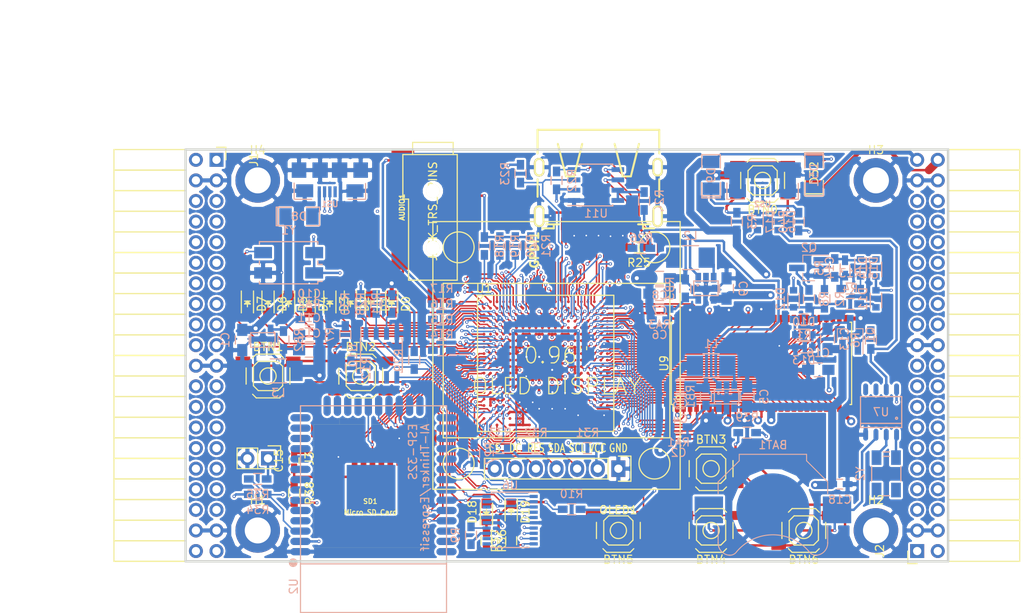
<source format=kicad_pcb>
(kicad_pcb (version 4) (host pcbnew 4.0.5+dfsg1-4)
  (layers (0 F.Cu signal) (1 In1.Cu signal) (2 In2.Cu signal) (31 B.Cu signal) (34 B.Paste user) (35 F.Paste user) (36 B.SilkS user) (37 F.SilkS user) (38 B.Mask user) (39 F.Mask user) (44 Edge.Cuts user))
  (net 0 "")
  (net 1 GND)
  (net 2 +5V)
  (net 3 /gpio/IN5V)
  (net 4 /gpio/OUT5V)
  (net 5 +3V3)
  (net 6 "Net-(L1-Pad1)")
  (net 7 "Net-(L2-Pad1)")
  (net 8 +1V2)
  (net 9 BTN_D)
  (net 10 BTN_F1)
  (net 11 BTN_F2)
  (net 12 BTN_L)
  (net 13 BTN_R)
  (net 14 BTN_U)
  (net 15 /power/FB1)
  (net 16 +2V5)
  (net 17 "Net-(L3-Pad1)")
  (net 18 /power/PWREN)
  (net 19 /power/FB3)
  (net 20 /power/FB2)
  (net 21 "Net-(D9-Pad1)")
  (net 22 /power/VBAT)
  (net 23 JTAG_TDI)
  (net 24 JTAG_TCK)
  (net 25 JTAG_TMS)
  (net 26 JTAG_TDO)
  (net 27 /power/WAKEUPn)
  (net 28 /power/WKUP)
  (net 29 /power/SHUT)
  (net 30 /power/WAKE)
  (net 31 /power/HOLD)
  (net 32 /power/WKn)
  (net 33 /power/OSCI_32k)
  (net 34 /power/OSCO_32k)
  (net 35 "Net-(Q2-Pad3)")
  (net 36 SHUTDOWN)
  (net 37 /analog/AUDIO_L)
  (net 38 /analog/AUDIO_R)
  (net 39 GPDI_5V_SCL)
  (net 40 GPDI_5V_SDA)
  (net 41 GPDI_SDA)
  (net 42 GPDI_SCL)
  (net 43 /gpdi/VREF2)
  (net 44 SD_CMD)
  (net 45 SD_CLK)
  (net 46 SD_D0)
  (net 47 SD_D1)
  (net 48 USB5V)
  (net 49 "Net-(BTN0-Pad1)")
  (net 50 GPDI_CEC)
  (net 51 nRESET)
  (net 52 FTDI_nDTR)
  (net 53 SDRAM_CKE)
  (net 54 SDRAM_A7)
  (net 55 SDRAM_D15)
  (net 56 SDRAM_BA1)
  (net 57 SDRAM_D7)
  (net 58 SDRAM_A6)
  (net 59 SDRAM_CLK)
  (net 60 SDRAM_D13)
  (net 61 SDRAM_BA0)
  (net 62 SDRAM_D6)
  (net 63 SDRAM_A5)
  (net 64 SDRAM_D14)
  (net 65 SDRAM_A11)
  (net 66 SDRAM_D12)
  (net 67 SDRAM_D5)
  (net 68 SDRAM_A4)
  (net 69 SDRAM_A10)
  (net 70 SDRAM_D11)
  (net 71 SDRAM_A3)
  (net 72 SDRAM_D4)
  (net 73 SDRAM_D10)
  (net 74 SDRAM_D9)
  (net 75 SDRAM_A9)
  (net 76 SDRAM_D3)
  (net 77 SDRAM_D8)
  (net 78 SDRAM_A8)
  (net 79 SDRAM_A2)
  (net 80 SDRAM_A1)
  (net 81 SDRAM_A0)
  (net 82 SDRAM_D2)
  (net 83 SDRAM_D1)
  (net 84 SDRAM_D0)
  (net 85 SDRAM_DQM0)
  (net 86 SDRAM_nCS)
  (net 87 SDRAM_nRAS)
  (net 88 SDRAM_DQM1)
  (net 89 SDRAM_nCAS)
  (net 90 SDRAM_nWE)
  (net 91 /flash/FLASH_nWP)
  (net 92 /flash/FLASH_nHOLD)
  (net 93 /flash/FLASH_MOSI)
  (net 94 /flash/FLASH_MISO)
  (net 95 /flash/FLASH_SCK)
  (net 96 /flash/FLASH_nCS)
  (net 97 /flash/FPGA_PROGRAMN)
  (net 98 /flash/FPGA_DONE)
  (net 99 /flash/FPGA_INITN)
  (net 100 OLED_RES)
  (net 101 OLED_DC)
  (net 102 OLED_CS)
  (net 103 WIFI_EN)
  (net 104 FTDI_nRTS)
  (net 105 FTDI_TXD)
  (net 106 FTDI_RXD)
  (net 107 WIFI_RXD)
  (net 108 WIFI_GPIO0)
  (net 109 WIFI_TXD)
  (net 110 GPDI_ETH-)
  (net 111 GPDI_ETH+)
  (net 112 GPDI_D2+)
  (net 113 GPDI_D2-)
  (net 114 GPDI_D1+)
  (net 115 GPDI_D1-)
  (net 116 GPDI_D0+)
  (net 117 GPDI_D0-)
  (net 118 GPDI_CLK+)
  (net 119 GPDI_CLK-)
  (net 120 USB_FTDI_D+)
  (net 121 USB_FTDI_D-)
  (net 122 J1_17-)
  (net 123 J1_17+)
  (net 124 J1_23-)
  (net 125 J1_23+)
  (net 126 J1_25-)
  (net 127 J1_25+)
  (net 128 J1_27-)
  (net 129 J1_27+)
  (net 130 J1_29-)
  (net 131 J1_29+)
  (net 132 J1_31-)
  (net 133 J1_31+)
  (net 134 J1_33-)
  (net 135 J1_33+)
  (net 136 J1_35-)
  (net 137 J1_35+)
  (net 138 J2_5-)
  (net 139 J2_5+)
  (net 140 J2_7-)
  (net 141 J2_7+)
  (net 142 J2_9-)
  (net 143 J2_9+)
  (net 144 J2_13-)
  (net 145 J2_13+)
  (net 146 J2_17-)
  (net 147 J2_17+)
  (net 148 J2_11-)
  (net 149 J2_11+)
  (net 150 J2_23-)
  (net 151 J2_23+)
  (net 152 J1_5-)
  (net 153 J1_5+)
  (net 154 J1_7-)
  (net 155 J1_7+)
  (net 156 J1_9-)
  (net 157 J1_9+)
  (net 158 J1_11-)
  (net 159 J1_11+)
  (net 160 J1_13-)
  (net 161 J1_13+)
  (net 162 J1_15-)
  (net 163 J1_15+)
  (net 164 J2_15-)
  (net 165 J2_15+)
  (net 166 J2_25-)
  (net 167 J2_25+)
  (net 168 J2_27-)
  (net 169 J2_27+)
  (net 170 J2_29-)
  (net 171 J2_29+)
  (net 172 J2_31-)
  (net 173 J2_31+)
  (net 174 J2_33-)
  (net 175 J2_33+)
  (net 176 J2_35-)
  (net 177 J2_35+)
  (net 178 SD_D3)
  (net 179 AUDIO_L3)
  (net 180 AUDIO_L2)
  (net 181 AUDIO_L1)
  (net 182 AUDIO_L0)
  (net 183 AUDIO_R3)
  (net 184 AUDIO_R2)
  (net 185 AUDIO_R1)
  (net 186 AUDIO_R0)
  (net 187 OLED_CLK)
  (net 188 OLED_MOSI)
  (net 189 LED0)
  (net 190 LED1)
  (net 191 LED2)
  (net 192 LED3)
  (net 193 LED4)
  (net 194 LED5)
  (net 195 LED6)
  (net 196 LED7)
  (net 197 BTN_PWRn)
  (net 198 "Net-(J3-Pad1)")
  (net 199 FTDI_nTXLED)
  (net 200 FTDI_nSLEEP)
  (net 201 /blinkey/LED_PWREN)
  (net 202 /blinkey/LED_TXLED)
  (net 203 FT3V3)
  (net 204 /sdcard/SD3V3)
  (net 205 SD_D2)
  (net 206 CLK_25MHz)
  (net 207 /blinkey/BTNPUL)
  (net 208 /blinkey/BTNPUR)
  (net 209 USB_FPGA_D+)
  (net 210 /power/FTDI_nSUSPEND)
  (module lfe5bg381:BGA-381_pitch0.8mm_dia0.4mm (layer F.Cu) (at 138.48 87.8)
    (fp_text reference U1 (at -7.6 -9.2) (layer F.SilkS))
    (fp_text value LFE5U-25F-6BG381C)
    (pad A2 smd circle (at -6.8 -7.6) (size 0.35 0.35) (layers F.Cu F.Paste F.Mask) (net 129 J1_27+))
    (pad A3 smd circle (at -6 -7.6) (size 0.35 0.35) (layers F.Cu F.Paste F.Mask) (net 183 AUDIO_R3))
    (pad A4 smd circle (at -5.2 -7.6) (size 0.35 0.35) (layers F.Cu F.Paste F.Mask) (net 127 J1_25+))
    (pad A5 smd circle (at -4.4 -7.6) (size 0.35 0.35) (layers F.Cu F.Paste F.Mask) (net 126 J1_25-))
    (pad A6 smd circle (at -3.6 -7.6) (size 0.35 0.35) (layers F.Cu F.Paste F.Mask) (net 125 J1_23+))
    (pad A7 smd circle (at -2.8 -7.6) (size 0.35 0.35) (layers F.Cu F.Paste F.Mask) (net 161 J1_13+))
    (pad A8 smd circle (at -2 -7.6) (size 0.35 0.35) (layers F.Cu F.Paste F.Mask) (net 160 J1_13-))
    (pad A9 smd circle (at -1.2 -7.6) (size 0.35 0.35) (layers F.Cu F.Paste F.Mask) (net 156 J1_9-))
    (pad A10 smd circle (at -0.4 -7.6) (size 0.35 0.35) (layers F.Cu F.Paste F.Mask) (net 155 J1_7+))
    (pad A11 smd circle (at 0.4 -7.6) (size 0.35 0.35) (layers F.Cu F.Paste F.Mask) (net 154 J1_7-))
    (pad A12 smd circle (at 1.2 -7.6) (size 0.35 0.35) (layers F.Cu F.Paste F.Mask) (net 111 GPDI_ETH+))
    (pad A13 smd circle (at 2 -7.6) (size 0.35 0.35) (layers F.Cu F.Paste F.Mask) (net 110 GPDI_ETH-))
    (pad A14 smd circle (at 2.8 -7.6) (size 0.35 0.35) (layers F.Cu F.Paste F.Mask) (net 112 GPDI_D2+))
    (pad A15 smd circle (at 3.6 -7.6) (size 0.35 0.35) (layers F.Cu F.Paste F.Mask))
    (pad A16 smd circle (at 4.4 -7.6) (size 0.35 0.35) (layers F.Cu F.Paste F.Mask) (net 114 GPDI_D1+))
    (pad A17 smd circle (at 5.2 -7.6) (size 0.35 0.35) (layers F.Cu F.Paste F.Mask) (net 116 GPDI_D0+))
    (pad A18 smd circle (at 6 -7.6) (size 0.35 0.35) (layers F.Cu F.Paste F.Mask) (net 118 GPDI_CLK+))
    (pad A19 smd circle (at 6.8 -7.6) (size 0.35 0.35) (layers F.Cu F.Paste F.Mask) (net 50 GPDI_CEC))
    (pad B1 smd circle (at -7.6 -6.8) (size 0.35 0.35) (layers F.Cu F.Paste F.Mask) (net 128 J1_27-))
    (pad B2 smd circle (at -6.8 -6.8) (size 0.35 0.35) (layers F.Cu F.Paste F.Mask) (net 189 LED0))
    (pad B3 smd circle (at -6 -6.8) (size 0.35 0.35) (layers F.Cu F.Paste F.Mask) (net 182 AUDIO_L0))
    (pad B4 smd circle (at -5.2 -6.8) (size 0.35 0.35) (layers F.Cu F.Paste F.Mask) (net 130 J1_29-))
    (pad B5 smd circle (at -4.4 -6.8) (size 0.35 0.35) (layers F.Cu F.Paste F.Mask) (net 184 AUDIO_R2))
    (pad B6 smd circle (at -3.6 -6.8) (size 0.35 0.35) (layers F.Cu F.Paste F.Mask) (net 124 J1_23-))
    (pad B7 smd circle (at -2.8 -6.8) (size 0.35 0.35) (layers F.Cu F.Paste F.Mask) (net 1 GND))
    (pad B8 smd circle (at -2 -6.8) (size 0.35 0.35) (layers F.Cu F.Paste F.Mask) (net 162 J1_15-))
    (pad B9 smd circle (at -1.2 -6.8) (size 0.35 0.35) (layers F.Cu F.Paste F.Mask) (net 159 J1_11+))
    (pad B10 smd circle (at -0.4 -6.8) (size 0.35 0.35) (layers F.Cu F.Paste F.Mask) (net 157 J1_9+))
    (pad B11 smd circle (at 0.4 -6.8) (size 0.35 0.35) (layers F.Cu F.Paste F.Mask) (net 153 J1_5+))
    (pad B12 smd circle (at 1.2 -6.8) (size 0.35 0.35) (layers F.Cu F.Paste F.Mask))
    (pad B13 smd circle (at 2 -6.8) (size 0.35 0.35) (layers F.Cu F.Paste F.Mask) (net 175 J2_33+))
    (pad B14 smd circle (at 2.8 -6.8) (size 0.35 0.35) (layers F.Cu F.Paste F.Mask) (net 1 GND))
    (pad B15 smd circle (at 3.6 -6.8) (size 0.35 0.35) (layers F.Cu F.Paste F.Mask) (net 173 J2_31+))
    (pad B16 smd circle (at 4.4 -6.8) (size 0.35 0.35) (layers F.Cu F.Paste F.Mask) (net 115 GPDI_D1-))
    (pad B17 smd circle (at 5.2 -6.8) (size 0.35 0.35) (layers F.Cu F.Paste F.Mask) (net 169 J2_27+))
    (pad B18 smd circle (at 6 -6.8) (size 0.35 0.35) (layers F.Cu F.Paste F.Mask) (net 117 GPDI_D0-))
    (pad B19 smd circle (at 6.8 -6.8) (size 0.35 0.35) (layers F.Cu F.Paste F.Mask) (net 119 GPDI_CLK-))
    (pad B20 smd circle (at 7.6 -6.8) (size 0.35 0.35) (layers F.Cu F.Paste F.Mask) (net 41 GPDI_SDA))
    (pad C1 smd circle (at -7.6 -6) (size 0.35 0.35) (layers F.Cu F.Paste F.Mask) (net 191 LED2))
    (pad C2 smd circle (at -6.8 -6) (size 0.35 0.35) (layers F.Cu F.Paste F.Mask) (net 190 LED1))
    (pad C3 smd circle (at -6 -6) (size 0.35 0.35) (layers F.Cu F.Paste F.Mask) (net 181 AUDIO_L1))
    (pad C4 smd circle (at -5.2 -6) (size 0.35 0.35) (layers F.Cu F.Paste F.Mask) (net 131 J1_29+))
    (pad C5 smd circle (at -4.4 -6) (size 0.35 0.35) (layers F.Cu F.Paste F.Mask) (net 186 AUDIO_R0))
    (pad C6 smd circle (at -3.6 -6) (size 0.35 0.35) (layers F.Cu F.Paste F.Mask) (net 123 J1_17+))
    (pad C7 smd circle (at -2.8 -6) (size 0.35 0.35) (layers F.Cu F.Paste F.Mask) (net 122 J1_17-))
    (pad C8 smd circle (at -2 -6) (size 0.35 0.35) (layers F.Cu F.Paste F.Mask) (net 163 J1_15+))
    (pad C9 smd circle (at -1.2 -6) (size 0.35 0.35) (layers F.Cu F.Paste F.Mask))
    (pad C10 smd circle (at -0.4 -6) (size 0.35 0.35) (layers F.Cu F.Paste F.Mask) (net 158 J1_11-))
    (pad C11 smd circle (at 0.4 -6) (size 0.35 0.35) (layers F.Cu F.Paste F.Mask) (net 152 J1_5-))
    (pad C12 smd circle (at 1.2 -6) (size 0.35 0.35) (layers F.Cu F.Paste F.Mask) (net 42 GPDI_SCL))
    (pad C13 smd circle (at 2 -6) (size 0.35 0.35) (layers F.Cu F.Paste F.Mask) (net 174 J2_33-))
    (pad C14 smd circle (at 2.8 -6) (size 0.35 0.35) (layers F.Cu F.Paste F.Mask) (net 113 GPDI_D2-))
    (pad C15 smd circle (at 3.6 -6) (size 0.35 0.35) (layers F.Cu F.Paste F.Mask) (net 172 J2_31-))
    (pad C16 smd circle (at 4.4 -6) (size 0.35 0.35) (layers F.Cu F.Paste F.Mask) (net 171 J2_29+))
    (pad C17 smd circle (at 5.2 -6) (size 0.35 0.35) (layers F.Cu F.Paste F.Mask) (net 168 J2_27-))
    (pad C18 smd circle (at 6 -6) (size 0.35 0.35) (layers F.Cu F.Paste F.Mask) (net 151 J2_23+))
    (pad C19 smd circle (at 6.8 -6) (size 0.35 0.35) (layers F.Cu F.Paste F.Mask) (net 1 GND))
    (pad C20 smd circle (at 7.6 -6) (size 0.35 0.35) (layers F.Cu F.Paste F.Mask) (net 64 SDRAM_D14))
    (pad D1 smd circle (at -7.6 -5.2) (size 0.35 0.35) (layers F.Cu F.Paste F.Mask) (net 193 LED4))
    (pad D2 smd circle (at -6.8 -5.2) (size 0.35 0.35) (layers F.Cu F.Paste F.Mask) (net 192 LED3))
    (pad D3 smd circle (at -6 -5.2) (size 0.35 0.35) (layers F.Cu F.Paste F.Mask) (net 180 AUDIO_L2))
    (pad D4 smd circle (at -5.2 -5.2) (size 0.35 0.35) (layers F.Cu F.Paste F.Mask) (net 1 GND))
    (pad D5 smd circle (at -4.4 -5.2) (size 0.35 0.35) (layers F.Cu F.Paste F.Mask) (net 185 AUDIO_R1))
    (pad D6 smd circle (at -3.6 -5.2) (size 0.35 0.35) (layers F.Cu F.Paste F.Mask) (net 197 BTN_PWRn))
    (pad D7 smd circle (at -2.8 -5.2) (size 0.35 0.35) (layers F.Cu F.Paste F.Mask))
    (pad D8 smd circle (at -2 -5.2) (size 0.35 0.35) (layers F.Cu F.Paste F.Mask))
    (pad D9 smd circle (at -1.2 -5.2) (size 0.35 0.35) (layers F.Cu F.Paste F.Mask))
    (pad D10 smd circle (at -0.4 -5.2) (size 0.35 0.35) (layers F.Cu F.Paste F.Mask))
    (pad D11 smd circle (at 0.4 -5.2) (size 0.35 0.35) (layers F.Cu F.Paste F.Mask))
    (pad D12 smd circle (at 1.2 -5.2) (size 0.35 0.35) (layers F.Cu F.Paste F.Mask))
    (pad D13 smd circle (at 2 -5.2) (size 0.35 0.35) (layers F.Cu F.Paste F.Mask) (net 177 J2_35+))
    (pad D14 smd circle (at 2.8 -5.2) (size 0.35 0.35) (layers F.Cu F.Paste F.Mask))
    (pad D15 smd circle (at 3.6 -5.2) (size 0.35 0.35) (layers F.Cu F.Paste F.Mask) (net 167 J2_25+))
    (pad D16 smd circle (at 4.4 -5.2) (size 0.35 0.35) (layers F.Cu F.Paste F.Mask) (net 170 J2_29-))
    (pad D17 smd circle (at 5.2 -5.2) (size 0.35 0.35) (layers F.Cu F.Paste F.Mask) (net 150 J2_23-))
    (pad D18 smd circle (at 6 -5.2) (size 0.35 0.35) (layers F.Cu F.Paste F.Mask) (net 147 J2_17+))
    (pad D19 smd circle (at 6.8 -5.2) (size 0.35 0.35) (layers F.Cu F.Paste F.Mask) (net 55 SDRAM_D15))
    (pad D20 smd circle (at 7.6 -5.2) (size 0.35 0.35) (layers F.Cu F.Paste F.Mask) (net 60 SDRAM_D13))
    (pad E1 smd circle (at -7.6 -4.4) (size 0.35 0.35) (layers F.Cu F.Paste F.Mask) (net 195 LED6))
    (pad E2 smd circle (at -6.8 -4.4) (size 0.35 0.35) (layers F.Cu F.Paste F.Mask) (net 194 LED5))
    (pad E3 smd circle (at -6 -4.4) (size 0.35 0.35) (layers F.Cu F.Paste F.Mask) (net 132 J1_31-))
    (pad E4 smd circle (at -5.2 -4.4) (size 0.35 0.35) (layers F.Cu F.Paste F.Mask) (net 179 AUDIO_L3))
    (pad E5 smd circle (at -4.4 -4.4) (size 0.35 0.35) (layers F.Cu F.Paste F.Mask))
    (pad E6 smd circle (at -3.6 -4.4) (size 0.35 0.35) (layers F.Cu F.Paste F.Mask))
    (pad E7 smd circle (at -2.8 -4.4) (size 0.35 0.35) (layers F.Cu F.Paste F.Mask))
    (pad E8 smd circle (at -2 -4.4) (size 0.35 0.35) (layers F.Cu F.Paste F.Mask))
    (pad E9 smd circle (at -1.2 -4.4) (size 0.35 0.35) (layers F.Cu F.Paste F.Mask))
    (pad E10 smd circle (at -0.4 -4.4) (size 0.35 0.35) (layers F.Cu F.Paste F.Mask))
    (pad E11 smd circle (at 0.4 -4.4) (size 0.35 0.35) (layers F.Cu F.Paste F.Mask))
    (pad E12 smd circle (at 1.2 -4.4) (size 0.35 0.35) (layers F.Cu F.Paste F.Mask))
    (pad E13 smd circle (at 2 -4.4) (size 0.35 0.35) (layers F.Cu F.Paste F.Mask) (net 176 J2_35-))
    (pad E14 smd circle (at 2.8 -4.4) (size 0.35 0.35) (layers F.Cu F.Paste F.Mask))
    (pad E15 smd circle (at 3.6 -4.4) (size 0.35 0.35) (layers F.Cu F.Paste F.Mask) (net 166 J2_25-))
    (pad E16 smd circle (at 4.4 -4.4) (size 0.35 0.35) (layers F.Cu F.Paste F.Mask))
    (pad E17 smd circle (at 5.2 -4.4) (size 0.35 0.35) (layers F.Cu F.Paste F.Mask) (net 146 J2_17-))
    (pad E18 smd circle (at 6 -4.4) (size 0.35 0.35) (layers F.Cu F.Paste F.Mask) (net 72 SDRAM_D4))
    (pad E19 smd circle (at 6.8 -4.4) (size 0.35 0.35) (layers F.Cu F.Paste F.Mask) (net 66 SDRAM_D12))
    (pad E20 smd circle (at 7.6 -4.4) (size 0.35 0.35) (layers F.Cu F.Paste F.Mask) (net 70 SDRAM_D11))
    (pad F1 smd circle (at -7.6 -3.6) (size 0.35 0.35) (layers F.Cu F.Paste F.Mask) (net 103 WIFI_EN))
    (pad F2 smd circle (at -6.8 -3.6) (size 0.35 0.35) (layers F.Cu F.Paste F.Mask))
    (pad F3 smd circle (at -6 -3.6) (size 0.35 0.35) (layers F.Cu F.Paste F.Mask) (net 134 J1_33-))
    (pad F4 smd circle (at -5.2 -3.6) (size 0.35 0.35) (layers F.Cu F.Paste F.Mask) (net 133 J1_31+))
    (pad F5 smd circle (at -4.4 -3.6) (size 0.35 0.35) (layers F.Cu F.Paste F.Mask))
    (pad F6 smd circle (at -3.6 -3.6) (size 0.35 0.35) (layers F.Cu F.Paste F.Mask) (net 16 +2V5))
    (pad F7 smd circle (at -2.8 -3.6) (size 0.35 0.35) (layers F.Cu F.Paste F.Mask) (net 1 GND))
    (pad F8 smd circle (at -2 -3.6) (size 0.35 0.35) (layers F.Cu F.Paste F.Mask) (net 1 GND))
    (pad F9 smd circle (at -1.2 -3.6) (size 0.35 0.35) (layers F.Cu F.Paste F.Mask) (net 5 +3V3))
    (pad F10 smd circle (at -0.4 -3.6) (size 0.35 0.35) (layers F.Cu F.Paste F.Mask) (net 5 +3V3))
    (pad F11 smd circle (at 0.4 -3.6) (size 0.35 0.35) (layers F.Cu F.Paste F.Mask) (net 5 +3V3))
    (pad F12 smd circle (at 1.2 -3.6) (size 0.35 0.35) (layers F.Cu F.Paste F.Mask) (net 5 +3V3))
    (pad F13 smd circle (at 2 -3.6) (size 0.35 0.35) (layers F.Cu F.Paste F.Mask) (net 1 GND))
    (pad F14 smd circle (at 2.8 -3.6) (size 0.35 0.35) (layers F.Cu F.Paste F.Mask) (net 1 GND))
    (pad F15 smd circle (at 3.6 -3.6) (size 0.35 0.35) (layers F.Cu F.Paste F.Mask) (net 16 +2V5))
    (pad F16 smd circle (at 4.4 -3.6) (size 0.35 0.35) (layers F.Cu F.Paste F.Mask))
    (pad F17 smd circle (at 5.2 -3.6) (size 0.35 0.35) (layers F.Cu F.Paste F.Mask) (net 165 J2_15+))
    (pad F18 smd circle (at 6 -3.6) (size 0.35 0.35) (layers F.Cu F.Paste F.Mask) (net 67 SDRAM_D5))
    (pad F19 smd circle (at 6.8 -3.6) (size 0.35 0.35) (layers F.Cu F.Paste F.Mask) (net 73 SDRAM_D10))
    (pad F20 smd circle (at 7.6 -3.6) (size 0.35 0.35) (layers F.Cu F.Paste F.Mask) (net 74 SDRAM_D9))
    (pad G1 smd circle (at -7.6 -2.8) (size 0.35 0.35) (layers F.Cu F.Paste F.Mask))
    (pad G2 smd circle (at -6.8 -2.8) (size 0.35 0.35) (layers F.Cu F.Paste F.Mask) (net 206 CLK_25MHz))
    (pad G3 smd circle (at -6 -2.8) (size 0.35 0.35) (layers F.Cu F.Paste F.Mask) (net 135 J1_33+))
    (pad G4 smd circle (at -5.2 -2.8) (size 0.35 0.35) (layers F.Cu F.Paste F.Mask) (net 1 GND))
    (pad G5 smd circle (at -4.4 -2.8) (size 0.35 0.35) (layers F.Cu F.Paste F.Mask) (net 136 J1_35-))
    (pad G6 smd circle (at -3.6 -2.8) (size 0.35 0.35) (layers F.Cu F.Paste F.Mask) (net 1 GND))
    (pad G7 smd circle (at -2.8 -2.8) (size 0.35 0.35) (layers F.Cu F.Paste F.Mask) (net 1 GND))
    (pad G8 smd circle (at -2 -2.8) (size 0.35 0.35) (layers F.Cu F.Paste F.Mask) (net 1 GND))
    (pad G9 smd circle (at -1.2 -2.8) (size 0.35 0.35) (layers F.Cu F.Paste F.Mask) (net 1 GND))
    (pad G10 smd circle (at -0.4 -2.8) (size 0.35 0.35) (layers F.Cu F.Paste F.Mask) (net 1 GND))
    (pad G11 smd circle (at 0.4 -2.8) (size 0.35 0.35) (layers F.Cu F.Paste F.Mask) (net 1 GND))
    (pad G12 smd circle (at 1.2 -2.8) (size 0.35 0.35) (layers F.Cu F.Paste F.Mask) (net 1 GND))
    (pad G13 smd circle (at 2 -2.8) (size 0.35 0.35) (layers F.Cu F.Paste F.Mask) (net 1 GND))
    (pad G14 smd circle (at 2.8 -2.8) (size 0.35 0.35) (layers F.Cu F.Paste F.Mask) (net 1 GND))
    (pad G15 smd circle (at 3.6 -2.8) (size 0.35 0.35) (layers F.Cu F.Paste F.Mask) (net 1 GND))
    (pad G16 smd circle (at 4.4 -2.8) (size 0.35 0.35) (layers F.Cu F.Paste F.Mask))
    (pad G17 smd circle (at 5.2 -2.8) (size 0.35 0.35) (layers F.Cu F.Paste F.Mask) (net 1 GND))
    (pad G18 smd circle (at 6 -2.8) (size 0.35 0.35) (layers F.Cu F.Paste F.Mask) (net 164 J2_15-))
    (pad G19 smd circle (at 6.8 -2.8) (size 0.35 0.35) (layers F.Cu F.Paste F.Mask) (net 77 SDRAM_D8))
    (pad G20 smd circle (at 7.6 -2.8) (size 0.35 0.35) (layers F.Cu F.Paste F.Mask) (net 88 SDRAM_DQM1))
    (pad H1 smd circle (at -7.6 -2) (size 0.35 0.35) (layers F.Cu F.Paste F.Mask) (net 178 SD_D3))
    (pad H2 smd circle (at -6.8 -2) (size 0.35 0.35) (layers F.Cu F.Paste F.Mask) (net 205 SD_D2))
    (pad H3 smd circle (at -6 -2) (size 0.35 0.35) (layers F.Cu F.Paste F.Mask) (net 196 LED7))
    (pad H4 smd circle (at -5.2 -2) (size 0.35 0.35) (layers F.Cu F.Paste F.Mask) (net 137 J1_35+))
    (pad H5 smd circle (at -4.4 -2) (size 0.35 0.35) (layers F.Cu F.Paste F.Mask))
    (pad H6 smd circle (at -3.6 -2) (size 0.35 0.35) (layers F.Cu F.Paste F.Mask) (net 5 +3V3))
    (pad H7 smd circle (at -2.8 -2) (size 0.35 0.35) (layers F.Cu F.Paste F.Mask) (net 5 +3V3))
    (pad H8 smd circle (at -2 -2) (size 0.35 0.35) (layers F.Cu F.Paste F.Mask) (net 8 +1V2))
    (pad H9 smd circle (at -1.2 -2) (size 0.35 0.35) (layers F.Cu F.Paste F.Mask) (net 8 +1V2))
    (pad H10 smd circle (at -0.4 -2) (size 0.35 0.35) (layers F.Cu F.Paste F.Mask) (net 8 +1V2))
    (pad H11 smd circle (at 0.4 -2) (size 0.35 0.35) (layers F.Cu F.Paste F.Mask) (net 8 +1V2))
    (pad H12 smd circle (at 1.2 -2) (size 0.35 0.35) (layers F.Cu F.Paste F.Mask) (net 8 +1V2))
    (pad H13 smd circle (at 2 -2) (size 0.35 0.35) (layers F.Cu F.Paste F.Mask) (net 8 +1V2))
    (pad H14 smd circle (at 2.8 -2) (size 0.35 0.35) (layers F.Cu F.Paste F.Mask) (net 5 +3V3))
    (pad H15 smd circle (at 3.6 -2) (size 0.35 0.35) (layers F.Cu F.Paste F.Mask) (net 5 +3V3))
    (pad H16 smd circle (at 4.4 -2) (size 0.35 0.35) (layers F.Cu F.Paste F.Mask))
    (pad H17 smd circle (at 5.2 -2) (size 0.35 0.35) (layers F.Cu F.Paste F.Mask) (net 144 J2_13-))
    (pad H18 smd circle (at 6 -2) (size 0.35 0.35) (layers F.Cu F.Paste F.Mask) (net 145 J2_13+))
    (pad H19 smd circle (at 6.8 -2) (size 0.35 0.35) (layers F.Cu F.Paste F.Mask) (net 1 GND))
    (pad H20 smd circle (at 7.6 -2) (size 0.35 0.35) (layers F.Cu F.Paste F.Mask) (net 59 SDRAM_CLK))
    (pad J1 smd circle (at -7.6 -1.2) (size 0.35 0.35) (layers F.Cu F.Paste F.Mask) (net 45 SD_CLK))
    (pad J2 smd circle (at -6.8 -1.2) (size 0.35 0.35) (layers F.Cu F.Paste F.Mask) (net 1 GND))
    (pad J3 smd circle (at -6 -1.2) (size 0.35 0.35) (layers F.Cu F.Paste F.Mask) (net 44 SD_CMD))
    (pad J4 smd circle (at -5.2 -1.2) (size 0.35 0.35) (layers F.Cu F.Paste F.Mask))
    (pad J5 smd circle (at -4.4 -1.2) (size 0.35 0.35) (layers F.Cu F.Paste F.Mask))
    (pad J6 smd circle (at -3.6 -1.2) (size 0.35 0.35) (layers F.Cu F.Paste F.Mask) (net 5 +3V3))
    (pad J7 smd circle (at -2.8 -1.2) (size 0.35 0.35) (layers F.Cu F.Paste F.Mask) (net 1 GND))
    (pad J8 smd circle (at -2 -1.2) (size 0.35 0.35) (layers F.Cu F.Paste F.Mask) (net 8 +1V2))
    (pad J9 smd circle (at -1.2 -1.2) (size 0.35 0.35) (layers F.Cu F.Paste F.Mask) (net 1 GND))
    (pad J10 smd circle (at -0.4 -1.2) (size 0.35 0.35) (layers F.Cu F.Paste F.Mask) (net 1 GND))
    (pad J11 smd circle (at 0.4 -1.2) (size 0.35 0.35) (layers F.Cu F.Paste F.Mask) (net 1 GND))
    (pad J12 smd circle (at 1.2 -1.2) (size 0.35 0.35) (layers F.Cu F.Paste F.Mask) (net 1 GND))
    (pad J13 smd circle (at 2 -1.2) (size 0.35 0.35) (layers F.Cu F.Paste F.Mask) (net 8 +1V2))
    (pad J14 smd circle (at 2.8 -1.2) (size 0.35 0.35) (layers F.Cu F.Paste F.Mask) (net 1 GND))
    (pad J15 smd circle (at 3.6 -1.2) (size 0.35 0.35) (layers F.Cu F.Paste F.Mask) (net 5 +3V3))
    (pad J16 smd circle (at 4.4 -1.2) (size 0.35 0.35) (layers F.Cu F.Paste F.Mask))
    (pad J17 smd circle (at 5.2 -1.2) (size 0.35 0.35) (layers F.Cu F.Paste F.Mask))
    (pad J18 smd circle (at 6 -1.2) (size 0.35 0.35) (layers F.Cu F.Paste F.Mask) (net 76 SDRAM_D3))
    (pad J19 smd circle (at 6.8 -1.2) (size 0.35 0.35) (layers F.Cu F.Paste F.Mask) (net 53 SDRAM_CKE))
    (pad J20 smd circle (at 7.6 -1.2) (size 0.35 0.35) (layers F.Cu F.Paste F.Mask) (net 65 SDRAM_A11))
    (pad K1 smd circle (at -7.6 -0.4) (size 0.35 0.35) (layers F.Cu F.Paste F.Mask) (net 47 SD_D1))
    (pad K2 smd circle (at -6.8 -0.4) (size 0.35 0.35) (layers F.Cu F.Paste F.Mask) (net 46 SD_D0))
    (pad K3 smd circle (at -6 -0.4) (size 0.35 0.35) (layers F.Cu F.Paste F.Mask) (net 107 WIFI_RXD))
    (pad K4 smd circle (at -5.2 -0.4) (size 0.35 0.35) (layers F.Cu F.Paste F.Mask) (net 109 WIFI_TXD))
    (pad K5 smd circle (at -4.4 -0.4) (size 0.35 0.35) (layers F.Cu F.Paste F.Mask))
    (pad K6 smd circle (at -3.6 -0.4) (size 0.35 0.35) (layers F.Cu F.Paste F.Mask) (net 1 GND))
    (pad K7 smd circle (at -2.8 -0.4) (size 0.35 0.35) (layers F.Cu F.Paste F.Mask) (net 1 GND))
    (pad K8 smd circle (at -2 -0.4) (size 0.35 0.35) (layers F.Cu F.Paste F.Mask) (net 8 +1V2))
    (pad K9 smd circle (at -1.2 -0.4) (size 0.35 0.35) (layers F.Cu F.Paste F.Mask) (net 1 GND))
    (pad K10 smd circle (at -0.4 -0.4) (size 0.35 0.35) (layers F.Cu F.Paste F.Mask) (net 1 GND))
    (pad K11 smd circle (at 0.4 -0.4) (size 0.35 0.35) (layers F.Cu F.Paste F.Mask) (net 1 GND))
    (pad K12 smd circle (at 1.2 -0.4) (size 0.35 0.35) (layers F.Cu F.Paste F.Mask) (net 1 GND))
    (pad K13 smd circle (at 2 -0.4) (size 0.35 0.35) (layers F.Cu F.Paste F.Mask) (net 8 +1V2))
    (pad K14 smd circle (at 2.8 -0.4) (size 0.35 0.35) (layers F.Cu F.Paste F.Mask) (net 1 GND))
    (pad K15 smd circle (at 3.6 -0.4) (size 0.35 0.35) (layers F.Cu F.Paste F.Mask) (net 1 GND))
    (pad K16 smd circle (at 4.4 -0.4) (size 0.35 0.35) (layers F.Cu F.Paste F.Mask))
    (pad K17 smd circle (at 5.2 -0.4) (size 0.35 0.35) (layers F.Cu F.Paste F.Mask))
    (pad K18 smd circle (at 6 -0.4) (size 0.35 0.35) (layers F.Cu F.Paste F.Mask) (net 82 SDRAM_D2))
    (pad K19 smd circle (at 6.8 -0.4) (size 0.35 0.35) (layers F.Cu F.Paste F.Mask) (net 75 SDRAM_A9))
    (pad K20 smd circle (at 7.6 -0.4) (size 0.35 0.35) (layers F.Cu F.Paste F.Mask) (net 78 SDRAM_A8))
    (pad L1 smd circle (at -7.6 0.4) (size 0.35 0.35) (layers F.Cu F.Paste F.Mask))
    (pad L2 smd circle (at -6.8 0.4) (size 0.35 0.35) (layers F.Cu F.Paste F.Mask) (net 108 WIFI_GPIO0))
    (pad L3 smd circle (at -6 0.4) (size 0.35 0.35) (layers F.Cu F.Paste F.Mask))
    (pad L4 smd circle (at -5.2 0.4) (size 0.35 0.35) (layers F.Cu F.Paste F.Mask) (net 106 FTDI_RXD))
    (pad L5 smd circle (at -4.4 0.4) (size 0.35 0.35) (layers F.Cu F.Paste F.Mask))
    (pad L6 smd circle (at -3.6 0.4) (size 0.35 0.35) (layers F.Cu F.Paste F.Mask) (net 5 +3V3))
    (pad L7 smd circle (at -2.8 0.4) (size 0.35 0.35) (layers F.Cu F.Paste F.Mask) (net 5 +3V3))
    (pad L8 smd circle (at -2 0.4) (size 0.35 0.35) (layers F.Cu F.Paste F.Mask) (net 8 +1V2))
    (pad L9 smd circle (at -1.2 0.4) (size 0.35 0.35) (layers F.Cu F.Paste F.Mask) (net 1 GND))
    (pad L10 smd circle (at -0.4 0.4) (size 0.35 0.35) (layers F.Cu F.Paste F.Mask) (net 1 GND))
    (pad L11 smd circle (at 0.4 0.4) (size 0.35 0.35) (layers F.Cu F.Paste F.Mask) (net 1 GND))
    (pad L12 smd circle (at 1.2 0.4) (size 0.35 0.35) (layers F.Cu F.Paste F.Mask) (net 1 GND))
    (pad L13 smd circle (at 2 0.4) (size 0.35 0.35) (layers F.Cu F.Paste F.Mask) (net 8 +1V2))
    (pad L14 smd circle (at 2.8 0.4) (size 0.35 0.35) (layers F.Cu F.Paste F.Mask) (net 5 +3V3))
    (pad L15 smd circle (at 3.6 0.4) (size 0.35 0.35) (layers F.Cu F.Paste F.Mask) (net 5 +3V3))
    (pad L16 smd circle (at 4.4 0.4) (size 0.35 0.35) (layers F.Cu F.Paste F.Mask) (net 149 J2_11+))
    (pad L17 smd circle (at 5.2 0.4) (size 0.35 0.35) (layers F.Cu F.Paste F.Mask) (net 148 J2_11-))
    (pad L18 smd circle (at 6 0.4) (size 0.35 0.35) (layers F.Cu F.Paste F.Mask) (net 83 SDRAM_D1))
    (pad L19 smd circle (at 6.8 0.4) (size 0.35 0.35) (layers F.Cu F.Paste F.Mask) (net 54 SDRAM_A7))
    (pad L20 smd circle (at 7.6 0.4) (size 0.35 0.35) (layers F.Cu F.Paste F.Mask) (net 58 SDRAM_A6))
    (pad M1 smd circle (at -7.6 1.2) (size 0.35 0.35) (layers F.Cu F.Paste F.Mask) (net 105 FTDI_TXD))
    (pad M2 smd circle (at -6.8 1.2) (size 0.35 0.35) (layers F.Cu F.Paste F.Mask) (net 1 GND))
    (pad M3 smd circle (at -6 1.2) (size 0.35 0.35) (layers F.Cu F.Paste F.Mask) (net 104 FTDI_nRTS))
    (pad M4 smd circle (at -5.2 1.2) (size 0.35 0.35) (layers F.Cu F.Paste F.Mask))
    (pad M5 smd circle (at -4.4 1.2) (size 0.35 0.35) (layers F.Cu F.Paste F.Mask))
    (pad M6 smd circle (at -3.6 1.2) (size 0.35 0.35) (layers F.Cu F.Paste F.Mask) (net 5 +3V3))
    (pad M7 smd circle (at -2.8 1.2) (size 0.35 0.35) (layers F.Cu F.Paste F.Mask) (net 1 GND))
    (pad M8 smd circle (at -2 1.2) (size 0.35 0.35) (layers F.Cu F.Paste F.Mask) (net 8 +1V2))
    (pad M9 smd circle (at -1.2 1.2) (size 0.35 0.35) (layers F.Cu F.Paste F.Mask) (net 1 GND))
    (pad M10 smd circle (at -0.4 1.2) (size 0.35 0.35) (layers F.Cu F.Paste F.Mask) (net 1 GND))
    (pad M11 smd circle (at 0.4 1.2) (size 0.35 0.35) (layers F.Cu F.Paste F.Mask) (net 1 GND))
    (pad M12 smd circle (at 1.2 1.2) (size 0.35 0.35) (layers F.Cu F.Paste F.Mask) (net 1 GND))
    (pad M13 smd circle (at 2 1.2) (size 0.35 0.35) (layers F.Cu F.Paste F.Mask) (net 8 +1V2))
    (pad M14 smd circle (at 2.8 1.2) (size 0.35 0.35) (layers F.Cu F.Paste F.Mask) (net 1 GND))
    (pad M15 smd circle (at 3.6 1.2) (size 0.35 0.35) (layers F.Cu F.Paste F.Mask) (net 5 +3V3))
    (pad M16 smd circle (at 4.4 1.2) (size 0.35 0.35) (layers F.Cu F.Paste F.Mask) (net 1 GND))
    (pad M17 smd circle (at 5.2 1.2) (size 0.35 0.35) (layers F.Cu F.Paste F.Mask) (net 142 J2_9-))
    (pad M18 smd circle (at 6 1.2) (size 0.35 0.35) (layers F.Cu F.Paste F.Mask) (net 84 SDRAM_D0))
    (pad M19 smd circle (at 6.8 1.2) (size 0.35 0.35) (layers F.Cu F.Paste F.Mask) (net 63 SDRAM_A5))
    (pad M20 smd circle (at 7.6 1.2) (size 0.35 0.35) (layers F.Cu F.Paste F.Mask) (net 68 SDRAM_A4))
    (pad N1 smd circle (at -7.6 2) (size 0.35 0.35) (layers F.Cu F.Paste F.Mask) (net 52 FTDI_nDTR))
    (pad N2 smd circle (at -6.8 2) (size 0.35 0.35) (layers F.Cu F.Paste F.Mask) (net 102 OLED_CS))
    (pad N3 smd circle (at -6 2) (size 0.35 0.35) (layers F.Cu F.Paste F.Mask))
    (pad N4 smd circle (at -5.2 2) (size 0.35 0.35) (layers F.Cu F.Paste F.Mask))
    (pad N5 smd circle (at -4.4 2) (size 0.35 0.35) (layers F.Cu F.Paste F.Mask))
    (pad N6 smd circle (at -3.6 2) (size 0.35 0.35) (layers F.Cu F.Paste F.Mask) (net 1 GND))
    (pad N7 smd circle (at -2.8 2) (size 0.35 0.35) (layers F.Cu F.Paste F.Mask) (net 1 GND))
    (pad N8 smd circle (at -2 2) (size 0.35 0.35) (layers F.Cu F.Paste F.Mask) (net 8 +1V2))
    (pad N9 smd circle (at -1.2 2) (size 0.35 0.35) (layers F.Cu F.Paste F.Mask) (net 8 +1V2))
    (pad N10 smd circle (at -0.4 2) (size 0.35 0.35) (layers F.Cu F.Paste F.Mask) (net 8 +1V2))
    (pad N11 smd circle (at 0.4 2) (size 0.35 0.35) (layers F.Cu F.Paste F.Mask) (net 8 +1V2))
    (pad N12 smd circle (at 1.2 2) (size 0.35 0.35) (layers F.Cu F.Paste F.Mask) (net 8 +1V2))
    (pad N13 smd circle (at 2 2) (size 0.35 0.35) (layers F.Cu F.Paste F.Mask) (net 8 +1V2))
    (pad N14 smd circle (at 2.8 2) (size 0.35 0.35) (layers F.Cu F.Paste F.Mask) (net 1 GND))
    (pad N15 smd circle (at 3.6 2) (size 0.35 0.35) (layers F.Cu F.Paste F.Mask) (net 1 GND))
    (pad N16 smd circle (at 4.4 2) (size 0.35 0.35) (layers F.Cu F.Paste F.Mask) (net 143 J2_9+))
    (pad N17 smd circle (at 5.2 2) (size 0.35 0.35) (layers F.Cu F.Paste F.Mask) (net 141 J2_7+))
    (pad N18 smd circle (at 6 2) (size 0.35 0.35) (layers F.Cu F.Paste F.Mask) (net 62 SDRAM_D6))
    (pad N19 smd circle (at 6.8 2) (size 0.35 0.35) (layers F.Cu F.Paste F.Mask) (net 71 SDRAM_A3))
    (pad N20 smd circle (at 7.6 2) (size 0.35 0.35) (layers F.Cu F.Paste F.Mask) (net 79 SDRAM_A2))
    (pad P1 smd circle (at -7.6 2.8) (size 0.35 0.35) (layers F.Cu F.Paste F.Mask) (net 101 OLED_DC))
    (pad P2 smd circle (at -6.8 2.8) (size 0.35 0.35) (layers F.Cu F.Paste F.Mask) (net 100 OLED_RES))
    (pad P3 smd circle (at -6 2.8) (size 0.35 0.35) (layers F.Cu F.Paste F.Mask) (net 188 OLED_MOSI))
    (pad P4 smd circle (at -5.2 2.8) (size 0.35 0.35) (layers F.Cu F.Paste F.Mask) (net 187 OLED_CLK))
    (pad P5 smd circle (at -4.4 2.8) (size 0.35 0.35) (layers F.Cu F.Paste F.Mask))
    (pad P6 smd circle (at -3.6 2.8) (size 0.35 0.35) (layers F.Cu F.Paste F.Mask) (net 16 +2V5))
    (pad P7 smd circle (at -2.8 2.8) (size 0.35 0.35) (layers F.Cu F.Paste F.Mask) (net 1 GND))
    (pad P8 smd circle (at -2 2.8) (size 0.35 0.35) (layers F.Cu F.Paste F.Mask) (net 1 GND))
    (pad P9 smd circle (at -1.2 2.8) (size 0.35 0.35) (layers F.Cu F.Paste F.Mask) (net 5 +3V3))
    (pad P10 smd circle (at -0.4 2.8) (size 0.35 0.35) (layers F.Cu F.Paste F.Mask) (net 5 +3V3))
    (pad P11 smd circle (at 0.4 2.8) (size 0.35 0.35) (layers F.Cu F.Paste F.Mask) (net 1 GND))
    (pad P12 smd circle (at 1.2 2.8) (size 0.35 0.35) (layers F.Cu F.Paste F.Mask) (net 1 GND))
    (pad P13 smd circle (at 2 2.8) (size 0.35 0.35) (layers F.Cu F.Paste F.Mask) (net 1 GND))
    (pad P14 smd circle (at 2.8 2.8) (size 0.35 0.35) (layers F.Cu F.Paste F.Mask) (net 1 GND))
    (pad P15 smd circle (at 3.6 2.8) (size 0.35 0.35) (layers F.Cu F.Paste F.Mask) (net 16 +2V5))
    (pad P16 smd circle (at 4.4 2.8) (size 0.35 0.35) (layers F.Cu F.Paste F.Mask) (net 140 J2_7-))
    (pad P17 smd circle (at 5.2 2.8) (size 0.35 0.35) (layers F.Cu F.Paste F.Mask))
    (pad P18 smd circle (at 6 2.8) (size 0.35 0.35) (layers F.Cu F.Paste F.Mask) (net 57 SDRAM_D7))
    (pad P19 smd circle (at 6.8 2.8) (size 0.35 0.35) (layers F.Cu F.Paste F.Mask) (net 80 SDRAM_A1))
    (pad P20 smd circle (at 7.6 2.8) (size 0.35 0.35) (layers F.Cu F.Paste F.Mask) (net 81 SDRAM_A0))
    (pad R1 smd circle (at -7.6 3.6) (size 0.35 0.35) (layers F.Cu F.Paste F.Mask) (net 10 BTN_F1))
    (pad R2 smd circle (at -6.8 3.6) (size 0.35 0.35) (layers F.Cu F.Paste F.Mask) (net 96 /flash/FLASH_nCS))
    (pad R3 smd circle (at -6 3.6) (size 0.35 0.35) (layers F.Cu F.Paste F.Mask))
    (pad R4 smd circle (at -5.2 3.6) (size 0.35 0.35) (layers F.Cu F.Paste F.Mask) (net 1 GND))
    (pad R5 smd circle (at -4.4 3.6) (size 0.35 0.35) (layers F.Cu F.Paste F.Mask) (net 23 JTAG_TDI))
    (pad R16 smd circle (at 4.4 3.6) (size 0.35 0.35) (layers F.Cu F.Paste F.Mask))
    (pad R17 smd circle (at 5.2 3.6) (size 0.35 0.35) (layers F.Cu F.Paste F.Mask))
    (pad R18 smd circle (at 6 3.6) (size 0.35 0.35) (layers F.Cu F.Paste F.Mask) (net 85 SDRAM_DQM0))
    (pad R19 smd circle (at 6.8 3.6) (size 0.35 0.35) (layers F.Cu F.Paste F.Mask) (net 1 GND))
    (pad R20 smd circle (at 7.6 3.6) (size 0.35 0.35) (layers F.Cu F.Paste F.Mask) (net 69 SDRAM_A10))
    (pad T1 smd circle (at -7.6 4.4) (size 0.35 0.35) (layers F.Cu F.Paste F.Mask) (net 11 BTN_F2))
    (pad T2 smd circle (at -6.8 4.4) (size 0.35 0.35) (layers F.Cu F.Paste F.Mask) (net 5 +3V3))
    (pad T3 smd circle (at -6 4.4) (size 0.35 0.35) (layers F.Cu F.Paste F.Mask) (net 5 +3V3))
    (pad T4 smd circle (at -5.2 4.4) (size 0.35 0.35) (layers F.Cu F.Paste F.Mask) (net 5 +3V3))
    (pad T5 smd circle (at -4.4 4.4) (size 0.35 0.35) (layers F.Cu F.Paste F.Mask) (net 24 JTAG_TCK))
    (pad T6 smd circle (at -3.6 4.4) (size 0.35 0.35) (layers F.Cu F.Paste F.Mask) (net 1 GND))
    (pad T7 smd circle (at -2.8 4.4) (size 0.35 0.35) (layers F.Cu F.Paste F.Mask) (net 1 GND))
    (pad T8 smd circle (at -2 4.4) (size 0.35 0.35) (layers F.Cu F.Paste F.Mask) (net 1 GND))
    (pad T9 smd circle (at -1.2 4.4) (size 0.35 0.35) (layers F.Cu F.Paste F.Mask) (net 1 GND))
    (pad T10 smd circle (at -0.4 4.4) (size 0.35 0.35) (layers F.Cu F.Paste F.Mask) (net 1 GND))
    (pad T11 smd circle (at 0.4 4.4) (size 0.35 0.35) (layers F.Cu F.Paste F.Mask))
    (pad T12 smd circle (at 1.2 4.4) (size 0.35 0.35) (layers F.Cu F.Paste F.Mask))
    (pad T13 smd circle (at 2 4.4) (size 0.35 0.35) (layers F.Cu F.Paste F.Mask))
    (pad T14 smd circle (at 2.8 4.4) (size 0.35 0.35) (layers F.Cu F.Paste F.Mask))
    (pad T15 smd circle (at 3.6 4.4) (size 0.35 0.35) (layers F.Cu F.Paste F.Mask))
    (pad T16 smd circle (at 4.4 4.4) (size 0.35 0.35) (layers F.Cu F.Paste F.Mask))
    (pad T17 smd circle (at 5.2 4.4) (size 0.35 0.35) (layers F.Cu F.Paste F.Mask) (net 89 SDRAM_nCAS))
    (pad T18 smd circle (at 6 4.4) (size 0.35 0.35) (layers F.Cu F.Paste F.Mask) (net 90 SDRAM_nWE))
    (pad T19 smd circle (at 6.8 4.4) (size 0.35 0.35) (layers F.Cu F.Paste F.Mask) (net 56 SDRAM_BA1))
    (pad T20 smd circle (at 7.6 4.4) (size 0.35 0.35) (layers F.Cu F.Paste F.Mask) (net 61 SDRAM_BA0))
    (pad U1 smd circle (at -7.6 5.2) (size 0.35 0.35) (layers F.Cu F.Paste F.Mask) (net 12 BTN_L))
    (pad U2 smd circle (at -6.8 5.2) (size 0.35 0.35) (layers F.Cu F.Paste F.Mask) (net 5 +3V3))
    (pad U3 smd circle (at -6 5.2) (size 0.35 0.35) (layers F.Cu F.Paste F.Mask) (net 95 /flash/FLASH_SCK))
    (pad U4 smd circle (at -5.2 5.2) (size 0.35 0.35) (layers F.Cu F.Paste F.Mask) (net 1 GND))
    (pad U5 smd circle (at -4.4 5.2) (size 0.35 0.35) (layers F.Cu F.Paste F.Mask) (net 25 JTAG_TMS))
    (pad U6 smd circle (at -3.6 5.2) (size 0.35 0.35) (layers F.Cu F.Paste F.Mask) (net 1 GND))
    (pad U7 smd circle (at -2.8 5.2) (size 0.35 0.35) (layers F.Cu F.Paste F.Mask) (net 1 GND))
    (pad U8 smd circle (at -2 5.2) (size 0.35 0.35) (layers F.Cu F.Paste F.Mask) (net 1 GND))
    (pad U9 smd circle (at -1.2 5.2) (size 0.35 0.35) (layers F.Cu F.Paste F.Mask) (net 1 GND))
    (pad U10 smd circle (at -0.4 5.2) (size 0.35 0.35) (layers F.Cu F.Paste F.Mask) (net 1 GND))
    (pad U11 smd circle (at 0.4 5.2) (size 0.35 0.35) (layers F.Cu F.Paste F.Mask) (net 1 GND))
    (pad U12 smd circle (at 1.2 5.2) (size 0.35 0.35) (layers F.Cu F.Paste F.Mask) (net 1 GND))
    (pad U13 smd circle (at 2 5.2) (size 0.35 0.35) (layers F.Cu F.Paste F.Mask) (net 1 GND))
    (pad U14 smd circle (at 2.8 5.2) (size 0.35 0.35) (layers F.Cu F.Paste F.Mask) (net 1 GND))
    (pad U15 smd circle (at 3.6 5.2) (size 0.35 0.35) (layers F.Cu F.Paste F.Mask))
    (pad U16 smd circle (at 4.4 5.2) (size 0.35 0.35) (layers F.Cu F.Paste F.Mask))
    (pad U17 smd circle (at 5.2 5.2) (size 0.35 0.35) (layers F.Cu F.Paste F.Mask) (net 138 J2_5-))
    (pad U18 smd circle (at 6 5.2) (size 0.35 0.35) (layers F.Cu F.Paste F.Mask) (net 139 J2_5+))
    (pad U19 smd circle (at 6.8 5.2) (size 0.35 0.35) (layers F.Cu F.Paste F.Mask) (net 86 SDRAM_nCS))
    (pad U20 smd circle (at 7.6 5.2) (size 0.35 0.35) (layers F.Cu F.Paste F.Mask) (net 87 SDRAM_nRAS))
    (pad V1 smd circle (at -7.6 6) (size 0.35 0.35) (layers F.Cu F.Paste F.Mask) (net 9 BTN_D))
    (pad V2 smd circle (at -6.8 6) (size 0.35 0.35) (layers F.Cu F.Paste F.Mask) (net 94 /flash/FLASH_MISO))
    (pad V3 smd circle (at -6 6) (size 0.35 0.35) (layers F.Cu F.Paste F.Mask) (net 99 /flash/FPGA_INITN))
    (pad V4 smd circle (at -5.2 6) (size 0.35 0.35) (layers F.Cu F.Paste F.Mask) (net 26 JTAG_TDO))
    (pad V5 smd circle (at -4.4 6) (size 0.35 0.35) (layers F.Cu F.Paste F.Mask) (net 1 GND))
    (pad V6 smd circle (at -3.6 6) (size 0.35 0.35) (layers F.Cu F.Paste F.Mask) (net 1 GND))
    (pad V7 smd circle (at -2.8 6) (size 0.35 0.35) (layers F.Cu F.Paste F.Mask) (net 1 GND))
    (pad V8 smd circle (at -2 6) (size 0.35 0.35) (layers F.Cu F.Paste F.Mask) (net 1 GND))
    (pad V9 smd circle (at -1.2 6) (size 0.35 0.35) (layers F.Cu F.Paste F.Mask) (net 1 GND))
    (pad V10 smd circle (at -0.4 6) (size 0.35 0.35) (layers F.Cu F.Paste F.Mask) (net 1 GND))
    (pad V11 smd circle (at 0.4 6) (size 0.35 0.35) (layers F.Cu F.Paste F.Mask) (net 1 GND))
    (pad V12 smd circle (at 1.2 6) (size 0.35 0.35) (layers F.Cu F.Paste F.Mask) (net 1 GND))
    (pad V13 smd circle (at 2 6) (size 0.35 0.35) (layers F.Cu F.Paste F.Mask) (net 1 GND))
    (pad V14 smd circle (at 2.8 6) (size 0.35 0.35) (layers F.Cu F.Paste F.Mask) (net 1 GND))
    (pad V15 smd circle (at 3.6 6) (size 0.35 0.35) (layers F.Cu F.Paste F.Mask) (net 1 GND))
    (pad V16 smd circle (at 4.4 6) (size 0.35 0.35) (layers F.Cu F.Paste F.Mask) (net 1 GND))
    (pad V17 smd circle (at 5.2 6) (size 0.35 0.35) (layers F.Cu F.Paste F.Mask))
    (pad V18 smd circle (at 6 6) (size 0.35 0.35) (layers F.Cu F.Paste F.Mask))
    (pad V19 smd circle (at 6.8 6) (size 0.35 0.35) (layers F.Cu F.Paste F.Mask) (net 1 GND))
    (pad V20 smd circle (at 7.6 6) (size 0.35 0.35) (layers F.Cu F.Paste F.Mask) (net 1 GND))
    (pad W1 smd circle (at -7.6 6.8) (size 0.35 0.35) (layers F.Cu F.Paste F.Mask) (net 14 BTN_U))
    (pad W2 smd circle (at -6.8 6.8) (size 0.35 0.35) (layers F.Cu F.Paste F.Mask) (net 93 /flash/FLASH_MOSI))
    (pad W3 smd circle (at -6 6.8) (size 0.35 0.35) (layers F.Cu F.Paste F.Mask) (net 97 /flash/FPGA_PROGRAMN))
    (pad W4 smd circle (at -5.2 6.8) (size 0.35 0.35) (layers F.Cu F.Paste F.Mask))
    (pad W5 smd circle (at -4.4 6.8) (size 0.35 0.35) (layers F.Cu F.Paste F.Mask))
    (pad W6 smd circle (at -3.6 6.8) (size 0.35 0.35) (layers F.Cu F.Paste F.Mask) (net 1 GND))
    (pad W7 smd circle (at -2.8 6.8) (size 0.35 0.35) (layers F.Cu F.Paste F.Mask) (net 1 GND))
    (pad W8 smd circle (at -2 6.8) (size 0.35 0.35) (layers F.Cu F.Paste F.Mask))
    (pad W9 smd circle (at -1.2 6.8) (size 0.35 0.35) (layers F.Cu F.Paste F.Mask))
    (pad W10 smd circle (at -0.4 6.8) (size 0.35 0.35) (layers F.Cu F.Paste F.Mask))
    (pad W11 smd circle (at 0.4 6.8) (size 0.35 0.35) (layers F.Cu F.Paste F.Mask))
    (pad W12 smd circle (at 1.2 6.8) (size 0.35 0.35) (layers F.Cu F.Paste F.Mask) (net 1 GND))
    (pad W13 smd circle (at 2 6.8) (size 0.35 0.35) (layers F.Cu F.Paste F.Mask))
    (pad W14 smd circle (at 2.8 6.8) (size 0.35 0.35) (layers F.Cu F.Paste F.Mask))
    (pad W15 smd circle (at 3.6 6.8) (size 0.35 0.35) (layers F.Cu F.Paste F.Mask) (net 1 GND))
    (pad W16 smd circle (at 4.4 6.8) (size 0.35 0.35) (layers F.Cu F.Paste F.Mask) (net 1 GND))
    (pad W17 smd circle (at 5.2 6.8) (size 0.35 0.35) (layers F.Cu F.Paste F.Mask))
    (pad W18 smd circle (at 6 6.8) (size 0.35 0.35) (layers F.Cu F.Paste F.Mask))
    (pad W19 smd circle (at 6.8 6.8) (size 0.35 0.35) (layers F.Cu F.Paste F.Mask) (net 1 GND))
    (pad W20 smd circle (at 7.6 6.8) (size 0.35 0.35) (layers F.Cu F.Paste F.Mask))
    (pad Y2 smd circle (at -6.8 7.6) (size 0.35 0.35) (layers F.Cu F.Paste F.Mask) (net 13 BTN_R))
    (pad Y3 smd circle (at -6 7.6) (size 0.35 0.35) (layers F.Cu F.Paste F.Mask) (net 98 /flash/FPGA_DONE))
    (pad Y5 smd circle (at -4.4 7.6) (size 0.35 0.35) (layers F.Cu F.Paste F.Mask) (net 1 GND))
    (pad Y6 smd circle (at -3.6 7.6) (size 0.35 0.35) (layers F.Cu F.Paste F.Mask) (net 1 GND))
    (pad Y7 smd circle (at -2.8 7.6) (size 0.35 0.35) (layers F.Cu F.Paste F.Mask) (net 1 GND))
    (pad Y8 smd circle (at -2 7.6) (size 0.35 0.35) (layers F.Cu F.Paste F.Mask) (net 1 GND))
    (pad Y11 smd circle (at 0.4 7.6) (size 0.35 0.35) (layers F.Cu F.Paste F.Mask) (net 1 GND))
    (pad Y12 smd circle (at 1.2 7.6) (size 0.35 0.35) (layers F.Cu F.Paste F.Mask) (net 1 GND))
    (pad Y14 smd circle (at 2.8 7.6) (size 0.35 0.35) (layers F.Cu F.Paste F.Mask))
    (pad Y15 smd circle (at 3.6 7.6) (size 0.35 0.35) (layers F.Cu F.Paste F.Mask))
    (pad Y16 smd circle (at 4.4 7.6) (size 0.35 0.35) (layers F.Cu F.Paste F.Mask))
    (pad Y17 smd circle (at 5.2 7.6) (size 0.35 0.35) (layers F.Cu F.Paste F.Mask))
    (pad Y19 smd circle (at 6.8 7.6) (size 0.35 0.35) (layers F.Cu F.Paste F.Mask))
  )
  (module Keystone_3000_1x12mm-CoinCell:Keystone_3000_1x12mm-CoinCell (layer B.Cu) (at 166.49 105.87 180)
    (fp_text reference BAT1 (at 0 8 180) (layer B.SilkS) (effects (justify mirror)))
    (fp_text value CR1225)
    (pad 1 smd rect (at -7.9 0 180) (size 3.5 3.3) (layers B.Cu B.Paste B.Mask) (net 22 /power/VBAT))
    (pad 1 smd rect (at 7.9 0 180) (size 3.5 3.3) (layers B.Cu B.Paste B.Mask) (net 22 /power/VBAT))
    (pad 2 smd circle (at 0 0 180) (size 9 9) (layers B.Cu B.Mask) (net 1 GND))
  )
  (module SMD_Packages:SMD-1206_Pol (layer F.Cu) (at 171.57 64.341 90)
    (fp_text reference D52 (at 0 0 90) (layer F.SilkS))
    (fp_text value 2A)
    (pad 1 smd rect (at -1.651 0 90) (size 1.524 2.032) (layers F.Cu F.Paste F.Mask) (net 4 /gpio/OUT5V))
    (pad 2 smd rect (at 1.651 0 90) (size 1.524 2.032) (layers F.Cu F.Paste F.Mask) (net 2 +5V))
  )
  (module SMD_Packages:SMD-1206_Pol (layer B.Cu) (at 171.57 64.595 270)
    (fp_text reference D51 (at 0 0 270) (layer B.SilkS) (effects (justify mirror)))
    (fp_text value 2A)
    (pad 1 smd rect (at -1.651 0 270) (size 1.524 2.032) (layers B.Cu B.Paste B.Mask) (net 2 +5V))
    (pad 2 smd rect (at 1.651 0 270) (size 1.524 2.032) (layers B.Cu B.Paste B.Mask) (net 3 /gpio/IN5V))
  )
  (module micro-sd:MicroSD_TF02D (layer F.Cu) (at 116.87 110.52 180)
    (fp_text reference SD1 (at 0 5.7 180) (layer F.SilkS) (effects (font (size 0.59944 0.59944) (thickness 0.12446))))
    (fp_text value Micro_SD_Card (at 0 4.35 180) (layer F.SilkS) (effects (font (size 0.59944 0.59944) (thickness 0.12446))))
    (pad 1 smd rect (at 1.94 11 180) (size 0.7 1.8) (layers F.Cu F.Paste F.Mask) (net 205 SD_D2))
    (pad 2 smd rect (at 0.84 11 180) (size 0.7 1.8) (layers F.Cu F.Paste F.Mask) (net 178 SD_D3))
    (pad 3 smd rect (at -0.26 11 180) (size 0.7 1.8) (layers F.Cu F.Paste F.Mask) (net 44 SD_CMD))
    (pad 4 smd rect (at -1.36 11 180) (size 0.7 1.8) (layers F.Cu F.Paste F.Mask) (net 204 /sdcard/SD3V3))
    (pad 5 smd rect (at -2.46 11 180) (size 0.7 1.8) (layers F.Cu F.Paste F.Mask) (net 45 SD_CLK))
    (pad 6 smd rect (at -3.56 11 180) (size 0.7 1.8) (layers F.Cu F.Paste F.Mask) (net 1 GND))
    (pad 7 smd rect (at -4.66 11 180) (size 0.7 1.8) (layers F.Cu F.Paste F.Mask) (net 46 SD_D0))
    (pad 8 smd rect (at -5.76 11 180) (size 0.7 1.8) (layers F.Cu F.Paste F.Mask) (net 47 SD_D1))
    (pad S smd rect (at -5.05 0.4 180) (size 1.6 1.4) (layers F.Cu F.Paste F.Mask))
    (pad S smd rect (at 0.75 0.4 180) (size 1.8 1.4) (layers F.Cu F.Paste F.Mask))
    (pad G smd rect (at -7.45 13.55 180) (size 1.4 1.9) (layers F.Cu F.Paste F.Mask))
    (pad G smd rect (at 6.6 14.55 180) (size 1.4 1.9) (layers F.Cu F.Paste F.Mask))
  )
  (module Resistors_SMD:R_1210_HandSoldering (layer B.Cu) (at 158.87 88.09 180)
    (fp_text reference L1 (at 0 2.7 180) (layer B.SilkS) (effects (justify mirror)))
    (fp_text value 2.2uH)
    (pad 1 smd rect (at -2 0 180) (size 2 2.5) (layers B.Cu B.Paste B.Mask) (net 6 "Net-(L1-Pad1)"))
    (pad 2 smd rect (at 2 0 180) (size 2 2.5) (layers B.Cu B.Paste B.Mask) (net 8 +1V2))
  )
  (module TSOT-25:TSOT-25 (layer B.Cu) (at 160.775 91.9)
    (fp_text reference U3 (at 0 -0.5) (layer B.SilkS) (effects (font (size 0.15 0.15) (thickness 0.0375)) (justify mirror)))
    (fp_text value AP3429A)
    (pad 1 smd rect (at -0.95 -1.3) (size 0.7 1.2) (layers B.Cu B.Paste B.Mask) (net 18 /power/PWREN))
    (pad 2 smd rect (at 0 -1.3) (size 0.7 1.2) (layers B.Cu B.Paste B.Mask) (net 1 GND))
    (pad 3 smd rect (at 0.95 -1.3) (size 0.7 1.2) (layers B.Cu B.Paste B.Mask) (net 6 "Net-(L1-Pad1)"))
    (pad 4 smd rect (at 0.95 1.3) (size 0.7 1.2) (layers B.Cu B.Paste B.Mask) (net 2 +5V))
    (pad 5 smd rect (at -0.95 1.3) (size 0.7 1.2) (layers B.Cu B.Paste B.Mask) (net 15 /power/FB1))
  )
  (module Resistors_SMD:R_1210_HandSoldering (layer B.Cu) (at 156.33 74.755 180)
    (fp_text reference L2 (at 0 2.7 180) (layer B.SilkS) (effects (justify mirror)))
    (fp_text value 2.2uH)
    (pad 1 smd rect (at -2 0 180) (size 2 2.5) (layers B.Cu B.Paste B.Mask) (net 7 "Net-(L2-Pad1)"))
    (pad 2 smd rect (at 2 0 180) (size 2 2.5) (layers B.Cu B.Paste B.Mask) (net 5 +3V3))
  )
  (module TSOT-25:TSOT-25 (layer B.Cu) (at 158.235 78.535)
    (fp_text reference U4 (at 0 -0.5) (layer B.SilkS) (effects (font (size 0.15 0.15) (thickness 0.0375)) (justify mirror)))
    (fp_text value AP3429A)
    (pad 1 smd rect (at -0.95 -1.3) (size 0.7 1.2) (layers B.Cu B.Paste B.Mask) (net 18 /power/PWREN))
    (pad 2 smd rect (at 0 -1.3) (size 0.7 1.2) (layers B.Cu B.Paste B.Mask) (net 1 GND))
    (pad 3 smd rect (at 0.95 -1.3) (size 0.7 1.2) (layers B.Cu B.Paste B.Mask) (net 7 "Net-(L2-Pad1)"))
    (pad 4 smd rect (at 0.95 1.3) (size 0.7 1.2) (layers B.Cu B.Paste B.Mask) (net 2 +5V))
    (pad 5 smd rect (at -0.95 1.3) (size 0.7 1.2) (layers B.Cu B.Paste B.Mask) (net 19 /power/FB3))
  )
  (module Buttons_Switches_SMD:SW_SPST_SKQG (layer F.Cu) (at 104.26 89.36)
    (fp_text reference BTN1 (at 0 -3.6) (layer F.SilkS))
    (fp_text value FIRE1)
    (pad 1 smd rect (at -3.1 -1.85) (size 1.8 1.1) (layers F.Cu F.Paste F.Mask) (net 207 /blinkey/BTNPUL))
    (pad 1 smd rect (at 3.1 -1.85) (size 1.8 1.1) (layers F.Cu F.Paste F.Mask) (net 207 /blinkey/BTNPUL))
    (pad 2 smd rect (at -3.1 1.85) (size 1.8 1.1) (layers F.Cu F.Paste F.Mask) (net 10 BTN_F1))
    (pad 2 smd rect (at 3.1 1.85) (size 1.8 1.1) (layers F.Cu F.Paste F.Mask) (net 10 BTN_F1))
  )
  (module Buttons_Switches_SMD:SW_SPST_SKQG (layer F.Cu) (at 115.69 89.36)
    (fp_text reference BTN2 (at 0 -3.6) (layer F.SilkS))
    (fp_text value FIRE2)
    (pad 1 smd rect (at -3.1 -1.85) (size 1.8 1.1) (layers F.Cu F.Paste F.Mask) (net 207 /blinkey/BTNPUL))
    (pad 1 smd rect (at 3.1 -1.85) (size 1.8 1.1) (layers F.Cu F.Paste F.Mask) (net 207 /blinkey/BTNPUL))
    (pad 2 smd rect (at -3.1 1.85) (size 1.8 1.1) (layers F.Cu F.Paste F.Mask) (net 11 BTN_F2))
    (pad 2 smd rect (at 3.1 1.85) (size 1.8 1.1) (layers F.Cu F.Paste F.Mask) (net 11 BTN_F2))
  )
  (module Buttons_Switches_SMD:SW_SPST_SKQG (layer F.Cu) (at 158.87 100.79)
    (fp_text reference BTN3 (at 0 -3.6) (layer F.SilkS))
    (fp_text value UP)
    (pad 1 smd rect (at -3.1 -1.85) (size 1.8 1.1) (layers F.Cu F.Paste F.Mask) (net 208 /blinkey/BTNPUR))
    (pad 1 smd rect (at 3.1 -1.85) (size 1.8 1.1) (layers F.Cu F.Paste F.Mask) (net 208 /blinkey/BTNPUR))
    (pad 2 smd rect (at -3.1 1.85) (size 1.8 1.1) (layers F.Cu F.Paste F.Mask) (net 14 BTN_U))
    (pad 2 smd rect (at 3.1 1.85) (size 1.8 1.1) (layers F.Cu F.Paste F.Mask) (net 14 BTN_U))
  )
  (module Buttons_Switches_SMD:SW_SPST_SKQG (layer F.Cu) (at 158.87 108.41 180)
    (fp_text reference BTN4 (at 0 -3.6 180) (layer F.SilkS))
    (fp_text value DOWN)
    (pad 1 smd rect (at -3.1 -1.85 180) (size 1.8 1.1) (layers F.Cu F.Paste F.Mask) (net 208 /blinkey/BTNPUR))
    (pad 1 smd rect (at 3.1 -1.85 180) (size 1.8 1.1) (layers F.Cu F.Paste F.Mask) (net 208 /blinkey/BTNPUR))
    (pad 2 smd rect (at -3.1 1.85 180) (size 1.8 1.1) (layers F.Cu F.Paste F.Mask) (net 9 BTN_D))
    (pad 2 smd rect (at 3.1 1.85 180) (size 1.8 1.1) (layers F.Cu F.Paste F.Mask) (net 9 BTN_D))
  )
  (module Buttons_Switches_SMD:SW_SPST_SKQG (layer F.Cu) (at 147.44 108.41 180)
    (fp_text reference BTN5 (at 0 -3.6 180) (layer F.SilkS))
    (fp_text value LEFT)
    (pad 1 smd rect (at -3.1 -1.85 180) (size 1.8 1.1) (layers F.Cu F.Paste F.Mask) (net 208 /blinkey/BTNPUR))
    (pad 1 smd rect (at 3.1 -1.85 180) (size 1.8 1.1) (layers F.Cu F.Paste F.Mask) (net 208 /blinkey/BTNPUR))
    (pad 2 smd rect (at -3.1 1.85 180) (size 1.8 1.1) (layers F.Cu F.Paste F.Mask) (net 12 BTN_L))
    (pad 2 smd rect (at 3.1 1.85 180) (size 1.8 1.1) (layers F.Cu F.Paste F.Mask) (net 12 BTN_L))
  )
  (module Buttons_Switches_SMD:SW_SPST_SKQG (layer F.Cu) (at 170.3 108.41 180)
    (fp_text reference BTN6 (at 0 -3.6 180) (layer F.SilkS))
    (fp_text value RIGHT)
    (pad 1 smd rect (at -3.1 -1.85 180) (size 1.8 1.1) (layers F.Cu F.Paste F.Mask) (net 208 /blinkey/BTNPUR))
    (pad 1 smd rect (at 3.1 -1.85 180) (size 1.8 1.1) (layers F.Cu F.Paste F.Mask) (net 208 /blinkey/BTNPUR))
    (pad 2 smd rect (at -3.1 1.85 180) (size 1.8 1.1) (layers F.Cu F.Paste F.Mask) (net 13 BTN_R))
    (pad 2 smd rect (at 3.1 1.85 180) (size 1.8 1.1) (layers F.Cu F.Paste F.Mask) (net 13 BTN_R))
  )
  (module LEDs:LED_0805 (layer F.Cu) (at 119.5 80.47 270)
    (fp_text reference D0 (at 0 -1.75 270) (layer F.SilkS))
    (fp_text value LED)
    (pad 2 smd rect (at 1.04902 0 90) (size 1.19888 1.19888) (layers F.Cu F.Paste F.Mask) (net 189 LED0))
    (pad 1 smd rect (at -1.04902 0 90) (size 1.19888 1.19888) (layers F.Cu F.Paste F.Mask) (net 1 GND))
  )
  (module LEDs:LED_0805 (layer F.Cu) (at 116.96 80.47 270)
    (fp_text reference D1 (at 0 -1.75 270) (layer F.SilkS))
    (fp_text value LED)
    (pad 2 smd rect (at 1.04902 0 90) (size 1.19888 1.19888) (layers F.Cu F.Paste F.Mask) (net 190 LED1))
    (pad 1 smd rect (at -1.04902 0 90) (size 1.19888 1.19888) (layers F.Cu F.Paste F.Mask) (net 1 GND))
  )
  (module LEDs:LED_0805 (layer F.Cu) (at 114.42 80.47 270)
    (fp_text reference D2 (at 0 -1.75 270) (layer F.SilkS))
    (fp_text value LED)
    (pad 2 smd rect (at 1.04902 0 90) (size 1.19888 1.19888) (layers F.Cu F.Paste F.Mask) (net 191 LED2))
    (pad 1 smd rect (at -1.04902 0 90) (size 1.19888 1.19888) (layers F.Cu F.Paste F.Mask) (net 1 GND))
  )
  (module LEDs:LED_0805 (layer F.Cu) (at 111.88 80.47 270)
    (fp_text reference D3 (at 0 -1.75 270) (layer F.SilkS))
    (fp_text value LED)
    (pad 2 smd rect (at 1.04902 0 90) (size 1.19888 1.19888) (layers F.Cu F.Paste F.Mask) (net 192 LED3))
    (pad 1 smd rect (at -1.04902 0 90) (size 1.19888 1.19888) (layers F.Cu F.Paste F.Mask) (net 1 GND))
  )
  (module LEDs:LED_0805 (layer F.Cu) (at 109.34 80.47 270)
    (fp_text reference D4 (at 0 -1.75 270) (layer F.SilkS))
    (fp_text value LED)
    (pad 2 smd rect (at 1.04902 0 90) (size 1.19888 1.19888) (layers F.Cu F.Paste F.Mask) (net 193 LED4))
    (pad 1 smd rect (at -1.04902 0 90) (size 1.19888 1.19888) (layers F.Cu F.Paste F.Mask) (net 1 GND))
  )
  (module LEDs:LED_0805 (layer F.Cu) (at 106.8 80.47 270)
    (fp_text reference D5 (at 0 -1.75 270) (layer F.SilkS))
    (fp_text value LED)
    (pad 2 smd rect (at 1.04902 0 90) (size 1.19888 1.19888) (layers F.Cu F.Paste F.Mask) (net 194 LED5))
    (pad 1 smd rect (at -1.04902 0 90) (size 1.19888 1.19888) (layers F.Cu F.Paste F.Mask) (net 1 GND))
  )
  (module LEDs:LED_0805 (layer F.Cu) (at 104.26 80.47 270)
    (fp_text reference D6 (at 0 -1.75 270) (layer F.SilkS))
    (fp_text value LED)
    (pad 2 smd rect (at 1.04902 0 90) (size 1.19888 1.19888) (layers F.Cu F.Paste F.Mask) (net 195 LED6))
    (pad 1 smd rect (at -1.04902 0 90) (size 1.19888 1.19888) (layers F.Cu F.Paste F.Mask) (net 1 GND))
  )
  (module LEDs:LED_0805 (layer F.Cu) (at 101.72 80.47 270)
    (fp_text reference D7 (at 0 -1.75 270) (layer F.SilkS))
    (fp_text value LED)
    (pad 2 smd rect (at 1.04902 0 90) (size 1.19888 1.19888) (layers F.Cu F.Paste F.Mask) (net 196 LED7))
    (pad 1 smd rect (at -1.04902 0 90) (size 1.19888 1.19888) (layers F.Cu F.Paste F.Mask) (net 1 GND))
  )
  (module Resistors_SMD:R_1210_HandSoldering (layer B.Cu) (at 105.53 88.725)
    (fp_text reference L3 (at 0 2.7) (layer B.SilkS) (effects (justify mirror)))
    (fp_text value 2.2uH)
    (pad 1 smd rect (at -2 0) (size 2 2.5) (layers B.Cu B.Paste B.Mask) (net 17 "Net-(L3-Pad1)"))
    (pad 2 smd rect (at 2 0) (size 2 2.5) (layers B.Cu B.Paste B.Mask) (net 16 +2V5))
  )
  (module TSOT-25:TSOT-25 (layer B.Cu) (at 103.625 84.915 180)
    (fp_text reference U5 (at 0 -0.5 180) (layer B.SilkS) (effects (font (size 0.15 0.15) (thickness 0.0375)) (justify mirror)))
    (fp_text value AP3429A)
    (pad 1 smd rect (at -0.95 -1.3 180) (size 0.7 1.2) (layers B.Cu B.Paste B.Mask) (net 18 /power/PWREN))
    (pad 2 smd rect (at 0 -1.3 180) (size 0.7 1.2) (layers B.Cu B.Paste B.Mask) (net 1 GND))
    (pad 3 smd rect (at 0.95 -1.3 180) (size 0.7 1.2) (layers B.Cu B.Paste B.Mask) (net 17 "Net-(L3-Pad1)"))
    (pad 4 smd rect (at 0.95 1.3 180) (size 0.7 1.2) (layers B.Cu B.Paste B.Mask) (net 2 +5V))
    (pad 5 smd rect (at -0.95 1.3 180) (size 0.7 1.2) (layers B.Cu B.Paste B.Mask) (net 20 /power/FB2))
  )
  (module Capacitors_SMD:C_0805_HandSoldering (layer B.Cu) (at 101.085 84.915 270)
    (fp_text reference C1 (at 0 2.1 270) (layer B.SilkS) (effects (justify mirror)))
    (fp_text value 22uF)
    (pad 1 smd rect (at -1.25 0 270) (size 1.5 1.25) (layers B.Cu B.Paste B.Mask) (net 2 +5V))
    (pad 2 smd rect (at 1.25 0 270) (size 1.5 1.25) (layers B.Cu B.Paste B.Mask) (net 1 GND))
  )
  (module Capacitors_SMD:C_0805_HandSoldering (layer B.Cu) (at 155.06 90.63)
    (fp_text reference C3 (at 0 2.1) (layer B.SilkS) (effects (justify mirror)))
    (fp_text value 22uF)
    (pad 1 smd rect (at -1.25 0) (size 1.5 1.25) (layers B.Cu B.Paste B.Mask) (net 8 +1V2))
    (pad 2 smd rect (at 1.25 0) (size 1.5 1.25) (layers B.Cu B.Paste B.Mask) (net 1 GND))
  )
  (module Capacitors_SMD:C_0805_HandSoldering (layer B.Cu) (at 155.06 92.535)
    (fp_text reference C4 (at 0 2.1) (layer B.SilkS) (effects (justify mirror)))
    (fp_text value 22uF)
    (pad 1 smd rect (at -1.25 0) (size 1.5 1.25) (layers B.Cu B.Paste B.Mask) (net 8 +1V2))
    (pad 2 smd rect (at 1.25 0) (size 1.5 1.25) (layers B.Cu B.Paste B.Mask) (net 1 GND))
  )
  (module Capacitors_SMD:C_0805_HandSoldering (layer B.Cu) (at 163.315 91.9 90)
    (fp_text reference C5 (at 0 2.1 90) (layer B.SilkS) (effects (justify mirror)))
    (fp_text value 22uF)
    (pad 1 smd rect (at -1.25 0 90) (size 1.5 1.25) (layers B.Cu B.Paste B.Mask) (net 2 +5V))
    (pad 2 smd rect (at 1.25 0 90) (size 1.5 1.25) (layers B.Cu B.Paste B.Mask) (net 1 GND))
  )
  (module Capacitors_SMD:C_0805_HandSoldering (layer B.Cu) (at 152.52 79.2)
    (fp_text reference C7 (at 0 2.1) (layer B.SilkS) (effects (justify mirror)))
    (fp_text value 22uF)
    (pad 1 smd rect (at -1.25 0) (size 1.5 1.25) (layers B.Cu B.Paste B.Mask) (net 5 +3V3))
    (pad 2 smd rect (at 1.25 0) (size 1.5 1.25) (layers B.Cu B.Paste B.Mask) (net 1 GND))
  )
  (module Capacitors_SMD:C_0805_HandSoldering (layer B.Cu) (at 152.52 77.295)
    (fp_text reference C8 (at 0 2.1) (layer B.SilkS) (effects (justify mirror)))
    (fp_text value 22uF)
    (pad 1 smd rect (at -1.25 0) (size 1.5 1.25) (layers B.Cu B.Paste B.Mask) (net 5 +3V3))
    (pad 2 smd rect (at 1.25 0) (size 1.5 1.25) (layers B.Cu B.Paste B.Mask) (net 1 GND))
  )
  (module Capacitors_SMD:C_0805_HandSoldering (layer B.Cu) (at 160.775 78.565 90)
    (fp_text reference C9 (at 0 2.1 90) (layer B.SilkS) (effects (justify mirror)))
    (fp_text value 22uF)
    (pad 1 smd rect (at -1.25 0 90) (size 1.5 1.25) (layers B.Cu B.Paste B.Mask) (net 2 +5V))
    (pad 2 smd rect (at 1.25 0 90) (size 1.5 1.25) (layers B.Cu B.Paste B.Mask) (net 1 GND))
  )
  (module Capacitors_SMD:C_0805_HandSoldering (layer B.Cu) (at 109.34 84.28 180)
    (fp_text reference C11 (at 0 2.1 180) (layer B.SilkS) (effects (justify mirror)))
    (fp_text value 22uF)
    (pad 1 smd rect (at -1.25 0 180) (size 1.5 1.25) (layers B.Cu B.Paste B.Mask) (net 16 +2V5))
    (pad 2 smd rect (at 1.25 0 180) (size 1.5 1.25) (layers B.Cu B.Paste B.Mask) (net 1 GND))
  )
  (module Capacitors_SMD:C_0805_HandSoldering (layer B.Cu) (at 109.34 86.185 180)
    (fp_text reference C12 (at 0 2.1 180) (layer B.SilkS) (effects (justify mirror)))
    (fp_text value 22uF)
    (pad 1 smd rect (at -1.25 0 180) (size 1.5 1.25) (layers B.Cu B.Paste B.Mask) (net 16 +2V5))
    (pad 2 smd rect (at 1.25 0 180) (size 1.5 1.25) (layers B.Cu B.Paste B.Mask) (net 1 GND))
  )
  (module SMD_Packages:SMD-1206_Pol (layer B.Cu) (at 108.07 69.675)
    (fp_text reference D8 (at 0 0) (layer B.SilkS) (effects (justify mirror)))
    (fp_text value 2A)
    (pad 1 smd rect (at -1.651 0) (size 1.524 2.032) (layers B.Cu B.Paste B.Mask) (net 2 +5V))
    (pad 2 smd rect (at 1.651 0) (size 1.524 2.032) (layers B.Cu B.Paste B.Mask) (net 48 USB5V))
  )
  (module SMD_Packages:SMD-1206_Pol (layer B.Cu) (at 158.87 64.595 90)
    (fp_text reference D9 (at 0 0 90) (layer B.SilkS) (effects (justify mirror)))
    (fp_text value 2A)
    (pad 1 smd rect (at -1.651 0 90) (size 1.524 2.032) (layers B.Cu B.Paste B.Mask) (net 21 "Net-(D9-Pad1)"))
    (pad 2 smd rect (at 1.651 0 90) (size 1.524 2.032) (layers B.Cu B.Paste B.Mask) (net 2 +5V))
  )
  (module Power_Integrations:SO-8 (layer B.Cu) (at 179.825 93.805 180)
    (fp_text reference U7 (at 0 0 180) (layer B.SilkS) (effects (justify mirror)))
    (fp_text value PCF8523)
    (pad 1 smd oval (at -1.905 -2.794 180) (size 0.6096 1.4732) (layers B.Cu B.Paste B.Mask) (net 33 /power/OSCI_32k))
    (pad 2 smd oval (at -0.635 -2.794 180) (size 0.6096 1.4732) (layers B.Cu B.Paste B.Mask) (net 34 /power/OSCO_32k))
    (pad 3 smd oval (at 0.635 -2.794 180) (size 0.6096 1.4732) (layers B.Cu B.Paste B.Mask) (net 22 /power/VBAT))
    (pad 4 smd oval (at 1.905 -2.794 180) (size 0.6096 1.4732) (layers B.Cu B.Paste B.Mask) (net 1 GND))
    (pad 5 smd oval (at 1.905 2.794 180) (size 0.6096 1.4732) (layers B.Cu B.Paste B.Mask))
    (pad 6 smd oval (at 0.635 2.794 180) (size 0.6096 1.4732) (layers B.Cu B.Paste B.Mask))
    (pad 7 smd oval (at -0.635 2.794 180) (size 0.6096 1.4732) (layers B.Cu B.Paste B.Mask) (net 27 /power/WAKEUPn))
    (pad 8 smd oval (at -1.905 2.794 180) (size 0.6096 1.4732) (layers B.Cu B.Paste B.Mask) (net 5 +3V3))
  )
  (module Capacitors_SMD:C_0805_HandSoldering (layer B.Cu) (at 173.221 84.788 90)
    (fp_text reference C13 (at 0 2.1 90) (layer B.SilkS) (effects (justify mirror)))
    (fp_text value 2.2uF)
    (pad 1 smd rect (at -1.25 0 90) (size 1.5 1.25) (layers B.Cu B.Paste B.Mask) (net 2 +5V))
    (pad 2 smd rect (at 1.25 0 90) (size 1.5 1.25) (layers B.Cu B.Paste B.Mask) (net 28 /power/WKUP))
  )
  (module Diodes_SMD:D_0805 (layer B.Cu) (at 170.3 84.28)
    (fp_text reference D10 (at 0 -1.6) (layer B.SilkS) (effects (justify mirror)))
    (fp_text value 1N4148)
    (pad 1 smd rect (at -1.05 0) (size 0.8 0.9) (layers B.Cu B.Paste B.Mask) (net 30 /power/WAKE))
    (pad 2 smd rect (at 1.05 0) (size 0.8 0.9) (layers B.Cu B.Paste B.Mask) (net 28 /power/WKUP))
  )
  (module Diodes_SMD:D_0805 (layer B.Cu) (at 179.19 79.835 90)
    (fp_text reference D11 (at 0 -1.6 90) (layer B.SilkS) (effects (justify mirror)))
    (fp_text value 1N4148)
    (pad 1 smd rect (at -1.05 0 90) (size 0.8 0.9) (layers B.Cu B.Paste B.Mask) (net 31 /power/HOLD))
    (pad 2 smd rect (at 1.05 0 90) (size 0.8 0.9) (layers B.Cu B.Paste B.Mask) (net 5 +3V3))
  )
  (module Diodes_SMD:D_0805 (layer B.Cu) (at 177.285 76.025 270)
    (fp_text reference D15 (at 0 -1.6 270) (layer B.SilkS) (effects (justify mirror)))
    (fp_text value BAT42)
    (pad 1 smd rect (at -1.05 0 270) (size 0.8 0.9) (layers B.Cu B.Paste B.Mask) (net 29 /power/SHUT))
    (pad 2 smd rect (at 1.05 0 270) (size 0.8 0.9) (layers B.Cu B.Paste B.Mask) (net 36 SHUTDOWN))
  )
  (module Diodes_SMD:D_0805 (layer B.Cu) (at 169.03 79.835 90)
    (fp_text reference D12 (at 0 -1.6 90) (layer B.SilkS) (effects (justify mirror)))
    (fp_text value 1N4148)
    (pad 1 smd rect (at -1.05 0 90) (size 0.8 0.9) (layers B.Cu B.Paste B.Mask) (net 18 /power/PWREN))
    (pad 2 smd rect (at 1.05 0 90) (size 0.8 0.9) (layers B.Cu B.Paste B.Mask) (net 210 /power/FTDI_nSUSPEND))
  )
  (module audio-jack:CUI_SJ-43516-SMT (layer F.Cu) (at 124.58 69.04 270)
    (fp_text reference AUDIO1 (at -0.5 3.8 270) (layer F.SilkS) (effects (font (size 0.6096 0.6096) (thickness 0.1524))))
    (fp_text value JACK_TRS_6PINS (at 0 0 270) (layer F.SilkS))
    (pad 1 smd rect (at -6.4 3.7 270) (size 2.2 2.8) (layers F.Cu F.Paste F.Mask) (net 37 /analog/AUDIO_L))
    (pad 4 smd rect (at -3.6 3.7 270) (size 2.2 2.8) (layers F.Cu F.Paste F.Mask))
    (pad 2 smd rect (at 5.8 3.7 270) (size 2.8 2.8) (layers F.Cu F.Paste F.Mask) (net 1 GND))
    (pad 5 smd rect (at 9.9 -0.75 270) (size 2.8 2.8) (layers F.Cu F.Paste F.Mask))
    (pad 3 smd rect (at -1.7 -3.7 270) (size 2 2.8) (layers F.Cu F.Paste F.Mask) (net 38 /analog/AUDIO_R))
    (pad 6 smd rect (at -4.5 -3.7 270) (size 2 2.8) (layers F.Cu F.Paste F.Mask))
    (pad "" np_thru_hole circle (at -2.5 0 270) (size 1.7 1.7) (drill 1.7) (layers *.Cu *.Mask F.SilkS) (clearance 0.4))
    (pad "" np_thru_hole circle (at 4.5 0 270) (size 1.7 1.7) (drill 1.7) (layers *.Cu *.Mask F.SilkS) (clearance 0.4))
  )
  (module TSOP54:TSOP54 (layer F.Cu) (at 165.08 87.8 90)
    (fp_text reference U9 (at 0 -12 90) (layer F.SilkS))
    (fp_text value MT48LC16M16A2TG)
    (pad 28 smd rect (at 5.53 10.4 90) (size 0.9 0.56) (layers F.Cu F.Paste F.Mask) (net 1 GND))
    (pad 1 smd rect (at -5.53 -10.4 90) (size 0.9 0.56) (layers F.Cu F.Paste F.Mask) (net 5 +3V3))
    (pad 2 smd rect (at -5.53 -9.6 90) (size 0.9 0.56) (layers F.Cu F.Paste F.Mask) (net 84 SDRAM_D0))
    (pad 3 smd rect (at -5.53 -8.8 90) (size 0.9 0.56) (layers F.Cu F.Paste F.Mask) (net 5 +3V3))
    (pad 4 smd rect (at -5.53 -8 90) (size 0.9 0.56) (layers F.Cu F.Paste F.Mask) (net 83 SDRAM_D1))
    (pad 5 smd rect (at -5.53 -7.2 90) (size 0.9 0.56) (layers F.Cu F.Paste F.Mask) (net 82 SDRAM_D2))
    (pad 6 smd rect (at -5.53 -6.4 90) (size 0.9 0.56) (layers F.Cu F.Paste F.Mask) (net 1 GND))
    (pad 7 smd rect (at -5.53 -5.6 90) (size 0.9 0.56) (layers F.Cu F.Paste F.Mask) (net 76 SDRAM_D3))
    (pad 8 smd rect (at -5.53 -4.8 90) (size 0.9 0.56) (layers F.Cu F.Paste F.Mask) (net 72 SDRAM_D4))
    (pad 9 smd rect (at -5.53 -4 90) (size 0.9 0.56) (layers F.Cu F.Paste F.Mask) (net 5 +3V3))
    (pad 10 smd rect (at -5.53 -3.2 90) (size 0.9 0.56) (layers F.Cu F.Paste F.Mask) (net 67 SDRAM_D5))
    (pad 11 smd rect (at -5.53 -2.4 90) (size 0.9 0.56) (layers F.Cu F.Paste F.Mask) (net 62 SDRAM_D6))
    (pad 12 smd rect (at -5.53 -1.6 90) (size 0.9 0.56) (layers F.Cu F.Paste F.Mask) (net 1 GND))
    (pad 13 smd rect (at -5.53 -0.8 90) (size 0.9 0.56) (layers F.Cu F.Paste F.Mask) (net 57 SDRAM_D7))
    (pad 14 smd rect (at -5.53 0 90) (size 0.9 0.56) (layers F.Cu F.Paste F.Mask) (net 5 +3V3))
    (pad 15 smd rect (at -5.53 0.8 90) (size 0.9 0.56) (layers F.Cu F.Paste F.Mask) (net 85 SDRAM_DQM0))
    (pad 16 smd rect (at -5.53 1.6 90) (size 0.9 0.56) (layers F.Cu F.Paste F.Mask) (net 90 SDRAM_nWE))
    (pad 17 smd rect (at -5.53 2.4 90) (size 0.9 0.56) (layers F.Cu F.Paste F.Mask) (net 89 SDRAM_nCAS))
    (pad 18 smd rect (at -5.53 3.2 90) (size 0.9 0.56) (layers F.Cu F.Paste F.Mask) (net 87 SDRAM_nRAS))
    (pad 19 smd rect (at -5.53 4 90) (size 0.9 0.56) (layers F.Cu F.Paste F.Mask) (net 86 SDRAM_nCS))
    (pad 20 smd rect (at -5.53 4.8 90) (size 0.9 0.56) (layers F.Cu F.Paste F.Mask) (net 61 SDRAM_BA0))
    (pad 21 smd rect (at -5.53 5.6 90) (size 0.9 0.56) (layers F.Cu F.Paste F.Mask) (net 56 SDRAM_BA1))
    (pad 22 smd rect (at -5.53 6.4 90) (size 0.9 0.56) (layers F.Cu F.Paste F.Mask) (net 69 SDRAM_A10))
    (pad 23 smd rect (at -5.53 7.2 90) (size 0.9 0.56) (layers F.Cu F.Paste F.Mask) (net 81 SDRAM_A0))
    (pad 24 smd rect (at -5.53 8 90) (size 0.9 0.56) (layers F.Cu F.Paste F.Mask) (net 80 SDRAM_A1))
    (pad 25 smd rect (at -5.53 8.8 90) (size 0.9 0.56) (layers F.Cu F.Paste F.Mask) (net 79 SDRAM_A2))
    (pad 26 smd rect (at -5.53 9.6 90) (size 0.9 0.56) (layers F.Cu F.Paste F.Mask) (net 71 SDRAM_A3))
    (pad 27 smd rect (at -5.53 10.4 90) (size 0.9 0.56) (layers F.Cu F.Paste F.Mask) (net 5 +3V3))
    (pad 29 smd rect (at 5.53 9.6 90) (size 0.9 0.56) (layers F.Cu F.Paste F.Mask) (net 68 SDRAM_A4))
    (pad 30 smd rect (at 5.53 8.8 90) (size 0.9 0.56) (layers F.Cu F.Paste F.Mask) (net 63 SDRAM_A5))
    (pad 31 smd rect (at 5.53 8 90) (size 0.9 0.56) (layers F.Cu F.Paste F.Mask) (net 58 SDRAM_A6))
    (pad 32 smd rect (at 5.53 7.2 90) (size 0.9 0.56) (layers F.Cu F.Paste F.Mask) (net 54 SDRAM_A7))
    (pad 33 smd rect (at 5.53 6.4 90) (size 0.9 0.56) (layers F.Cu F.Paste F.Mask) (net 78 SDRAM_A8))
    (pad 34 smd rect (at 5.53 5.6 90) (size 0.9 0.56) (layers F.Cu F.Paste F.Mask) (net 75 SDRAM_A9))
    (pad 35 smd rect (at 5.53 4.8 90) (size 0.9 0.56) (layers F.Cu F.Paste F.Mask) (net 65 SDRAM_A11))
    (pad 36 smd rect (at 5.53 4 90) (size 0.9 0.56) (layers F.Cu F.Paste F.Mask))
    (pad 37 smd rect (at 5.53 3.2 90) (size 0.9 0.56) (layers F.Cu F.Paste F.Mask) (net 53 SDRAM_CKE))
    (pad 38 smd rect (at 5.53 2.4 90) (size 0.9 0.56) (layers F.Cu F.Paste F.Mask) (net 59 SDRAM_CLK))
    (pad 39 smd rect (at 5.53 1.6 90) (size 0.9 0.56) (layers F.Cu F.Paste F.Mask) (net 88 SDRAM_DQM1))
    (pad 40 smd rect (at 5.53 0.8 90) (size 0.9 0.56) (layers F.Cu F.Paste F.Mask))
    (pad 41 smd rect (at 5.53 0 90) (size 0.9 0.56) (layers F.Cu F.Paste F.Mask) (net 1 GND))
    (pad 42 smd rect (at 5.53 -0.8 90) (size 0.9 0.56) (layers F.Cu F.Paste F.Mask) (net 77 SDRAM_D8))
    (pad 43 smd rect (at 5.53 -1.6 90) (size 0.9 0.56) (layers F.Cu F.Paste F.Mask) (net 5 +3V3))
    (pad 44 smd rect (at 5.53 -2.4 90) (size 0.9 0.56) (layers F.Cu F.Paste F.Mask) (net 74 SDRAM_D9))
    (pad 45 smd rect (at 5.53 -3.2 90) (size 0.9 0.56) (layers F.Cu F.Paste F.Mask) (net 73 SDRAM_D10))
    (pad 46 smd rect (at 5.53 -4 90) (size 0.9 0.56) (layers F.Cu F.Paste F.Mask) (net 1 GND))
    (pad 47 smd rect (at 5.53 -4.8 90) (size 0.9 0.56) (layers F.Cu F.Paste F.Mask) (net 70 SDRAM_D11))
    (pad 48 smd rect (at 5.53 -5.6 90) (size 0.9 0.56) (layers F.Cu F.Paste F.Mask) (net 66 SDRAM_D12))
    (pad 49 smd rect (at 5.53 -6.4 90) (size 0.9 0.56) (layers F.Cu F.Paste F.Mask) (net 5 +3V3))
    (pad 50 smd rect (at 5.53 -7.2 90) (size 0.9 0.56) (layers F.Cu F.Paste F.Mask) (net 60 SDRAM_D13))
    (pad 51 smd rect (at 5.53 -8 90) (size 0.9 0.56) (layers F.Cu F.Paste F.Mask) (net 64 SDRAM_D14))
    (pad 52 smd rect (at 5.53 -8.8 90) (size 0.9 0.56) (layers F.Cu F.Paste F.Mask) (net 1 GND))
    (pad 53 smd rect (at 5.53 -9.6 90) (size 0.9 0.56) (layers F.Cu F.Paste F.Mask) (net 55 SDRAM_D15))
    (pad 54 smd rect (at 5.53 -10.4 90) (size 0.9 0.56) (layers F.Cu F.Paste F.Mask) (net 1 GND))
  )
  (module TO_SOT_Packages_SMD:SOT-23_Handsoldering (layer B.Cu) (at 176.015 84.28 90)
    (fp_text reference Q1 (at 0 2.5 90) (layer B.SilkS) (effects (justify mirror)))
    (fp_text value BC857)
    (pad 1 smd rect (at -1.5 0.95 90) (size 1.9 0.8) (layers B.Cu B.Paste B.Mask) (net 32 /power/WKn))
    (pad 2 smd rect (at -1.5 -0.95 90) (size 1.9 0.8) (layers B.Cu B.Paste B.Mask) (net 2 +5V))
    (pad 3 smd rect (at 1.5 0 90) (size 1.9 0.8) (layers B.Cu B.Paste B.Mask) (net 28 /power/WKUP))
  )
  (module TO_SOT_Packages_SMD:SOT-23_Handsoldering (layer B.Cu) (at 170.935 76.025 180)
    (fp_text reference Q2 (at 0 2.5 180) (layer B.SilkS) (effects (justify mirror)))
    (fp_text value 2N7002)
    (pad 1 smd rect (at -1.5 0.95 180) (size 1.9 0.8) (layers B.Cu B.Paste B.Mask) (net 29 /power/SHUT))
    (pad 2 smd rect (at -1.5 -0.95 180) (size 1.9 0.8) (layers B.Cu B.Paste B.Mask) (net 1 GND))
    (pad 3 smd rect (at 1.5 0 180) (size 1.9 0.8) (layers B.Cu B.Paste B.Mask) (net 35 "Net-(Q2-Pad3)"))
  )
  (module Capacitors_SMD:C_0603_HandSoldering (layer B.Cu) (at 154.86 96.91)
    (fp_text reference C2 (at 0 1.9) (layer B.SilkS) (effects (justify mirror)))
    (fp_text value 470pF)
    (pad 1 smd rect (at -0.95 0) (size 1.2 0.75) (layers B.Cu B.Paste B.Mask) (net 8 +1V2))
    (pad 2 smd rect (at 0.95 0) (size 1.2 0.75) (layers B.Cu B.Paste B.Mask) (net 15 /power/FB1))
  )
  (module Capacitors_SMD:C_0603_HandSoldering (layer B.Cu) (at 152.52 82.375)
    (fp_text reference C6 (at 0 1.9) (layer B.SilkS) (effects (justify mirror)))
    (fp_text value 470pF)
    (pad 1 smd rect (at -0.95 0) (size 1.2 0.75) (layers B.Cu B.Paste B.Mask) (net 5 +3V3))
    (pad 2 smd rect (at 0.95 0) (size 1.2 0.75) (layers B.Cu B.Paste B.Mask) (net 19 /power/FB3))
  )
  (module Capacitors_SMD:C_0603_HandSoldering (layer B.Cu) (at 109.34 81.105 180)
    (fp_text reference C10 (at 0 1.9 180) (layer B.SilkS) (effects (justify mirror)))
    (fp_text value 470pF)
    (pad 1 smd rect (at -0.95 0 180) (size 1.2 0.75) (layers B.Cu B.Paste B.Mask) (net 16 +2V5))
    (pad 2 smd rect (at 0.95 0 180) (size 1.2 0.75) (layers B.Cu B.Paste B.Mask) (net 20 /power/FB2))
  )
  (module Capacitors_SMD:C_0603_HandSoldering (layer B.Cu) (at 175.38 76.025 270)
    (fp_text reference C14 (at 0 1.9 270) (layer B.SilkS) (effects (justify mirror)))
    (fp_text value 100nF)
    (pad 1 smd rect (at -0.95 0 270) (size 1.2 0.75) (layers B.Cu B.Paste B.Mask) (net 29 /power/SHUT))
    (pad 2 smd rect (at 0.95 0 270) (size 1.2 0.75) (layers B.Cu B.Paste B.Mask) (net 1 GND))
  )
  (module Resistors_SMD:R_0603_HandSoldering (layer B.Cu) (at 170.3 82.375)
    (fp_text reference R1 (at 0 1.9) (layer B.SilkS) (effects (justify mirror)))
    (fp_text value 15k)
    (pad 1 smd rect (at -1.1 0) (size 1.2 0.9) (layers B.Cu B.Paste B.Mask) (net 30 /power/WAKE))
    (pad 2 smd rect (at 1.1 0) (size 1.2 0.9) (layers B.Cu B.Paste B.Mask) (net 18 /power/PWREN))
  )
  (module Resistors_SMD:R_0603_HandSoldering (layer B.Cu) (at 172.84 79.835 90)
    (fp_text reference R2 (at 0 1.9 90) (layer B.SilkS) (effects (justify mirror)))
    (fp_text value 47k)
    (pad 1 smd rect (at -1.1 0 90) (size 1.2 0.9) (layers B.Cu B.Paste B.Mask) (net 18 /power/PWREN))
    (pad 2 smd rect (at 1.1 0 90) (size 1.2 0.9) (layers B.Cu B.Paste B.Mask) (net 1 GND))
  )
  (module Resistors_SMD:R_0603_HandSoldering (layer B.Cu) (at 176.015 80.47 180)
    (fp_text reference R4 (at 0 1.9 180) (layer B.SilkS) (effects (justify mirror)))
    (fp_text value 15k)
    (pad 1 smd rect (at -1.1 0 180) (size 1.2 0.9) (layers B.Cu B.Paste B.Mask) (net 31 /power/HOLD))
    (pad 2 smd rect (at 1.1 0 180) (size 1.2 0.9) (layers B.Cu B.Paste B.Mask) (net 18 /power/PWREN))
  )
  (module Resistors_SMD:R_0603_HandSoldering (layer B.Cu) (at 174.11 76.025 270)
    (fp_text reference R5 (at 0 1.9 270) (layer B.SilkS) (effects (justify mirror)))
    (fp_text value 4.7M)
    (pad 1 smd rect (at -1.1 0 270) (size 1.2 0.9) (layers B.Cu B.Paste B.Mask) (net 29 /power/SHUT))
    (pad 2 smd rect (at 1.1 0 270) (size 1.2 0.9) (layers B.Cu B.Paste B.Mask) (net 1 GND))
  )
  (module Resistors_SMD:R_0603_HandSoldering (layer B.Cu) (at 178.555 84.915 270)
    (fp_text reference R6 (at 0 1.9 270) (layer B.SilkS) (effects (justify mirror)))
    (fp_text value 1k)
    (pad 1 smd rect (at -1.1 0 270) (size 1.2 0.9) (layers B.Cu B.Paste B.Mask) (net 32 /power/WKn))
    (pad 2 smd rect (at 1.1 0 270) (size 1.2 0.9) (layers B.Cu B.Paste B.Mask) (net 27 /power/WAKEUPn))
  )
  (module Resistors_SMD:R_0603_HandSoldering (layer B.Cu) (at 113.785 84.28 270)
    (fp_text reference R7 (at 0 1.9 270) (layer B.SilkS) (effects (justify mirror)))
    (fp_text value 220)
    (pad 1 smd rect (at -1.1 0 270) (size 1.2 0.9) (layers B.Cu B.Paste B.Mask) (net 5 +3V3))
    (pad 2 smd rect (at 1.1 0 270) (size 1.2 0.9) (layers B.Cu B.Paste B.Mask) (net 207 /blinkey/BTNPUL))
  )
  (module Resistors_SMD:R_0603_HandSoldering (layer B.Cu) (at 170.935 79.835 90)
    (fp_text reference R8 (at 0 1.9 90) (layer B.SilkS) (effects (justify mirror)))
    (fp_text value 1k)
    (pad 1 smd rect (at -1.1 0 90) (size 1.2 0.9) (layers B.Cu B.Paste B.Mask) (net 18 /power/PWREN))
    (pad 2 smd rect (at 1.1 0 90) (size 1.2 0.9) (layers B.Cu B.Paste B.Mask) (net 35 "Net-(Q2-Pad3)"))
  )
  (module Resistors_SMD:R_0603_HandSoldering (layer B.Cu) (at 129.28 109 270)
    (fp_text reference R9 (at 0 1.9 270) (layer B.SilkS) (effects (justify mirror)))
    (fp_text value 15k)
    (pad 1 smd rect (at -1.1 0 270) (size 1.2 0.9) (layers B.Cu B.Paste B.Mask) (net 51 nRESET))
    (pad 2 smd rect (at 1.1 0 270) (size 1.2 0.9) (layers B.Cu B.Paste B.Mask) (net 203 FT3V3))
  )
  (module Resistors_SMD:R_0603_HandSoldering (layer B.Cu) (at 141.68 105.8 180)
    (fp_text reference R10 (at 0 1.9 180) (layer B.SilkS) (effects (justify mirror)))
    (fp_text value 220)
    (pad 1 smd rect (at -1.1 0 180) (size 1.2 0.9) (layers B.Cu B.Paste B.Mask) (net 210 /power/FTDI_nSUSPEND))
    (pad 2 smd rect (at 1.1 0 180) (size 1.2 0.9) (layers B.Cu B.Paste B.Mask) (net 200 FTDI_nSLEEP))
  )
  (module Resistors_SMD:R_0603_HandSoldering (layer B.Cu) (at 176.015 78.565 180)
    (fp_text reference R13 (at 0 1.9 180) (layer B.SilkS) (effects (justify mirror)))
    (fp_text value 15k)
    (pad 1 smd rect (at -1.1 0 180) (size 1.2 0.9) (layers B.Cu B.Paste B.Mask) (net 36 SHUTDOWN))
    (pad 2 smd rect (at 1.1 0 180) (size 1.2 0.9) (layers B.Cu B.Paste B.Mask) (net 1 GND))
  )
  (module Resistors_SMD:R_0603_HandSoldering (layer B.Cu) (at 154.86 95.64)
    (fp_text reference RA1 (at 0 1.9) (layer B.SilkS) (effects (justify mirror)))
    (fp_text value 15k)
    (pad 1 smd rect (at -1.1 0) (size 1.2 0.9) (layers B.Cu B.Paste B.Mask) (net 8 +1V2))
    (pad 2 smd rect (at 1.1 0) (size 1.2 0.9) (layers B.Cu B.Paste B.Mask) (net 15 /power/FB1))
  )
  (module Resistors_SMD:R_0603_HandSoldering (layer B.Cu) (at 109.34 82.375 180)
    (fp_text reference RA2 (at 0 1.9 180) (layer B.SilkS) (effects (justify mirror)))
    (fp_text value 15k)
    (pad 1 smd rect (at -1.1 0 180) (size 1.2 0.9) (layers B.Cu B.Paste B.Mask) (net 16 +2V5))
    (pad 2 smd rect (at 1.1 0 180) (size 1.2 0.9) (layers B.Cu B.Paste B.Mask) (net 20 /power/FB2))
  )
  (module Resistors_SMD:R_0603_HandSoldering (layer B.Cu) (at 152.52 81.105)
    (fp_text reference RA3 (at 0 1.9) (layer B.SilkS) (effects (justify mirror)))
    (fp_text value 15k)
    (pad 1 smd rect (at -1.1 0) (size 1.2 0.9) (layers B.Cu B.Paste B.Mask) (net 5 +3V3))
    (pad 2 smd rect (at 1.1 0) (size 1.2 0.9) (layers B.Cu B.Paste B.Mask) (net 19 /power/FB3))
  )
  (module Resistors_SMD:R_0603_HandSoldering (layer B.Cu) (at 158.235 91.9 270)
    (fp_text reference RB1 (at 0 1.9 270) (layer B.SilkS) (effects (justify mirror)))
    (fp_text value 15k)
    (pad 1 smd rect (at -1.1 0 270) (size 1.2 0.9) (layers B.Cu B.Paste B.Mask) (net 1 GND))
    (pad 2 smd rect (at 1.1 0 270) (size 1.2 0.9) (layers B.Cu B.Paste B.Mask) (net 15 /power/FB1))
  )
  (module Resistors_SMD:R_0603_HandSoldering (layer B.Cu) (at 106.165 84.915 90)
    (fp_text reference RB2 (at 0 1.9 90) (layer B.SilkS) (effects (justify mirror)))
    (fp_text value 4.7k)
    (pad 1 smd rect (at -1.1 0 90) (size 1.2 0.9) (layers B.Cu B.Paste B.Mask) (net 1 GND))
    (pad 2 smd rect (at 1.1 0 90) (size 1.2 0.9) (layers B.Cu B.Paste B.Mask) (net 20 /power/FB2))
  )
  (module Resistors_SMD:R_0603_HandSoldering (layer B.Cu) (at 155.695 78.565 270)
    (fp_text reference RB3 (at 0 1.9 270) (layer B.SilkS) (effects (justify mirror)))
    (fp_text value 3.3k)
    (pad 1 smd rect (at -1.1 0 270) (size 1.2 0.9) (layers B.Cu B.Paste B.Mask) (net 1 GND))
    (pad 2 smd rect (at 1.1 0 270) (size 1.2 0.9) (layers B.Cu B.Paste B.Mask) (net 19 /power/FB3))
  )
  (module Resistors_SMD:R_0603_HandSoldering (layer B.Cu) (at 125.682 86.185 180)
    (fp_text reference R14 (at 0 1.9 180) (layer B.SilkS) (effects (justify mirror)))
    (fp_text value 800)
    (pad 1 smd rect (at -1.1 0 180) (size 1.2 0.9) (layers B.Cu B.Paste B.Mask) (net 179 AUDIO_L3))
    (pad 2 smd rect (at 1.1 0 180) (size 1.2 0.9) (layers B.Cu B.Paste B.Mask) (net 37 /analog/AUDIO_L))
  )
  (module Resistors_SMD:R_0603_HandSoldering (layer B.Cu) (at 125.682 84.279 180)
    (fp_text reference R15 (at 0 1.9 180) (layer B.SilkS) (effects (justify mirror)))
    (fp_text value 400)
    (pad 1 smd rect (at -1.1 0 180) (size 1.2 0.9) (layers B.Cu B.Paste B.Mask) (net 180 AUDIO_L2))
    (pad 2 smd rect (at 1.1 0 180) (size 1.2 0.9) (layers B.Cu B.Paste B.Mask) (net 37 /analog/AUDIO_L))
  )
  (module Resistors_SMD:R_0603_HandSoldering (layer B.Cu) (at 125.682 82.375 180)
    (fp_text reference R16 (at 0 1.9 180) (layer B.SilkS) (effects (justify mirror)))
    (fp_text value 200)
    (pad 1 smd rect (at -1.1 0 180) (size 1.2 0.9) (layers B.Cu B.Paste B.Mask) (net 181 AUDIO_L1))
    (pad 2 smd rect (at 1.1 0 180) (size 1.2 0.9) (layers B.Cu B.Paste B.Mask) (net 37 /analog/AUDIO_L))
  )
  (module Resistors_SMD:R_0603_HandSoldering (layer B.Cu) (at 125.682 80.47 180)
    (fp_text reference R17 (at 0 1.9 180) (layer B.SilkS) (effects (justify mirror)))
    (fp_text value 100)
    (pad 1 smd rect (at -1.1 0 180) (size 1.2 0.9) (layers B.Cu B.Paste B.Mask) (net 182 AUDIO_L0))
    (pad 2 smd rect (at 1.1 0 180) (size 1.2 0.9) (layers B.Cu B.Paste B.Mask) (net 37 /analog/AUDIO_L))
  )
  (module Resistors_SMD:R_0603_HandSoldering (layer B.Cu) (at 130.93 73.317 90)
    (fp_text reference R18 (at 0 1.9 90) (layer B.SilkS) (effects (justify mirror)))
    (fp_text value 800)
    (pad 1 smd rect (at -1.1 0 90) (size 1.2 0.9) (layers B.Cu B.Paste B.Mask) (net 183 AUDIO_R3))
    (pad 2 smd rect (at 1.1 0 90) (size 1.2 0.9) (layers B.Cu B.Paste B.Mask) (net 38 /analog/AUDIO_R))
  )
  (module Resistors_SMD:R_0603_HandSoldering (layer B.Cu) (at 132.835 73.317 90)
    (fp_text reference R19 (at 0 1.9 90) (layer B.SilkS) (effects (justify mirror)))
    (fp_text value 400)
    (pad 1 smd rect (at -1.1 0 90) (size 1.2 0.9) (layers B.Cu B.Paste B.Mask) (net 184 AUDIO_R2))
    (pad 2 smd rect (at 1.1 0 90) (size 1.2 0.9) (layers B.Cu B.Paste B.Mask) (net 38 /analog/AUDIO_R))
  )
  (module Resistors_SMD:R_0603_HandSoldering (layer B.Cu) (at 134.74 73.317 90)
    (fp_text reference R20 (at 0 1.9 90) (layer B.SilkS) (effects (justify mirror)))
    (fp_text value 200)
    (pad 1 smd rect (at -1.1 0 90) (size 1.2 0.9) (layers B.Cu B.Paste B.Mask) (net 185 AUDIO_R1))
    (pad 2 smd rect (at 1.1 0 90) (size 1.2 0.9) (layers B.Cu B.Paste B.Mask) (net 38 /analog/AUDIO_R))
  )
  (module Resistors_SMD:R_0603_HandSoldering (layer B.Cu) (at 136.645 73.317 90)
    (fp_text reference R21 (at 0 1.9 90) (layer B.SilkS) (effects (justify mirror)))
    (fp_text value 100)
    (pad 1 smd rect (at -1.1 0 90) (size 1.2 0.9) (layers B.Cu B.Paste B.Mask) (net 186 AUDIO_R0))
    (pad 2 smd rect (at 1.1 0 90) (size 1.2 0.9) (layers B.Cu B.Paste B.Mask) (net 38 /analog/AUDIO_R))
  )
  (module hdmi-swm-19:hdmi-swm-19 (layer F.Cu) (at 144.98 65.05)
    (fp_text reference GPDI1 (at -7.874 8.763 90) (layer F.SilkS) (effects (font (size 1.016 1.016) (thickness 0.254))))
    (fp_text value MICRO-GPDI-D)
    (pad 0 thru_hole oval (at 7.3 4.6) (size 1.3 2.7) (drill oval 0.8 2.2) (layers *.Cu *.Mask F.SilkS) (net 1 GND))
    (pad 0 thru_hole oval (at -7.3 4.6) (size 1.3 2.7) (drill oval 0.8 2.2) (layers *.Cu *.Mask F.SilkS) (net 1 GND))
    (pad 0 thru_hole oval (at -7.3 -1.45) (size 1.3 2.3) (drill oval 0.8 1.8) (layers *.Cu *.Mask F.SilkS) (net 1 GND))
    (pad 1 smd rect (at -4.5 5.55 90) (size 1.6 0.25) (layers F.Cu F.Paste F.Mask) (net 110 GPDI_ETH-))
    (pad 2 smd rect (at -4 5.55 90) (size 1.6 0.25) (layers F.Cu F.Paste F.Mask) (net 111 GPDI_ETH+))
    (pad 3 smd rect (at -3.5 5.55 90) (size 1.6 0.25) (layers F.Cu F.Paste F.Mask) (net 112 GPDI_D2+))
    (pad 4 smd rect (at -3 5.55 90) (size 1.6 0.25) (layers F.Cu F.Paste F.Mask) (net 1 GND))
    (pad 5 smd rect (at -2.5 5.55 90) (size 1.6 0.25) (layers F.Cu F.Paste F.Mask) (net 113 GPDI_D2-))
    (pad 6 smd rect (at -2 5.55 90) (size 1.6 0.25) (layers F.Cu F.Paste F.Mask) (net 114 GPDI_D1+))
    (pad 7 smd rect (at -1.5 5.55 90) (size 1.6 0.25) (layers F.Cu F.Paste F.Mask) (net 1 GND))
    (pad 8 smd rect (at -1 5.55 90) (size 1.6 0.25) (layers F.Cu F.Paste F.Mask) (net 115 GPDI_D1-))
    (pad 9 smd rect (at -0.5 5.55 90) (size 1.6 0.25) (layers F.Cu F.Paste F.Mask) (net 116 GPDI_D0+))
    (pad 10 smd rect (at 0 5.55 90) (size 1.6 0.25) (layers F.Cu F.Paste F.Mask) (net 1 GND))
    (pad 11 smd rect (at 0.5 5.55 90) (size 1.6 0.25) (layers F.Cu F.Paste F.Mask) (net 117 GPDI_D0-))
    (pad 12 smd rect (at 1 5.55 90) (size 1.6 0.25) (layers F.Cu F.Paste F.Mask) (net 118 GPDI_CLK+))
    (pad 13 smd rect (at 1.5 5.55 90) (size 1.6 0.25) (layers F.Cu F.Paste F.Mask) (net 1 GND))
    (pad 14 smd rect (at 2 5.55 90) (size 1.6 0.25) (layers F.Cu F.Paste F.Mask) (net 119 GPDI_CLK-))
    (pad 15 smd rect (at 2.5 5.55 90) (size 1.6 0.25) (layers F.Cu F.Paste F.Mask) (net 50 GPDI_CEC))
    (pad 16 smd rect (at 3 5.55 90) (size 1.6 0.25) (layers F.Cu F.Paste F.Mask) (net 1 GND))
    (pad 17 smd rect (at 3.5 5.55 90) (size 1.6 0.25) (layers F.Cu F.Paste F.Mask) (net 39 GPDI_5V_SCL))
    (pad 18 smd rect (at 4 5.55 90) (size 1.6 0.25) (layers F.Cu F.Paste F.Mask) (net 40 GPDI_5V_SDA))
    (pad 19 smd rect (at 4.5 5.55 90) (size 1.6 0.25) (layers F.Cu F.Paste F.Mask) (net 2 +5V))
    (pad 0 thru_hole oval (at 7.3 -1.45) (size 1.3 2.3) (drill oval 0.8 1.8) (layers *.Cu *.Mask F.SilkS) (net 1 GND))
  )
  (module Housings_SOIC:SOIC-8_3.9x4.9mm_Pitch1.27mm (layer B.Cu) (at 118.23 86.82 270)
    (fp_text reference U10 (at 0 3.5 270) (layer B.SilkS) (effects (justify mirror)))
    (fp_text value S25FL164K0XMFI011)
    (pad 1 smd rect (at -2.7 1.905 270) (size 1.55 0.6) (layers B.Cu B.Paste B.Mask) (net 96 /flash/FLASH_nCS))
    (pad 2 smd rect (at -2.7 0.635 270) (size 1.55 0.6) (layers B.Cu B.Paste B.Mask) (net 94 /flash/FLASH_MISO))
    (pad 3 smd rect (at -2.7 -0.635 270) (size 1.55 0.6) (layers B.Cu B.Paste B.Mask) (net 91 /flash/FLASH_nWP))
    (pad 4 smd rect (at -2.7 -1.905 270) (size 1.55 0.6) (layers B.Cu B.Paste B.Mask) (net 1 GND))
    (pad 5 smd rect (at 2.7 -1.905 270) (size 1.55 0.6) (layers B.Cu B.Paste B.Mask) (net 93 /flash/FLASH_MOSI))
    (pad 6 smd rect (at 2.7 -0.635 270) (size 1.55 0.6) (layers B.Cu B.Paste B.Mask) (net 95 /flash/FLASH_SCK))
    (pad 7 smd rect (at 2.7 0.635 270) (size 1.55 0.6) (layers B.Cu B.Paste B.Mask) (net 92 /flash/FLASH_nHOLD))
    (pad 8 smd rect (at 2.7 1.905 270) (size 1.55 0.6) (layers B.Cu B.Paste B.Mask) (net 5 +3V3))
  )
  (module Capacitors_SMD:C_0603_HandSoldering (layer B.Cu) (at 174.745 102.695)
    (fp_text reference C18 (at 0 1.9) (layer B.SilkS) (effects (justify mirror)))
    (fp_text value 100nF)
    (pad 1 smd rect (at -0.95 0) (size 1.2 0.75) (layers B.Cu B.Paste B.Mask) (net 2 +5V))
    (pad 2 smd rect (at 0.95 0) (size 1.2 0.75) (layers B.Cu B.Paste B.Mask) (net 1 GND))
  )
  (module Housings_SOIC:SOIC-8_3.9x4.9mm_Pitch1.27mm (layer B.Cu) (at 144.68 65.8)
    (fp_text reference U11 (at 0 3.5) (layer B.SilkS) (effects (justify mirror)))
    (fp_text value PCA9306DCTR)
    (pad 1 smd rect (at -2.7 1.905) (size 1.55 0.6) (layers B.Cu B.Paste B.Mask) (net 1 GND))
    (pad 2 smd rect (at -2.7 0.635) (size 1.55 0.6) (layers B.Cu B.Paste B.Mask) (net 5 +3V3))
    (pad 3 smd rect (at -2.7 -0.635) (size 1.55 0.6) (layers B.Cu B.Paste B.Mask) (net 42 GPDI_SCL))
    (pad 4 smd rect (at -2.7 -1.905) (size 1.55 0.6) (layers B.Cu B.Paste B.Mask) (net 41 GPDI_SDA))
    (pad 5 smd rect (at 2.7 -1.905) (size 1.55 0.6) (layers B.Cu B.Paste B.Mask) (net 40 GPDI_5V_SDA))
    (pad 6 smd rect (at 2.7 -0.635) (size 1.55 0.6) (layers B.Cu B.Paste B.Mask) (net 39 GPDI_5V_SCL))
    (pad 7 smd rect (at 2.7 0.635) (size 1.55 0.6) (layers B.Cu B.Paste B.Mask) (net 43 /gpdi/VREF2))
    (pad 8 smd rect (at 2.7 1.905) (size 1.55 0.6) (layers B.Cu B.Paste B.Mask) (net 43 /gpdi/VREF2))
  )
  (module Diodes_SMD:D_0805 (layer B.Cu) (at 170.3 85.804 180)
    (fp_text reference D13 (at 0 -1.6 180) (layer B.SilkS) (effects (justify mirror)))
    (fp_text value 1N4148)
    (pad 1 smd rect (at -1.05 0 180) (size 0.8 0.9) (layers B.Cu B.Paste B.Mask) (net 28 /power/WKUP))
    (pad 2 smd rect (at 1.05 0 180) (size 0.8 0.9) (layers B.Cu B.Paste B.Mask) (net 1 GND))
  )
  (module Diodes_SMD:D_0805 (layer B.Cu) (at 179.19 76.025 90)
    (fp_text reference D14 (at 0 -1.6 90) (layer B.SilkS) (effects (justify mirror)))
    (fp_text value 1N4148)
    (pad 1 smd rect (at -1.05 0 90) (size 0.8 0.9) (layers B.Cu B.Paste B.Mask) (net 5 +3V3))
    (pad 2 smd rect (at 1.05 0 90) (size 0.8 0.9) (layers B.Cu B.Paste B.Mask) (net 29 /power/SHUT))
  )
  (module ESP32-footprints-Lib:ESP-32S (layer B.Cu) (at 117.313 101.513)
    (fp_text reference U2 (at -9.9 13.8 90) (layer B.SilkS) (effects (justify mirror)))
    (fp_text value ESP-32S)
    (fp_text user AI-Thinker/Espressif (at 6.3 1.6 270) (layer B.SilkS) (effects (justify mirror)))
    (fp_text user ESP-32S (at 4.8 -2.8 270) (layer B.SilkS) (effects (justify mirror)))
    (pad 38 smd oval (at 8.947434 9.517338 180) (size 2.5 0.9) (layers B.Cu B.Paste B.Mask))
    (pad 37 smd oval (at 8.947434 8.247338 180) (size 2.5 0.9) (layers B.Cu B.Paste B.Mask))
    (pad 36 smd oval (at 8.947434 6.977338 180) (size 2.5 0.9) (layers B.Cu B.Paste B.Mask))
    (pad 35 smd oval (at 8.947434 5.707338 180) (size 2.5 0.9) (layers B.Cu B.Paste B.Mask) (net 109 WIFI_TXD))
    (pad 34 smd oval (at 8.947434 4.437338 180) (size 2.5 0.9) (layers B.Cu B.Paste B.Mask) (net 107 WIFI_RXD))
    (pad 33 smd oval (at 8.947434 3.167338 180) (size 2.5 0.9) (layers B.Cu B.Paste B.Mask) (net 25 JTAG_TMS))
    (pad 32 smd oval (at 8.947434 1.897338 180) (size 2.5 0.9) (layers B.Cu B.Paste B.Mask) (net 26 JTAG_TDO))
    (pad 31 smd oval (at 8.947434 0.627338 180) (size 2.5 0.9) (layers B.Cu B.Paste B.Mask) (net 23 JTAG_TDI))
    (pad 30 smd oval (at 8.947434 -0.642662 180) (size 2.5 0.9) (layers B.Cu B.Paste B.Mask) (net 24 JTAG_TCK))
    (pad 29 smd oval (at 8.947434 -1.912662 180) (size 2.5 0.9) (layers B.Cu B.Paste B.Mask))
    (pad 28 smd oval (at 8.947434 -3.182662 180) (size 2.5 0.9) (layers B.Cu B.Paste B.Mask))
    (pad 27 smd oval (at 8.947434 -4.452662 180) (size 2.5 0.9) (layers B.Cu B.Paste B.Mask))
    (pad 26 smd oval (at 8.947434 -5.722662 180) (size 2.5 0.9) (layers B.Cu B.Paste B.Mask))
    (pad 25 smd oval (at 8.947434 -6.992662 180) (size 2.5 0.9) (layers B.Cu B.Paste B.Mask) (net 108 WIFI_GPIO0))
    (pad 24 smd oval (at 5.662434 -8.482662 180) (size 0.9 2.5) (layers B.Cu B.Paste B.Mask))
    (pad 23 smd oval (at 4.392434 -8.482662 180) (size 0.9 2.5) (layers B.Cu B.Paste B.Mask))
    (pad 22 smd oval (at 3.122434 -8.482662 180) (size 0.9 2.5) (layers B.Cu B.Paste B.Mask) (net 47 SD_D1))
    (pad 21 smd oval (at 1.852434 -8.482662 180) (size 0.9 2.5) (layers B.Cu B.Paste B.Mask) (net 46 SD_D0))
    (pad 20 smd oval (at 0.582434 -8.482662 180) (size 0.9 2.5) (layers B.Cu B.Paste B.Mask) (net 45 SD_CLK))
    (pad 19 smd oval (at -0.687566 -8.482662 180) (size 0.9 2.5) (layers B.Cu B.Paste B.Mask) (net 44 SD_CMD))
    (pad 18 smd oval (at -1.957566 -8.482662 180) (size 0.9 2.5) (layers B.Cu B.Paste B.Mask))
    (pad 17 smd oval (at -3.227566 -8.482662 180) (size 0.9 2.5) (layers B.Cu B.Paste B.Mask))
    (pad 16 smd oval (at -4.497566 -8.482662 180) (size 0.9 2.5) (layers B.Cu B.Paste B.Mask))
    (pad 15 smd oval (at -5.767566 -8.482662 180) (size 0.9 2.5) (layers B.Cu B.Paste B.Mask))
    (pad 14 smd oval (at -9.052566 -6.992662 180) (size 2.5 0.9) (layers B.Cu B.Paste B.Mask))
    (pad 13 smd oval (at -9.052566 -5.722662 180) (size 2.5 0.9) (layers B.Cu B.Paste B.Mask))
    (pad 12 smd oval (at -9.052566 -4.452662 180) (size 2.5 0.9) (layers B.Cu B.Paste B.Mask))
    (pad 11 smd oval (at -9.052566 -3.182662 180) (size 2.5 0.9) (layers B.Cu B.Paste B.Mask))
    (pad 10 smd oval (at -9.052566 -1.912662 180) (size 2.5 0.9) (layers B.Cu B.Paste B.Mask))
    (pad 9 smd oval (at -9.052566 -0.642662 180) (size 2.5 0.9) (layers B.Cu B.Paste B.Mask))
    (pad 8 smd oval (at -9.052566 0.627338 180) (size 2.5 0.9) (layers B.Cu B.Paste B.Mask))
    (pad 7 smd oval (at -9.052566 1.897338 180) (size 2.5 0.9) (layers B.Cu B.Paste B.Mask))
    (pad 6 smd oval (at -9.052566 3.167338 180) (size 2.5 0.9) (layers B.Cu B.Paste B.Mask))
    (pad 5 smd oval (at -9.052566 4.437338 180) (size 2.5 0.9) (layers B.Cu B.Paste B.Mask))
    (pad 4 smd oval (at -9.052566 5.707338 180) (size 2.5 0.9) (layers B.Cu B.Paste B.Mask))
    (pad 3 smd oval (at -9.052566 6.977338 180) (size 2.5 0.9) (layers B.Cu B.Paste B.Mask) (net 103 WIFI_EN))
    (pad 2 smd oval (at -9.052566 8.247338 180) (size 2.5 0.9) (layers B.Cu B.Paste B.Mask) (net 5 +3V3))
    (pad 1 smd oval (at -9.052566 9.517338 180) (size 2.5 0.9) (layers B.Cu B.Paste B.Mask) (net 1 GND))
    (pad 39 smd rect (at -0.352566 1.817338 180) (size 6 6) (layers B.Cu B.Paste B.Mask))
  )
  (module Socket_Strips:Socket_Strip_Angled_2x20 (layer F.Cu) (at 97.91 62.69 270)
    (fp_text reference J1 (at 0 -4.6 270) (layer F.SilkS))
    (fp_text value CONN_02X20)
    (pad 1 thru_hole rect (at 0 0 270) (size 1.7272 1.7272) (drill 1.016) (layers *.Cu *.Mask) (net 5 +3V3))
    (pad 2 thru_hole oval (at 0 2.54 270) (size 1.7272 1.7272) (drill 1.016) (layers *.Cu *.Mask) (net 5 +3V3))
    (pad 3 thru_hole oval (at 2.54 0 270) (size 1.7272 1.7272) (drill 1.016) (layers *.Cu *.Mask) (net 1 GND))
    (pad 4 thru_hole oval (at 2.54 2.54 270) (size 1.7272 1.7272) (drill 1.016) (layers *.Cu *.Mask) (net 1 GND))
    (pad 5 thru_hole oval (at 5.08 0 270) (size 1.7272 1.7272) (drill 1.016) (layers *.Cu *.Mask) (net 152 J1_5-))
    (pad 6 thru_hole oval (at 5.08 2.54 270) (size 1.7272 1.7272) (drill 1.016) (layers *.Cu *.Mask) (net 153 J1_5+))
    (pad 7 thru_hole oval (at 7.62 0 270) (size 1.7272 1.7272) (drill 1.016) (layers *.Cu *.Mask) (net 154 J1_7-))
    (pad 8 thru_hole oval (at 7.62 2.54 270) (size 1.7272 1.7272) (drill 1.016) (layers *.Cu *.Mask) (net 155 J1_7+))
    (pad 9 thru_hole oval (at 10.16 0 270) (size 1.7272 1.7272) (drill 1.016) (layers *.Cu *.Mask) (net 156 J1_9-))
    (pad 10 thru_hole oval (at 10.16 2.54 270) (size 1.7272 1.7272) (drill 1.016) (layers *.Cu *.Mask) (net 157 J1_9+))
    (pad 11 thru_hole oval (at 12.7 0 270) (size 1.7272 1.7272) (drill 1.016) (layers *.Cu *.Mask) (net 158 J1_11-))
    (pad 12 thru_hole oval (at 12.7 2.54 270) (size 1.7272 1.7272) (drill 1.016) (layers *.Cu *.Mask) (net 159 J1_11+))
    (pad 13 thru_hole oval (at 15.24 0 270) (size 1.7272 1.7272) (drill 1.016) (layers *.Cu *.Mask) (net 160 J1_13-))
    (pad 14 thru_hole oval (at 15.24 2.54 270) (size 1.7272 1.7272) (drill 1.016) (layers *.Cu *.Mask) (net 161 J1_13+))
    (pad 15 thru_hole oval (at 17.78 0 270) (size 1.7272 1.7272) (drill 1.016) (layers *.Cu *.Mask) (net 162 J1_15-))
    (pad 16 thru_hole oval (at 17.78 2.54 270) (size 1.7272 1.7272) (drill 1.016) (layers *.Cu *.Mask) (net 163 J1_15+))
    (pad 17 thru_hole oval (at 20.32 0 270) (size 1.7272 1.7272) (drill 1.016) (layers *.Cu *.Mask) (net 122 J1_17-))
    (pad 18 thru_hole oval (at 20.32 2.54 270) (size 1.7272 1.7272) (drill 1.016) (layers *.Cu *.Mask) (net 123 J1_17+))
    (pad 19 thru_hole oval (at 22.86 0 270) (size 1.7272 1.7272) (drill 1.016) (layers *.Cu *.Mask) (net 5 +3V3))
    (pad 20 thru_hole oval (at 22.86 2.54 270) (size 1.7272 1.7272) (drill 1.016) (layers *.Cu *.Mask) (net 5 +3V3))
    (pad 21 thru_hole oval (at 25.4 0 270) (size 1.7272 1.7272) (drill 1.016) (layers *.Cu *.Mask) (net 1 GND))
    (pad 22 thru_hole oval (at 25.4 2.54 270) (size 1.7272 1.7272) (drill 1.016) (layers *.Cu *.Mask) (net 1 GND))
    (pad 23 thru_hole oval (at 27.94 0 270) (size 1.7272 1.7272) (drill 1.016) (layers *.Cu *.Mask) (net 124 J1_23-))
    (pad 24 thru_hole oval (at 27.94 2.54 270) (size 1.7272 1.7272) (drill 1.016) (layers *.Cu *.Mask) (net 125 J1_23+))
    (pad 25 thru_hole oval (at 30.48 0 270) (size 1.7272 1.7272) (drill 1.016) (layers *.Cu *.Mask) (net 126 J1_25-))
    (pad 26 thru_hole oval (at 30.48 2.54 270) (size 1.7272 1.7272) (drill 1.016) (layers *.Cu *.Mask) (net 127 J1_25+))
    (pad 27 thru_hole oval (at 33.02 0 270) (size 1.7272 1.7272) (drill 1.016) (layers *.Cu *.Mask) (net 128 J1_27-))
    (pad 28 thru_hole oval (at 33.02 2.54 270) (size 1.7272 1.7272) (drill 1.016) (layers *.Cu *.Mask) (net 129 J1_27+))
    (pad 29 thru_hole oval (at 35.56 0 270) (size 1.7272 1.7272) (drill 1.016) (layers *.Cu *.Mask) (net 130 J1_29-))
    (pad 30 thru_hole oval (at 35.56 2.54 270) (size 1.7272 1.7272) (drill 1.016) (layers *.Cu *.Mask) (net 131 J1_29+))
    (pad 31 thru_hole oval (at 38.1 0 270) (size 1.7272 1.7272) (drill 1.016) (layers *.Cu *.Mask) (net 132 J1_31-))
    (pad 32 thru_hole oval (at 38.1 2.54 270) (size 1.7272 1.7272) (drill 1.016) (layers *.Cu *.Mask) (net 133 J1_31+))
    (pad 33 thru_hole oval (at 40.64 0 270) (size 1.7272 1.7272) (drill 1.016) (layers *.Cu *.Mask) (net 134 J1_33-))
    (pad 34 thru_hole oval (at 40.64 2.54 270) (size 1.7272 1.7272) (drill 1.016) (layers *.Cu *.Mask) (net 135 J1_33+))
    (pad 35 thru_hole oval (at 43.18 0 270) (size 1.7272 1.7272) (drill 1.016) (layers *.Cu *.Mask) (net 136 J1_35-))
    (pad 36 thru_hole oval (at 43.18 2.54 270) (size 1.7272 1.7272) (drill 1.016) (layers *.Cu *.Mask) (net 137 J1_35+))
    (pad 37 thru_hole oval (at 45.72 0 270) (size 1.7272 1.7272) (drill 1.016) (layers *.Cu *.Mask) (net 1 GND))
    (pad 38 thru_hole oval (at 45.72 2.54 270) (size 1.7272 1.7272) (drill 1.016) (layers *.Cu *.Mask) (net 1 GND))
    (pad 39 thru_hole oval (at 48.26 0 270) (size 1.7272 1.7272) (drill 1.016) (layers *.Cu *.Mask) (net 5 +3V3))
    (pad 40 thru_hole oval (at 48.26 2.54 270) (size 1.7272 1.7272) (drill 1.016) (layers *.Cu *.Mask) (net 5 +3V3))
  )
  (module Socket_Strips:Socket_Strip_Angled_2x20 (layer F.Cu) (at 184.27 110.95 90)
    (fp_text reference J2 (at 0 -4.6 90) (layer F.SilkS))
    (fp_text value CONN_02X20)
    (pad 1 thru_hole rect (at 0 0 90) (size 1.7272 1.7272) (drill 1.016) (layers *.Cu *.Mask) (net 5 +3V3))
    (pad 2 thru_hole oval (at 0 2.54 90) (size 1.7272 1.7272) (drill 1.016) (layers *.Cu *.Mask) (net 5 +3V3))
    (pad 3 thru_hole oval (at 2.54 0 90) (size 1.7272 1.7272) (drill 1.016) (layers *.Cu *.Mask) (net 1 GND))
    (pad 4 thru_hole oval (at 2.54 2.54 90) (size 1.7272 1.7272) (drill 1.016) (layers *.Cu *.Mask) (net 1 GND))
    (pad 5 thru_hole oval (at 5.08 0 90) (size 1.7272 1.7272) (drill 1.016) (layers *.Cu *.Mask) (net 138 J2_5-))
    (pad 6 thru_hole oval (at 5.08 2.54 90) (size 1.7272 1.7272) (drill 1.016) (layers *.Cu *.Mask) (net 139 J2_5+))
    (pad 7 thru_hole oval (at 7.62 0 90) (size 1.7272 1.7272) (drill 1.016) (layers *.Cu *.Mask) (net 140 J2_7-))
    (pad 8 thru_hole oval (at 7.62 2.54 90) (size 1.7272 1.7272) (drill 1.016) (layers *.Cu *.Mask) (net 141 J2_7+))
    (pad 9 thru_hole oval (at 10.16 0 90) (size 1.7272 1.7272) (drill 1.016) (layers *.Cu *.Mask) (net 142 J2_9-))
    (pad 10 thru_hole oval (at 10.16 2.54 90) (size 1.7272 1.7272) (drill 1.016) (layers *.Cu *.Mask) (net 143 J2_9+))
    (pad 11 thru_hole oval (at 12.7 0 90) (size 1.7272 1.7272) (drill 1.016) (layers *.Cu *.Mask) (net 148 J2_11-))
    (pad 12 thru_hole oval (at 12.7 2.54 90) (size 1.7272 1.7272) (drill 1.016) (layers *.Cu *.Mask) (net 149 J2_11+))
    (pad 13 thru_hole oval (at 15.24 0 90) (size 1.7272 1.7272) (drill 1.016) (layers *.Cu *.Mask) (net 144 J2_13-))
    (pad 14 thru_hole oval (at 15.24 2.54 90) (size 1.7272 1.7272) (drill 1.016) (layers *.Cu *.Mask) (net 145 J2_13+))
    (pad 15 thru_hole oval (at 17.78 0 90) (size 1.7272 1.7272) (drill 1.016) (layers *.Cu *.Mask) (net 164 J2_15-))
    (pad 16 thru_hole oval (at 17.78 2.54 90) (size 1.7272 1.7272) (drill 1.016) (layers *.Cu *.Mask) (net 165 J2_15+))
    (pad 17 thru_hole oval (at 20.32 0 90) (size 1.7272 1.7272) (drill 1.016) (layers *.Cu *.Mask) (net 146 J2_17-))
    (pad 18 thru_hole oval (at 20.32 2.54 90) (size 1.7272 1.7272) (drill 1.016) (layers *.Cu *.Mask) (net 147 J2_17+))
    (pad 19 thru_hole oval (at 22.86 0 90) (size 1.7272 1.7272) (drill 1.016) (layers *.Cu *.Mask) (net 5 +3V3))
    (pad 20 thru_hole oval (at 22.86 2.54 90) (size 1.7272 1.7272) (drill 1.016) (layers *.Cu *.Mask) (net 5 +3V3))
    (pad 21 thru_hole oval (at 25.4 0 90) (size 1.7272 1.7272) (drill 1.016) (layers *.Cu *.Mask) (net 1 GND))
    (pad 22 thru_hole oval (at 25.4 2.54 90) (size 1.7272 1.7272) (drill 1.016) (layers *.Cu *.Mask) (net 1 GND))
    (pad 23 thru_hole oval (at 27.94 0 90) (size 1.7272 1.7272) (drill 1.016) (layers *.Cu *.Mask) (net 150 J2_23-))
    (pad 24 thru_hole oval (at 27.94 2.54 90) (size 1.7272 1.7272) (drill 1.016) (layers *.Cu *.Mask) (net 151 J2_23+))
    (pad 25 thru_hole oval (at 30.48 0 90) (size 1.7272 1.7272) (drill 1.016) (layers *.Cu *.Mask) (net 166 J2_25-))
    (pad 26 thru_hole oval (at 30.48 2.54 90) (size 1.7272 1.7272) (drill 1.016) (layers *.Cu *.Mask) (net 167 J2_25+))
    (pad 27 thru_hole oval (at 33.02 0 90) (size 1.7272 1.7272) (drill 1.016) (layers *.Cu *.Mask) (net 168 J2_27-))
    (pad 28 thru_hole oval (at 33.02 2.54 90) (size 1.7272 1.7272) (drill 1.016) (layers *.Cu *.Mask) (net 169 J2_27+))
    (pad 29 thru_hole oval (at 35.56 0 90) (size 1.7272 1.7272) (drill 1.016) (layers *.Cu *.Mask) (net 170 J2_29-))
    (pad 30 thru_hole oval (at 35.56 2.54 90) (size 1.7272 1.7272) (drill 1.016) (layers *.Cu *.Mask) (net 171 J2_29+))
    (pad 31 thru_hole oval (at 38.1 0 90) (size 1.7272 1.7272) (drill 1.016) (layers *.Cu *.Mask) (net 172 J2_31-))
    (pad 32 thru_hole oval (at 38.1 2.54 90) (size 1.7272 1.7272) (drill 1.016) (layers *.Cu *.Mask) (net 173 J2_31+))
    (pad 33 thru_hole oval (at 40.64 0 90) (size 1.7272 1.7272) (drill 1.016) (layers *.Cu *.Mask) (net 174 J2_33-))
    (pad 34 thru_hole oval (at 40.64 2.54 90) (size 1.7272 1.7272) (drill 1.016) (layers *.Cu *.Mask) (net 175 J2_33+))
    (pad 35 thru_hole oval (at 43.18 0 90) (size 1.7272 1.7272) (drill 1.016) (layers *.Cu *.Mask) (net 176 J2_35-))
    (pad 36 thru_hole oval (at 43.18 2.54 90) (size 1.7272 1.7272) (drill 1.016) (layers *.Cu *.Mask) (net 177 J2_35+))
    (pad 37 thru_hole oval (at 45.72 0 90) (size 1.7272 1.7272) (drill 1.016) (layers *.Cu *.Mask) (net 1 GND))
    (pad 38 thru_hole oval (at 45.72 2.54 90) (size 1.7272 1.7272) (drill 1.016) (layers *.Cu *.Mask) (net 1 GND))
    (pad 39 thru_hole oval (at 48.26 0 90) (size 1.7272 1.7272) (drill 1.016) (layers *.Cu *.Mask) (net 3 /gpio/IN5V))
    (pad 40 thru_hole oval (at 48.26 2.54 90) (size 1.7272 1.7272) (drill 1.016) (layers *.Cu *.Mask) (net 4 /gpio/OUT5V))
  )
  (module Mounting_Holes:MountingHole_3.2mm_M3_ISO14580_Pad (layer F.Cu) (at 102.99 108.41)
    (fp_text reference H1 (at 0 -3.75) (layer F.SilkS))
    (fp_text value HOLE)
    (pad 1 thru_hole circle (at 0 0) (size 5.5 5.5) (drill 3.2) (layers *.Cu *.Mask) (net 1 GND))
  )
  (module Mounting_Holes:MountingHole_3.2mm_M3_ISO14580_Pad (layer F.Cu) (at 179.19 108.41)
    (fp_text reference H2 (at 0 -3.75) (layer F.SilkS))
    (fp_text value HOLE)
    (pad 1 thru_hole circle (at 0 0) (size 5.5 5.5) (drill 3.2) (layers *.Cu *.Mask) (net 1 GND))
  )
  (module Mounting_Holes:MountingHole_3.2mm_M3_ISO14580_Pad (layer F.Cu) (at 179.19 65.23)
    (fp_text reference H3 (at 0 -3.75) (layer F.SilkS))
    (fp_text value HOLE)
    (pad 1 thru_hole circle (at 0 0) (size 5.5 5.5) (drill 3.2) (layers *.Cu *.Mask) (net 1 GND))
  )
  (module Mounting_Holes:MountingHole_3.2mm_M3_ISO14580_Pad (layer F.Cu) (at 102.99 65.23)
    (fp_text reference H4 (at 0 -3.75) (layer F.SilkS))
    (fp_text value HOLE)
    (pad 1 thru_hole circle (at 0 0) (size 5.5 5.5) (drill 3.2) (layers *.Cu *.Mask) (net 1 GND))
  )
  (module Buttons_Switches_SMD:SW_SPST_SKQG (layer F.Cu) (at 165.22 65.23 180)
    (fp_text reference BTN0 (at 0 -3.6 180) (layer F.SilkS))
    (fp_text value POWER)
    (pad 1 smd rect (at -3.1 -1.85 180) (size 1.8 1.1) (layers F.Cu F.Paste F.Mask) (net 49 "Net-(BTN0-Pad1)"))
    (pad 1 smd rect (at 3.1 -1.85 180) (size 1.8 1.1) (layers F.Cu F.Paste F.Mask) (net 49 "Net-(BTN0-Pad1)"))
    (pad 2 smd rect (at -3.1 1.85 180) (size 1.8 1.1) (layers F.Cu F.Paste F.Mask) (net 1 GND))
    (pad 2 smd rect (at 3.1 1.85 180) (size 1.8 1.1) (layers F.Cu F.Paste F.Mask) (net 1 GND))
  )
  (module Diodes_SMD:D_0805 (layer B.Cu) (at 167.125 70.31 270)
    (fp_text reference D16 (at 0 -1.6 270) (layer B.SilkS) (effects (justify mirror)))
    (fp_text value 1N4148)
    (pad 1 smd rect (at -1.05 0 270) (size 0.8 0.9) (layers B.Cu B.Paste B.Mask) (net 49 "Net-(BTN0-Pad1)"))
    (pad 2 smd rect (at 1.05 0 270) (size 0.8 0.9) (layers B.Cu B.Paste B.Mask) (net 27 /power/WAKEUPn))
  )
  (module Diodes_SMD:D_0805 (layer B.Cu) (at 164.585 70.31 270)
    (fp_text reference D17 (at 0 -1.6 270) (layer B.SilkS) (effects (justify mirror)))
    (fp_text value 1N4148)
    (pad 1 smd rect (at -1.05 0 270) (size 0.8 0.9) (layers B.Cu B.Paste B.Mask) (net 49 "Net-(BTN0-Pad1)"))
    (pad 2 smd rect (at 1.05 0 270) (size 0.8 0.9) (layers B.Cu B.Paste B.Mask) (net 197 BTN_PWRn))
  )
  (module Resistors_SMD:R_0603_HandSoldering (layer B.Cu) (at 162.045 70.31 90)
    (fp_text reference R3 (at 0 1.9 90) (layer B.SilkS) (effects (justify mirror)))
    (fp_text value 4.7k)
    (pad 1 smd rect (at -1.1 0 90) (size 1.2 0.9) (layers B.Cu B.Paste B.Mask) (net 2 +5V))
    (pad 2 smd rect (at 1.1 0 90) (size 1.2 0.9) (layers B.Cu B.Paste B.Mask) (net 49 "Net-(BTN0-Pad1)"))
  )
  (module Resistors_SMD:R_0603_HandSoldering (layer B.Cu) (at 139.82 65.23 90)
    (fp_text reference R22 (at 0 1.9 90) (layer B.SilkS) (effects (justify mirror)))
    (fp_text value 2.2k)
    (pad 1 smd rect (at -1.1 0 90) (size 1.2 0.9) (layers B.Cu B.Paste B.Mask) (net 5 +3V3))
    (pad 2 smd rect (at 1.1 0 90) (size 1.2 0.9) (layers B.Cu B.Paste B.Mask) (net 41 GPDI_SDA))
  )
  (module Resistors_SMD:R_0603_HandSoldering (layer B.Cu) (at 135.375 64.4 270)
    (fp_text reference R23 (at 0 1.9 270) (layer B.SilkS) (effects (justify mirror)))
    (fp_text value 2.2k)
    (pad 1 smd rect (at -1.1 0 270) (size 1.2 0.9) (layers B.Cu B.Paste B.Mask) (net 5 +3V3))
    (pad 2 smd rect (at 1.1 0 270) (size 1.2 0.9) (layers B.Cu B.Paste B.Mask) (net 42 GPDI_SCL))
  )
  (module Resistors_SMD:R_0603_HandSoldering (layer B.Cu) (at 150.615 67.77 90)
    (fp_text reference R24 (at 0 1.9 90) (layer B.SilkS) (effects (justify mirror)))
    (fp_text value 100k)
    (pad 1 smd rect (at -1.1 0 90) (size 1.2 0.9) (layers B.Cu B.Paste B.Mask) (net 2 +5V))
    (pad 2 smd rect (at 1.1 0 90) (size 1.2 0.9) (layers B.Cu B.Paste B.Mask) (net 43 /gpdi/VREF2))
  )
  (module Resistors_SMD:R_0603_HandSoldering (layer F.Cu) (at 149.98 73.485 180)
    (fp_text reference R25 (at 0 -1.9 180) (layer F.SilkS))
    (fp_text value 470)
    (pad 1 smd rect (at -1.1 0 180) (size 1.2 0.9) (layers F.Cu F.Paste F.Mask) (net 2 +5V))
    (pad 2 smd rect (at 1.1 0 180) (size 1.2 0.9) (layers F.Cu F.Paste F.Mask) (net 39 GPDI_5V_SCL))
  )
  (module Resistors_SMD:R_0603_HandSoldering (layer B.Cu) (at 150.28 73.6 180)
    (fp_text reference R26 (at 0 1.27 180) (layer B.SilkS) (effects (justify mirror)))
    (fp_text value 470)
    (pad 1 smd rect (at -1.1 0 180) (size 1.2 0.9) (layers B.Cu B.Paste B.Mask) (net 2 +5V))
    (pad 2 smd rect (at 1.1 0 180) (size 1.2 0.9) (layers B.Cu B.Paste B.Mask) (net 40 GPDI_5V_SDA))
  )
  (module Housings_SSOP:SSOP-20_4.4x6.5mm_Pitch0.65mm (layer B.Cu) (at 134.105 107.14 180)
    (fp_text reference U6 (at 0 4.3 180) (layer B.SilkS) (effects (justify mirror)))
    (fp_text value FT231XS)
    (pad 1 smd rect (at -2.9 2.925 180) (size 1 0.4) (layers B.Cu B.Paste B.Mask) (net 52 FTDI_nDTR))
    (pad 2 smd rect (at -2.9 2.275 180) (size 1 0.4) (layers B.Cu B.Paste B.Mask) (net 104 FTDI_nRTS))
    (pad 3 smd rect (at -2.9 1.625 180) (size 1 0.4) (layers B.Cu B.Paste B.Mask) (net 203 FT3V3))
    (pad 4 smd rect (at -2.9 0.975 180) (size 1 0.4) (layers B.Cu B.Paste B.Mask) (net 106 FTDI_RXD))
    (pad 5 smd rect (at -2.9 0.325 180) (size 1 0.4) (layers B.Cu B.Paste B.Mask) (net 23 JTAG_TDI))
    (pad 6 smd rect (at -2.9 -0.325 180) (size 1 0.4) (layers B.Cu B.Paste B.Mask) (net 1 GND))
    (pad 7 smd rect (at -2.9 -0.975 180) (size 1 0.4) (layers B.Cu B.Paste B.Mask) (net 24 JTAG_TCK))
    (pad 8 smd rect (at -2.9 -1.625 180) (size 1 0.4) (layers B.Cu B.Paste B.Mask) (net 25 JTAG_TMS))
    (pad 9 smd rect (at -2.9 -2.275 180) (size 1 0.4) (layers B.Cu B.Paste B.Mask) (net 26 JTAG_TDO))
    (pad 10 smd rect (at -2.9 -2.925 180) (size 1 0.4) (layers B.Cu B.Paste B.Mask) (net 199 FTDI_nTXLED))
    (pad 11 smd rect (at 2.9 -2.925 180) (size 1 0.4) (layers B.Cu B.Paste B.Mask) (net 120 USB_FTDI_D+))
    (pad 12 smd rect (at 2.9 -2.275 180) (size 1 0.4) (layers B.Cu B.Paste B.Mask) (net 121 USB_FTDI_D-))
    (pad 13 smd rect (at 2.9 -1.625 180) (size 1 0.4) (layers B.Cu B.Paste B.Mask) (net 203 FT3V3))
    (pad 14 smd rect (at 2.9 -0.975 180) (size 1 0.4) (layers B.Cu B.Paste B.Mask) (net 51 nRESET))
    (pad 15 smd rect (at 2.9 -0.325 180) (size 1 0.4) (layers B.Cu B.Paste B.Mask) (net 2 +5V))
    (pad 16 smd rect (at 2.9 0.325 180) (size 1 0.4) (layers B.Cu B.Paste B.Mask) (net 1 GND))
    (pad 17 smd rect (at 2.9 0.975 180) (size 1 0.4) (layers B.Cu B.Paste B.Mask))
    (pad 18 smd rect (at 2.9 1.625 180) (size 1 0.4) (layers B.Cu B.Paste B.Mask))
    (pad 19 smd rect (at 2.9 2.275 180) (size 1 0.4) (layers B.Cu B.Paste B.Mask) (net 200 FTDI_nSLEEP))
    (pad 20 smd rect (at 2.9 2.925 180) (size 1 0.4) (layers B.Cu B.Paste B.Mask) (net 105 FTDI_TXD))
  )
  (module Resistors_SMD:R_0603_HandSoldering (layer B.Cu) (at 119.5 80.47 270)
    (fp_text reference R11 (at 0 1.9 270) (layer B.SilkS) (effects (justify mirror)))
    (fp_text value 10k)
    (pad 1 smd rect (at -1.1 0 270) (size 1.2 0.9) (layers B.Cu B.Paste B.Mask) (net 5 +3V3))
    (pad 2 smd rect (at 1.1 0 270) (size 1.2 0.9) (layers B.Cu B.Paste B.Mask) (net 91 /flash/FLASH_nWP))
  )
  (module Resistors_SMD:R_0603_HandSoldering (layer B.Cu) (at 114.48 88.4 90)
    (fp_text reference R12 (at 0 1.9 90) (layer B.SilkS) (effects (justify mirror)))
    (fp_text value 10k)
    (pad 1 smd rect (at -1.1 0 90) (size 1.2 0.9) (layers B.Cu B.Paste B.Mask) (net 5 +3V3))
    (pad 2 smd rect (at 1.1 0 90) (size 1.2 0.9) (layers B.Cu B.Paste B.Mask) (net 92 /flash/FLASH_nHOLD))
  )
  (module Resistors_SMD:R_0603_HandSoldering (layer B.Cu) (at 129.66 98.885 90)
    (fp_text reference R27 (at 0 1.9 90) (layer B.SilkS) (effects (justify mirror)))
    (fp_text value 10k)
    (pad 1 smd rect (at -1.1 0 90) (size 1.2 0.9) (layers B.Cu B.Paste B.Mask) (net 5 +3V3))
    (pad 2 smd rect (at 1.1 0 90) (size 1.2 0.9) (layers B.Cu B.Paste B.Mask) (net 93 /flash/FLASH_MOSI))
  )
  (module Resistors_SMD:R_0603_HandSoldering (layer B.Cu) (at 117.595 80.47 270)
    (fp_text reference R28 (at 0 1.9 270) (layer B.SilkS) (effects (justify mirror)))
    (fp_text value 10k)
    (pad 1 smd rect (at -1.1 0 270) (size 1.2 0.9) (layers B.Cu B.Paste B.Mask) (net 5 +3V3))
    (pad 2 smd rect (at 1.1 0 270) (size 1.2 0.9) (layers B.Cu B.Paste B.Mask) (net 94 /flash/FLASH_MISO))
  )
  (module Resistors_SMD:R_0603_HandSoldering (layer B.Cu) (at 122.28 87.4 270)
    (fp_text reference R29 (at 0 1.9 270) (layer B.SilkS) (effects (justify mirror)))
    (fp_text value 1k)
    (pad 1 smd rect (at -1.1 0 270) (size 1.2 0.9) (layers B.Cu B.Paste B.Mask) (net 5 +3V3))
    (pad 2 smd rect (at 1.1 0 270) (size 1.2 0.9) (layers B.Cu B.Paste B.Mask) (net 95 /flash/FLASH_SCK))
  )
  (module Resistors_SMD:R_0603_HandSoldering (layer B.Cu) (at 115.69 80.47 270)
    (fp_text reference R30 (at 0 1.9 270) (layer B.SilkS) (effects (justify mirror)))
    (fp_text value 4.7k)
    (pad 1 smd rect (at -1.1 0 270) (size 1.2 0.9) (layers B.Cu B.Paste B.Mask) (net 5 +3V3))
    (pad 2 smd rect (at 1.1 0 270) (size 1.2 0.9) (layers B.Cu B.Paste B.Mask) (net 96 /flash/FLASH_nCS))
  )
  (module Resistors_SMD:R_0603_HandSoldering (layer B.Cu) (at 143.63 98.25 180)
    (fp_text reference R31 (at 0 1.9 180) (layer B.SilkS) (effects (justify mirror)))
    (fp_text value 10k)
    (pad 1 smd rect (at -1.1 0 180) (size 1.2 0.9) (layers B.Cu B.Paste B.Mask) (net 5 +3V3))
    (pad 2 smd rect (at 1.1 0 180) (size 1.2 0.9) (layers B.Cu B.Paste B.Mask) (net 97 /flash/FPGA_PROGRAMN))
  )
  (module Resistors_SMD:R_0603_HandSoldering (layer B.Cu) (at 137.28 98.25 180)
    (fp_text reference R32 (at 0 1.9 180) (layer B.SilkS) (effects (justify mirror)))
    (fp_text value 10k)
    (pad 1 smd rect (at -1.1 0 180) (size 1.2 0.9) (layers B.Cu B.Paste B.Mask) (net 5 +3V3))
    (pad 2 smd rect (at 1.1 0 180) (size 1.2 0.9) (layers B.Cu B.Paste B.Mask) (net 98 /flash/FPGA_DONE))
  )
  (module Resistors_SMD:R_0603_HandSoldering (layer B.Cu) (at 132.835 98.25 180)
    (fp_text reference R33 (at 0 1.9 180) (layer B.SilkS) (effects (justify mirror)))
    (fp_text value 10k)
    (pad 1 smd rect (at -1.1 0 180) (size 1.2 0.9) (layers B.Cu B.Paste B.Mask) (net 5 +3V3))
    (pad 2 smd rect (at 1.1 0 180) (size 1.2 0.9) (layers B.Cu B.Paste B.Mask) (net 99 /flash/FPGA_INITN))
  )
  (module Resistors_SMD:R_0603_HandSoldering (layer B.Cu) (at 102.99 103.965)
    (fp_text reference R34 (at 0 1.9) (layer B.SilkS) (effects (justify mirror)))
    (fp_text value 15k)
    (pad 1 smd rect (at -1.1 0) (size 1.2 0.9) (layers B.Cu B.Paste B.Mask) (net 5 +3V3))
    (pad 2 smd rect (at 1.1 0) (size 1.2 0.9) (layers B.Cu B.Paste B.Mask) (net 103 WIFI_EN))
  )
  (module abs25:Crystal_SMD_ABS25 (layer B.Cu) (at 180.46 101.425 270)
    (fp_text reference Y2 (at 0 3.2 270) (layer B.SilkS) (effects (justify mirror)))
    (fp_text value 32768Hz)
    (pad 4 smd rect (at -2 1.2 270) (size 1.8 1.2) (layers B.Cu B.Paste B.Mask) (net 34 /power/OSCO_32k))
    (pad 3 smd rect (at 2 1.2 270) (size 1.8 1.2) (layers B.Cu B.Paste B.Mask))
    (pad 2 smd rect (at 2 -1.2 270) (size 1.8 1.2) (layers B.Cu B.Paste B.Mask))
    (pad 1 smd rect (at -2 -1.2 270) (size 1.8 1.2) (layers B.Cu B.Paste B.Mask) (net 33 /power/OSCI_32k))
  )
  (module oscxo:Crystal_SMD_7050_4Pads (layer B.Cu) (at 106.8 75.39 180)
    (fp_text reference Y1 (at 0 4 180) (layer B.SilkS) (effects (justify mirror)))
    (fp_text value FNETHE025)
    (pad 1 smd rect (at -3.15 -1.25 180) (size 2.2 1.4) (layers B.Cu B.Paste B.Mask) (net 5 +3V3))
    (pad 2 smd rect (at 3.15 -1.25 180) (size 2.2 1.4) (layers B.Cu B.Paste B.Mask) (net 1 GND))
    (pad 3 smd rect (at 3.15 1.25 180) (size 2.2 1.4) (layers B.Cu B.Paste B.Mask) (net 206 CLK_25MHz))
    (pad 4 smd rect (at -3.15 1.25 180) (size 2.2 1.4) (layers B.Cu B.Paste B.Mask) (net 5 +3V3))
  )
  (module Socket_Strips:Socket_Strip_Straight_2x01 (layer F.Cu) (at 104.26 99.52 270)
    (fp_text reference J3 (at 0 -5.1 270) (layer F.SilkS))
    (fp_text value WIFI_OFF)
    (pad 1 thru_hole rect (at 0 0 270) (size 1.7272 1.7272) (drill 1.016) (layers *.Cu *.Mask) (net 198 "Net-(J3-Pad1)"))
    (pad 2 thru_hole oval (at 0 2.54 270) (size 1.7272 1.7272) (drill 1.016) (layers *.Cu *.Mask) (net 1 GND))
  )
  (module oled:oled_13xx (layer F.Cu) (at 139.82 100.79 180)
    (fp_text reference OLED1 (at -7.62 -5.1 180) (layer F.SilkS))
    (fp_text value SSD_1331)
    (fp_text user CS (at 7.62 2.54 180) (layer F.SilkS) (effects (font (size 1 0.75))))
    (fp_text user DC (at 5.08 2.54 180) (layer F.SilkS) (effects (font (size 1 0.75))))
    (fp_text user RES (at 2.54 2.54 180) (layer F.SilkS) (effects (font (size 1 0.75))))
    (fp_text user SDA (at 0 2.54 180) (layer F.SilkS) (effects (font (size 1 0.75))))
    (fp_text user SCL (at -2.54 2.54 180) (layer F.SilkS) (effects (font (size 1 0.75))))
    (fp_text user VCC (at -5.08 2.54 180) (layer F.SilkS) (effects (font (size 1 0.75))))
    (fp_text user GND (at -7.62 2.54 180) (layer F.SilkS) (effects (font (size 1 0.75))))
    (fp_text user 0.96" (at 0 13.97 180) (layer F.SilkS) (effects (font (size 2 2))))
    (fp_text user "OLED DISPLAY" (at 0 10.16 180) (layer F.SilkS) (effects (font (size 2 2))))
    (pad 1 thru_hole rect (at -7.62 0 180) (size 1.7272 2.032) (drill 1.016) (layers *.Cu *.Mask) (net 1 GND))
    (pad 2 thru_hole oval (at -5.08 0 180) (size 1.7272 2.032) (drill 1.016) (layers *.Cu *.Mask) (net 5 +3V3))
    (pad 3 thru_hole oval (at -2.54 0 180) (size 1.7272 2.032) (drill 1.016) (layers *.Cu *.Mask) (net 187 OLED_CLK))
    (pad 4 thru_hole oval (at 0 0 180) (size 1.7272 2.032) (drill 1.016) (layers *.Cu *.Mask) (net 188 OLED_MOSI))
    (pad 5 thru_hole oval (at 2.54 0 180) (size 1.7272 2.032) (drill 1.016) (layers *.Cu *.Mask) (net 100 OLED_RES))
    (pad 6 thru_hole oval (at 5.08 0 180) (size 1.7272 2.032) (drill 1.016) (layers *.Cu *.Mask) (net 101 OLED_DC))
    (pad 7 thru_hole oval (at 7.62 0 180) (size 1.7272 2.032) (drill 1.016) (layers *.Cu *.Mask) (net 102 OLED_CS))
  )
  (module Resistors_SMD:R_0603_HandSoldering (layer B.Cu) (at 102.99 102.06)
    (fp_text reference R35 (at 0 1.9) (layer B.SilkS) (effects (justify mirror)))
    (fp_text value 470)
    (pad 1 smd rect (at -1.1 0) (size 1.2 0.9) (layers B.Cu B.Paste B.Mask) (net 103 WIFI_EN))
    (pad 2 smd rect (at 1.1 0) (size 1.2 0.9) (layers B.Cu B.Paste B.Mask) (net 198 "Net-(J3-Pad1)"))
  )
  (module LEDs:LED_0805 (layer F.Cu) (at 131.184 106.124 90)
    (fp_text reference D18 (at 0 -1.75 90) (layer F.SilkS))
    (fp_text value LED)
    (pad 2 smd rect (at 1.04902 0 270) (size 1.19888 1.19888) (layers F.Cu F.Paste F.Mask) (net 200 FTDI_nSLEEP))
    (pad 1 smd rect (at -1.04902 0 270) (size 1.19888 1.19888) (layers F.Cu F.Paste F.Mask) (net 201 /blinkey/LED_PWREN))
  )
  (module LEDs:LED_0805 (layer F.Cu) (at 134.232 106.124 270)
    (fp_text reference D19 (at 0 -1.75 270) (layer F.SilkS))
    (fp_text value LED)
    (pad 2 smd rect (at 1.04902 0 90) (size 1.19888 1.19888) (layers F.Cu F.Paste F.Mask) (net 202 /blinkey/LED_TXLED))
    (pad 1 smd rect (at -1.04902 0 90) (size 1.19888 1.19888) (layers F.Cu F.Paste F.Mask) (net 203 FT3V3))
  )
  (module Resistors_SMD:R_0603_HandSoldering (layer F.Cu) (at 131.184 109.68 270)
    (fp_text reference R36 (at 0 -1.9 270) (layer F.SilkS))
    (fp_text value 330)
    (pad 1 smd rect (at -1.1 0 270) (size 1.2 0.9) (layers F.Cu F.Paste F.Mask) (net 201 /blinkey/LED_PWREN))
    (pad 2 smd rect (at 1.1 0 270) (size 1.2 0.9) (layers F.Cu F.Paste F.Mask) (net 1 GND))
  )
  (module Resistors_SMD:R_0603_HandSoldering (layer F.Cu) (at 134.232 109.68 90)
    (fp_text reference R37 (at 0 -1.9 90) (layer F.SilkS))
    (fp_text value 330)
    (pad 1 smd rect (at -1.1 0 90) (size 1.2 0.9) (layers F.Cu F.Paste F.Mask) (net 199 FTDI_nTXLED))
    (pad 2 smd rect (at 1.1 0 90) (size 1.2 0.9) (layers F.Cu F.Paste F.Mask) (net 202 /blinkey/LED_TXLED))
  )
  (module Capacitors_SMD:C_0603_HandSoldering (layer F.Cu) (at 107.48 99.8 90)
    (fp_text reference C15 (at 0 -1.9 90) (layer F.SilkS))
    (fp_text value 22uF)
    (pad 1 smd rect (at -0.95 0 90) (size 1.2 0.75) (layers F.Cu F.Paste F.Mask) (net 204 /sdcard/SD3V3))
    (pad 2 smd rect (at 0.95 0 90) (size 1.2 0.75) (layers F.Cu F.Paste F.Mask) (net 1 GND))
  )
  (module Resistors_SMD:R_0603_HandSoldering (layer F.Cu) (at 107.48 103.8 270)
    (fp_text reference R38 (at 0 -1.9 270) (layer F.SilkS))
    (fp_text value 1R0)
    (pad 1 smd rect (at -1.1 0 270) (size 1.2 0.9) (layers F.Cu F.Paste F.Mask) (net 204 /sdcard/SD3V3))
    (pad 2 smd rect (at 1.1 0 270) (size 1.2 0.9) (layers F.Cu F.Paste F.Mask) (net 5 +3V3))
  )
  (module usb_otg:USB-MICRO-B-FCI-10118192-0001LF (layer B.Cu) (at 111.88 63.96)
    (fp_text reference US1 (at 0 4.2) (layer B.SilkS) (effects (font (size 0.7 0.7)) (justify mirror)))
    (fp_text value USB_FTDI hide)
    (pad 6 smd rect (at -3.1 2.55) (size 2.1 1.6) (layers B.Cu B.Paste B.Mask) (net 1 GND))
    (pad 6 smd rect (at 3.1 2.55) (size 2.1 1.6) (layers B.Cu B.Paste B.Mask) (net 1 GND))
    (pad 6 smd rect (at -1.2 0) (size 1.9 1.9) (layers B.Cu B.Paste B.Mask) (net 1 GND))
    (pad 6 smd rect (at 1.2 0) (size 1.9 1.9) (layers B.Cu B.Paste B.Mask) (net 1 GND))
    (pad 1 smd rect (at -1.3 2.675) (size 0.4 1.35) (layers B.Cu B.Paste B.Mask) (net 48 USB5V))
    (pad 2 smd rect (at -0.65 2.675) (size 0.4 1.35) (layers B.Cu B.Paste B.Mask) (net 121 USB_FTDI_D-))
    (pad 3 smd rect (at 0 2.675) (size 0.4 1.35) (layers B.Cu B.Paste B.Mask) (net 120 USB_FTDI_D+))
    (pad 4 smd rect (at 0.65 2.675) (size 0.4 1.35) (layers B.Cu B.Paste B.Mask))
    (pad 5 smd rect (at 1.3 2.675) (size 0.4 1.35) (layers B.Cu B.Paste B.Mask) (net 1 GND))
    (pad 6 smd rect (at -3.8 0) (size 1.8 1.9) (layers B.Cu B.Paste B.Mask) (net 1 GND))
    (pad 6 smd rect (at 3.8 0) (size 1.8 1.9) (layers B.Cu B.Paste B.Mask) (net 1 GND))
  )
  (module usb_otg:USB-MICRO-B-FCI-10118192-0001LF (layer B.Cu) (at 165.22 63.96)
    (fp_text reference US2 (at 0 4.2) (layer B.SilkS) (effects (font (size 0.7 0.7)) (justify mirror)))
    (fp_text value USB_FPGA hide)
    (pad 6 smd rect (at -3.1 2.55) (size 2.1 1.6) (layers B.Cu B.Paste B.Mask) (net 1 GND))
    (pad 6 smd rect (at 3.1 2.55) (size 2.1 1.6) (layers B.Cu B.Paste B.Mask) (net 1 GND))
    (pad 6 smd rect (at -1.2 0) (size 1.9 1.9) (layers B.Cu B.Paste B.Mask) (net 1 GND))
    (pad 6 smd rect (at 1.2 0) (size 1.9 1.9) (layers B.Cu B.Paste B.Mask) (net 1 GND))
    (pad 1 smd rect (at -1.3 2.675) (size 0.4 1.35) (layers B.Cu B.Paste B.Mask) (net 21 "Net-(D9-Pad1)"))
    (pad 2 smd rect (at -0.65 2.675) (size 0.4 1.35) (layers B.Cu B.Paste B.Mask))
    (pad 3 smd rect (at 0 2.675) (size 0.4 1.35) (layers B.Cu B.Paste B.Mask) (net 209 USB_FPGA_D+))
    (pad 4 smd rect (at 0.65 2.675) (size 0.4 1.35) (layers B.Cu B.Paste B.Mask))
    (pad 5 smd rect (at 1.3 2.675) (size 0.4 1.35) (layers B.Cu B.Paste B.Mask) (net 1 GND))
    (pad 6 smd rect (at -3.8 0) (size 1.8 1.9) (layers B.Cu B.Paste B.Mask) (net 1 GND))
    (pad 6 smd rect (at 3.8 0) (size 1.8 1.9) (layers B.Cu B.Paste B.Mask) (net 1 GND))
  )
  (module Capacitors_SMD:C_0805_HandSoldering (layer B.Cu) (at 172.08 88.6 180)
    (fp_text reference C16 (at 0 2.1 180) (layer B.SilkS) (effects (justify mirror)))
    (fp_text value 2.2uF)
    (pad 1 smd rect (at -1.25 0 180) (size 1.5 1.25) (layers B.Cu B.Paste B.Mask) (net 5 +3V3))
    (pad 2 smd rect (at 1.25 0 180) (size 1.5 1.25) (layers B.Cu B.Paste B.Mask) (net 1 GND))
  )
  (module Resistors_SMD:R_0603_HandSoldering (layer B.Cu) (at 163.315 96.345 180)
    (fp_text reference R39 (at 0 1.9 180) (layer B.SilkS) (effects (justify mirror)))
    (fp_text value 220)
    (pad 1 smd rect (at -1.1 0 180) (size 1.2 0.9) (layers B.Cu B.Paste B.Mask) (net 5 +3V3))
    (pad 2 smd rect (at 1.1 0 180) (size 1.2 0.9) (layers B.Cu B.Paste B.Mask) (net 208 /blinkey/BTNPUR))
  )
  (module Resistors_SMD:R_0603_HandSoldering (layer B.Cu) (at 169.665 70.31 270)
    (fp_text reference R40 (at 0 1.9 270) (layer B.SilkS) (effects (justify mirror)))
    (fp_text value 1.5k)
    (pad 1 smd rect (at -1.1 0 270) (size 1.2 0.9) (layers B.Cu B.Paste B.Mask) (net 209 USB_FPGA_D+))
    (pad 2 smd rect (at 1.1 0 270) (size 1.2 0.9) (layers B.Cu B.Paste B.Mask) (net 5 +3V3))
  )
  (gr_line (start 94.1 61.42) (end 94.1 112.22) (layer Edge.Cuts) (width 0.3))
  (gr_line (start 188.08 61.42) (end 94.1 61.42) (layer Edge.Cuts) (width 0.3))
  (gr_line (start 188.08 112.22) (end 188.08 61.42) (layer Edge.Cuts) (width 0.3))
  (gr_line (start 94.1 112.22) (end 188.08 112.22) (layer Edge.Cuts) (width 0.3))
  (segment (start 131.184 110.78) (end 132.36846 110.78) (width 0.3) (layer F.Cu) (net 1))
  (segment (start 132.36846 110.78) (end 133.21446 109.934) (width 0.3) (layer F.Cu) (net 1))
  (segment (start 133.21446 109.934) (end 133.216 109.934) (width 0.3) (layer F.Cu) (net 1))
  (via (at 133.216 109.934) (size 0.4) (drill 0.2) (layers F.Cu B.Cu) (net 1))
  (segment (start 142.28 69.2) (end 141.88 69.2) (width 0.3) (layer F.Cu) (net 1))
  (segment (start 141.98 69.3) (end 141.88 69.2) (width 0.3) (layer F.Cu) (net 1))
  (segment (start 141.88 69.2) (end 139.48 69.2) (width 0.3) (layer F.Cu) (net 1))
  (segment (start 141.98 70.6) (end 141.98 69.3) (width 0.3) (layer F.Cu) (net 1))
  (segment (start 161.08 81.228126) (end 161.067993 81.216119) (width 0.3) (layer F.Cu) (net 1))
  (segment (start 161.08 82.27) (end 161.08 81.228126) (width 0.3) (layer F.Cu) (net 1))
  (via (at 161.067993 81.216119) (size 0.6) (drill 0.3) (layers F.Cu B.Cu) (net 1))
  (segment (start 165.08 81.136215) (end 165.056614 81.112829) (width 0.3) (layer F.Cu) (net 1))
  (segment (start 165.08 82.27) (end 165.08 81.136215) (width 0.3) (layer F.Cu) (net 1))
  (via (at 165.056614 81.112829) (size 0.6) (drill 0.3) (layers F.Cu B.Cu) (net 1))
  (segment (start 177.24126 82.27) (end 177.293185 82.218075) (width 0.3) (layer F.Cu) (net 1))
  (segment (start 175.48 82.27) (end 177.24126 82.27) (width 0.5) (layer F.Cu) (net 1))
  (via (at 177.293185 82.218075) (size 1) (drill 0.5) (layers F.Cu B.Cu) (net 1))
  (segment (start 158.68 94.406303) (end 158.433686 94.652617) (width 0.3) (layer F.Cu) (net 1))
  (segment (start 158.433686 94.652617) (end 158.233687 94.852616) (width 0.3) (layer F.Cu) (net 1))
  (segment (start 158.68 93.33) (end 158.68 94.406303) (width 0.3) (layer F.Cu) (net 1))
  (via (at 158.233687 94.852616) (size 1) (drill 0.5) (layers F.Cu B.Cu) (net 1))
  (segment (start 163.192747 94.620186) (end 162.992748 94.820185) (width 0.3) (layer F.Cu) (net 1))
  (segment (start 163.48 94.332933) (end 163.192747 94.620186) (width 0.3) (layer F.Cu) (net 1))
  (segment (start 163.48 93.33) (end 163.48 94.332933) (width 0.3) (layer F.Cu) (net 1))
  (via (at 162.992748 94.820185) (size 1) (drill 0.5) (layers F.Cu B.Cu) (net 1))
  (segment (start 147.98 72.040693) (end 147.987361 72.048054) (width 0.3) (layer F.Cu) (net 1))
  (segment (start 147.98 70.6) (end 147.98 72.040693) (width 0.3) (layer F.Cu) (net 1))
  (via (at 147.987361 72.048054) (size 0.4) (drill 0.2) (layers F.Cu B.Cu) (net 1))
  (segment (start 146.48 72.111642) (end 146.472205 72.119437) (width 0.3) (layer F.Cu) (net 1))
  (segment (start 146.48 70.6) (end 146.48 72.111642) (width 0.3) (layer F.Cu) (net 1))
  (via (at 146.472205 72.119437) (size 0.4) (drill 0.2) (layers F.Cu B.Cu) (net 1))
  (segment (start 144.98 72.027819) (end 144.995724 72.043543) (width 0.3) (layer F.Cu) (net 1))
  (segment (start 144.98 70.6) (end 144.98 72.027819) (width 0.3) (layer F.Cu) (net 1))
  (via (at 144.995724 72.043543) (size 0.4) (drill 0.2) (layers F.Cu B.Cu) (net 1))
  (segment (start 143.48 72.024382) (end 143.485784 72.030166) (width 0.3) (layer F.Cu) (net 1))
  (segment (start 143.48 70.6) (end 143.48 72.024382) (width 0.3) (layer F.Cu) (net 1))
  (via (at 143.485784 72.030166) (size 0.4) (drill 0.2) (layers F.Cu B.Cu) (net 1))
  (segment (start 141.98 72.043145) (end 141.993027 72.056172) (width 0.3) (layer F.Cu) (net 1))
  (segment (start 141.98 70.6) (end 141.98 72.043145) (width 0.3) (layer F.Cu) (net 1))
  (via (at 141.993027 72.056172) (size 0.4) (drill 0.2) (layers F.Cu B.Cu) (net 1))
  (segment (start 105.88575 76.64) (end 105.92575 76.6) (width 0.3) (layer B.Cu) (net 1))
  (segment (start 103.65 76.64) (end 105.88575 76.64) (width 0.3) (layer B.Cu) (net 1))
  (via (at 105.92575 76.6) (size 0.4) (drill 0.2) (layers F.Cu B.Cu) (net 1))
  (segment (start 156.28 82.27) (end 156.28 81.210838) (width 0.3) (layer F.Cu) (net 1))
  (via (at 156.28 81.210838) (size 0.6) (drill 0.3) (layers F.Cu B.Cu) (net 1))
  (segment (start 167.441529 85.804) (end 167.276175 85.638646) (width 0.3) (layer B.Cu) (net 1))
  (segment (start 169.25 85.804) (end 167.441529 85.804) (width 0.3) (layer B.Cu) (net 1))
  (via (at 167.276175 85.638646) (size 0.4) (drill 0.2) (layers F.Cu B.Cu) (net 1))
  (segment (start 120.88 74.84) (end 120.88 76.55) (width 0.3) (layer F.Cu) (net 1))
  (segment (start 120.88 76.55) (end 119.5 77.93) (width 0.3) (layer F.Cu) (net 1))
  (via (at 112.935911 99.344089) (size 0.4) (drill 0.2) (layers F.Cu B.Cu) (net 1))
  (segment (start 112.735912 99.14409) (end 112.935911 99.344089) (width 0.3) (layer F.Cu) (net 1))
  (segment (start 107.48 98.85) (end 112.441822 98.85) (width 0.3) (layer F.Cu) (net 1))
  (segment (start 112.441822 98.85) (end 112.735912 99.14409) (width 0.3) (layer F.Cu) (net 1))
  (segment (start 131.331357 86.251357) (end 131.254529 86.251357) (width 0.3) (layer F.Cu) (net 1))
  (segment (start 131.68 86.6) (end 131.331357 86.251357) (width 0.3) (layer F.Cu) (net 1))
  (via (at 131.254529 86.251357) (size 0.4) (drill 0.2) (layers F.Cu B.Cu) (net 1))
  (segment (start 168.32 63.38) (end 162.12 63.38) (width 1) (layer F.Cu) (net 1))
  (segment (start 162.12 63.38) (end 162.12 64.23) (width 1) (layer F.Cu) (net 1))
  (segment (start 162.12 64.23) (end 161.755 64.595) (width 1) (layer F.Cu) (net 1))
  (segment (start 161.755 64.595) (end 159.485 64.595) (width 1) (layer F.Cu) (net 1))
  (segment (start 159.485 64.595) (end 159.48 64.6) (width 0.3) (layer F.Cu) (net 1))
  (via (at 159.48 64.6) (size 1) (drill 0.5) (layers F.Cu B.Cu) (net 1))
  (segment (start 141.28 81) (end 140.88 81.4) (width 0.3) (layer F.Cu) (net 1))
  (via (at 140.88 81.4) (size 0.4) (drill 0.2) (layers F.Cu B.Cu) (net 1))
  (via (at 119.5 77.93) (size 1) (drill 0.5) (layers F.Cu B.Cu) (net 1))
  (segment (start 119.5 79.42098) (end 119.5 77.93) (width 0.5) (layer F.Cu) (net 1))
  (segment (start 135.685174 89.394826) (end 135.802332 89.394826) (width 0.3) (layer F.Cu) (net 1))
  (segment (start 135.68 89.4) (end 135.685174 89.394826) (width 0.3) (layer F.Cu) (net 1))
  (via (at 136.085174 89.394826) (size 0.4) (drill 0.2) (layers F.Cu B.Cu) (net 1))
  (segment (start 135.802332 89.394826) (end 136.085174 89.394826) (width 0.3) (layer F.Cu) (net 1))
  (via (at 109.34 77.93) (size 0.4) (drill 0.2) (layers F.Cu B.Cu) (net 1))
  (segment (start 109.34 79.42098) (end 109.34 77.93) (width 0.3) (layer F.Cu) (net 1))
  (segment (start 145.454999 91.225001) (end 145.68 91) (width 0.3) (layer F.Cu) (net 1))
  (via (at 145.68 91) (size 0.4) (drill 0.2) (layers F.Cu B.Cu) (net 1))
  (segment (start 145.28 91.4) (end 145.454999 91.225001) (width 0.3) (layer F.Cu) (net 1))
  (via (at 135.28 80.6) (size 0.4) (drill 0.2) (layers F.Cu B.Cu) (net 1))
  (segment (start 135.68 81) (end 135.28 80.6) (width 0.3) (layer F.Cu) (net 1))
  (segment (start 135.054999 84.825001) (end 137.08 84.825001) (width 0.3) (layer F.Cu) (net 1))
  (segment (start 137.28 85) (end 137.105001 84.825001) (width 0.3) (layer F.Cu) (net 1))
  (segment (start 137.105001 84.825001) (end 137.08 84.825001) (width 0.3) (layer F.Cu) (net 1))
  (segment (start 138.28 85.088351) (end 137.368351 85.088351) (width 0.3) (layer F.Cu) (net 1))
  (segment (start 137.368351 85.088351) (end 137.28 85) (width 0.3) (layer F.Cu) (net 1))
  (segment (start 139.68 86.6) (end 139.28 87) (width 0.3) (layer F.Cu) (net 1))
  (segment (start 139.68 88.2) (end 139.68 89) (width 0.3) (layer F.Cu) (net 1))
  (segment (start 139.68 87.4) (end 139.68 88.2) (width 0.3) (layer F.Cu) (net 1))
  (segment (start 139.68 86.6) (end 139.68 87.4) (width 0.3) (layer F.Cu) (net 1))
  (segment (start 137.28 88.2) (end 137.28 89) (width 0.3) (layer F.Cu) (net 1))
  (segment (start 137.28 87.4) (end 137.28 88.2) (width 0.3) (layer F.Cu) (net 1))
  (segment (start 137.28 86.6) (end 137.28 87.4) (width 0.3) (layer F.Cu) (net 1))
  (segment (start 138.88 87.4) (end 138.88 88.2) (width 0.3) (layer F.Cu) (net 1))
  (segment (start 138.88 86.6) (end 138.88 87.4) (width 0.3) (layer F.Cu) (net 1))
  (segment (start 138.08 87.4) (end 138.08 86.6) (width 0.3) (layer F.Cu) (net 1))
  (segment (start 138.08 88.2) (end 138.08 87.4) (width 0.3) (layer F.Cu) (net 1))
  (segment (start 138.08 89) (end 138.08 88.2) (width 0.3) (layer F.Cu) (net 1))
  (segment (start 138.08 88.2) (end 138.88 88.2) (width 0.3) (layer F.Cu) (net 1))
  (segment (start 138.08 87.4) (end 138.88 87.4) (width 0.3) (layer F.Cu) (net 1))
  (segment (start 137.28 87.4) (end 138.08 87.4) (width 0.3) (layer F.Cu) (net 1))
  (segment (start 145.454999 81.625001) (end 145.68 81.4) (width 0.3) (layer F.Cu) (net 1))
  (via (at 145.68 81.4) (size 0.4) (drill 0.2) (layers F.Cu B.Cu) (net 1))
  (segment (start 145.28 81.8) (end 145.454999 81.625001) (width 0.3) (layer F.Cu) (net 1))
  (segment (start 139.08 69.6) (end 137.73 69.6) (width 0.3) (layer B.Cu) (net 1))
  (segment (start 137.73 69.6) (end 137.68 69.65) (width 0.3) (layer B.Cu) (net 1))
  (segment (start 139.48 69.2) (end 139.08 69.6) (width 0.3) (layer F.Cu) (net 1))
  (via (at 139.08 69.6) (size 0.4) (drill 0.2) (layers F.Cu B.Cu) (net 1))
  (segment (start 150.13 62.4) (end 151.33 63.6) (width 0.3) (layer B.Cu) (net 1))
  (segment (start 151.33 63.6) (end 152.28 63.6) (width 0.3) (layer B.Cu) (net 1))
  (segment (start 138.08 62.4) (end 150.13 62.4) (width 0.3) (layer B.Cu) (net 1))
  (segment (start 137.68 62.8) (end 138.08 62.4) (width 0.3) (layer B.Cu) (net 1))
  (segment (start 137.68 63.6) (end 137.68 62.8) (width 0.3) (layer B.Cu) (net 1))
  (segment (start 137.68 63.6) (end 137.68 63) (width 0.3) (layer B.Cu) (net 1))
  (via (at 120.43 97.05) (size 0.4) (drill 0.2) (layers F.Cu B.Cu) (net 1))
  (segment (start 120.43 99.52) (end 120.43 97.05) (width 0.3) (layer F.Cu) (net 1))
  (segment (start 153.43 81.6) (end 150.08 81.6) (width 0.3) (layer F.Cu) (net 1))
  (via (at 150.08 81.6) (size 0.4) (drill 0.2) (layers F.Cu B.Cu) (net 1))
  (segment (start 154.68 82.27) (end 154.1 82.27) (width 0.3) (layer F.Cu) (net 1))
  (segment (start 154.1 82.27) (end 153.43 81.6) (width 0.3) (layer F.Cu) (net 1))
  (segment (start 166.52 66.635) (end 168.195 66.635) (width 0.3) (layer B.Cu) (net 1))
  (segment (start 168.195 66.635) (end 168.32 66.51) (width 0.3) (layer B.Cu) (net 1))
  (segment (start 134.345 107.465) (end 133.695 106.815) (width 0.3) (layer B.Cu) (net 1))
  (segment (start 133.695 106.815) (end 131.205 106.815) (width 0.3) (layer B.Cu) (net 1))
  (segment (start 137.005 107.465) (end 134.345 107.465) (width 0.3) (layer B.Cu) (net 1))
  (segment (start 170.08 64.6) (end 170.68 64.6) (width 0.3) (layer B.Cu) (net 1))
  (segment (start 169.02 63.96) (end 169.44 63.96) (width 0.3) (layer B.Cu) (net 1))
  (segment (start 169.44 63.96) (end 170.08 64.6) (width 0.3) (layer B.Cu) (net 1))
  (segment (start 169.02 63.96) (end 169.24 63.96) (width 0.3) (layer B.Cu) (net 1))
  (segment (start 160.48 64.6) (end 159.48 64.6) (width 0.3) (layer B.Cu) (net 1))
  (segment (start 161.12 63.96) (end 160.48 64.6) (width 0.3) (layer B.Cu) (net 1))
  (segment (start 161.42 63.96) (end 161.12 63.96) (width 0.3) (layer B.Cu) (net 1))
  (segment (start 169.24 63.96) (end 169.88 64.6) (width 0.3) (layer B.Cu) (net 1))
  (segment (start 161.42 63.96) (end 169.02 63.96) (width 2) (layer B.Cu) (net 1))
  (segment (start 162.12 66.51) (end 162.12 64.66) (width 2) (layer B.Cu) (net 1))
  (segment (start 162.12 64.66) (end 161.42 63.96) (width 0.3) (layer B.Cu) (net 1))
  (segment (start 168.32 66.51) (end 168.32 64.66) (width 2) (layer B.Cu) (net 1))
  (segment (start 168.32 64.66) (end 169.02 63.96) (width 0.3) (layer B.Cu) (net 1))
  (segment (start 141.48 89.8) (end 141.48 89.2) (width 0.3) (layer F.Cu) (net 1))
  (segment (start 141.48 89.2) (end 141.28 89) (width 0.3) (layer F.Cu) (net 1))
  (segment (start 141.28 89.8) (end 141.48 89.8) (width 0.3) (layer F.Cu) (net 1))
  (segment (start 141.48 89.8) (end 142.08 89.8) (width 0.3) (layer F.Cu) (net 1))
  (segment (start 141.454999 90.425001) (end 141.454999 89.825001) (width 0.3) (layer F.Cu) (net 1))
  (segment (start 141.454999 89.825001) (end 141.48 89.8) (width 0.3) (layer F.Cu) (net 1))
  (via (at 131.28 89.4) (size 0.4) (drill 0.2) (layers F.Cu B.Cu) (net 1))
  (segment (start 131.68 89) (end 131.28 89.4) (width 0.3) (layer F.Cu) (net 1))
  (segment (start 133.699841 94.180159) (end 133.690245 94.180159) (width 0.3) (layer F.Cu) (net 1))
  (segment (start 134.08 93.8) (end 133.699841 94.180159) (width 0.3) (layer F.Cu) (net 1))
  (via (at 133.690245 94.180159) (size 0.4) (drill 0.2) (layers F.Cu B.Cu) (net 1))
  (segment (start 102.21 84.915) (end 103.625 84.915) (width 0.3) (layer B.Cu) (net 1))
  (segment (start 103.625 84.915) (end 105.215 84.915) (width 0.3) (layer B.Cu) (net 1))
  (segment (start 103.625 86.215) (end 103.625 84.915) (width 0.3) (layer B.Cu) (net 1))
  (segment (start 105.215 84.915) (end 106.165 85.865) (width 0.3) (layer B.Cu) (net 1))
  (segment (start 106.165 85.865) (end 106.165 86.015) (width 0.3) (layer B.Cu) (net 1))
  (segment (start 101.085 86.165) (end 101.085 86.04) (width 0.3) (layer B.Cu) (net 1))
  (segment (start 101.085 86.04) (end 102.21 84.915) (width 0.3) (layer B.Cu) (net 1))
  (segment (start 106.165 86.015) (end 107.92 86.015) (width 0.3) (layer B.Cu) (net 1))
  (segment (start 107.92 86.015) (end 108.09 86.185) (width 0.3) (layer B.Cu) (net 1))
  (segment (start 139.085645 91.132701) (end 139.312644 91.3597) (width 0.3) (layer F.Cu) (net 1))
  (segment (start 138.88 90.927056) (end 139.085645 91.132701) (width 0.3) (layer F.Cu) (net 1))
  (segment (start 138.88 90.6) (end 138.88 90.927056) (width 0.3) (layer F.Cu) (net 1))
  (segment (start 139.085645 91.132701) (end 139.312644 91.3597) (width 0.3) (layer B.Cu) (net 1))
  (segment (start 138.48 89.4) (end 138.48 90.527056) (width 0.3) (layer B.Cu) (net 1))
  (segment (start 139.28 88.6) (end 138.48 89.4) (width 0.3) (layer B.Cu) (net 1))
  (segment (start 138.48 90.527056) (end 139.085645 91.132701) (width 0.3) (layer B.Cu) (net 1))
  (via (at 139.312644 91.3597) (size 0.454) (drill 0.254) (layers F.Cu B.Cu) (net 1))
  (segment (start 140.874194 90.605806) (end 140.874194 91.150511) (width 0.3) (layer F.Cu) (net 1))
  (segment (start 140.88 90.6) (end 140.874194 90.605806) (width 0.3) (layer F.Cu) (net 1))
  (segment (start 140.874194 91.150511) (end 140.874194 91.433353) (width 0.3) (layer F.Cu) (net 1))
  (via (at 140.874194 91.433353) (size 0.4) (drill 0.2) (layers F.Cu B.Cu) (net 1))
  (segment (start 140.48 90.6) (end 140.88 90.6) (width 0.3) (layer F.Cu) (net 1))
  (segment (start 140.88 90.6) (end 141.28 90.6) (width 0.3) (layer F.Cu) (net 1))
  (segment (start 139.68 90.6) (end 140.48 90.6) (width 0.3) (layer F.Cu) (net 1))
  (segment (start 138.88 90.6) (end 139.68 90.6) (width 0.3) (layer F.Cu) (net 1))
  (segment (start 153.77 77.295) (end 155.525 77.295) (width 1) (layer B.Cu) (net 1))
  (segment (start 155.525 77.295) (end 155.695 77.465) (width 0.3) (layer B.Cu) (net 1))
  (segment (start 153.77 79.2) (end 153.77 77.295) (width 1) (layer B.Cu) (net 1))
  (segment (start 174.11 77.125) (end 174.745 77.125) (width 0.3) (layer B.Cu) (net 1))
  (segment (start 174.745 77.125) (end 175.23 77.125) (width 0.3) (layer B.Cu) (net 1))
  (segment (start 174.915 78.565) (end 174.915 77.295) (width 0.3) (layer B.Cu) (net 1))
  (segment (start 174.915 77.295) (end 174.745 77.125) (width 0.3) (layer B.Cu) (net 1))
  (segment (start 172.84 78.735) (end 172.84 77.38) (width 0.3) (layer B.Cu) (net 1))
  (segment (start 172.84 77.38) (end 172.435 76.975) (width 0.3) (layer B.Cu) (net 1))
  (segment (start 175.23 77.125) (end 175.38 76.975) (width 0.3) (layer B.Cu) (net 1))
  (segment (start 172.435 76.975) (end 173.96 76.975) (width 0.3) (layer B.Cu) (net 1))
  (segment (start 173.96 76.975) (end 174.11 77.125) (width 0.3) (layer B.Cu) (net 1))
  (segment (start 145.28 85.8) (end 145.65799 85.42201) (width 0.3) (layer F.Cu) (net 1))
  (via (at 145.68 85.42201) (size 0.4) (drill 0.2) (layers F.Cu B.Cu) (net 1))
  (segment (start 145.65799 85.42201) (end 145.68 85.42201) (width 0.3) (layer F.Cu) (net 1))
  (segment (start 133.28 85) (end 132.880424 84.600424) (width 0.3) (layer F.Cu) (net 1))
  (segment (start 132.880424 84.600424) (end 132.880424 84.565132) (width 0.3) (layer F.Cu) (net 1))
  (via (at 132.880424 84.565132) (size 0.4) (drill 0.2) (layers F.Cu B.Cu) (net 1))
  (segment (start 141.28 85) (end 141.28 84.8) (width 0.3) (layer F.Cu) (net 1))
  (segment (start 141.28 84.2) (end 141.28 85) (width 0.3) (layer F.Cu) (net 1))
  (segment (start 140.48 84.2) (end 141.28 84.2) (width 0.3) (layer F.Cu) (net 1))
  (segment (start 141.28 84.8) (end 141.28 84.2) (width 0.3) (layer F.Cu) (net 1))
  (segment (start 141.905001 84.825001) (end 141.305001 84.825001) (width 0.3) (layer F.Cu) (net 1))
  (segment (start 141.305001 84.825001) (end 141.28 84.8) (width 0.3) (layer F.Cu) (net 1))
  (segment (start 140.48 85) (end 140.48 84.2) (width 0.3) (layer F.Cu) (net 1))
  (segment (start 139.68 85) (end 139.68 84.898347) (width 0.3) (layer F.Cu) (net 1))
  (segment (start 139.68 84.898347) (end 139.753346 84.825001) (width 0.3) (layer F.Cu) (net 1))
  (segment (start 138.28 85.088351) (end 138.68 85.088351) (width 0.3) (layer F.Cu) (net 1))
  (segment (start 138.28 85.088351) (end 139.489996 85.088351) (width 0.3) (layer F.Cu) (net 1))
  (segment (start 138.08 85) (end 138.191649 85) (width 0.3) (layer F.Cu) (net 1))
  (segment (start 138.191649 85) (end 138.28 85.088351) (width 0.3) (layer F.Cu) (net 1))
  (segment (start 138.88 85) (end 138.768351 85) (width 0.3) (layer F.Cu) (net 1))
  (segment (start 138.768351 85) (end 138.68 85.088351) (width 0.3) (layer F.Cu) (net 1))
  (segment (start 135.68 84.2) (end 135.68 84.8) (width 0.3) (layer F.Cu) (net 1))
  (segment (start 135.68 84.8) (end 135.68 85) (width 0.3) (layer F.Cu) (net 1))
  (segment (start 135.054999 84.825001) (end 135.654999 84.825001) (width 0.3) (layer F.Cu) (net 1))
  (segment (start 135.654999 84.825001) (end 135.68 84.8) (width 0.3) (layer F.Cu) (net 1))
  (segment (start 136.48 85) (end 136.48 84.2) (width 0.3) (layer F.Cu) (net 1))
  (segment (start 134.88 85) (end 135.054999 84.825001) (width 0.3) (layer F.Cu) (net 1))
  (segment (start 138.88 87.4) (end 139.68 87.4) (width 0.3) (layer F.Cu) (net 1))
  (segment (start 138.88 88.2) (end 138.88 89) (width 0.3) (layer F.Cu) (net 1))
  (segment (start 138.88 88.2) (end 139.68 88.2) (width 0.3) (layer F.Cu) (net 1))
  (segment (start 137.28 88.2) (end 138.08 88.2) (width 0.3) (layer F.Cu) (net 1))
  (segment (start 141.28 90.6) (end 141.454999 90.425001) (width 0.3) (layer F.Cu) (net 1))
  (segment (start 142.28 69.2) (end 143.48 69.2) (width 0.3) (layer F.Cu) (net 1))
  (segment (start 143.48 69.2) (end 144.98 69.2) (width 0.3) (layer F.Cu) (net 1))
  (segment (start 143.48 70.6) (end 143.48 69.2) (width 0.3) (layer F.Cu) (net 1))
  (segment (start 144.98 69.2) (end 146.48 69.2) (width 0.3) (layer F.Cu) (net 1))
  (segment (start 144.98 70.6) (end 144.98 69.2) (width 0.3) (layer F.Cu) (net 1))
  (segment (start 146.48 69.2) (end 147.78 69.2) (width 0.3) (layer F.Cu) (net 1))
  (segment (start 146.48 70.6) (end 146.48 69.2) (width 0.3) (layer F.Cu) (net 1))
  (segment (start 147.98 69.4) (end 147.98 70.6) (width 0.3) (layer F.Cu) (net 1))
  (segment (start 147.78 69.2) (end 147.98 69.4) (width 0.3) (layer F.Cu) (net 1))
  (segment (start 116.96 79.42098) (end 119.5 79.42098) (width 0.5) (layer F.Cu) (net 1))
  (segment (start 114.42 79.42098) (end 116.96 79.42098) (width 0.5) (layer F.Cu) (net 1))
  (segment (start 111.88 79.42098) (end 114.42 79.42098) (width 0.5) (layer F.Cu) (net 1))
  (segment (start 109.34 79.42098) (end 111.88 79.42098) (width 0.5) (layer F.Cu) (net 1))
  (segment (start 106.8 79.42098) (end 109.34 79.42098) (width 0.5) (layer F.Cu) (net 1))
  (segment (start 104.26 79.42098) (end 106.8 79.42098) (width 0.5) (layer F.Cu) (net 1))
  (segment (start 101.72 79.42098) (end 104.26 79.42098) (width 0.5) (layer F.Cu) (net 1))
  (via (at 144.08 84.6) (size 0.4) (drill 0.2) (layers F.Cu B.Cu) (net 1))
  (segment (start 143.68 85) (end 144.08 84.6) (width 0.3) (layer F.Cu) (net 1))
  (segment (start 142.08 89.8) (end 142.88 89) (width 0.3) (layer F.Cu) (net 1))
  (via (at 145.68 94.2) (size 0.4) (drill 0.2) (layers F.Cu B.Cu) (net 1))
  (segment (start 145.68 93.8) (end 145.28 93.8) (width 0.3) (layer F.Cu) (net 1))
  (segment (start 146.08 93.8) (end 145.68 93.8) (width 0.3) (layer F.Cu) (net 1))
  (segment (start 145.68 93.8) (end 145.68 94.2) (width 0.3) (layer F.Cu) (net 1))
  (segment (start 135.68 89.4) (end 135.68 89.8) (width 0.3) (layer F.Cu) (net 1))
  (segment (start 135.68 89) (end 135.68 89.4) (width 0.3) (layer F.Cu) (net 1))
  (via (at 135.28 95) (size 0.4) (drill 0.2) (layers F.Cu B.Cu) (net 1))
  (segment (start 135.28 95.4) (end 135.68 95.4) (width 0.3) (layer F.Cu) (net 1))
  (segment (start 134.88 95.4) (end 135.28 95.4) (width 0.3) (layer F.Cu) (net 1))
  (segment (start 135.28 95.4) (end 135.28 95) (width 0.3) (layer F.Cu) (net 1))
  (via (at 135.28 94.2) (size 0.4) (drill 0.2) (layers F.Cu B.Cu) (net 1))
  (segment (start 135.28 93.8) (end 135.68 93.8) (width 0.3) (layer F.Cu) (net 1))
  (segment (start 134.88 93.8) (end 135.28 93.8) (width 0.3) (layer F.Cu) (net 1))
  (segment (start 135.28 93.8) (end 135.28 94.2) (width 0.3) (layer F.Cu) (net 1))
  (via (at 142.48 94.2) (size 0.4) (drill 0.2) (layers F.Cu B.Cu) (net 1))
  (segment (start 142.48 93.8) (end 142.08 93.8) (width 0.3) (layer F.Cu) (net 1))
  (segment (start 142.88 93.8) (end 142.48 93.8) (width 0.3) (layer F.Cu) (net 1))
  (segment (start 142.48 93.8) (end 142.48 94.2) (width 0.3) (layer F.Cu) (net 1))
  (via (at 140.88 93.4) (size 0.4) (drill 0.2) (layers F.Cu B.Cu) (net 1))
  (segment (start 140.88 93) (end 141.28 93) (width 0.3) (layer F.Cu) (net 1))
  (segment (start 140.48 93) (end 140.88 93) (width 0.3) (layer F.Cu) (net 1))
  (segment (start 140.88 93) (end 140.88 93.4) (width 0.3) (layer F.Cu) (net 1))
  (via (at 139.28 93.4) (size 0.4) (drill 0.2) (layers F.Cu B.Cu) (net 1))
  (segment (start 139.28 93) (end 138.88 93) (width 0.3) (layer F.Cu) (net 1))
  (segment (start 139.68 93) (end 139.28 93) (width 0.3) (layer F.Cu) (net 1))
  (segment (start 139.28 93) (end 139.28 93.4) (width 0.3) (layer F.Cu) (net 1))
  (via (at 137.68 93.4) (size 0.4) (drill 0.2) (layers F.Cu B.Cu) (net 1))
  (segment (start 137.68 93) (end 137.28 93) (width 0.3) (layer F.Cu) (net 1))
  (segment (start 137.68 93) (end 137.68 93.4) (width 0.3) (layer F.Cu) (net 1))
  (segment (start 138.08 93) (end 137.68 93) (width 0.3) (layer F.Cu) (net 1))
  (via (at 136.08 93.4) (size 0.4) (drill 0.2) (layers F.Cu B.Cu) (net 1))
  (segment (start 136.08 93) (end 135.68 93) (width 0.3) (layer F.Cu) (net 1))
  (segment (start 136.48 93) (end 136.08 93) (width 0.3) (layer F.Cu) (net 1))
  (segment (start 136.08 93) (end 136.08 93.4) (width 0.3) (layer F.Cu) (net 1))
  (via (at 136.88 92.6) (size 0.4) (drill 0.2) (layers F.Cu B.Cu) (net 1))
  (segment (start 136.88 93) (end 136.48 93) (width 0.3) (layer F.Cu) (net 1))
  (segment (start 137.28 93) (end 136.88 93) (width 0.3) (layer F.Cu) (net 1))
  (segment (start 136.88 93) (end 136.88 92.6) (width 0.3) (layer F.Cu) (net 1))
  (via (at 135.28 92.6) (size 0.4) (drill 0.2) (layers F.Cu B.Cu) (net 1))
  (segment (start 135.28 93) (end 135.68 93) (width 0.3) (layer F.Cu) (net 1))
  (segment (start 134.88 93) (end 135.28 93) (width 0.3) (layer F.Cu) (net 1))
  (segment (start 135.28 93) (end 135.28 92.6) (width 0.3) (layer F.Cu) (net 1))
  (segment (start 133.28 91.4) (end 132.88 91.8) (width 0.3) (layer F.Cu) (net 1))
  (via (at 132.88 91.8) (size 0.4) (drill 0.2) (layers F.Cu B.Cu) (net 1))
  (via (at 132.88 93.4) (size 0.4) (drill 0.2) (layers F.Cu B.Cu) (net 1))
  (segment (start 133.28 93) (end 132.88 93.4) (width 0.3) (layer F.Cu) (net 1))
  (via (at 132.88 82.2) (size 0.4) (drill 0.2) (layers F.Cu B.Cu) (net 1))
  (segment (start 133.28 82.6) (end 132.88 82.2) (width 0.3) (layer F.Cu) (net 1))
  (segment (start 139.753346 84.825001) (end 141.905001 84.825001) (width 0.3) (layer F.Cu) (net 1))
  (segment (start 139.489996 85.088351) (end 139.753346 84.825001) (width 0.3) (layer F.Cu) (net 1))
  (segment (start 141.905001 84.825001) (end 142.08 85) (width 0.3) (layer F.Cu) (net 1))
  (segment (start 137.68 86.2) (end 137.68 86.6) (width 0.3) (layer B.Cu) (net 1))
  (segment (start 136.08 84.6) (end 137.68 86.2) (width 0.3) (layer B.Cu) (net 1))
  (segment (start 159.85 78.365) (end 158.235 78.365) (width 0.3) (layer B.Cu) (net 1))
  (segment (start 158.235 78.365) (end 156.445 78.365) (width 0.3) (layer B.Cu) (net 1))
  (segment (start 158.235 77.235) (end 158.235 78.365) (width 0.3) (layer B.Cu) (net 1))
  (segment (start 160.775 77.315) (end 160.775 77.44) (width 0.3) (layer B.Cu) (net 1))
  (segment (start 160.775 77.44) (end 159.85 78.365) (width 0.3) (layer B.Cu) (net 1))
  (segment (start 156.445 78.365) (end 155.695 77.615) (width 0.3) (layer B.Cu) (net 1))
  (segment (start 155.695 77.615) (end 155.695 77.465) (width 0.3) (layer B.Cu) (net 1))
  (segment (start 156.31 90.63) (end 156.31 92.535) (width 1) (layer B.Cu) (net 1))
  (segment (start 158.235 90.8) (end 156.48 90.8) (width 1) (layer B.Cu) (net 1))
  (segment (start 156.48 90.8) (end 156.31 90.63) (width 0.3) (layer B.Cu) (net 1))
  (segment (start 163.315 90.65) (end 163.315 90.834602) (width 0.3) (layer B.Cu) (net 1))
  (segment (start 163.315 90.834602) (end 162.249602 91.9) (width 0.3) (layer B.Cu) (net 1))
  (segment (start 162.249602 91.9) (end 160.775 91.9) (width 0.3) (layer B.Cu) (net 1))
  (segment (start 101.085 86.165) (end 101.085 85.929893) (width 0.3) (layer B.Cu) (net 1))
  (segment (start 106.165 85.944374) (end 106.165 86.015) (width 0.3) (layer B.Cu) (net 1))
  (segment (start 159.185 91.9) (end 160.775 91.9) (width 0.3) (layer B.Cu) (net 1))
  (segment (start 160.775 90.6) (end 160.775 91.9) (width 0.3) (layer B.Cu) (net 1))
  (segment (start 158.235 90.8) (end 158.235 90.95) (width 0.3) (layer B.Cu) (net 1))
  (segment (start 158.235 90.95) (end 159.185 91.9) (width 0.3) (layer B.Cu) (net 1))
  (segment (start 108.09 84.28) (end 108.09 86.185) (width 0.3) (layer B.Cu) (net 1))
  (segment (start 107.625 84.745) (end 108.09 84.28) (width 0.3) (layer B.Cu) (net 1))
  (segment (start 108.07 84.26) (end 108.09 84.28) (width 0.3) (layer B.Cu) (net 1))
  (segment (start 141.037856 87) (end 141.042859 86.994997) (width 0.3) (layer B.Cu) (net 1))
  (segment (start 139.28 87) (end 141.037856 87) (width 0.3) (layer B.Cu) (net 1))
  (segment (start 141.042859 86.837141) (end 141.042859 86.994997) (width 0.3) (layer F.Cu) (net 1))
  (segment (start 141.28 86.6) (end 141.042859 86.837141) (width 0.3) (layer F.Cu) (net 1))
  (via (at 141.042859 86.994997) (size 0.454) (drill 0.254) (layers F.Cu B.Cu) (net 1))
  (via (at 139.28 87) (size 0.454) (drill 0.254) (layers F.Cu B.Cu) (net 1))
  (segment (start 135.684597 86.995403) (end 135.789964 86.995403) (width 0.3) (layer F.Cu) (net 1))
  (segment (start 135.68 87) (end 135.684597 86.995403) (width 0.3) (layer F.Cu) (net 1))
  (segment (start 136.432016 86.995403) (end 136.11099 86.995403) (width 0.3) (layer B.Cu) (net 1))
  (segment (start 137.284597 86.995403) (end 136.432016 86.995403) (width 0.3) (layer B.Cu) (net 1))
  (segment (start 137.68 86.6) (end 137.284597 86.995403) (width 0.3) (layer B.Cu) (net 1))
  (via (at 136.11099 86.995403) (size 0.454) (drill 0.254) (layers F.Cu B.Cu) (net 1))
  (segment (start 135.789964 86.995403) (end 136.11099 86.995403) (width 0.3) (layer F.Cu) (net 1))
  (segment (start 137.68 86.6) (end 137.68 87) (width 0.3) (layer B.Cu) (net 1))
  (segment (start 135.68 87) (end 135.68 86.6) (width 0.3) (layer F.Cu) (net 1))
  (segment (start 135.68 87.4) (end 135.68 87) (width 0.3) (layer F.Cu) (net 1))
  (segment (start 138.88 90.6) (end 138.88 91.09188) (width 0.3) (layer F.Cu) (net 1))
  (segment (start 138.88 91.09188) (end 138.08 91.89188) (width 0.3) (layer F.Cu) (net 1))
  (segment (start 138.08 91.89188) (end 138.08 92.2) (width 0.3) (layer F.Cu) (net 1))
  (segment (start 136.48 90.6) (end 136.48 92.2) (width 0.3) (layer F.Cu) (net 1))
  (segment (start 139.68 89) (end 139.28 88.6) (width 0.3) (layer F.Cu) (net 1))
  (via (at 139.28 88.6) (size 0.454) (drill 0.254) (layers F.Cu B.Cu) (net 1))
  (via (at 137.68 87) (size 0.454) (drill 0.254) (layers F.Cu B.Cu) (net 1))
  (segment (start 137.28 86.6) (end 137.68 87) (width 0.3) (layer F.Cu) (net 1))
  (segment (start 136.48 84.2) (end 136.08 84.6) (width 0.3) (layer F.Cu) (net 1))
  (via (at 136.08 84.6) (size 0.454) (drill 0.254) (layers F.Cu B.Cu) (net 1))
  (segment (start 141.28 86.6) (end 141.28 87.4) (width 0.3) (layer F.Cu) (net 1))
  (segment (start 142.08 87.4) (end 141.28 87.4) (width 0.3) (layer F.Cu) (net 1))
  (segment (start 135.68 84.2) (end 136.48 84.2) (width 0.3) (layer F.Cu) (net 1))
  (segment (start 134.88 87.4) (end 135.68 87.4) (width 0.3) (layer F.Cu) (net 1))
  (segment (start 138.88 86.6) (end 139.68 86.6) (width 0.3) (layer F.Cu) (net 1))
  (segment (start 138.08 86.6) (end 138.88 86.6) (width 0.3) (layer F.Cu) (net 1))
  (segment (start 137.28 86.6) (end 138.08 86.6) (width 0.3) (layer F.Cu) (net 1))
  (segment (start 138.88 89) (end 139.68 89) (width 0.3) (layer F.Cu) (net 1))
  (segment (start 138.08 89) (end 138.88 89) (width 0.3) (layer F.Cu) (net 1))
  (segment (start 137.28 89) (end 138.08 89) (width 0.3) (layer F.Cu) (net 1))
  (segment (start 135.68 89.8) (end 134.88 89.8) (width 0.3) (layer F.Cu) (net 1))
  (segment (start 135.68 90.6) (end 135.68 89.8) (width 0.3) (layer F.Cu) (net 1))
  (segment (start 135.68 90.6) (end 136.48 90.6) (width 0.3) (layer F.Cu) (net 1))
  (segment (start 140.48 93) (end 139.68 93) (width 0.3) (layer F.Cu) (net 1))
  (segment (start 139.68 93.8) (end 140.48 93.8) (width 0.3) (layer F.Cu) (net 1))
  (segment (start 139.68 93.8) (end 139.68 94.6) (width 0.3) (layer F.Cu) (net 1))
  (segment (start 139.68 95.4) (end 139.68 94.6) (width 0.3) (layer F.Cu) (net 1))
  (segment (start 138.88 95.4) (end 139.68 95.4) (width 0.3) (layer F.Cu) (net 1))
  (segment (start 135.68 95.4) (end 136.48 95.4) (width 0.3) (layer F.Cu) (net 1))
  (segment (start 135.68 95.4) (end 135.68 94.6) (width 0.3) (layer F.Cu) (net 1))
  (segment (start 134.88 95.4) (end 134.08 95.4) (width 0.3) (layer F.Cu) (net 1))
  (segment (start 134.88 94.6) (end 134.88 95.4) (width 0.3) (layer F.Cu) (net 1))
  (segment (start 134.08 93.8) (end 134.88 93.8) (width 0.3) (layer F.Cu) (net 1))
  (segment (start 134.88 94.6) (end 134.88 93.8) (width 0.3) (layer F.Cu) (net 1))
  (segment (start 135.68 94.6) (end 134.88 94.6) (width 0.3) (layer F.Cu) (net 1))
  (segment (start 135.68 93.8) (end 135.68 94.6) (width 0.3) (layer F.Cu) (net 1))
  (segment (start 134.88 93) (end 134.88 93.8) (width 0.3) (layer F.Cu) (net 1))
  (segment (start 134.88 92.2) (end 134.88 93) (width 0.3) (layer F.Cu) (net 1))
  (segment (start 135.68 92.2) (end 134.88 92.2) (width 0.3) (layer F.Cu) (net 1))
  (segment (start 135.68 93.8) (end 136.48 93.8) (width 0.3) (layer F.Cu) (net 1))
  (segment (start 135.68 93) (end 135.68 93.8) (width 0.3) (layer F.Cu) (net 1))
  (segment (start 135.68 92.2) (end 135.68 93) (width 0.3) (layer F.Cu) (net 1))
  (segment (start 135.68 92.2) (end 136.48 92.2) (width 0.3) (layer F.Cu) (net 1))
  (segment (start 136.48 92.2) (end 137.28 92.2) (width 0.3) (layer F.Cu) (net 1))
  (segment (start 137.28 93.8) (end 137.28 93) (width 0.3) (layer F.Cu) (net 1))
  (segment (start 136.48 93.8) (end 137.28 93.8) (width 0.3) (layer F.Cu) (net 1))
  (segment (start 136.48 93) (end 136.48 93.8) (width 0.3) (layer F.Cu) (net 1))
  (segment (start 136.48 92.2) (end 136.48 93) (width 0.3) (layer F.Cu) (net 1))
  (segment (start 137.28 92.2) (end 138.08 92.2) (width 0.3) (layer F.Cu) (net 1))
  (segment (start 137.28 93.8) (end 138.08 93.8) (width 0.3) (layer F.Cu) (net 1))
  (segment (start 137.28 92.2) (end 137.28 93) (width 0.3) (layer F.Cu) (net 1))
  (segment (start 138.08 92.2) (end 138.08 93) (width 0.3) (layer F.Cu) (net 1))
  (segment (start 138.08 93) (end 138.88 93) (width 0.3) (layer F.Cu) (net 1))
  (segment (start 138.08 93.8) (end 138.08 93) (width 0.3) (layer F.Cu) (net 1))
  (segment (start 138.88 93.8) (end 138.08 93.8) (width 0.3) (layer F.Cu) (net 1))
  (segment (start 138.88 93) (end 138.88 93.8) (width 0.3) (layer F.Cu) (net 1))
  (segment (start 139.68 93.8) (end 139.68 93) (width 0.3) (layer F.Cu) (net 1))
  (segment (start 138.88 93.8) (end 139.68 93.8) (width 0.3) (layer F.Cu) (net 1))
  (segment (start 140.48 93) (end 140.48 93.8) (width 0.3) (layer F.Cu) (net 1))
  (segment (start 141.28 93) (end 141.28 93.8) (width 0.3) (layer F.Cu) (net 1))
  (segment (start 141.28 93.8) (end 142.08 93.8) (width 0.3) (layer F.Cu) (net 1))
  (segment (start 140.48 93.8) (end 141.28 93.8) (width 0.3) (layer F.Cu) (net 1))
  (segment (start 142.08 94.6) (end 142.88 94.6) (width 0.3) (layer F.Cu) (net 1))
  (segment (start 142.08 93.8) (end 142.08 94.6) (width 0.3) (layer F.Cu) (net 1))
  (segment (start 142.88 94.6) (end 142.88 93.8) (width 0.3) (layer F.Cu) (net 1))
  (segment (start 145.28 93.8) (end 145.28 94.6) (width 0.3) (layer F.Cu) (net 1))
  (segment (start 132.957011 107.639891) (end 133.15701 107.83989) (width 0.4) (layer B.Cu) (net 2))
  (segment (start 131.205 107.465) (end 132.78212 107.465) (width 0.4) (layer B.Cu) (net 2))
  (segment (start 132.78212 107.465) (end 132.957011 107.639891) (width 0.4) (layer B.Cu) (net 2))
  (via (at 133.15701 107.83989) (size 0.4) (drill 0.2) (layers F.Cu B.Cu) (net 2))
  (segment (start 165.486814 79.388894) (end 166.19392 79.388894) (width 1) (layer B.Cu) (net 2))
  (segment (start 160.79 79.8) (end 161.201106 79.388894) (width 1) (layer B.Cu) (net 2))
  (segment (start 161.201106 79.388894) (end 165.486814 79.388894) (width 1) (layer B.Cu) (net 2))
  (via (at 166.19392 79.388894) (size 1) (drill 0.5) (layers F.Cu B.Cu) (net 2))
  (segment (start 165.156989 76.326064) (end 165.656988 76.826063) (width 1) (layer B.Cu) (net 2))
  (segment (start 162.045 73.214075) (end 165.156989 76.326064) (width 1) (layer B.Cu) (net 2))
  (segment (start 162.045 71.41) (end 162.045 73.214075) (width 1) (layer B.Cu) (net 2))
  (via (at 165.656988 76.826063) (size 1) (drill 0.5) (layers F.Cu B.Cu) (net 2))
  (segment (start 103.231848 82.986235) (end 102.731849 83.486234) (width 1) (layer B.Cu) (net 2))
  (segment (start 106.75276 79.465323) (end 103.231848 82.986235) (width 1) (layer B.Cu) (net 2))
  (segment (start 106.75276 70.26276) (end 106.75276 79.465323) (width 1) (layer B.Cu) (net 2))
  (segment (start 102.553083 83.665) (end 102.731849 83.486234) (width 0.3) (layer B.Cu) (net 2))
  (segment (start 101.085 83.665) (end 102.553083 83.665) (width 0.3) (layer B.Cu) (net 2))
  (segment (start 106.419 69.929) (end 106.75276 70.26276) (width 1) (layer B.Cu) (net 2))
  (via (at 102.731849 83.486234) (size 1) (drill 0.5) (layers F.Cu B.Cu) (net 2))
  (segment (start 172.398566 102.804953) (end 171.69146 102.804953) (width 1) (layer B.Cu) (net 2))
  (segment (start 173.685047 102.804953) (end 172.398566 102.804953) (width 1) (layer B.Cu) (net 2))
  (segment (start 173.69 102.8) (end 173.685047 102.804953) (width 1) (layer B.Cu) (net 2))
  (via (at 171.69146 102.804953) (size 1) (drill 0.5) (layers F.Cu B.Cu) (net 2))
  (segment (start 150.657223 71.872364) (end 150.457224 71.672365) (width 0.3) (layer F.Cu) (net 2))
  (segment (start 151.08 72.295141) (end 150.657223 71.872364) (width 0.3) (layer F.Cu) (net 2))
  (segment (start 151.08 71.4) (end 150.729589 71.4) (width 0.3) (layer B.Cu) (net 2))
  (segment (start 151.38 72.595141) (end 150.657223 71.872364) (width 0.3) (layer B.Cu) (net 2))
  (segment (start 151.08 72.735) (end 151.08 72.295141) (width 0.3) (layer F.Cu) (net 2))
  (segment (start 151.38 73.6) (end 151.38 72.595141) (width 0.3) (layer B.Cu) (net 2))
  (segment (start 150.729589 71.4) (end 150.657223 71.472366) (width 0.3) (layer B.Cu) (net 2))
  (segment (start 150.657223 71.472366) (end 150.457224 71.672365) (width 0.3) (layer B.Cu) (net 2))
  (segment (start 150.657223 71.872364) (end 150.457224 71.672365) (width 0.3) (layer B.Cu) (net 2))
  (via (at 150.457224 71.672365) (size 0.4) (drill 0.2) (layers F.Cu B.Cu) (net 2))
  (segment (start 151.08 73.485) (end 151.08 72.735) (width 0.3) (layer F.Cu) (net 2))
  (segment (start 151.08 72.2) (end 151.08 72.735) (width 0.3) (layer F.Cu) (net 2))
  (segment (start 149.48 70.6) (end 151.08 72.2) (width 0.3) (layer F.Cu) (net 2))
  (segment (start 151.164012 71.315988) (end 158.407951 71.315988) (width 0.3) (layer B.Cu) (net 2))
  (segment (start 151.08 71.4) (end 151.164012 71.315988) (width 0.3) (layer B.Cu) (net 2))
  (segment (start 158.407951 71.315988) (end 158.501963 71.41) (width 0.3) (layer B.Cu) (net 2))
  (segment (start 158.87 62.944) (end 157.554 62.944) (width 0.3) (layer B.Cu) (net 2))
  (segment (start 157.554 62.944) (end 156.306476 64.191524) (width 1) (layer B.Cu) (net 2))
  (segment (start 156.306476 64.191524) (end 156.306476 69.214513) (width 1) (layer B.Cu) (net 2))
  (segment (start 156.306476 69.214513) (end 158.501963 71.41) (width 1) (layer B.Cu) (net 2))
  (segment (start 158.501963 71.41) (end 162.045 71.41) (width 1) (layer B.Cu) (net 2))
  (segment (start 106.419 69.675) (end 106.419 69.929) (width 0.3) (layer B.Cu) (net 2))
  (segment (start 100.572432 83.665) (end 100.424079 83.813353) (width 0.3) (layer B.Cu) (net 2))
  (segment (start 101.085 83.665) (end 100.572432 83.665) (width 0.3) (layer B.Cu) (net 2))
  (segment (start 173.68 62.6) (end 171.914 62.6) (width 0.3) (layer B.Cu) (net 2))
  (segment (start 171.914 62.6) (end 171.57 62.944) (width 0.3) (layer B.Cu) (net 2))
  (segment (start 172.976 62.6) (end 173.68 62.6) (width 0.3) (layer F.Cu) (net 2))
  (via (at 173.68 62.6) (size 0.4) (drill 0.2) (layers F.Cu B.Cu) (net 2))
  (segment (start 171.57 62.69) (end 172.886 62.69) (width 0.3) (layer F.Cu) (net 2))
  (segment (start 172.886 62.69) (end 172.976 62.6) (width 0.3) (layer F.Cu) (net 2))
  (segment (start 171.57 62.944) (end 171.224 62.944) (width 0.3) (layer B.Cu) (net 2))
  (segment (start 171.224 62.944) (end 170.28 62) (width 0.3) (layer B.Cu) (net 2))
  (segment (start 159.136 62.944) (end 158.87 62.944) (width 0.3) (layer B.Cu) (net 2))
  (segment (start 170.28 62) (end 160.08 62) (width 0.3) (layer B.Cu) (net 2))
  (segment (start 160.08 62) (end 159.136 62.944) (width 0.3) (layer B.Cu) (net 2))
  (segment (start 160.79 79.8) (end 160.775 79.815) (width 0.3) (layer B.Cu) (net 2))
  (via (at 166.28 94.8) (size 1) (drill 0.5) (layers F.Cu B.Cu) (net 2))
  (segment (start 166.28 93.15) (end 173.93 93.15) (width 1) (layer B.Cu) (net 2))
  (segment (start 163.315 93.15) (end 166.28 93.15) (width 1) (layer B.Cu) (net 2))
  (segment (start 166.28 93.15) (end 166.28 94.8) (width 1) (layer B.Cu) (net 2))
  (segment (start 173.795 102.695) (end 173.795 93.285) (width 1) (layer B.Cu) (net 2))
  (segment (start 173.795 93.285) (end 173.93 93.15) (width 0.3) (layer B.Cu) (net 2))
  (segment (start 160.775 79.94) (end 160.775 79.815) (width 0.3) (layer B.Cu) (net 2))
  (segment (start 175.065 92.015) (end 175.065 85.78) (width 1) (layer B.Cu) (net 2))
  (segment (start 173.93 93.15) (end 175.065 92.015) (width 1) (layer B.Cu) (net 2))
  (segment (start 164.925 93.15) (end 164.24 93.15) (width 0.3) (layer B.Cu) (net 2))
  (segment (start 164.24 93.15) (end 163.315 93.15) (width 0.3) (layer B.Cu) (net 2))
  (segment (start 173.69 102.8) (end 173.795 102.695) (width 0.3) (layer B.Cu) (net 2))
  (segment (start 101.085 83.665) (end 101.085 83.79) (width 0.3) (layer B.Cu) (net 2))
  (segment (start 151.08 71.4) (end 151.08 70.83812) (width 0.3) (layer B.Cu) (net 2))
  (segment (start 151.08 70.83812) (end 150.615 70.37312) (width 0.3) (layer B.Cu) (net 2))
  (segment (start 150.615 70.37312) (end 150.615 69.99599) (width 0.3) (layer B.Cu) (net 2))
  (segment (start 150.615 69.99599) (end 150.615 68.87) (width 0.3) (layer B.Cu) (net 2))
  (segment (start 159.185 79.835) (end 160.755 79.835) (width 1) (layer B.Cu) (net 2))
  (segment (start 160.755 79.835) (end 160.775 79.815) (width 0.3) (layer B.Cu) (net 2))
  (segment (start 161.725 93.2) (end 163.265 93.2) (width 0.3) (layer B.Cu) (net 2))
  (segment (start 163.265 93.2) (end 163.315 93.15) (width 0.3) (layer B.Cu) (net 2))
  (segment (start 173.221 86.038) (end 174.807 86.038) (width 1) (layer B.Cu) (net 2))
  (segment (start 174.807 86.038) (end 175.065 85.78) (width 0.3) (layer B.Cu) (net 2))
  (segment (start 101.085 83.665) (end 102.625 83.665) (width 1) (layer B.Cu) (net 2))
  (segment (start 102.625 83.665) (end 102.675 83.615) (width 0.3) (layer B.Cu) (net 2))
  (segment (start 171.57 66.246) (end 171.824 66.246) (width 0.3) (layer B.Cu) (net 3))
  (segment (start 171.824 66.246) (end 176.27 61.8) (width 0.5) (layer B.Cu) (net 3))
  (segment (start 176.27 61.8) (end 183.38 61.8) (width 0.5) (layer B.Cu) (net 3))
  (segment (start 183.38 61.8) (end 184.27 62.69) (width 0.5) (layer B.Cu) (net 3))
  (segment (start 171.57 65.992) (end 172.886 65.992) (width 0.3) (layer F.Cu) (net 4))
  (segment (start 183.245038 63.965038) (end 185.722827 63.965038) (width 0.3) (layer F.Cu) (net 4))
  (segment (start 172.886 65.992) (end 177.078 61.8) (width 0.5) (layer F.Cu) (net 4))
  (segment (start 186.81 62.877865) (end 186.81 62.69) (width 0.3) (layer F.Cu) (net 4))
  (segment (start 177.078 61.8) (end 181.08 61.8) (width 0.5) (layer F.Cu) (net 4))
  (segment (start 181.08 61.8) (end 183.245038 63.965038) (width 0.5) (layer F.Cu) (net 4))
  (segment (start 185.722827 63.965038) (end 186.81 62.877865) (width 1) (layer F.Cu) (net 4))
  (segment (start 138.38 98.25) (end 138.38 98.686358) (width 0.3) (layer B.Cu) (net 5))
  (segment (start 138.38 98.686358) (end 138.55 98.856358) (width 0.3) (layer B.Cu) (net 5))
  (segment (start 138.55 98.856358) (end 138.55 99.266) (width 0.3) (layer B.Cu) (net 5))
  (segment (start 135.101 99.266) (end 138.55 99.266) (width 0.3) (layer B.Cu) (net 5))
  (segment (start 138.55 99.266) (end 144.73 99.266) (width 0.3) (layer B.Cu) (net 5))
  (segment (start 144.73 98.25) (end 144.73 99.266) (width 0.3) (layer B.Cu) (net 5))
  (segment (start 144.73 99.266) (end 144.73 99.4) (width 0.3) (layer B.Cu) (net 5))
  (segment (start 133.935 98.25) (end 134.085 98.25) (width 0.3) (layer B.Cu) (net 5))
  (segment (start 134.085 98.25) (end 135.101 99.266) (width 0.3) (layer B.Cu) (net 5))
  (segment (start 163.48 81.178635) (end 163.42203 81.120665) (width 0.3) (layer F.Cu) (net 5))
  (segment (start 163.48 82.27) (end 163.48 81.178635) (width 0.3) (layer F.Cu) (net 5))
  (via (at 163.42203 81.120665) (size 0.6) (drill 0.3) (layers F.Cu B.Cu) (net 5))
  (segment (start 173.33 88.6) (end 173.33 90.983495) (width 0.3) (layer B.Cu) (net 5))
  (via (at 173.423383 91.076878) (size 0.6) (drill 0.3) (layers F.Cu B.Cu) (net 5))
  (segment (start 173.33 90.983495) (end 173.423383 91.076878) (width 0.3) (layer B.Cu) (net 5))
  (segment (start 175.48 94.291078) (end 175.634462 94.44554) (width 0.5) (layer F.Cu) (net 5))
  (via (at 176.134461 94.945539) (size 1) (drill 0.5) (layers F.Cu B.Cu) (net 5))
  (segment (start 175.48 93.33) (end 175.48 94.291078) (width 0.5) (layer F.Cu) (net 5))
  (segment (start 175.634462 94.44554) (end 176.134461 94.945539) (width 0.5) (layer F.Cu) (net 5))
  (segment (start 154.68 93.33) (end 154.68 94.125071) (width 0.3) (layer F.Cu) (net 5))
  (via (at 154.726292 94.171363) (size 0.6) (drill 0.3) (layers F.Cu B.Cu) (net 5))
  (segment (start 154.68 94.125071) (end 154.726292 94.171363) (width 0.3) (layer F.Cu) (net 5))
  (segment (start 156.28 94.177886) (end 156.077107 94.380779) (width 0.3) (layer F.Cu) (net 5))
  (segment (start 156.28 93.33) (end 156.28 94.177886) (width 0.3) (layer F.Cu) (net 5))
  (via (at 156.077107 94.380779) (size 0.6) (drill 0.3) (layers F.Cu B.Cu) (net 5))
  (segment (start 161.08 94.678931) (end 160.908408 94.850523) (width 0.5) (layer F.Cu) (net 5))
  (segment (start 161.08 93.33) (end 161.08 94.678931) (width 0.5) (layer F.Cu) (net 5))
  (via (at 160.908408 94.850523) (size 1) (drill 0.5) (layers F.Cu B.Cu) (net 5))
  (via (at 158.68 81.210838) (size 0.6) (drill 0.3) (layers F.Cu B.Cu) (net 5))
  (segment (start 158.68 82.27) (end 158.68 81.210838) (width 0.3) (layer F.Cu) (net 5))
  (segment (start 170.765 71.41) (end 170.935 71.58) (width 0.3) (layer B.Cu) (net 5))
  (via (at 170.935 71.58) (size 0.4) (drill 0.2) (layers F.Cu B.Cu) (net 5))
  (segment (start 169.665 71.41) (end 170.765 71.41) (width 0.3) (layer B.Cu) (net 5))
  (segment (start 113.111388 76.64) (end 113.118284 76.646896) (width 0.3) (layer B.Cu) (net 5))
  (segment (start 109.95 76.64) (end 113.111388 76.64) (width 0.3) (layer B.Cu) (net 5))
  (via (at 113.118284 76.646896) (size 0.4) (drill 0.2) (layers F.Cu B.Cu) (net 5))
  (via (at 181.73 92.55) (size 0.4) (drill 0.2) (layers F.Cu B.Cu) (net 5))
  (segment (start 181.73 91.011) (end 181.73 92.55) (width 0.3) (layer B.Cu) (net 5))
  (segment (start 109.88 72.2) (end 109.88 74.07) (width 0.3) (layer B.Cu) (net 5))
  (segment (start 109.88 74.07) (end 109.95 74.14) (width 0.3) (layer B.Cu) (net 5))
  (via (at 109.88 72.2) (size 0.4) (drill 0.2) (layers F.Cu B.Cu) (net 5))
  (segment (start 144.73 99.4) (end 144.73 100.62) (width 0.3) (layer B.Cu) (net 5))
  (segment (start 164.415 96.345) (end 165.225 96.345) (width 0.3) (layer B.Cu) (net 5))
  (segment (start 165.225 96.345) (end 165.68 96.8) (width 0.3) (layer B.Cu) (net 5))
  (segment (start 113.785 83.18) (end 112.685 83.18) (width 0.3) (layer B.Cu) (net 5))
  (segment (start 112.685 83.18) (end 112.515 83.01) (width 0.3) (layer B.Cu) (net 5))
  (via (at 112.515 83.01) (size 0.4) (drill 0.2) (layers F.Cu B.Cu) (net 5))
  (via (at 165.68 96.8) (size 0.4) (drill 0.2) (layers F.Cu B.Cu) (net 5))
  (segment (start 133.98 63.3) (end 133.88 63.4) (width 0.3) (layer B.Cu) (net 5))
  (via (at 133.88 63.4) (size 0.4) (drill 0.2) (layers F.Cu B.Cu) (net 5))
  (segment (start 135.375 63.3) (end 133.98 63.3) (width 0.3) (layer B.Cu) (net 5))
  (via (at 148.639876 77.124934) (size 0.4) (drill 0.2) (layers F.Cu B.Cu) (net 5))
  (segment (start 122.28 86.3) (end 122.28 81.4) (width 0.3) (layer B.Cu) (net 5))
  (segment (start 122.28 81.4) (end 120.25 79.37) (width 0.3) (layer B.Cu) (net 5))
  (segment (start 120.25 79.37) (end 119.5 79.37) (width 0.3) (layer B.Cu) (net 5))
  (segment (start 134.88 86.6) (end 135.28 86.2) (width 0.3) (layer F.Cu) (net 5))
  (segment (start 135.28 85.8) (end 135.28 86.2) (width 0.3) (layer F.Cu) (net 5))
  (via (at 181.065 78.785) (size 0.4) (drill 0.2) (layers F.Cu B.Cu) (net 5))
  (segment (start 179.19 78.785) (end 181.065 78.785) (width 0.3) (layer B.Cu) (net 5))
  (segment (start 128.44133 100.513039) (end 128.44133 100.795881) (width 0.3) (layer B.Cu) (net 5))
  (segment (start 128.44133 100.45367) (end 128.44133 100.513039) (width 0.3) (layer B.Cu) (net 5))
  (segment (start 129.66 99.985) (end 128.91 99.985) (width 0.3) (layer B.Cu) (net 5))
  (segment (start 128.91 99.985) (end 128.44133 100.45367) (width 0.3) (layer B.Cu) (net 5))
  (via (at 128.44133 100.795881) (size 0.4) (drill 0.2) (layers F.Cu B.Cu) (net 5))
  (segment (start 109.95 76.64) (end 109.95 74.14) (width 0.3) (layer B.Cu) (net 5))
  (segment (start 134.88 85.8) (end 134.88 86.6) (width 0.3) (layer F.Cu) (net 5))
  (via (at 110.529662 109.760338) (size 0.4) (drill 0.2) (layers F.Cu B.Cu) (net 5))
  (segment (start 108.260434 109.760338) (end 110.529662 109.760338) (width 0.3) (layer B.Cu) (net 5))
  (segment (start 179.19 77.075) (end 179.19 78.785) (width 0.3) (layer B.Cu) (net 5))
  (segment (start 108.33 105) (end 110.28 105) (width 0.3) (layer F.Cu) (net 5))
  (via (at 110.28 105) (size 0.4) (drill 0.2) (layers F.Cu B.Cu) (net 5))
  (segment (start 107.48 104.9) (end 108.23 104.9) (width 0.3) (layer F.Cu) (net 5))
  (segment (start 108.23 104.9) (end 108.33 105) (width 0.3) (layer F.Cu) (net 5))
  (segment (start 100.315 103.965) (end 100.08 104.2) (width 0.3) (layer B.Cu) (net 5))
  (segment (start 101.89 103.965) (end 100.315 103.965) (width 0.3) (layer B.Cu) (net 5))
  (via (at 100.08 104.2) (size 0.4) (drill 0.2) (layers F.Cu B.Cu) (net 5))
  (via (at 115.69 78.01) (size 0.4) (drill 0.2) (layers F.Cu B.Cu) (net 5))
  (segment (start 115.69 79.37) (end 115.69 78.01) (width 0.3) (layer B.Cu) (net 5))
  (segment (start 117.595 79.37) (end 119.5 79.37) (width 0.3) (layer B.Cu) (net 5))
  (segment (start 115.69 79.37) (end 117.595 79.37) (width 0.3) (layer B.Cu) (net 5))
  (segment (start 114.48 89.5) (end 113.78 89.5) (width 0.3) (layer B.Cu) (net 5))
  (segment (start 113.78 89.5) (end 113.08 88.8) (width 0.3) (layer B.Cu) (net 5))
  (via (at 113.08 88.8) (size 0.4) (drill 0.2) (layers F.Cu B.Cu) (net 5))
  (segment (start 114.48 89.5) (end 116.305 89.5) (width 0.3) (layer B.Cu) (net 5))
  (segment (start 116.305 89.5) (end 116.325 89.52) (width 0.3) (layer B.Cu) (net 5))
  (segment (start 144.9 98.25) (end 144.73 98.25) (width 0.3) (layer B.Cu) (net 5))
  (segment (start 138.38 98.25) (end 138.53 98.25) (width 0.3) (layer B.Cu) (net 5))
  (segment (start 144.73 100.62) (end 144.9 100.79) (width 0.3) (layer B.Cu) (net 5))
  (segment (start 135.325 63.35) (end 135.375 63.3) (width 0.3) (layer B.Cu) (net 5))
  (segment (start 139.82 66.33) (end 141.875 66.33) (width 0.3) (layer B.Cu) (net 5))
  (segment (start 141.875 66.33) (end 141.98 66.435) (width 0.3) (layer B.Cu) (net 5))
  (via (at 139.82 67.77) (size 0.4) (drill 0.2) (layers F.Cu B.Cu) (net 5))
  (segment (start 139.82 66.33) (end 139.82 67.77) (width 0.3) (layer B.Cu) (net 5))
  (segment (start 164.853769 94.625548) (end 164.65377 94.825547) (width 0.3) (layer F.Cu) (net 5))
  (segment (start 165.08 94.399317) (end 164.853769 94.625548) (width 0.3) (layer F.Cu) (net 5))
  (segment (start 165.08 93.33) (end 165.08 94.399317) (width 0.3) (layer F.Cu) (net 5))
  (via (at 164.65377 94.825547) (size 1) (drill 0.5) (layers F.Cu B.Cu) (net 5))
  (segment (start 151.27 77.295) (end 151.264735 77.289735) (width 1) (layer B.Cu) (net 5))
  (segment (start 151.264735 77.289735) (end 149.993577 77.289735) (width 2) (layer B.Cu) (net 5))
  (segment (start 149.993577 77.289735) (end 149.710735 77.289735) (width 1) (layer B.Cu) (net 5))
  (via (at 149.710735 77.289735) (size 1) (drill 0.5) (layers F.Cu B.Cu) (net 5))
  (segment (start 151.27 77.295) (end 151.27 76.37) (width 1) (layer B.Cu) (net 5))
  (segment (start 152.885 74.755) (end 153.03 74.755) (width 0.3) (layer B.Cu) (net 5))
  (segment (start 151.27 76.37) (end 152.885 74.755) (width 1) (layer B.Cu) (net 5))
  (segment (start 153.03 74.755) (end 154.33 74.755) (width 1) (layer B.Cu) (net 5))
  (segment (start 137.665894 91.119604) (end 137.665894 91.402446) (width 0.3) (layer F.Cu) (net 5))
  (segment (start 137.665894 90.814106) (end 137.665894 91.119604) (width 0.3) (layer F.Cu) (net 5))
  (segment (start 137.68 90.8) (end 137.665894 90.814106) (width 0.3) (layer F.Cu) (net 5))
  (via (at 137.665894 91.402446) (size 0.4) (drill 0.2) (layers F.Cu B.Cu) (net 5))
  (segment (start 137.68 90.8) (end 137.88 90.8) (width 0.3) (layer F.Cu) (net 5))
  (segment (start 137.48 90.8) (end 137.68 90.8) (width 0.3) (layer F.Cu) (net 5))
  (segment (start 137.88 90.8) (end 138.08 90.6) (width 0.3) (layer F.Cu) (net 5))
  (segment (start 137.28 90.6) (end 137.48 90.8) (width 0.3) (layer F.Cu) (net 5))
  (segment (start 132.88 92.6) (end 133.28 92.2) (width 0.3) (layer F.Cu) (net 5))
  (segment (start 132.48 92.2) (end 132.88 92.6) (width 0.3) (layer F.Cu) (net 5))
  (segment (start 134.990464 88.618602) (end 135.273306 88.618602) (width 0.3) (layer F.Cu) (net 5))
  (segment (start 134.898602 88.618602) (end 134.990464 88.618602) (width 0.3) (layer F.Cu) (net 5))
  (segment (start 134.88 88.6) (end 134.898602 88.618602) (width 0.3) (layer F.Cu) (net 5))
  (via (at 135.273306 88.618602) (size 0.4) (drill 0.2) (layers F.Cu B.Cu) (net 5))
  (segment (start 139.272517 84.328507) (end 139.272517 84.611349) (width 0.3) (layer F.Cu) (net 5))
  (segment (start 139.272517 84.207483) (end 139.272517 84.328507) (width 0.3) (layer F.Cu) (net 5))
  (via (at 139.272517 84.611349) (size 0.4) (drill 0.2) (layers F.Cu B.Cu) (net 5))
  (segment (start 139.28 84.2) (end 139.272517 84.207483) (width 0.3) (layer F.Cu) (net 5))
  (segment (start 137.680556 84.200556) (end 137.680556 84.251243) (width 0.3) (layer F.Cu) (net 5))
  (segment (start 137.68 84.2) (end 137.680556 84.200556) (width 0.3) (layer F.Cu) (net 5))
  (via (at 137.680556 84.534085) (size 0.4) (drill 0.2) (layers F.Cu B.Cu) (net 5))
  (segment (start 137.680556 84.251243) (end 137.680556 84.534085) (width 0.3) (layer F.Cu) (net 5))
  (segment (start 142.08 88.6) (end 142.08 89) (width 0.3) (layer F.Cu) (net 5))
  (segment (start 142.08 88.2) (end 142.08 88.6) (width 0.3) (layer F.Cu) (net 5))
  (via (at 141.68 86.2) (size 0.4) (drill 0.2) (layers F.Cu B.Cu) (net 5))
  (segment (start 141.68 85.8) (end 141.68 86.2) (width 0.3) (layer F.Cu) (net 5))
  (via (at 135.28 86.2) (size 0.4) (drill 0.2) (layers F.Cu B.Cu) (net 5))
  (segment (start 135.28 85.8) (end 135.68 85.8) (width 0.3) (layer F.Cu) (net 5))
  (segment (start 134.88 85.8) (end 135.28 85.8) (width 0.3) (layer F.Cu) (net 5))
  (via (at 132.88 92.6) (size 0.4) (drill 0.2) (layers F.Cu B.Cu) (net 5))
  (via (at 132.08 92.6) (size 0.4) (drill 0.2) (layers F.Cu B.Cu) (net 5))
  (segment (start 132.08 92.2) (end 132.48 92.2) (width 0.3) (layer F.Cu) (net 5))
  (segment (start 131.68 92.2) (end 132.08 92.2) (width 0.3) (layer F.Cu) (net 5))
  (segment (start 132.08 92.2) (end 132.08 92.6) (width 0.3) (layer F.Cu) (net 5))
  (segment (start 131.68 93) (end 131.68 92.2) (width 0.3) (layer F.Cu) (net 5))
  (segment (start 134.88 88.6) (end 134.88 89) (width 0.3) (layer F.Cu) (net 5))
  (segment (start 134.88 88.2) (end 134.88 88.6) (width 0.3) (layer F.Cu) (net 5))
  (via (at 141.68 88.6) (size 0.4) (drill 0.2) (layers F.Cu B.Cu) (net 5))
  (segment (start 141.68 88.2) (end 142.08 88.2) (width 0.3) (layer F.Cu) (net 5))
  (segment (start 141.28 88.2) (end 141.68 88.2) (width 0.3) (layer F.Cu) (net 5))
  (segment (start 141.68 88.2) (end 141.68 88.6) (width 0.3) (layer F.Cu) (net 5))
  (via (at 141.68 85.4) (size 0.4) (drill 0.2) (layers F.Cu B.Cu) (net 5))
  (segment (start 141.68 85.8) (end 142.08 85.8) (width 0.3) (layer F.Cu) (net 5))
  (segment (start 141.28 85.8) (end 141.68 85.8) (width 0.3) (layer F.Cu) (net 5))
  (segment (start 141.68 85.8) (end 141.68 85.4) (width 0.3) (layer F.Cu) (net 5))
  (segment (start 139.28 84.2) (end 139.68 84.2) (width 0.3) (layer F.Cu) (net 5))
  (segment (start 138.88 84.2) (end 139.28 84.2) (width 0.3) (layer F.Cu) (net 5))
  (segment (start 137.68 84.2) (end 138.08 84.2) (width 0.3) (layer F.Cu) (net 5))
  (segment (start 137.28 84.2) (end 137.68 84.2) (width 0.3) (layer F.Cu) (net 5))
  (segment (start 151.42 81.105) (end 151.42 82.225) (width 1) (layer B.Cu) (net 5))
  (segment (start 151.42 82.225) (end 151.57 82.375) (width 0.3) (layer B.Cu) (net 5))
  (segment (start 151.27 79.2) (end 151.27 80.955) (width 1) (layer B.Cu) (net 5))
  (segment (start 151.27 80.955) (end 151.42 81.105) (width 0.3) (layer B.Cu) (net 5))
  (segment (start 151.27 77.295) (end 151.27 79.2) (width 1) (layer B.Cu) (net 5))
  (segment (start 151.79 76.775) (end 151.27 77.295) (width 0.3) (layer B.Cu) (net 5))
  (segment (start 142.08 85.8) (end 142.08 86.6) (width 0.3) (layer F.Cu) (net 5))
  (segment (start 134.88 88.2) (end 135.68 88.2) (width 0.3) (layer F.Cu) (net 5))
  (segment (start 160.87 88.09) (end 161.725 88.945) (width 0.3) (layer B.Cu) (net 6))
  (segment (start 161.725 88.945) (end 161.725 90.6) (width 0.3) (layer B.Cu) (net 6))
  (segment (start 159.185 77.235) (end 159.185 75.61) (width 0.3) (layer B.Cu) (net 7))
  (segment (start 159.185 75.61) (end 158.33 74.755) (width 0.3) (layer B.Cu) (net 7))
  (segment (start 153.701005 95.301005) (end 153.81 95.41) (width 1) (layer B.Cu) (net 8))
  (segment (start 153.701005 92.643995) (end 153.701005 95.301005) (width 1) (layer B.Cu) (net 8))
  (segment (start 153.81 92.535) (end 153.701005 92.643995) (width 1) (layer B.Cu) (net 8))
  (segment (start 153.81 95.41) (end 154.11 95.71) (width 0.3) (layer B.Cu) (net 8))
  (segment (start 154.11 95.71) (end 154.11 96.385) (width 0.3) (layer B.Cu) (net 8))
  (segment (start 136.654999 86.8) (end 136.654999 87.2) (width 0.3) (layer F.Cu) (net 8))
  (segment (start 136.654999 86.6) (end 136.654999 86.8) (width 0.3) (layer F.Cu) (net 8))
  (segment (start 136.654999 86.8) (end 136.654999 86.774999) (width 0.3) (layer F.Cu) (net 8))
  (segment (start 136.654999 86.774999) (end 136.48 86.6) (width 0.3) (layer F.Cu) (net 8))
  (segment (start 136.654999 87.2) (end 136.654999 88.2) (width 0.3) (layer F.Cu) (net 8))
  (segment (start 136.48 87.4) (end 136.654999 87.225001) (width 0.3) (layer F.Cu) (net 8))
  (segment (start 136.654999 87.225001) (end 136.654999 87.2) (width 0.3) (layer F.Cu) (net 8))
  (segment (start 153.121046 98.01997) (end 152.621047 98.519969) (width 1.5) (layer B.Cu) (net 8))
  (segment (start 153.733519 97.407497) (end 153.121046 98.01997) (width 1.5) (layer B.Cu) (net 8))
  (segment (start 153.733519 96.686345) (end 153.733519 97.407497) (width 1.5) (layer B.Cu) (net 8))
  (via (at 152.621047 98.519969) (size 1) (drill 0.5) (layers F.Cu B.Cu) (net 8))
  (segment (start 136.885174 89.911984) (end 136.885174 90.194826) (width 0.3) (layer F.Cu) (net 8))
  (segment (start 136.88 89.8) (end 136.885174 89.805174) (width 0.3) (layer F.Cu) (net 8))
  (via (at 136.885174 90.194826) (size 0.4) (drill 0.2) (layers F.Cu B.Cu) (net 8))
  (segment (start 136.885174 89.805174) (end 136.885174 89.911984) (width 0.3) (layer F.Cu) (net 8))
  (segment (start 138.08 89.625001) (end 138.88 89.625001) (width 0.3) (layer F.Cu) (net 8))
  (segment (start 138.88 89.625001) (end 139.28 89.625001) (width 0.3) (layer F.Cu) (net 8))
  (segment (start 138.88 89.8) (end 138.88 89.625001) (width 0.3) (layer F.Cu) (net 8))
  (segment (start 138.08 89.8) (end 138.08 89.625001) (width 0.3) (layer F.Cu) (net 8))
  (segment (start 137.054999 89.625001) (end 137.28 89.625001) (width 0.3) (layer F.Cu) (net 8))
  (segment (start 137.28 89.625001) (end 137.68 89.625001) (width 0.3) (layer F.Cu) (net 8))
  (segment (start 137.28 89.8) (end 137.28 89.625001) (width 0.3) (layer F.Cu) (net 8))
  (segment (start 137.68 89.625001) (end 138.08 89.625001) (width 0.3) (layer F.Cu) (net 8))
  (segment (start 136.48 89) (end 136.654999 89) (width 0.3) (layer F.Cu) (net 8))
  (segment (start 136.654999 88.2) (end 136.654999 89) (width 0.3) (layer F.Cu) (net 8))
  (segment (start 136.48 88.2) (end 136.654999 88.2) (width 0.3) (layer F.Cu) (net 8))
  (segment (start 140.09489 89.840148) (end 140.09489 90.12299) (width 0.3) (layer F.Cu) (net 8))
  (segment (start 140.09489 89.639891) (end 140.09489 89.840148) (width 0.3) (layer F.Cu) (net 8))
  (segment (start 140.08 89.625001) (end 140.09489 89.639891) (width 0.3) (layer F.Cu) (net 8))
  (via (at 140.09489 90.12299) (size 0.4) (drill 0.2) (layers F.Cu B.Cu) (net 8))
  (segment (start 139.28 89.625001) (end 139.28 90.12299) (width 0.3) (layer F.Cu) (net 8))
  (via (at 139.28 90.12299) (size 0.4) (drill 0.2) (layers F.Cu B.Cu) (net 8))
  (segment (start 139.28 89.625001) (end 139.68 89.625001) (width 0.3) (layer F.Cu) (net 8))
  (segment (start 139.68 89.625001) (end 140.08 89.625001) (width 0.3) (layer F.Cu) (net 8))
  (segment (start 140.08 89.625001) (end 140.305001 89.625001) (width 0.3) (layer F.Cu) (net 8))
  (segment (start 156.87 88.09) (end 155.57 88.09) (width 1) (layer B.Cu) (net 8))
  (segment (start 155.57 88.09) (end 153.81 89.85) (width 1) (layer B.Cu) (net 8))
  (segment (start 153.81 89.85) (end 153.81 90.63) (width 1) (layer B.Cu) (net 8))
  (segment (start 139.68 89.8) (end 139.68 89.625001) (width 0.3) (layer F.Cu) (net 8))
  (segment (start 140.305001 89.4) (end 140.305001 89) (width 0.3) (layer F.Cu) (net 8))
  (segment (start 140.305001 89) (end 140.305001 88.2) (width 0.3) (layer F.Cu) (net 8))
  (segment (start 140.48 89) (end 140.305001 89) (width 0.3) (layer F.Cu) (net 8))
  (segment (start 140.305001 88.2) (end 140.305001 87.8) (width 0.3) (layer F.Cu) (net 8))
  (segment (start 140.48 88.2) (end 140.305001 88.2) (width 0.3) (layer F.Cu) (net 8))
  (segment (start 140.305001 87.8) (end 140.305001 87.4) (width 0.3) (layer F.Cu) (net 8))
  (segment (start 140.305001 87.4) (end 140.305001 86.6) (width 0.3) (layer F.Cu) (net 8))
  (segment (start 140.48 87.4) (end 140.305001 87.4) (width 0.3) (layer F.Cu) (net 8))
  (segment (start 140.305001 86.6) (end 140.305001 85.974999) (width 0.3) (layer F.Cu) (net 8))
  (segment (start 140.48 86.6) (end 140.305001 86.6) (width 0.3) (layer F.Cu) (net 8))
  (segment (start 140.48 85.8) (end 139.48 85.8) (width 0.3) (layer F.Cu) (net 8))
  (segment (start 139.48 85.8) (end 138.68 85.8) (width 0.3) (layer F.Cu) (net 8))
  (segment (start 139.68 85.8) (end 139.48 85.8) (width 0.3) (layer F.Cu) (net 8))
  (segment (start 138.68 85.8) (end 137.88 85.8) (width 0.3) (layer F.Cu) (net 8))
  (segment (start 138.88 85.8) (end 138.68 85.8) (width 0.3) (layer F.Cu) (net 8))
  (segment (start 137.88 85.8) (end 137.08 85.8) (width 0.3) (layer F.Cu) (net 8))
  (segment (start 138.08 85.8) (end 137.88 85.8) (width 0.3) (layer F.Cu) (net 8))
  (segment (start 137.08 85.8) (end 136.48 85.8) (width 0.3) (layer F.Cu) (net 8))
  (segment (start 137.28 85.8) (end 137.08 85.8) (width 0.3) (layer F.Cu) (net 8))
  (segment (start 136.654999 85.974999) (end 136.654999 86.6) (width 0.3) (layer F.Cu) (net 8))
  (segment (start 136.654999 89) (end 136.654999 89.625001) (width 0.3) (layer F.Cu) (net 8))
  (via (at 140.88 89.4) (size 0.4) (drill 0.2) (layers F.Cu B.Cu) (net 8))
  (segment (start 140.305001 89.4) (end 140.88 89.4) (width 0.3) (layer F.Cu) (net 8))
  (via (at 137.68 90.17299) (size 0.4) (drill 0.2) (layers F.Cu B.Cu) (net 8))
  (segment (start 137.68 89.625001) (end 137.68 90.17299) (width 0.3) (layer F.Cu) (net 8))
  (segment (start 136.88 89.8) (end 137.054999 89.625001) (width 0.3) (layer F.Cu) (net 8))
  (segment (start 140.305001 89.625001) (end 140.48 89.8) (width 0.3) (layer F.Cu) (net 8))
  (segment (start 140.305001 87.8) (end 140.88 87.8) (width 0.3) (layer F.Cu) (net 8))
  (via (at 140.88 87.8) (size 0.4) (drill 0.2) (layers F.Cu B.Cu) (net 8))
  (segment (start 140.305001 89.625001) (end 140.305001 89.4) (width 0.3) (layer F.Cu) (net 8))
  (segment (start 140.48 85.8) (end 140.88 85.4) (width 0.3) (layer F.Cu) (net 8))
  (via (at 140.88 85.4) (size 0.4) (drill 0.2) (layers F.Cu B.Cu) (net 8))
  (segment (start 136.48 89.8) (end 136.88 89.8) (width 0.3) (layer F.Cu) (net 8))
  (via (at 136.08 85.4) (size 0.454) (drill 0.254) (layers F.Cu B.Cu) (net 8))
  (segment (start 136.48 85.8) (end 136.08 85.4) (width 0.3) (layer F.Cu) (net 8))
  (segment (start 153.81 92.535) (end 153.81 90.63) (width 1) (layer B.Cu) (net 8))
  (segment (start 153.695 90.515) (end 153.81 90.63) (width 0.3) (layer B.Cu) (net 8))
  (segment (start 140.305001 85.974999) (end 140.48 85.8) (width 0.3) (layer F.Cu) (net 8))
  (segment (start 136.48 85.8) (end 136.654999 85.974999) (width 0.3) (layer F.Cu) (net 8))
  (segment (start 136.654999 89.625001) (end 136.48 89.8) (width 0.3) (layer F.Cu) (net 8))
  (segment (start 130.88 93.8) (end 130.04155 94.63845) (width 0.19) (layer F.Cu) (net 9))
  (segment (start 130.04155 95.912016) (end 130.706357 96.576823) (width 0.19) (layer F.Cu) (net 9))
  (segment (start 134.101837 97.439899) (end 134.94263 96.599106) (width 0.19) (layer F.Cu) (net 9))
  (segment (start 155.77 105.82) (end 155.77 106.56) (width 0.19) (layer F.Cu) (net 9))
  (segment (start 130.706357 96.576823) (end 131.207825 96.576823) (width 0.19) (layer F.Cu) (net 9))
  (segment (start 155.77 105.567513) (end 155.77 105.82) (width 0.19) (layer F.Cu) (net 9))
  (segment (start 148.561456 98.358968) (end 155.77 105.567513) (width 0.19) (layer F.Cu) (net 9))
  (segment (start 147.062304 98.358968) (end 148.561456 98.358968) (width 0.19) (layer F.Cu) (net 9))
  (segment (start 145.302445 96.599106) (end 145.488146 96.784807) (width 0.19) (layer F.Cu) (net 9))
  (segment (start 134.94263 96.599106) (end 145.302445 96.599106) (width 0.19) (layer F.Cu) (net 9))
  (segment (start 132.070901 97.439899) (end 134.101837 97.439899) (width 0.19) (layer F.Cu) (net 9))
  (segment (start 130.04155 94.63845) (end 130.04155 95.912016) (width 0.19) (layer F.Cu) (net 9))
  (segment (start 145.488146 96.784807) (end 147.062304 98.358968) (width 0.19) (layer F.Cu) (net 9))
  (segment (start 131.207825 96.576823) (end 132.070901 97.439899) (width 0.19) (layer F.Cu) (net 9))
  (segment (start 155.77 106.56) (end 161.97 106.56) (width 0.19) (layer F.Cu) (net 9))
  (via (at 129.842442 91.487871) (size 0.4) (drill 0.2) (layers F.Cu B.Cu) (net 10))
  (segment (start 130.88 91.4) (end 129.930313 91.4) (width 0.19) (layer F.Cu) (net 10))
  (segment (start 129.930313 91.4) (end 129.842442 91.487871) (width 0.19) (layer F.Cu) (net 10))
  (segment (start 101.16 91.21) (end 101.9 91.95) (width 0.19) (layer F.Cu) (net 10))
  (segment (start 101.9 91.95) (end 106.27 91.95) (width 0.19) (layer F.Cu) (net 10))
  (segment (start 106.27 91.95) (end 107.01 91.21) (width 0.19) (layer F.Cu) (net 10))
  (segment (start 107.01 91.21) (end 107.36 91.21) (width 0.19) (layer F.Cu) (net 10))
  (segment (start 107.36 91.21) (end 108.45 91.21) (width 0.19) (layer F.Cu) (net 10))
  (segment (start 108.45 91.21) (end 109.57023 90.08977) (width 0.19) (layer F.Cu) (net 10))
  (segment (start 109.57023 90.08977) (end 120.865937 90.08977) (width 0.19) (layer F.Cu) (net 10))
  (segment (start 120.865937 90.08977) (end 121.208625 90.432458) (width 0.19) (layer F.Cu) (net 10))
  (segment (start 121.208625 90.432458) (end 121.408624 90.632457) (width 0.19) (layer F.Cu) (net 10))
  (via (at 121.408624 90.632457) (size 0.4) (drill 0.2) (layers F.Cu B.Cu) (net 10))
  (segment (start 130.88 92.2) (end 130.540228 92.539772) (width 0.19) (layer F.Cu) (net 11))
  (segment (start 130.12126 92.539772) (end 129.838418 92.539772) (width 0.19) (layer F.Cu) (net 11))
  (segment (start 130.540228 92.539772) (end 130.12126 92.539772) (width 0.19) (layer F.Cu) (net 11))
  (via (at 129.838418 92.539772) (size 0.4) (drill 0.2) (layers F.Cu B.Cu) (net 11))
  (segment (start 118.79 91.21) (end 120.67 91.21) (width 0.19) (layer F.Cu) (net 11))
  (segment (start 120.67 91.21) (end 120.88 91) (width 0.19) (layer F.Cu) (net 11))
  (via (at 120.88 91) (size 0.4) (drill 0.2) (layers F.Cu B.Cu) (net 11))
  (segment (start 112.59 91.21) (end 118.79 91.21) (width 0.19) (layer F.Cu) (net 11))
  (segment (start 150.54 100.785835) (end 150.54 105.82) (width 0.19) (layer F.Cu) (net 12))
  (segment (start 129.982869 92.94537) (end 129.702002 93.226237) (width 0.19) (layer F.Cu) (net 12))
  (segment (start 145.453236 97.198218) (end 146.930994 98.675979) (width 0.19) (layer F.Cu) (net 12))
  (segment (start 148.430146 98.675979) (end 150.54 100.785835) (width 0.19) (layer F.Cu) (net 12))
  (segment (start 134.233151 97.756906) (end 135.07394 96.916117) (width 0.19) (layer F.Cu) (net 12))
  (segment (start 130.575047 96.893834) (end 131.056938 96.893834) (width 0.19) (layer F.Cu) (net 12))
  (segment (start 146.930994 98.675979) (end 148.430146 98.675979) (width 0.19) (layer F.Cu) (net 12))
  (segment (start 129.702002 96.020789) (end 130.575047 96.893834) (width 0.19) (layer F.Cu) (net 12))
  (segment (start 145.171135 96.916117) (end 145.453236 97.198218) (width 0.19) (layer F.Cu) (net 12))
  (segment (start 129.702002 93.226237) (end 129.702002 96.020789) (width 0.19) (layer F.Cu) (net 12))
  (segment (start 150.54 105.82) (end 150.54 106.56) (width 0.19) (layer F.Cu) (net 12))
  (segment (start 131.056938 96.893834) (end 131.92001 97.756906) (width 0.19) (layer F.Cu) (net 12))
  (segment (start 135.07394 96.916117) (end 145.171135 96.916117) (width 0.19) (layer F.Cu) (net 12))
  (segment (start 130.577883 92.94537) (end 129.982869 92.94537) (width 0.19) (layer F.Cu) (net 12))
  (segment (start 131.92001 97.756906) (end 134.233151 97.756906) (width 0.19) (layer F.Cu) (net 12))
  (segment (start 130.88 93) (end 130.632513 93) (width 0.19) (layer F.Cu) (net 12))
  (segment (start 130.632513 93) (end 130.577883 92.94537) (width 0.19) (layer F.Cu) (net 12))
  (segment (start 144.34 106.56) (end 150.54 106.56) (width 0.19) (layer F.Cu) (net 12))
  (segment (start 131.68 95.4) (end 131.68 96.142798) (width 0.19) (layer F.Cu) (net 13))
  (segment (start 162.179179 100.799179) (end 167.2 105.82) (width 0.19) (layer F.Cu) (net 13))
  (segment (start 151.898308 100.799179) (end 162.179179 100.799179) (width 0.19) (layer F.Cu) (net 13))
  (segment (start 147.324924 97.724946) (end 148.824076 97.724946) (width 0.19) (layer F.Cu) (net 13))
  (segment (start 148.824076 97.724946) (end 151.898308 100.799179) (width 0.19) (layer F.Cu) (net 13))
  (segment (start 145.565065 95.965084) (end 145.750766 96.150786) (width 0.19) (layer F.Cu) (net 13))
  (segment (start 134.68001 95.965084) (end 145.565065 95.965084) (width 0.19) (layer F.Cu) (net 13))
  (segment (start 131.68 96.142798) (end 132.343079 96.805877) (width 0.19) (layer F.Cu) (net 13))
  (segment (start 167.2 105.82) (end 167.2 106.56) (width 0.19) (layer F.Cu) (net 13))
  (segment (start 145.750766 96.150786) (end 147.324924 97.724946) (width 0.19) (layer F.Cu) (net 13))
  (segment (start 133.839217 96.805877) (end 134.68001 95.965084) (width 0.19) (layer F.Cu) (net 13))
  (segment (start 132.343079 96.805877) (end 133.839217 96.805877) (width 0.19) (layer F.Cu) (net 13))
  (segment (start 167.2 106.56) (end 173.4 106.56) (width 0.19) (layer F.Cu) (net 13))
  (segment (start 147.193614 98.041957) (end 147.007913 97.856256) (width 0.19) (layer F.Cu) (net 14))
  (segment (start 134.81132 96.282095) (end 133.970527 97.122888) (width 0.19) (layer F.Cu) (net 14))
  (segment (start 130.800127 96.222272) (end 130.358561 95.780706) (width 0.19) (layer F.Cu) (net 14))
  (segment (start 130.358561 95.121439) (end 130.705001 94.774999) (width 0.19) (layer F.Cu) (net 14))
  (segment (start 132.202211 97.122888) (end 131.301595 96.222272) (width 0.19) (layer F.Cu) (net 14))
  (segment (start 130.358561 95.780706) (end 130.358561 95.121439) (width 0.19) (layer F.Cu) (net 14))
  (segment (start 145.433755 96.282095) (end 134.81132 96.282095) (width 0.19) (layer F.Cu) (net 14))
  (segment (start 148.692766 98.041957) (end 147.193614 98.041957) (width 0.19) (layer F.Cu) (net 14))
  (segment (start 147.007913 97.856256) (end 145.433755 96.282095) (width 0.19) (layer F.Cu) (net 14))
  (segment (start 130.705001 94.774999) (end 130.88 94.6) (width 0.19) (layer F.Cu) (net 14))
  (segment (start 133.970527 97.122888) (end 132.202211 97.122888) (width 0.19) (layer F.Cu) (net 14))
  (segment (start 155.77 102.64) (end 153.290809 102.64) (width 0.19) (layer F.Cu) (net 14))
  (segment (start 153.290809 102.64) (end 148.692766 98.041957) (width 0.19) (layer F.Cu) (net 14))
  (segment (start 131.301595 96.222272) (end 130.800127 96.222272) (width 0.19) (layer F.Cu) (net 14))
  (segment (start 155.77 102.64) (end 161.97 102.64) (width 0.3) (layer F.Cu) (net 14))
  (segment (start 156.01 95.71) (end 156.524914 95.71) (width 0.3) (layer B.Cu) (net 15))
  (segment (start 156.524914 95.71) (end 157.145126 95.089788) (width 0.3) (layer B.Cu) (net 15))
  (segment (start 157.145126 95.089788) (end 157.145126 94.239874) (width 0.3) (layer B.Cu) (net 15))
  (segment (start 157.145126 94.239874) (end 158.235 93.15) (width 0.3) (layer B.Cu) (net 15))
  (segment (start 158.235 93.15) (end 158.235 93) (width 0.3) (layer B.Cu) (net 15))
  (segment (start 155.96 95.64) (end 155.96 96.76) (width 0.3) (layer B.Cu) (net 15))
  (segment (start 155.96 96.76) (end 155.81 96.91) (width 0.3) (layer B.Cu) (net 15))
  (segment (start 158.235 93) (end 159.625 93) (width 0.3) (layer B.Cu) (net 15))
  (segment (start 159.625 93) (end 159.825 93.2) (width 0.3) (layer B.Cu) (net 15))
  (segment (start 110.055172 88.725) (end 107.53 88.725) (width 1.5) (layer B.Cu) (net 16))
  (segment (start 110.617371 89.287199) (end 110.055172 88.725) (width 1.5) (layer B.Cu) (net 16))
  (segment (start 110.59 89.259828) (end 110.617371 89.287199) (width 0.3) (layer B.Cu) (net 16))
  (segment (start 110.59 86.185) (end 110.59 89.259828) (width 1.5) (layer B.Cu) (net 16))
  (via (at 110.617371 89.287199) (size 1) (drill 0.5) (layers F.Cu B.Cu) (net 16))
  (segment (start 142.48 83.8) (end 142.48 91) (width 0.4) (layer B.Cu) (net 16))
  (segment (start 134.48 83.8) (end 142.48 83.8) (width 0.4) (layer B.Cu) (net 16))
  (segment (start 134.48 91) (end 134.48 83.8) (width 0.4) (layer B.Cu) (net 16))
  (via (at 142.48 91) (size 0.4) (drill 0.2) (layers F.Cu B.Cu) (net 16))
  (segment (start 142.08 90.6) (end 142.48 91) (width 0.3) (layer F.Cu) (net 16))
  (segment (start 142.254999 84.025001) (end 142.48 83.8) (width 0.3) (layer F.Cu) (net 16))
  (via (at 142.48 83.8) (size 0.4) (drill 0.2) (layers F.Cu B.Cu) (net 16))
  (segment (start 142.08 84.2) (end 142.254999 84.025001) (width 0.3) (layer F.Cu) (net 16))
  (via (at 134.48 83.8) (size 0.4) (drill 0.2) (layers F.Cu B.Cu) (net 16))
  (segment (start 134.88 84.2) (end 134.48 83.8) (width 0.3) (layer F.Cu) (net 16))
  (via (at 134.48 91) (size 0.4) (drill 0.2) (layers F.Cu B.Cu) (net 16))
  (segment (start 134.88 90.6) (end 134.48 91) (width 0.3) (layer F.Cu) (net 16))
  (segment (start 110.44 82.375) (end 110.44 81.255) (width 1) (layer B.Cu) (net 16))
  (segment (start 110.44 81.255) (end 110.29 81.105) (width 0.3) (layer B.Cu) (net 16))
  (segment (start 110.59 84.28) (end 110.59 82.525) (width 1) (layer B.Cu) (net 16))
  (segment (start 110.59 82.525) (end 110.44 82.375) (width 0.3) (layer B.Cu) (net 16))
  (segment (start 110.59 86.185) (end 110.59 84.28) (width 1) (layer B.Cu) (net 16))
  (segment (start 110.07 86.705) (end 110.59 86.185) (width 0.3) (layer B.Cu) (net 16))
  (segment (start 102.675 86.215) (end 102.675 87.87) (width 0.3) (layer B.Cu) (net 17))
  (segment (start 102.675 87.87) (end 103.53 88.725) (width 0.3) (layer B.Cu) (net 17))
  (segment (start 105.462439 87.352439) (end 105.462439 87.482966) (width 0.3) (layer B.Cu) (net 18))
  (segment (start 104.575 86.465) (end 105.462439 87.352439) (width 0.3) (layer B.Cu) (net 18))
  (segment (start 104.575 86.215) (end 104.575 86.465) (width 0.3) (layer B.Cu) (net 18))
  (via (at 105.462439 87.482966) (size 0.4) (drill 0.2) (layers F.Cu B.Cu) (net 18))
  (segment (start 164.136686 77.603073) (end 167.18355 77.603073) (width 0.3) (layer B.Cu) (net 18))
  (segment (start 160.459361 72.85) (end 160.459361 73.925748) (width 0.3) (layer B.Cu) (net 18))
  (segment (start 160.290639 72.681278) (end 160.459361 72.85) (width 0.3) (layer B.Cu) (net 18))
  (segment (start 156.961278 72.681278) (end 160.290639 72.681278) (width 0.3) (layer B.Cu) (net 18))
  (segment (start 156.28 72) (end 156.961278 72.681278) (width 0.3) (layer B.Cu) (net 18))
  (segment (start 167.18355 77.603073) (end 167.18355 81.105) (width 0.3) (layer B.Cu) (net 18))
  (segment (start 160.459361 73.925748) (end 164.136686 77.603073) (width 0.3) (layer B.Cu) (net 18))
  (segment (start 156.28 72) (end 156.201035 72.078965) (width 0.3) (layer B.Cu) (net 18))
  (via (at 155.48 72.078965) (size 0.4) (drill 0.2) (layers F.Cu B.Cu) (net 18))
  (segment (start 156.201035 72.078965) (end 155.762842 72.078965) (width 0.3) (layer B.Cu) (net 18))
  (segment (start 155.762842 72.078965) (end 155.48 72.078965) (width 0.3) (layer B.Cu) (net 18))
  (via (at 117.749531 69.04) (size 0.4) (drill 0.2) (layers F.Cu B.Cu) (net 18))
  (segment (start 167.18355 81.105) (end 167.18355 82.51855) (width 0.3) (layer B.Cu) (net 18))
  (segment (start 169.03 80.885) (end 167.40355 80.885) (width 0.3) (layer B.Cu) (net 18))
  (segment (start 167.40355 80.885) (end 167.18355 81.105) (width 0.3) (layer B.Cu) (net 18))
  (segment (start 166.265 83.6) (end 167.265 82.6) (width 0.3) (layer B.Cu) (net 18))
  (segment (start 167.18355 82.51855) (end 167.265 82.6) (width 0.3) (layer B.Cu) (net 18))
  (segment (start 156.28 75.98) (end 156.28 72) (width 0.3) (layer B.Cu) (net 18))
  (segment (start 157.285 77.235) (end 157.285 76.985) (width 0.3) (layer B.Cu) (net 18))
  (segment (start 157.285 76.985) (end 156.28 75.98) (width 0.3) (layer B.Cu) (net 18))
  (segment (start 159.825 90.6) (end 159.825 90.345) (width 0.3) (layer B.Cu) (net 18))
  (segment (start 159.825 90.345) (end 158.88 89.4) (width 0.3) (layer B.Cu) (net 18))
  (segment (start 158.88 89.4) (end 158.88 85.8) (width 0.3) (layer B.Cu) (net 18))
  (segment (start 158.88 85.8) (end 161.08 83.6) (width 0.3) (layer B.Cu) (net 18))
  (segment (start 161.08 83.6) (end 166.265 83.6) (width 0.3) (layer B.Cu) (net 18))
  (segment (start 168.98 80.885) (end 169.03 80.885) (width 0.3) (layer B.Cu) (net 18))
  (segment (start 169.03 80.885) (end 170.885 80.885) (width 0.3) (layer B.Cu) (net 18))
  (segment (start 170.885 80.885) (end 170.935 80.935) (width 0.3) (layer B.Cu) (net 18))
  (segment (start 170.935 80.935) (end 171.57 80.935) (width 0.3) (layer B.Cu) (net 18))
  (segment (start 171.57 80.935) (end 172.84 80.935) (width 0.3) (layer B.Cu) (net 18))
  (segment (start 171.4 82.375) (end 171.4 81.105) (width 0.3) (layer B.Cu) (net 18))
  (segment (start 171.4 81.105) (end 171.57 80.935) (width 0.3) (layer B.Cu) (net 18))
  (segment (start 174.915 80.47) (end 173.305 80.47) (width 0.3) (layer B.Cu) (net 18))
  (segment (start 173.305 80.47) (end 172.84 80.935) (width 0.3) (layer B.Cu) (net 18))
  (segment (start 153.62 81.105) (end 154.432087 81.105) (width 0.3) (layer B.Cu) (net 19))
  (segment (start 154.432087 81.105) (end 155.695 79.842087) (width 0.3) (layer B.Cu) (net 19))
  (segment (start 155.695 79.842087) (end 155.695 79.665) (width 0.3) (layer B.Cu) (net 19))
  (segment (start 153.62 81.105) (end 153.62 82.225) (width 0.3) (layer B.Cu) (net 19))
  (segment (start 153.62 82.225) (end 153.47 82.375) (width 0.3) (layer B.Cu) (net 19))
  (segment (start 155.695 79.665) (end 157.115 79.665) (width 0.3) (layer B.Cu) (net 19))
  (segment (start 157.115 79.665) (end 157.285 79.835) (width 0.3) (layer B.Cu) (net 19))
  (segment (start 155.525 79.835) (end 155.695 79.665) (width 0.3) (layer B.Cu) (net 19))
  (segment (start 108.24 82.375) (end 107.605 82.375) (width 0.3) (layer B.Cu) (net 20))
  (segment (start 107.605 82.375) (end 106.165 83.815) (width 0.3) (layer B.Cu) (net 20))
  (segment (start 104.575 83.615) (end 105.965 83.615) (width 0.3) (layer B.Cu) (net 20))
  (segment (start 105.965 83.615) (end 106.165 83.815) (width 0.3) (layer B.Cu) (net 20))
  (segment (start 104.775 83.815) (end 104.575 83.615) (width 0.3) (layer B.Cu) (net 20))
  (segment (start 108.07 82.545) (end 108.24 82.375) (width 0.3) (layer B.Cu) (net 20))
  (segment (start 108.39 81.105) (end 108.39 82.225) (width 0.3) (layer B.Cu) (net 20))
  (segment (start 108.39 82.225) (end 108.24 82.375) (width 0.3) (layer B.Cu) (net 20))
  (segment (start 163.92 66.635) (end 163.92 67.587717) (width 0.3) (layer B.Cu) (net 21))
  (segment (start 163.92 67.587717) (end 163.418882 68.088835) (width 0.3) (layer B.Cu) (net 21))
  (segment (start 163.418882 68.088835) (end 159.332837 68.088835) (width 0.3) (layer B.Cu) (net 21))
  (segment (start 159.332837 68.088835) (end 158.87 67.625998) (width 0.3) (layer B.Cu) (net 21))
  (segment (start 158.87 67.625998) (end 158.87 66.246) (width 0.3) (layer B.Cu) (net 21))
  (segment (start 174.11 108.41) (end 174.11 106.15) (width 0.3) (layer B.Cu) (net 22))
  (segment (start 174.11 106.15) (end 174.39 105.87) (width 0.3) (layer B.Cu) (net 22))
  (via (at 174.11 108.41) (size 0.4) (drill 0.2) (layers F.Cu B.Cu) (net 22))
  (segment (start 158.87 108.41) (end 174.11 108.41) (width 0.3) (layer F.Cu) (net 22))
  (segment (start 158.59 108.13) (end 158.87 108.41) (width 0.3) (layer B.Cu) (net 22))
  (via (at 158.87 108.41) (size 0.4) (drill 0.2) (layers F.Cu B.Cu) (net 22))
  (segment (start 158.59 105.87) (end 158.59 108.13) (width 0.3) (layer B.Cu) (net 22))
  (segment (start 177.48 104.83) (end 177.48 98.7408) (width 0.3) (layer B.Cu) (net 22))
  (segment (start 177.48 98.7408) (end 179.19 97.0308) (width 0.3) (layer B.Cu) (net 22))
  (segment (start 179.19 97.0308) (end 179.19 96.599) (width 0.3) (layer B.Cu) (net 22))
  (segment (start 174.39 105.87) (end 176.44 105.87) (width 0.3) (layer B.Cu) (net 22))
  (segment (start 176.44 105.87) (end 177.48 104.83) (width 0.3) (layer B.Cu) (net 22))
  (segment (start 131.793914 102.752225) (end 133.753388 102.752225) (width 0.19) (layer B.Cu) (net 23))
  (segment (start 130.542027 101.500338) (end 131.793914 102.752225) (width 0.19) (layer B.Cu) (net 23))
  (segment (start 128.791195 101.500338) (end 130.542027 101.500338) (width 0.19) (layer B.Cu) (net 23))
  (segment (start 128.151195 102.140338) (end 128.791195 101.500338) (width 0.19) (layer B.Cu) (net 23))
  (segment (start 133.753388 102.752225) (end 134.074414 102.752225) (width 0.19) (layer B.Cu) (net 23))
  (segment (start 126.260434 102.140338) (end 128.151195 102.140338) (width 0.19) (layer B.Cu) (net 23))
  (segment (start 136.003146 106.815) (end 135.884156 106.69601) (width 0.19) (layer B.Cu) (net 23))
  (segment (start 137.005 106.815) (end 136.003146 106.815) (width 0.19) (layer B.Cu) (net 23))
  (via (at 135.884156 106.69601) (size 0.4) (drill 0.2) (layers F.Cu B.Cu) (net 23))
  (segment (start 137.2887 97.255899) (end 137.2887 97.538741) (width 0.19) (layer B.Cu) (net 23))
  (segment (start 137.2887 95.4087) (end 137.2887 97.255899) (width 0.19) (layer B.Cu) (net 23))
  (via (at 137.2887 97.538741) (size 0.4) (drill 0.2) (layers F.Cu B.Cu) (net 23))
  (segment (start 133.68 91.8) (end 137.2887 95.4087) (width 0.19) (layer B.Cu) (net 23))
  (via (at 133.68 91.8) (size 0.4) (drill 0.2) (layers F.Cu B.Cu) (net 23))
  (segment (start 134.08 91.4) (end 133.68 91.8) (width 0.19) (layer F.Cu) (net 23))
  (via (at 134.074414 102.752225) (size 0.454) (drill 0.254) (layers F.Cu B.Cu) (net 23))
  (segment (start 126.260434 100.870338) (end 127.060434 100.870338) (width 0.19) (layer B.Cu) (net 24))
  (segment (start 133.128263 102.232615) (end 133.449289 102.232615) (width 0.19) (layer B.Cu) (net 24))
  (segment (start 128.662889 101.180323) (end 130.670332 101.180323) (width 0.19) (layer B.Cu) (net 24))
  (segment (start 131.722624 102.232615) (end 133.128263 102.232615) (width 0.19) (layer B.Cu) (net 24))
  (segment (start 128.332874 101.510338) (end 128.662889 101.180323) (width 0.19) (layer B.Cu) (net 24))
  (segment (start 127.060434 100.870338) (end 127.700434 101.510338) (width 0.19) (layer B.Cu) (net 24))
  (segment (start 127.700434 101.510338) (end 128.332874 101.510338) (width 0.19) (layer B.Cu) (net 24))
  (segment (start 130.670332 101.180323) (end 131.722624 102.232615) (width 0.19) (layer B.Cu) (net 24))
  (segment (start 134.856098 97.30243) (end 134.885459 97.331791) (width 0.19) (layer B.Cu) (net 24))
  (segment (start 134.856098 93.776098) (end 134.856098 97.30243) (width 0.19) (layer B.Cu) (net 24))
  (segment (start 133.68 92.6) (end 134.856098 93.776098) (width 0.19) (layer B.Cu) (net 24))
  (segment (start 134.885459 97.331791) (end 135.085458 97.53179) (width 0.19) (layer B.Cu) (net 24))
  (via (at 135.085458 97.53179) (size 0.4) (drill 0.2) (layers F.Cu B.Cu) (net 24))
  (segment (start 137.005 108.115) (end 135.947547 108.115) (width 0.19) (layer B.Cu) (net 24))
  (segment (start 135.947547 108.115) (end 135.855186 108.022639) (width 0.19) (layer B.Cu) (net 24))
  (via (at 135.855186 108.022639) (size 0.4) (drill 0.2) (layers F.Cu B.Cu) (net 24))
  (via (at 133.449289 102.232615) (size 0.454) (drill 0.254) (layers F.Cu B.Cu) (net 24))
  (via (at 133.68 92.6) (size 0.4) (drill 0.2) (layers F.Cu B.Cu) (net 24))
  (segment (start 134.08 92.2) (end 133.68 92.6) (width 0.19) (layer F.Cu) (net 24))
  (segment (start 132.918584 104.8) (end 132.099569 103.980985) (width 0.19) (layer F.Cu) (net 25))
  (segment (start 128.892955 104.714568) (end 128.610113 104.714568) (width 0.19) (layer F.Cu) (net 25))
  (segment (start 132.099569 103.980985) (end 129.626538 103.980985) (width 0.19) (layer F.Cu) (net 25))
  (segment (start 129.626538 103.980985) (end 128.892955 104.714568) (width 0.19) (layer F.Cu) (net 25))
  (segment (start 128.575883 104.680338) (end 128.610113 104.714568) (width 0.19) (layer B.Cu) (net 25))
  (segment (start 126.260434 104.680338) (end 128.575883 104.680338) (width 0.19) (layer B.Cu) (net 25))
  (via (at 128.610113 104.714568) (size 0.4) (drill 0.2) (layers F.Cu B.Cu) (net 25))
  (segment (start 132.75267 97.811086) (end 132.75267 97.896065) (width 0.19) (layer B.Cu) (net 25))
  (segment (start 132.75267 97.896065) (end 132.75267 98.178907) (width 0.19) (layer B.Cu) (net 25))
  (segment (start 133.268244 93.819906) (end 133.268244 97.295512) (width 0.19) (layer B.Cu) (net 25))
  (segment (start 133.685668 93.402482) (end 133.268244 93.819906) (width 0.19) (layer B.Cu) (net 25))
  (segment (start 133.268244 97.295512) (end 132.75267 97.811086) (width 0.19) (layer B.Cu) (net 25))
  (via (at 132.75267 98.178907) (size 0.4) (drill 0.2) (layers F.Cu B.Cu) (net 25))
  (via (at 132.918584 104.8) (size 0.4) (drill 0.2) (layers F.Cu B.Cu) (net 25))
  (segment (start 137.005 108.765) (end 135.88064 108.765) (width 0.19) (layer B.Cu) (net 25))
  (segment (start 135.88064 108.765) (end 135.853254 108.792386) (width 0.19) (layer B.Cu) (net 25))
  (via (at 135.853254 108.792386) (size 0.4) (drill 0.2) (layers F.Cu B.Cu) (net 25))
  (segment (start 133.685668 93.394332) (end 133.685668 93.402482) (width 0.19) (layer F.Cu) (net 25))
  (segment (start 134.08 93) (end 133.685668 93.394332) (width 0.19) (layer F.Cu) (net 25))
  (via (at 133.685668 93.402482) (size 0.4) (drill 0.2) (layers F.Cu B.Cu) (net 25))
  (segment (start 129.973842 103.410338) (end 130.714529 102.669651) (width 0.19) (layer B.Cu) (net 26))
  (segment (start 126.260434 103.410338) (end 129.973842 103.410338) (width 0.19) (layer B.Cu) (net 26))
  (segment (start 130.714529 102.669651) (end 130.914528 102.469652) (width 0.19) (layer B.Cu) (net 26))
  (via (at 130.914528 102.469652) (size 0.4) (drill 0.2) (layers F.Cu B.Cu) (net 26))
  (via (at 131.039363 97.487286) (size 0.4) (drill 0.2) (layers F.Cu B.Cu) (net 26))
  (segment (start 131.56518 96.961469) (end 131.239362 97.287287) (width 0.19) (layer B.Cu) (net 26))
  (segment (start 131.239362 97.287287) (end 131.039363 97.487286) (width 0.19) (layer B.Cu) (net 26))
  (segment (start 131.56518 95.478127) (end 131.56518 96.961469) (width 0.19) (layer B.Cu) (net 26))
  (segment (start 132.846234 94.197073) (end 131.56518 95.478127) (width 0.19) (layer B.Cu) (net 26))
  (segment (start 135.521071 109.415) (end 135.471949 109.365878) (width 0.19) (layer B.Cu) (net 26))
  (segment (start 137.005 109.415) (end 135.521071 109.415) (width 0.19) (layer B.Cu) (net 26))
  (via (at 135.471949 109.365878) (size 0.4) (drill 0.2) (layers F.Cu B.Cu) (net 26))
  (segment (start 133.28 93.8) (end 132.882927 94.197073) (width 0.19) (layer F.Cu) (net 26))
  (via (at 132.846234 94.197073) (size 0.4) (drill 0.2) (layers F.Cu B.Cu) (net 26))
  (segment (start 132.882927 94.197073) (end 132.846234 94.197073) (width 0.19) (layer F.Cu) (net 26))
  (segment (start 167.125 71.36) (end 167.175 71.36) (width 0.3) (layer B.Cu) (net 27))
  (segment (start 167.175 71.36) (end 168.502202 72.687202) (width 0.3) (layer B.Cu) (net 27))
  (segment (start 168.502202 72.687202) (end 180.932202 72.687202) (width 0.3) (layer B.Cu) (net 27))
  (segment (start 181.73 73.485) (end 181.73 84.915) (width 0.3) (layer B.Cu) (net 27))
  (segment (start 180.932202 72.687202) (end 181.73 73.485) (width 0.3) (layer B.Cu) (net 27))
  (segment (start 181.73 84.915) (end 180.63 86.015) (width 0.3) (layer B.Cu) (net 27))
  (segment (start 180.63 86.015) (end 178.555 86.015) (width 0.3) (layer B.Cu) (net 27))
  (segment (start 180.46 91.011) (end 180.46 89.489868) (width 0.3) (layer B.Cu) (net 27))
  (segment (start 180.46 89.489868) (end 178.555 87.584868) (width 0.3) (layer B.Cu) (net 27))
  (segment (start 178.555 87.584868) (end 178.555 86.015) (width 0.3) (layer B.Cu) (net 27))
  (segment (start 176.015 82.78) (end 173.979 82.78) (width 0.3) (layer B.Cu) (net 28))
  (segment (start 173.979 82.78) (end 173.221 83.538) (width 0.3) (layer B.Cu) (net 28))
  (segment (start 171.35 84.28) (end 172.479 84.28) (width 0.3) (layer B.Cu) (net 28))
  (segment (start 172.479 84.28) (end 173.221 83.538) (width 0.3) (layer B.Cu) (net 28))
  (segment (start 171.35 84.28) (end 171.35 85.804) (width 0.3) (layer B.Cu) (net 28))
  (segment (start 177.285 74.975) (end 179.19 74.975) (width 0.3) (layer B.Cu) (net 29))
  (segment (start 175.38 75.075) (end 177.185 75.075) (width 0.3) (layer B.Cu) (net 29))
  (segment (start 177.185 75.075) (end 177.285 74.975) (width 0.3) (layer B.Cu) (net 29))
  (segment (start 174.11 74.925) (end 175.23 74.925) (width 0.3) (layer B.Cu) (net 29))
  (segment (start 175.23 74.925) (end 175.38 75.075) (width 0.3) (layer B.Cu) (net 29))
  (segment (start 172.435 75.075) (end 173.96 75.075) (width 0.3) (layer B.Cu) (net 29))
  (segment (start 173.96 75.075) (end 174.11 74.925) (width 0.3) (layer B.Cu) (net 29))
  (segment (start 169.2 82.375) (end 169.2 84.23) (width 0.3) (layer B.Cu) (net 30))
  (segment (start 169.2 84.23) (end 169.25 84.28) (width 0.3) (layer B.Cu) (net 30))
  (segment (start 177.115 80.47) (end 178.775 80.47) (width 0.3) (layer B.Cu) (net 31))
  (segment (start 178.775 80.47) (end 179.19 80.885) (width 0.3) (layer B.Cu) (net 31))
  (segment (start 176.965 85.78) (end 176.965 85.405) (width 0.3) (layer B.Cu) (net 32))
  (segment (start 176.965 85.405) (end 178.555 83.815) (width 0.3) (layer B.Cu) (net 32))
  (segment (start 181.66 99.425) (end 181.66 96.669) (width 0.3) (layer B.Cu) (net 33))
  (segment (start 181.66 96.669) (end 181.73 96.599) (width 0.3) (layer B.Cu) (net 33))
  (segment (start 180.48 97.905) (end 180.46 97.885) (width 0.3) (layer B.Cu) (net 34))
  (segment (start 180.46 97.885) (end 180.46 96.599) (width 0.3) (layer B.Cu) (net 34))
  (segment (start 179.26 99.425) (end 179.26 99.125) (width 0.3) (layer B.Cu) (net 34))
  (segment (start 179.26 99.125) (end 180.48 97.905) (width 0.3) (layer B.Cu) (net 34))
  (segment (start 170.3 77.93) (end 170.3 77.59) (width 0.3) (layer B.Cu) (net 35))
  (segment (start 170.3 77.59) (end 169.435 76.725) (width 0.3) (layer B.Cu) (net 35))
  (segment (start 169.435 76.725) (end 169.435 76.025) (width 0.3) (layer B.Cu) (net 35))
  (segment (start 170.935 78.565) (end 170.3 77.93) (width 0.3) (layer B.Cu) (net 35))
  (segment (start 170.935 78.735) (end 170.935 78.565) (width 0.3) (layer B.Cu) (net 35))
  (segment (start 177.285 77.075) (end 177.285 78.395) (width 0.19) (layer B.Cu) (net 36))
  (segment (start 177.285 78.395) (end 177.115 78.565) (width 0.19) (layer B.Cu) (net 36))
  (segment (start 118.810854 62.760893) (end 120.759107 62.760893) (width 0.3) (layer F.Cu) (net 37))
  (segment (start 120.759107 62.760893) (end 120.88 62.64) (width 0.3) (layer F.Cu) (net 37))
  (segment (start 118.415565 63.156182) (end 118.610855 62.960892) (width 0.3) (layer B.Cu) (net 37))
  (segment (start 118.610855 62.960892) (end 118.810854 62.760893) (width 0.3) (layer B.Cu) (net 37))
  (segment (start 124.582 80.47) (end 124.582 79.72) (width 0.3) (layer B.Cu) (net 37))
  (segment (start 118.415565 73.553565) (end 118.415565 63.156182) (width 0.3) (layer B.Cu) (net 37))
  (via (at 118.810854 62.760893) (size 0.4) (drill 0.2) (layers F.Cu B.Cu) (net 37))
  (segment (start 124.582 79.72) (end 118.415565 73.553565) (width 0.3) (layer B.Cu) (net 37))
  (segment (start 124.582 84.279) (end 124.582 86.185) (width 0.3) (layer B.Cu) (net 37))
  (segment (start 124.582 82.375) (end 124.582 84.279) (width 0.3) (layer B.Cu) (net 37))
  (segment (start 124.582 80.47) (end 124.582 82.375) (width 0.3) (layer B.Cu) (net 37))
  (segment (start 130.927442 67.119621) (end 128.500379 67.119621) (width 0.3) (layer F.Cu) (net 38))
  (segment (start 128.500379 67.119621) (end 128.28 67.34) (width 0.3) (layer F.Cu) (net 38))
  (segment (start 130.93 67.122179) (end 130.927442 67.119621) (width 0.3) (layer B.Cu) (net 38))
  (segment (start 130.93 72.217) (end 130.93 67.122179) (width 0.3) (layer B.Cu) (net 38))
  (via (at 130.927442 67.119621) (size 0.4) (drill 0.2) (layers F.Cu B.Cu) (net 38))
  (segment (start 134.74 72.217) (end 136.645 72.217) (width 0.3) (layer B.Cu) (net 38))
  (segment (start 132.835 72.217) (end 134.74 72.217) (width 0.3) (layer B.Cu) (net 38))
  (segment (start 130.93 72.217) (end 132.835 72.217) (width 0.3) (layer B.Cu) (net 38))
  (segment (start 145.876086 65.165) (end 145.851858 65.189228) (width 0.19) (layer B.Cu) (net 39))
  (segment (start 147.38 65.165) (end 145.876086 65.165) (width 0.19) (layer B.Cu) (net 39))
  (segment (start 146.078857 65.416227) (end 145.851858 65.189228) (width 0.19) (layer F.Cu) (net 39))
  (segment (start 148.48 67.81737) (end 146.078857 65.416227) (width 0.19) (layer F.Cu) (net 39))
  (segment (start 148.48 70.6) (end 148.48 67.81737) (width 0.19) (layer F.Cu) (net 39))
  (via (at 145.851858 65.189228) (size 0.454) (drill 0.254) (layers F.Cu B.Cu) (net 39))
  (segment (start 148.48 70.6) (end 148.48 73.085) (width 0.19) (layer F.Cu) (net 39))
  (segment (start 148.48 73.085) (end 148.88 73.485) (width 0.19) (layer F.Cu) (net 39))
  (segment (start 149.18 72.282489) (end 148.991194 72.093683) (width 0.19) (layer B.Cu) (net 40))
  (segment (start 149.18 73.6) (end 149.18 72.282489) (width 0.19) (layer B.Cu) (net 40))
  (segment (start 148.98 72.082489) (end 148.991194 72.093683) (width 0.19) (layer F.Cu) (net 40))
  (segment (start 148.98 70.6) (end 148.98 72.082489) (width 0.19) (layer F.Cu) (net 40))
  (via (at 148.991194 72.093683) (size 0.4) (drill 0.2) (layers F.Cu B.Cu) (net 40))
  (segment (start 145.899578 63.895) (end 145.873729 63.920849) (width 0.19) (layer B.Cu) (net 40))
  (segment (start 147.38 63.895) (end 145.899578 63.895) (width 0.19) (layer B.Cu) (net 40))
  (segment (start 146.100728 64.147848) (end 145.873729 63.920849) (width 0.19) (layer F.Cu) (net 40))
  (segment (start 148.98 67.02712) (end 146.100728 64.147848) (width 0.19) (layer F.Cu) (net 40))
  (segment (start 148.98 70.6) (end 148.98 67.02712) (width 0.19) (layer F.Cu) (net 40))
  (via (at 145.873729 63.920849) (size 0.454) (drill 0.254) (layers F.Cu B.Cu) (net 40))
  (segment (start 146.08 81) (end 147.48 81) (width 0.19) (layer F.Cu) (net 41))
  (segment (start 147.48 81) (end 148.217875 80.262125) (width 0.19) (layer F.Cu) (net 41))
  (segment (start 148.217875 80.262125) (end 148.217875 75.462125) (width 0.19) (layer F.Cu) (net 41))
  (segment (start 148.217875 75.462125) (end 149.28 74.4) (width 0.19) (layer F.Cu) (net 41))
  (segment (start 152.28 72.575436) (end 149.98 70.275436) (width 0.19) (layer F.Cu) (net 41))
  (segment (start 149.98 66.537656) (end 146.404852 62.962508) (width 0.19) (layer F.Cu) (net 41))
  (segment (start 149.28 74.4) (end 152.28 74.4) (width 0.19) (layer F.Cu) (net 41))
  (segment (start 152.28 74.4) (end 152.28 72.575436) (width 0.19) (layer F.Cu) (net 41))
  (segment (start 149.98 70.275436) (end 149.98 66.537656) (width 0.19) (layer F.Cu) (net 41))
  (segment (start 146.404852 62.962508) (end 144.617492 62.962508) (width 0.19) (layer F.Cu) (net 41))
  (segment (start 144.617492 62.962508) (end 143.68 63.9) (width 0.19) (layer F.Cu) (net 41))
  (segment (start 143.68 63.9) (end 141.985 63.9) (width 0.19) (layer B.Cu) (net 41))
  (segment (start 141.985 63.9) (end 141.98 63.895) (width 0.19) (layer B.Cu) (net 41))
  (via (at 143.68 63.9) (size 0.4) (drill 0.2) (layers F.Cu B.Cu) (net 41))
  (segment (start 141.98 63.895) (end 140.055 63.895) (width 0.19) (layer B.Cu) (net 41))
  (segment (start 140.055 63.895) (end 139.82 64.13) (width 0.19) (layer B.Cu) (net 41))
  (segment (start 140.035989 81.4) (end 140.035989 74.995691) (width 0.19) (layer B.Cu) (net 42))
  (segment (start 140.035989 74.995691) (end 140.513618 74.518062) (width 0.19) (layer B.Cu) (net 42))
  (segment (start 140.513618 74.518062) (end 140.513618 73.234098) (width 0.19) (layer B.Cu) (net 42))
  (segment (start 140.513618 73.234098) (end 140.08 72.80048) (width 0.19) (layer B.Cu) (net 42))
  (segment (start 140.08 72.80048) (end 140.08 69) (width 0.19) (layer B.Cu) (net 42))
  (segment (start 140.08 69) (end 138.115 67.035) (width 0.19) (layer B.Cu) (net 42))
  (segment (start 138.115 67.035) (end 138.115 65.5) (width 0.19) (layer B.Cu) (net 42))
  (segment (start 139.68 81.8) (end 140.035989 81.444011) (width 0.19) (layer F.Cu) (net 42))
  (via (at 140.035989 81.4) (size 0.4) (drill 0.2) (layers F.Cu B.Cu) (net 42))
  (segment (start 140.035989 81.444011) (end 140.035989 81.4) (width 0.19) (layer F.Cu) (net 42))
  (segment (start 135.375 65.5) (end 138.115 65.5) (width 0.19) (layer B.Cu) (net 42))
  (segment (start 138.115 65.5) (end 138.45 65.165) (width 0.19) (layer B.Cu) (net 42))
  (segment (start 138.45 65.165) (end 141.98 65.165) (width 0.19) (layer B.Cu) (net 42))
  (segment (start 147.38 67.705) (end 147.38 66.435) (width 0.3) (layer B.Cu) (net 43))
  (segment (start 150.615 66.67) (end 147.615 66.67) (width 0.3) (layer B.Cu) (net 43))
  (segment (start 147.615 66.67) (end 147.38 66.435) (width 0.3) (layer B.Cu) (net 43))
  (segment (start 117.121665 96.479539) (end 126.662171 86.939033) (width 0.19) (layer F.Cu) (net 44))
  (segment (start 128.812454 87.04825) (end 129.095296 87.04825) (width 0.19) (layer F.Cu) (net 44))
  (segment (start 128.703237 86.939033) (end 128.812454 87.04825) (width 0.19) (layer F.Cu) (net 44))
  (segment (start 117.121665 97.817265) (end 117.121665 96.479539) (width 0.19) (layer F.Cu) (net 44))
  (segment (start 126.662171 86.939033) (end 128.703237 86.939033) (width 0.19) (layer F.Cu) (net 44))
  (via (at 129.095296 87.04825) (size 0.4) (drill 0.2) (layers F.Cu B.Cu) (net 44))
  (segment (start 129.295295 87.248249) (end 129.095296 87.04825) (width 0.19) (layer B.Cu) (net 44))
  (segment (start 131.044609 87.248249) (end 129.295295 87.248249) (width 0.19) (layer B.Cu) (net 44))
  (segment (start 132.077895 86.214963) (end 131.044609 87.248249) (width 0.19) (layer B.Cu) (net 44))
  (segment (start 132.094963 86.214963) (end 132.077895 86.214963) (width 0.19) (layer F.Cu) (net 44))
  (segment (start 132.48 86.6) (end 132.094963 86.214963) (width 0.19) (layer F.Cu) (net 44))
  (via (at 132.077895 86.214963) (size 0.4) (drill 0.2) (layers F.Cu B.Cu) (net 44))
  (segment (start 116.921666 97.617266) (end 117.121665 97.817265) (width 0.19) (layer B.Cu) (net 44))
  (segment (start 116.625434 97.321034) (end 116.921666 97.617266) (width 0.19) (layer B.Cu) (net 44))
  (segment (start 117.13 99.52) (end 117.13 97.8256) (width 0.19) (layer F.Cu) (net 44))
  (segment (start 116.625434 93.030338) (end 116.625434 97.321034) (width 0.19) (layer B.Cu) (net 44))
  (segment (start 117.13 97.8256) (end 117.121665 97.817265) (width 0.19) (layer F.Cu) (net 44))
  (via (at 117.121665 97.817265) (size 0.4) (drill 0.2) (layers F.Cu B.Cu) (net 44))
  (segment (start 130.88 86.6) (end 130.284125 86.6) (width 0.19) (layer F.Cu) (net 45))
  (segment (start 118.843798 95.205727) (end 118.843798 95.21538) (width 0.19) (layer F.Cu) (net 45))
  (segment (start 126.793481 87.256044) (end 118.843798 95.205727) (width 0.19) (layer F.Cu) (net 45))
  (segment (start 129.413874 87.470251) (end 128.68684 87.470251) (width 0.19) (layer F.Cu) (net 45))
  (segment (start 128.68684 87.470251) (end 128.472633 87.256044) (width 0.19) (layer F.Cu) (net 45))
  (segment (start 118.843798 95.21538) (end 118.843798 95.498222) (width 0.19) (layer F.Cu) (net 45))
  (segment (start 128.472633 87.256044) (end 126.793481 87.256044) (width 0.19) (layer F.Cu) (net 45))
  (segment (start 130.284125 86.6) (end 129.413874 87.470251) (width 0.19) (layer F.Cu) (net 45))
  (segment (start 119.33 95.984424) (end 119.043797 95.698221) (width 0.19) (layer F.Cu) (net 45))
  (segment (start 119.33 99.52) (end 119.33 95.984424) (width 0.19) (layer F.Cu) (net 45))
  (segment (start 118.643799 95.298223) (end 118.843798 95.498222) (width 0.19) (layer B.Cu) (net 45))
  (segment (start 117.895434 94.549858) (end 118.643799 95.298223) (width 0.19) (layer B.Cu) (net 45))
  (segment (start 117.895434 93.030338) (end 117.895434 94.549858) (width 0.19) (layer B.Cu) (net 45))
  (segment (start 119.043797 95.698221) (end 118.843798 95.498222) (width 0.19) (layer F.Cu) (net 45))
  (via (at 118.843798 95.498222) (size 0.4) (drill 0.2) (layers F.Cu B.Cu) (net 45))
  (segment (start 126.924791 87.573055) (end 119.978162 94.519684) (width 0.19) (layer F.Cu) (net 46))
  (segment (start 131.28 87) (end 130.332446 87) (width 0.19) (layer F.Cu) (net 46))
  (segment (start 128.341323 87.573055) (end 126.924791 87.573055) (width 0.19) (layer F.Cu) (net 46))
  (segment (start 129.545184 87.787262) (end 128.55553 87.787262) (width 0.19) (layer F.Cu) (net 46))
  (segment (start 130.332446 87) (end 129.545184 87.787262) (width 0.19) (layer F.Cu) (net 46))
  (segment (start 131.68 87.4) (end 131.28 87) (width 0.19) (layer F.Cu) (net 46))
  (segment (start 119.978162 94.519684) (end 119.978162 95.091925) (width 0.19) (layer F.Cu) (net 46))
  (segment (start 119.978162 95.091925) (end 119.978162 95.412951) (width 0.19) (layer F.Cu) (net 46))
  (segment (start 128.55553 87.787262) (end 128.341323 87.573055) (width 0.19) (layer F.Cu) (net 46))
  (segment (start 119.751163 95.185952) (end 119.978162 95.412951) (width 0.19) (layer B.Cu) (net 46))
  (via (at 119.978162 95.412951) (size 0.454) (drill 0.254) (layers F.Cu B.Cu) (net 46))
  (segment (start 120.205161 95.63995) (end 119.978162 95.412951) (width 0.19) (layer F.Cu) (net 46))
  (segment (start 121.53 96.964789) (end 120.205161 95.63995) (width 0.19) (layer F.Cu) (net 46))
  (segment (start 119.165434 93.030338) (end 119.165434 94.600223) (width 0.19) (layer B.Cu) (net 46))
  (segment (start 119.165434 94.600223) (end 119.751163 95.185952) (width 0.19) (layer B.Cu) (net 46))
  (segment (start 121.53 99.52) (end 121.53 96.964789) (width 0.19) (layer F.Cu) (net 46))
  (segment (start 129.676494 88.104273) (end 128.233206 88.104273) (width 0.19) (layer F.Cu) (net 47))
  (segment (start 130.380766 87.4) (end 129.676494 88.104273) (width 0.19) (layer F.Cu) (net 47))
  (segment (start 120.634035 94.312132) (end 120.634035 94.656578) (width 0.19) (layer F.Cu) (net 47))
  (segment (start 120.634035 94.656578) (end 120.634035 94.977604) (width 0.19) (layer F.Cu) (net 47))
  (segment (start 130.88 87.4) (end 130.380766 87.4) (width 0.19) (layer F.Cu) (net 47))
  (segment (start 128.233206 88.104273) (end 128.018999 87.890066) (width 0.19) (layer F.Cu) (net 47))
  (segment (start 128.018999 87.890066) (end 127.056101 87.890066) (width 0.19) (layer F.Cu) (net 47))
  (segment (start 127.056101 87.890066) (end 120.634035 94.312132) (width 0.19) (layer F.Cu) (net 47))
  (via (at 120.634035 94.977604) (size 0.454) (drill 0.254) (layers F.Cu B.Cu) (net 47))
  (segment (start 122.63 99.52) (end 122.63 96.973569) (width 0.19) (layer F.Cu) (net 47))
  (segment (start 120.435434 93.030338) (end 120.435434 94.779003) (width 0.19) (layer B.Cu) (net 47))
  (segment (start 122.63 96.973569) (end 120.861034 95.204603) (width 0.19) (layer F.Cu) (net 47))
  (segment (start 120.861034 95.204603) (end 120.634035 94.977604) (width 0.19) (layer F.Cu) (net 47))
  (segment (start 120.435434 94.779003) (end 120.634035 94.977604) (width 0.19) (layer B.Cu) (net 47))
  (segment (start 110.58 66.635) (end 110.58 68.816) (width 0.4) (layer B.Cu) (net 48))
  (segment (start 110.58 68.816) (end 109.721 69.675) (width 0.4) (layer B.Cu) (net 48))
  (segment (start 168.119171 69.082009) (end 168.31917 68.88201) (width 0.3) (layer B.Cu) (net 49))
  (segment (start 167.94118 69.26) (end 168.119171 69.082009) (width 0.3) (layer B.Cu) (net 49))
  (segment (start 167.125 69.26) (end 167.94118 69.26) (width 0.3) (layer B.Cu) (net 49))
  (segment (start 168.32 68.88118) (end 168.31917 68.88201) (width 0.3) (layer F.Cu) (net 49))
  (segment (start 168.32 67.08) (end 168.32 68.88118) (width 0.3) (layer F.Cu) (net 49))
  (via (at 168.31917 68.88201) (size 0.4) (drill 0.2) (layers F.Cu B.Cu) (net 49))
  (segment (start 160.775 69.04) (end 160.775 68.425) (width 0.3) (layer F.Cu) (net 49))
  (segment (start 160.775 68.425) (end 162.12 67.08) (width 0.3) (layer F.Cu) (net 49))
  (segment (start 160.945 69.21) (end 160.775 69.04) (width 0.3) (layer B.Cu) (net 49))
  (via (at 160.775 69.04) (size 0.4) (drill 0.2) (layers F.Cu B.Cu) (net 49))
  (segment (start 162.045 69.21) (end 160.945 69.21) (width 0.3) (layer B.Cu) (net 49))
  (segment (start 164.585 69.26) (end 167.125 69.26) (width 0.3) (layer B.Cu) (net 49))
  (segment (start 162.045 69.21) (end 164.535 69.21) (width 0.3) (layer B.Cu) (net 49))
  (segment (start 164.535 69.21) (end 164.585 69.26) (width 0.3) (layer B.Cu) (net 49))
  (segment (start 147.48 70.6) (end 147.48 77.539168) (width 0.19) (layer F.Cu) (net 50))
  (segment (start 147.48 77.539168) (end 147.48 77.82201) (width 0.19) (layer F.Cu) (net 50))
  (via (at 147.48 77.82201) (size 0.4) (drill 0.2) (layers F.Cu B.Cu) (net 50))
  (segment (start 146.387166 78.201833) (end 146.387166 77.918991) (width 0.19) (layer F.Cu) (net 50))
  (segment (start 145.28 80.2) (end 146.387166 79.092834) (width 0.19) (layer F.Cu) (net 50))
  (segment (start 146.387166 79.092834) (end 146.387166 78.201833) (width 0.19) (layer F.Cu) (net 50))
  (via (at 146.387166 77.918991) (size 0.4) (drill 0.2) (layers F.Cu B.Cu) (net 50))
  (segment (start 131.205 108.115) (end 129.495 108.115) (width 0.19) (layer B.Cu) (net 51))
  (segment (start 129.495 108.115) (end 129.28 107.9) (width 0.19) (layer B.Cu) (net 51))
  (segment (start 131.453853 103.296209) (end 131.070118 102.912474) (width 0.19) (layer F.Cu) (net 52))
  (segment (start 131.070118 102.912474) (end 129.952358 102.912474) (width 0.19) (layer F.Cu) (net 52))
  (segment (start 129.952358 102.912474) (end 127.272943 100.233059) (width 0.19) (layer F.Cu) (net 52))
  (segment (start 127.272095 91.205284) (end 128.141475 90.335904) (width 0.19) (layer F.Cu) (net 52))
  (segment (start 127.272943 100.233059) (end 127.272943 94.060808) (width 0.19) (layer F.Cu) (net 52))
  (segment (start 127.272943 94.060808) (end 127.272095 94.05996) (width 0.19) (layer F.Cu) (net 52))
  (segment (start 127.272095 94.05996) (end 127.272095 91.205284) (width 0.19) (layer F.Cu) (net 52))
  (segment (start 128.141475 90.335904) (end 129.052633 90.335904) (width 0.19) (layer F.Cu) (net 52))
  (segment (start 130.632513 89.8) (end 130.88 89.8) (width 0.19) (layer F.Cu) (net 52))
  (segment (start 129.052633 90.335904) (end 129.502549 89.885988) (width 0.19) (layer F.Cu) (net 52))
  (segment (start 129.502549 89.885988) (end 130.546525 89.885988) (width 0.19) (layer F.Cu) (net 52))
  (segment (start 130.546525 89.885988) (end 130.632513 89.8) (width 0.19) (layer F.Cu) (net 52))
  (segment (start 131.736695 103.296209) (end 131.453853 103.296209) (width 0.19) (layer B.Cu) (net 52))
  (segment (start 132.487676 103.296209) (end 131.736695 103.296209) (width 0.19) (layer B.Cu) (net 52))
  (segment (start 133.406467 104.215) (end 132.487676 103.296209) (width 0.19) (layer B.Cu) (net 52))
  (segment (start 137.005 104.215) (end 133.406467 104.215) (width 0.19) (layer B.Cu) (net 52))
  (via (at 131.453853 103.296209) (size 0.4) (drill 0.2) (layers F.Cu B.Cu) (net 52))
  (segment (start 137.005 104.215) (end 136.705 104.215) (width 0.19) (layer B.Cu) (net 52))
  (segment (start 146.441738 86.000768) (end 165.221281 86.000768) (width 0.19) (layer F.Cu) (net 53))
  (segment (start 168.28 82.942049) (end 168.28 82.91) (width 0.19) (layer F.Cu) (net 53))
  (segment (start 168.28 82.91) (end 168.28 82.27) (width 0.19) (layer F.Cu) (net 53))
  (segment (start 165.221281 86.000768) (end 168.28 82.942049) (width 0.19) (layer F.Cu) (net 53))
  (segment (start 146.245505 86.197001) (end 146.441738 86.000768) (width 0.19) (layer F.Cu) (net 53))
  (segment (start 145.28 86.6) (end 145.682999 86.197001) (width 0.19) (layer F.Cu) (net 53))
  (segment (start 145.682999 86.197001) (end 146.245505 86.197001) (width 0.19) (layer F.Cu) (net 53))
  (segment (start 172.28 82.91) (end 172.28 82.27) (width 0.19) (layer F.Cu) (net 54))
  (segment (start 145.68 87.8) (end 146.225446 87.8) (width 0.19) (layer F.Cu) (net 54))
  (segment (start 167.921188 87.268812) (end 172.28 82.91) (width 0.19) (layer F.Cu) (net 54))
  (segment (start 146.992034 87.268812) (end 167.921188 87.268812) (width 0.19) (layer F.Cu) (net 54))
  (segment (start 146.500286 87.76056) (end 146.992034 87.268812) (width 0.19) (layer F.Cu) (net 54))
  (segment (start 146.264886 87.76056) (end 146.500286 87.76056) (width 0.19) (layer F.Cu) (net 54))
  (segment (start 146.225446 87.8) (end 146.264886 87.76056) (width 0.19) (layer F.Cu) (net 54))
  (segment (start 145.28 88.2) (end 145.68 87.8) (width 0.19) (layer F.Cu) (net 54))
  (segment (start 155.48 82.27) (end 155.48 81.2) (width 0.19) (layer F.Cu) (net 55))
  (segment (start 155.08 80.8) (end 150.08 80.8) (width 0.19) (layer F.Cu) (net 55))
  (segment (start 147.186067 81.955651) (end 146.93872 82.202999) (width 0.19) (layer F.Cu) (net 55))
  (segment (start 155.48 81.2) (end 155.08 80.8) (width 0.19) (layer F.Cu) (net 55))
  (segment (start 150.08 80.8) (end 148.924349 81.955651) (width 0.19) (layer F.Cu) (net 55))
  (segment (start 148.924349 81.955651) (end 147.186067 81.955651) (width 0.19) (layer F.Cu) (net 55))
  (segment (start 146.93872 82.202999) (end 145.677001 82.202999) (width 0.19) (layer F.Cu) (net 55))
  (segment (start 145.677001 82.202999) (end 145.28 82.6) (width 0.19) (layer F.Cu) (net 55))
  (segment (start 149.22376 91.188397) (end 150.290246 90.121911) (width 0.19) (layer F.Cu) (net 56))
  (segment (start 168.111911 90.121911) (end 170.68 92.69) (width 0.19) (layer F.Cu) (net 56))
  (segment (start 147.53043 91.188397) (end 149.22376 91.188397) (width 0.19) (layer F.Cu) (net 56))
  (segment (start 146.918828 91.8) (end 147.53043 91.188397) (width 0.19) (layer F.Cu) (net 56))
  (segment (start 145.28 92.2) (end 145.68 91.8) (width 0.19) (layer F.Cu) (net 56))
  (segment (start 145.68 91.8) (end 146.918828 91.8) (width 0.19) (layer F.Cu) (net 56))
  (segment (start 150.290246 90.121911) (end 168.111911 90.121911) (width 0.19) (layer F.Cu) (net 56))
  (segment (start 170.68 92.69) (end 170.68 93.33) (width 0.19) (layer F.Cu) (net 56))
  (segment (start 148.653935 94.680266) (end 148.653935 94.918923) (width 0.19) (layer F.Cu) (net 57))
  (segment (start 149.926727 93.407474) (end 148.653935 94.680266) (width 0.19) (layer F.Cu) (net 57))
  (segment (start 163.930988 92.340988) (end 151.209416 92.340988) (width 0.19) (layer F.Cu) (net 57))
  (segment (start 151.209416 92.340988) (end 150.14293 93.407474) (width 0.19) (layer F.Cu) (net 57))
  (segment (start 164.28 92.69) (end 163.930988 92.340988) (width 0.19) (layer F.Cu) (net 57))
  (segment (start 148.653935 94.918923) (end 148.653935 95.239949) (width 0.19) (layer F.Cu) (net 57))
  (segment (start 164.28 93.33) (end 164.28 92.69) (width 0.19) (layer F.Cu) (net 57))
  (segment (start 150.14293 93.407474) (end 149.926727 93.407474) (width 0.19) (layer F.Cu) (net 57))
  (segment (start 148.853846 94.719012) (end 148.653935 94.918923) (width 0.19) (layer B.Cu) (net 57))
  (segment (start 148.295267 91.422001) (end 149.087633 92.214367) (width 0.19) (layer B.Cu) (net 57))
  (segment (start 148.853846 94.032036) (end 148.853846 94.719012) (width 0.19) (layer B.Cu) (net 57))
  (segment (start 145.477439 91.422001) (end 148.295267 91.422001) (width 0.19) (layer B.Cu) (net 57))
  (segment (start 145.076676 91.021238) (end 145.477439 91.422001) (width 0.19) (layer B.Cu) (net 57))
  (segment (start 149.087633 92.214367) (end 149.087633 93.798249) (width 0.19) (layer B.Cu) (net 57))
  (segment (start 149.087633 93.798249) (end 148.853846 94.032036) (width 0.19) (layer B.Cu) (net 57))
  (segment (start 144.885216 91.021238) (end 145.076676 91.021238) (width 0.19) (layer B.Cu) (net 57))
  (segment (start 148.653935 94.918923) (end 148.653935 95.239949) (width 0.19) (layer B.Cu) (net 57))
  (via (at 148.653935 95.239949) (size 0.454) (drill 0.254) (layers F.Cu B.Cu) (net 57))
  (segment (start 144.48 90.6) (end 144.885216 91.005216) (width 0.19) (layer F.Cu) (net 57))
  (via (at 144.885216 91.021238) (size 0.4) (drill 0.2) (layers F.Cu B.Cu) (net 57))
  (segment (start 144.885216 91.005216) (end 144.885216 91.021238) (width 0.19) (layer F.Cu) (net 57))
  (segment (start 173.08 82.91) (end 173.08 82.27) (width 0.19) (layer F.Cu) (net 58))
  (segment (start 168.454852 87.585823) (end 173.08 82.960675) (width 0.19) (layer F.Cu) (net 58))
  (segment (start 173.08 82.960675) (end 173.08 82.91) (width 0.19) (layer F.Cu) (net 58))
  (segment (start 147.123344 87.585823) (end 168.454852 87.585823) (width 0.19) (layer F.Cu) (net 58))
  (segment (start 146.631596 88.077571) (end 147.123344 87.585823) (width 0.19) (layer F.Cu) (net 58))
  (segment (start 146.396196 88.077571) (end 146.631596 88.077571) (width 0.19) (layer F.Cu) (net 58))
  (segment (start 146.273767 88.2) (end 146.396196 88.077571) (width 0.19) (layer F.Cu) (net 58))
  (segment (start 146.08 88.2) (end 146.273767 88.2) (width 0.19) (layer F.Cu) (net 58))
  (segment (start 146.196243 85.683757) (end 164.752418 85.683757) (width 0.19) (layer F.Cu) (net 59))
  (segment (start 167.48 82.956175) (end 167.48 82.91) (width 0.19) (layer F.Cu) (net 59))
  (segment (start 164.752418 85.683757) (end 167.48 82.956175) (width 0.19) (layer F.Cu) (net 59))
  (segment (start 167.48 82.91) (end 167.48 82.27) (width 0.19) (layer F.Cu) (net 59))
  (segment (start 146.08 85.8) (end 146.196243 85.683757) (width 0.19) (layer F.Cu) (net 59))
  (segment (start 149.089786 82.272662) (end 150.281803 83.46468) (width 0.19) (layer F.Cu) (net 60))
  (segment (start 157.32532 83.46468) (end 157.88 82.91) (width 0.19) (layer F.Cu) (net 60))
  (segment (start 157.88 82.91) (end 157.88 82.27) (width 0.19) (layer F.Cu) (net 60))
  (segment (start 150.281803 83.46468) (end 157.32532 83.46468) (width 0.19) (layer F.Cu) (net 60))
  (segment (start 146.990039 82.6) (end 147.317378 82.272662) (width 0.19) (layer F.Cu) (net 60))
  (segment (start 146.08 82.6) (end 146.990039 82.6) (width 0.19) (layer F.Cu) (net 60))
  (segment (start 147.317378 82.272662) (end 149.089786 82.272662) (width 0.19) (layer F.Cu) (net 60))
  (segment (start 147.040833 92.126316) (end 147.66174 91.505408) (width 0.19) (layer F.Cu) (net 61))
  (segment (start 167.628922 90.438922) (end 169.88 92.69) (width 0.19) (layer F.Cu) (net 61))
  (segment (start 150.421556 90.438922) (end 167.628922 90.438922) (width 0.19) (layer F.Cu) (net 61))
  (segment (start 147.66174 91.505408) (end 149.35507 91.505408) (width 0.19) (layer F.Cu) (net 61))
  (segment (start 146.08 92.2) (end 146.327487 92.2) (width 0.19) (layer F.Cu) (net 61))
  (segment (start 146.401171 92.126316) (end 147.040833 92.126316) (width 0.19) (layer F.Cu) (net 61))
  (segment (start 146.327487 92.2) (end 146.401171 92.126316) (width 0.19) (layer F.Cu) (net 61))
  (segment (start 169.88 92.69) (end 169.88 93.33) (width 0.19) (layer F.Cu) (net 61))
  (segment (start 149.35507 91.505408) (end 150.421556 90.438922) (width 0.19) (layer F.Cu) (net 61))
  (segment (start 162.68 92.69) (end 162.647999 92.657999) (width 0.19) (layer F.Cu) (net 62))
  (segment (start 151.340726 92.657999) (end 149.846857 94.151868) (width 0.19) (layer F.Cu) (net 62))
  (segment (start 149.846857 94.151868) (end 149.619858 94.378867) (width 0.19) (layer F.Cu) (net 62))
  (segment (start 162.68 93.33) (end 162.68 92.69) (width 0.19) (layer F.Cu) (net 62))
  (segment (start 162.647999 92.657999) (end 151.340726 92.657999) (width 0.19) (layer F.Cu) (net 62))
  (segment (start 147.994787 90.224881) (end 149.751857 91.981951) (width 0.19) (layer B.Cu) (net 62))
  (segment (start 144.885689 90.132858) (end 145.168531 90.132858) (width 0.19) (layer B.Cu) (net 62))
  (segment (start 149.751857 91.981951) (end 149.751857 94.246868) (width 0.19) (layer B.Cu) (net 62))
  (segment (start 145.168531 90.132858) (end 145.260554 90.224881) (width 0.19) (layer B.Cu) (net 62))
  (segment (start 145.260554 90.224881) (end 147.994787 90.224881) (width 0.19) (layer B.Cu) (net 62))
  (segment (start 149.751857 94.246868) (end 149.619858 94.378867) (width 0.19) (layer B.Cu) (net 62))
  (via (at 149.619858 94.378867) (size 0.454) (drill 0.254) (layers F.Cu B.Cu) (net 62))
  (segment (start 144.812858 90.132858) (end 144.885689 90.132858) (width 0.19) (layer F.Cu) (net 62))
  (via (at 144.885689 90.132858) (size 0.4) (drill 0.2) (layers F.Cu B.Cu) (net 62))
  (segment (start 144.48 89.8) (end 144.812858 90.132858) (width 0.19) (layer F.Cu) (net 62))
  (segment (start 146.527506 88.394582) (end 146.762906 88.394582) (width 0.19) (layer F.Cu) (net 63))
  (segment (start 147.254654 87.902834) (end 168.953878 87.902834) (width 0.19) (layer F.Cu) (net 63))
  (segment (start 145.68 88.6) (end 146.322088 88.6) (width 0.19) (layer F.Cu) (net 63))
  (segment (start 173.88 82.976712) (end 173.88 82.91) (width 0.19) (layer F.Cu) (net 63))
  (segment (start 168.953878 87.902834) (end 173.88 82.976712) (width 0.19) (layer F.Cu) (net 63))
  (segment (start 146.322088 88.6) (end 146.527506 88.394582) (width 0.19) (layer F.Cu) (net 63))
  (segment (start 145.28 89) (end 145.68 88.6) (width 0.19) (layer F.Cu) (net 63))
  (segment (start 173.88 82.91) (end 173.88 82.27) (width 0.19) (layer F.Cu) (net 63))
  (segment (start 146.762906 88.394582) (end 147.254654 87.902834) (width 0.19) (layer F.Cu) (net 63))
  (segment (start 146.08 81.8) (end 146.254999 81.625001) (width 0.19) (layer F.Cu) (net 64))
  (segment (start 146.254999 81.625001) (end 148.806678 81.625001) (width 0.19) (layer F.Cu) (net 64))
  (segment (start 148.806678 81.625001) (end 149.961679 80.47) (width 0.19) (layer F.Cu) (net 64))
  (segment (start 149.961679 80.47) (end 156.59171 80.47) (width 0.19) (layer F.Cu) (net 64))
  (segment (start 156.59171 80.47) (end 157.08 80.95829) (width 0.19) (layer F.Cu) (net 64))
  (segment (start 157.08 80.95829) (end 157.08 81.63) (width 0.19) (layer F.Cu) (net 64))
  (segment (start 157.08 81.63) (end 157.08 82.27) (width 0.19) (layer F.Cu) (net 64))
  (segment (start 157.08 82.27) (end 157.08 82.599602) (width 0.19) (layer F.Cu) (net 64))
  (segment (start 169.88 82.91) (end 169.88 82.27) (width 0.19) (layer F.Cu) (net 65))
  (segment (start 146.598104 86.317779) (end 167.201352 86.317779) (width 0.19) (layer F.Cu) (net 65))
  (segment (start 169.88 83.639131) (end 169.88 82.91) (width 0.19) (layer F.Cu) (net 65))
  (segment (start 167.201352 86.317779) (end 169.88 83.639131) (width 0.19) (layer F.Cu) (net 65))
  (segment (start 146.08 86.6) (end 146.315883 86.6) (width 0.19) (layer F.Cu) (net 65))
  (segment (start 146.315883 86.6) (end 146.598104 86.317779) (width 0.19) (layer F.Cu) (net 65))
  (segment (start 148.773091 83.177342) (end 149.546144 83.177342) (width 0.19) (layer F.Cu) (net 66))
  (segment (start 150.150493 83.781691) (end 158.608309 83.781691) (width 0.19) (layer F.Cu) (net 66))
  (segment (start 158.608309 83.781691) (end 159.48 82.91) (width 0.19) (layer F.Cu) (net 66))
  (segment (start 149.546144 83.177342) (end 150.150493 83.781691) (width 0.19) (layer F.Cu) (net 66))
  (segment (start 148.553651 82.923035) (end 148.553651 82.957902) (width 0.19) (layer F.Cu) (net 66))
  (segment (start 159.48 82.91) (end 159.48 82.27) (width 0.19) (layer F.Cu) (net 66))
  (segment (start 148.220289 82.589673) (end 148.553651 82.923035) (width 0.19) (layer F.Cu) (net 66))
  (segment (start 145.28 83.4) (end 145.682999 82.997001) (width 0.19) (layer F.Cu) (net 66))
  (segment (start 147.448687 82.589673) (end 148.220289 82.589673) (width 0.19) (layer F.Cu) (net 66))
  (segment (start 147.041359 82.997001) (end 147.448687 82.589673) (width 0.19) (layer F.Cu) (net 66))
  (segment (start 145.682999 82.997001) (end 147.041359 82.997001) (width 0.19) (layer F.Cu) (net 66))
  (segment (start 148.553651 82.957902) (end 148.773091 83.177342) (width 0.19) (layer F.Cu) (net 66))
  (segment (start 161.88 94.947495) (end 161.88 94.638959) (width 0.19) (layer F.Cu) (net 67))
  (segment (start 150.895161 97.104924) (end 159.722571 97.104924) (width 0.19) (layer F.Cu) (net 67))
  (segment (start 159.722571 97.104924) (end 161.88 94.947495) (width 0.19) (layer F.Cu) (net 67))
  (segment (start 161.88 93.33) (end 161.88 94.638959) (width 0.2) (layer F.Cu) (net 67))
  (segment (start 149.053712 84.789964) (end 149.053712 89.042202) (width 0.19) (layer B.Cu) (net 67))
  (segment (start 151.336912 95.961687) (end 150.972914 96.325685) (width 0.19) (layer B.Cu) (net 67))
  (segment (start 149.090802 84.752874) (end 149.053712 84.789964) (width 0.19) (layer B.Cu) (net 67))
  (segment (start 149.090802 84.34775) (end 149.090802 84.752874) (width 0.19) (layer B.Cu) (net 67))
  (segment (start 148.609074 83.866022) (end 149.090802 84.34775) (width 0.19) (layer B.Cu) (net 67))
  (segment (start 151.336912 91.325401) (end 151.336912 95.961687) (width 0.19) (layer B.Cu) (net 67))
  (segment (start 144.890381 83.866022) (end 148.609074 83.866022) (width 0.19) (layer B.Cu) (net 67))
  (segment (start 149.053712 89.042202) (end 151.336912 91.325401) (width 0.19) (layer B.Cu) (net 67))
  (segment (start 150.895161 96.783898) (end 150.895161 97.104924) (width 0.2) (layer B.Cu) (net 67))
  (segment (start 150.972914 96.706145) (end 150.895161 96.783898) (width 0.2) (layer B.Cu) (net 67))
  (segment (start 150.972914 96.325685) (end 150.972914 96.706145) (width 0.2) (layer B.Cu) (net 67))
  (via (at 150.895161 97.104924) (size 0.454) (drill 0.254) (layers F.Cu B.Cu) (net 67))
  (segment (start 144.48 84.2) (end 144.813978 83.866022) (width 0.2) (layer F.Cu) (net 67))
  (via (at 144.890381 83.866022) (size 0.4) (drill 0.2) (layers F.Cu B.Cu) (net 67))
  (segment (start 144.813978 83.866022) (end 144.890381 83.866022) (width 0.2) (layer F.Cu) (net 67))
  (segment (start 169.417298 88.219845) (end 174.68 82.957143) (width 0.19) (layer F.Cu) (net 68))
  (segment (start 174.68 82.91) (end 174.68 82.27) (width 0.19) (layer F.Cu) (net 68))
  (segment (start 148.975386 88.746846) (end 149.502386 88.219845) (width 0.19) (layer F.Cu) (net 68))
  (segment (start 174.68 82.957143) (end 174.68 82.91) (width 0.19) (layer F.Cu) (net 68))
  (segment (start 146.37041 89) (end 146.623564 88.746845) (width 0.19) (layer F.Cu) (net 68))
  (segment (start 146.623564 88.746845) (end 148.975386 88.746846) (width 0.19) (layer F.Cu) (net 68))
  (segment (start 146.08 89) (end 146.37041 89) (width 0.19) (layer F.Cu) (net 68))
  (segment (start 149.502386 88.219845) (end 169.417298 88.219845) (width 0.19) (layer F.Cu) (net 68))
  (segment (start 149.09245 90.871386) (end 150.158936 89.8049) (width 0.19) (layer F.Cu) (net 69))
  (segment (start 171.48 92.69) (end 171.48 93.33) (width 0.19) (layer F.Cu) (net 69))
  (segment (start 146.08 91.4) (end 146.608614 90.871386) (width 0.19) (layer F.Cu) (net 69))
  (segment (start 168.5949 89.8049) (end 171.48 92.69) (width 0.19) (layer F.Cu) (net 69))
  (segment (start 150.158936 89.8049) (end 168.5949 89.8049) (width 0.19) (layer F.Cu) (net 69))
  (segment (start 146.608614 90.871386) (end 149.09245 90.871386) (width 0.19) (layer F.Cu) (net 69))
  (segment (start 150.019183 84.098702) (end 159.091298 84.098702) (width 0.19) (layer F.Cu) (net 70))
  (segment (start 148.088979 82.906684) (end 148.23664 83.054345) (width 0.19) (layer F.Cu) (net 70))
  (segment (start 147.579997 82.906684) (end 148.088979 82.906684) (width 0.19) (layer F.Cu) (net 70))
  (segment (start 160.28 82.91) (end 160.28 82.27) (width 0.19) (layer F.Cu) (net 70))
  (segment (start 148.23664 83.054345) (end 148.23664 83.089212) (width 0.19) (layer F.Cu) (net 70))
  (segment (start 146.08 83.4) (end 147.086681 83.4) (width 0.19) (layer F.Cu) (net 70))
  (segment (start 149.414834 83.494353) (end 150.019183 84.098702) (width 0.19) (layer F.Cu) (net 70))
  (segment (start 148.23664 83.089212) (end 148.641781 83.494353) (width 0.19) (layer F.Cu) (net 70))
  (segment (start 159.091298 84.098702) (end 160.28 82.91) (width 0.19) (layer F.Cu) (net 70))
  (segment (start 147.086681 83.4) (end 147.579997 82.906684) (width 0.19) (layer F.Cu) (net 70))
  (segment (start 148.641781 83.494353) (end 149.414834 83.494353) (width 0.19) (layer F.Cu) (net 70))
  (segment (start 149.633696 88.536856) (end 170.035667 88.536856) (width 0.19) (layer F.Cu) (net 71))
  (segment (start 174.68 92.69) (end 174.68 93.33) (width 0.19) (layer F.Cu) (net 71))
  (segment (start 173.664011 91.674011) (end 174.68 92.69) (width 0.19) (layer F.Cu) (net 71))
  (segment (start 146.754874 89.063856) (end 149.106697 89.063856) (width 0.19) (layer F.Cu) (net 71))
  (segment (start 146.41873 89.4) (end 146.754874 89.063856) (width 0.19) (layer F.Cu) (net 71))
  (segment (start 173.172822 91.674011) (end 173.664011 91.674011) (width 0.19) (layer F.Cu) (net 71))
  (segment (start 145.28 89.8) (end 145.68 89.4) (width 0.19) (layer F.Cu) (net 71))
  (segment (start 145.68 89.4) (end 146.41873 89.4) (width 0.19) (layer F.Cu) (net 71))
  (segment (start 170.035667 88.536856) (end 173.172822 91.674011) (width 0.19) (layer F.Cu) (net 71))
  (segment (start 149.106697 89.063856) (end 149.633696 88.536856) (width 0.19) (layer F.Cu) (net 71))
  (segment (start 151.74795 96.584651) (end 151.426924 96.584651) (width 0.19) (layer F.Cu) (net 72))
  (segment (start 160.28 94.494992) (end 158.190341 96.584651) (width 0.19) (layer F.Cu) (net 72))
  (segment (start 151.653923 96.298192) (end 151.653923 96.357652) (width 0.19) (layer B.Cu) (net 72))
  (segment (start 160.28 93.33) (end 160.28 94.494992) (width 0.19) (layer F.Cu) (net 72))
  (segment (start 151.653923 96.357652) (end 151.426924 96.584651) (width 0.19) (layer B.Cu) (net 72))
  (segment (start 158.190341 96.584651) (end 151.74795 96.584651) (width 0.19) (layer F.Cu) (net 72))
  (via (at 151.426924 96.584651) (size 0.454) (drill 0.254) (layers F.Cu B.Cu) (net 72))
  (segment (start 145.176943 83.02201) (end 144.894101 83.02201) (width 0.19) (layer B.Cu) (net 72))
  (segment (start 149.407813 84.884184) (end 149.407813 84.086266) (width 0.19) (layer B.Cu) (net 72))
  (segment (start 147.701551 82.785128) (end 147.464669 83.02201) (width 0.19) (layer B.Cu) (net 72))
  (segment (start 147.464669 83.02201) (end 145.176943 83.02201) (width 0.19) (layer B.Cu) (net 72))
  (segment (start 148.106675 82.785128) (end 147.701551 82.785128) (width 0.19) (layer B.Cu) (net 72))
  (segment (start 149.370723 84.921274) (end 149.407813 84.884184) (width 0.19) (layer B.Cu) (net 72))
  (segment (start 149.370723 88.910892) (end 149.370723 84.921274) (width 0.19) (layer B.Cu) (net 72))
  (segment (start 149.407813 84.086266) (end 148.106675 82.785128) (width 0.19) (layer B.Cu) (net 72))
  (segment (start 151.653923 91.194091) (end 149.370723 88.910892) (width 0.19) (layer B.Cu) (net 72))
  (segment (start 151.653923 96.298192) (end 151.653923 91.194091) (width 0.19) (layer B.Cu) (net 72))
  (segment (start 151.693951 96.258164) (end 151.653923 96.298192) (width 0.19) (layer B.Cu) (net 72))
  (segment (start 144.48 83.4) (end 144.85799 83.02201) (width 0.2) (layer F.Cu) (net 72))
  (segment (start 144.85799 83.02201) (end 144.894101 83.02201) (width 0.2) (layer F.Cu) (net 72))
  (via (at 144.894101 83.02201) (size 0.4) (drill 0.2) (layers F.Cu B.Cu) (net 72))
  (segment (start 148.501668 83.802561) (end 145.677439 83.802561) (width 0.19) (layer F.Cu) (net 73))
  (segment (start 148.510471 83.811364) (end 148.501668 83.802561) (width 0.19) (layer F.Cu) (net 73))
  (segment (start 160.374287 84.415713) (end 149.887873 84.415713) (width 0.19) (layer F.Cu) (net 73))
  (segment (start 145.454999 84.025001) (end 145.28 84.2) (width 0.19) (layer F.Cu) (net 73))
  (segment (start 149.283527 83.811364) (end 148.510471 83.811364) (width 0.19) (layer F.Cu) (net 73))
  (segment (start 149.702172 84.230012) (end 149.283527 83.811364) (width 0.19) (layer F.Cu) (net 73))
  (segment (start 149.887873 84.415713) (end 149.702172 84.230012) (width 0.19) (layer F.Cu) (net 73))
  (segment (start 145.677439 83.802561) (end 145.454999 84.025001) (width 0.19) (layer F.Cu) (net 73))
  (segment (start 161.88 82.91) (end 160.374287 84.415713) (width 0.19) (layer F.Cu) (net 73))
  (segment (start 161.88 82.27) (end 161.88 82.91) (width 0.19) (layer F.Cu) (net 73))
  (segment (start 162.68 82.91) (end 162.68 82.27) (width 0.19) (layer F.Cu) (net 74))
  (segment (start 148.379161 84.128375) (end 149.152218 84.128375) (width 0.19) (layer F.Cu) (net 74))
  (segment (start 148.370358 84.119572) (end 148.379161 84.128375) (width 0.19) (layer F.Cu) (net 74))
  (segment (start 149.756563 84.732724) (end 160.857276 84.732724) (width 0.19) (layer F.Cu) (net 74))
  (segment (start 146.407915 84.119572) (end 148.370358 84.119572) (width 0.19) (layer F.Cu) (net 74))
  (segment (start 146.327487 84.2) (end 146.407915 84.119572) (width 0.19) (layer F.Cu) (net 74))
  (segment (start 160.857276 84.732724) (end 162.68 82.91) (width 0.19) (layer F.Cu) (net 74))
  (segment (start 146.08 84.2) (end 146.327487 84.2) (width 0.19) (layer F.Cu) (net 74))
  (segment (start 149.152218 84.128375) (end 149.756563 84.732724) (width 0.19) (layer F.Cu) (net 74))
  (segment (start 170.68 83.287452) (end 170.68 82.91) (width 0.19) (layer F.Cu) (net 75))
  (segment (start 167.332662 86.63479) (end 170.68 83.287452) (width 0.19) (layer F.Cu) (net 75))
  (segment (start 145.68 87) (end 146.364204 87) (width 0.19) (layer F.Cu) (net 75))
  (segment (start 146.729414 86.63479) (end 167.332662 86.63479) (width 0.19) (layer F.Cu) (net 75))
  (segment (start 146.364204 87) (end 146.729414 86.63479) (width 0.19) (layer F.Cu) (net 75))
  (segment (start 145.28 87.4) (end 145.68 87) (width 0.19) (layer F.Cu) (net 75))
  (segment (start 170.68 82.91) (end 170.68 82.27) (width 0.19) (layer F.Cu) (net 75))
  (segment (start 159.48 93.33) (end 159.48 94.826632) (width 0.19) (layer F.Cu) (net 76))
  (segment (start 159.48 94.826632) (end 158.170991 96.135641) (width 0.19) (layer F.Cu) (net 76))
  (segment (start 158.170991 96.135641) (end 150.880781 96.135641) (width 0.19) (layer F.Cu) (net 76))
  (segment (start 150.880781 96.135641) (end 150.745911 96.270511) (width 0.19) (layer F.Cu) (net 76))
  (segment (start 150.745911 96.270511) (end 150.518912 96.49751) (width 0.19) (layer F.Cu) (net 76))
  (segment (start 150.65071 96.047648) (end 150.65071 96.365712) (width 0.19) (layer B.Cu) (net 76))
  (segment (start 150.65071 96.365712) (end 150.518912 96.49751) (width 0.19) (layer B.Cu) (net 76))
  (segment (start 151.019901 95.678457) (end 150.65071 96.047648) (width 0.19) (layer B.Cu) (net 76))
  (segment (start 148.736701 89.173512) (end 151.019901 91.456711) (width 0.19) (layer B.Cu) (net 76))
  (segment (start 147.421619 86.268736) (end 148.736701 87.583818) (width 0.19) (layer B.Cu) (net 76))
  (segment (start 144.901285 86.268736) (end 147.421619 86.268736) (width 0.19) (layer B.Cu) (net 76))
  (segment (start 148.736701 87.583818) (end 148.736701 89.173512) (width 0.19) (layer B.Cu) (net 76))
  (segment (start 151.019901 91.456711) (end 151.019901 95.678457) (width 0.19) (layer B.Cu) (net 76))
  (via (at 150.518912 96.49751) (size 0.454) (drill 0.254) (layers F.Cu B.Cu) (net 76))
  (via (at 144.901285 86.268736) (size 0.4) (drill 0.2) (layers F.Cu B.Cu) (net 76))
  (segment (start 144.811264 86.268736) (end 144.901285 86.268736) (width 0.19) (layer F.Cu) (net 76))
  (segment (start 144.48 86.6) (end 144.811264 86.268736) (width 0.19) (layer F.Cu) (net 76))
  (segment (start 147.727616 84.436583) (end 148.340768 85.049735) (width 0.19) (layer F.Cu) (net 77))
  (segment (start 164.28 82.91) (end 164.28 82.27) (width 0.19) (layer F.Cu) (net 77))
  (segment (start 148.340768 85.049735) (end 162.140265 85.049735) (width 0.19) (layer F.Cu) (net 77))
  (segment (start 147.07055 84.597001) (end 147.230968 84.436583) (width 0.19) (layer F.Cu) (net 77))
  (segment (start 145.682999 84.597001) (end 147.07055 84.597001) (width 0.19) (layer F.Cu) (net 77))
  (segment (start 145.28 85) (end 145.682999 84.597001) (width 0.19) (layer F.Cu) (net 77))
  (segment (start 162.140265 85.049735) (end 164.28 82.91) (width 0.19) (layer F.Cu) (net 77))
  (segment (start 147.230968 84.436583) (end 147.727616 84.436583) (width 0.19) (layer F.Cu) (net 77))
  (segment (start 171.48 82.91) (end 171.48 82.27) (width 0.19) (layer F.Cu) (net 78))
  (segment (start 171.48 82.940475) (end 171.48 82.91) (width 0.19) (layer F.Cu) (net 78))
  (segment (start 146.860724 86.951801) (end 167.468674 86.951801) (width 0.19) (layer F.Cu) (net 78))
  (segment (start 146.08 87.4) (end 146.412525 87.4) (width 0.19) (layer F.Cu) (net 78))
  (segment (start 146.412525 87.4) (end 146.860724 86.951801) (width 0.19) (layer F.Cu) (net 78))
  (segment (start 167.468674 86.951801) (end 171.48 82.940475) (width 0.19) (layer F.Cu) (net 78))
  (segment (start 173.88 92.82951) (end 173.88 93.33) (width 0.19) (layer F.Cu) (net 79))
  (segment (start 169.904357 88.853867) (end 173.88 92.82951) (width 0.19) (layer F.Cu) (net 79))
  (segment (start 149.765006 88.853867) (end 169.904357 88.853867) (width 0.19) (layer F.Cu) (net 79))
  (segment (start 146.467051 89.8) (end 146.886184 89.380867) (width 0.19) (layer F.Cu) (net 79))
  (segment (start 146.886184 89.380867) (end 149.238007 89.380867) (width 0.19) (layer F.Cu) (net 79))
  (segment (start 146.08 89.8) (end 146.467051 89.8) (width 0.19) (layer F.Cu) (net 79))
  (segment (start 149.238007 89.380867) (end 149.765006 88.853867) (width 0.19) (layer F.Cu) (net 79))
  (segment (start 145.28 90.6) (end 145.678604 90.201396) (width 0.19) (layer F.Cu) (net 80))
  (segment (start 149.896316 89.170878) (end 169.596075 89.170878) (width 0.19) (layer F.Cu) (net 80))
  (segment (start 145.678604 90.201396) (end 146.899881 90.201396) (width 0.19) (layer F.Cu) (net 80))
  (segment (start 169.596075 89.170878) (end 173.08 92.654803) (width 0.19) (layer F.Cu) (net 80))
  (segment (start 146.923365 90.22488) (end 148.842314 90.22488) (width 0.19) (layer F.Cu) (net 80))
  (segment (start 148.842314 90.22488) (end 149.896316 89.170878) (width 0.19) (layer F.Cu) (net 80))
  (segment (start 146.899881 90.201396) (end 146.923365 90.22488) (width 0.19) (layer F.Cu) (net 80))
  (segment (start 173.08 92.654803) (end 173.08 92.69) (width 0.19) (layer F.Cu) (net 80))
  (segment (start 173.08 92.69) (end 173.08 93.33) (width 0.19) (layer F.Cu) (net 80))
  (segment (start 172.28 92.69) (end 172.28 93.33) (width 0.19) (layer F.Cu) (net 81))
  (segment (start 150.027626 89.487889) (end 169.077889 89.487889) (width 0.19) (layer F.Cu) (net 81))
  (segment (start 148.96114 90.554375) (end 150.027626 89.487889) (width 0.19) (layer F.Cu) (net 81))
  (segment (start 146.327487 90.6) (end 146.373112 90.554375) (width 0.19) (layer F.Cu) (net 81))
  (segment (start 169.077889 89.487889) (end 172.28 92.69) (width 0.19) (layer F.Cu) (net 81))
  (segment (start 146.08 90.6) (end 146.327487 90.6) (width 0.19) (layer F.Cu) (net 81))
  (segment (start 146.373112 90.554375) (end 148.96114 90.554375) (width 0.19) (layer F.Cu) (net 81))
  (segment (start 150.42486 95.786258) (end 150.197861 96.013257) (width 0.19) (layer F.Cu) (net 82))
  (segment (start 156.365663 95.676907) (end 150.534211 95.676907) (width 0.19) (layer F.Cu) (net 82))
  (segment (start 157.88 94.16257) (end 156.365663 95.676907) (width 0.19) (layer F.Cu) (net 82))
  (segment (start 157.88 93.33) (end 157.88 94.16257) (width 0.19) (layer F.Cu) (net 82))
  (segment (start 150.534211 95.676907) (end 150.42486 95.786258) (width 0.19) (layer F.Cu) (net 82))
  (segment (start 148.41969 87.715128) (end 148.41969 89.304822) (width 0.19) (layer B.Cu) (net 82))
  (segment (start 148.41969 89.304822) (end 150.70289 91.588021) (width 0.19) (layer B.Cu) (net 82))
  (segment (start 144.888562 86.993817) (end 147.698379 86.993817) (width 0.19) (layer B.Cu) (net 82))
  (segment (start 150.70289 91.588021) (end 150.70289 95.508228) (width 0.19) (layer B.Cu) (net 82))
  (segment (start 150.42486 95.786258) (end 150.197861 96.013257) (width 0.19) (layer B.Cu) (net 82))
  (segment (start 147.698379 86.993817) (end 148.41969 87.715128) (width 0.19) (layer B.Cu) (net 82))
  (segment (start 150.70289 95.508228) (end 150.42486 95.786258) (width 0.19) (layer B.Cu) (net 82))
  (via (at 150.197861 96.013257) (size 0.454) (drill 0.254) (layers F.Cu B.Cu) (net 82))
  (segment (start 144.886183 86.993817) (end 144.888562 86.993817) (width 0.19) (layer F.Cu) (net 82))
  (segment (start 144.48 87.4) (end 144.886183 86.993817) (width 0.19) (layer F.Cu) (net 82))
  (via (at 144.888562 86.993817) (size 0.4) (drill 0.2) (layers F.Cu B.Cu) (net 82))
  (segment (start 157.08 94.514249) (end 156.234353 95.359896) (width 0.19) (layer F.Cu) (net 83))
  (segment (start 150.439895 95.359896) (end 150.299034 95.219035) (width 0.19) (layer F.Cu) (net 83))
  (segment (start 157.08 93.33) (end 157.08 94.514249) (width 0.19) (layer F.Cu) (net 83))
  (segment (start 156.234353 95.359896) (end 150.439895 95.359896) (width 0.19) (layer F.Cu) (net 83))
  (segment (start 150.299034 95.219035) (end 150.072035 95.446034) (width 0.19) (layer F.Cu) (net 83))
  (segment (start 150.299034 95.219035) (end 150.072035 95.446034) (width 0.19) (layer B.Cu) (net 83))
  (segment (start 145.077647 88.822009) (end 147.488557 88.822009) (width 0.19) (layer B.Cu) (net 83))
  (segment (start 147.488557 88.822009) (end 150.385879 91.719331) (width 0.19) (layer B.Cu) (net 83))
  (segment (start 150.385879 95.13219) (end 150.299034 95.219035) (width 0.19) (layer B.Cu) (net 83))
  (segment (start 144.877648 88.62201) (end 145.077647 88.822009) (width 0.19) (layer B.Cu) (net 83))
  (segment (start 150.385879 91.719331) (end 150.385879 95.13219) (width 0.19) (layer B.Cu) (net 83))
  (via (at 150.072035 95.446034) (size 0.454) (drill 0.254) (layers F.Cu B.Cu) (net 83))
  (segment (start 144.877648 88.597648) (end 144.877648 88.62201) (width 0.19) (layer F.Cu) (net 83))
  (segment (start 144.48 88.2) (end 144.877648 88.597648) (width 0.19) (layer F.Cu) (net 83))
  (via (at 144.877648 88.62201) (size 0.4) (drill 0.2) (layers F.Cu B.Cu) (net 83))
  (segment (start 150.100267 94.944191) (end 149.779241 94.944191) (width 0.19) (layer F.Cu) (net 84))
  (segment (start 150.218511 94.825947) (end 150.100267 94.944191) (width 0.19) (layer F.Cu) (net 84))
  (segment (start 155.031091 94.825947) (end 150.218511 94.825947) (width 0.19) (layer F.Cu) (net 84))
  (segment (start 155.48 94.377038) (end 155.031091 94.825947) (width 0.19) (layer F.Cu) (net 84))
  (segment (start 155.48 93.33) (end 155.48 94.377038) (width 0.19) (layer F.Cu) (net 84))
  (segment (start 150.068868 91.850641) (end 150.068868 94.654564) (width 0.19) (layer B.Cu) (net 84))
  (segment (start 147.507074 89.288847) (end 150.068868 91.850641) (width 0.19) (layer B.Cu) (net 84))
  (segment (start 150.00624 94.717192) (end 149.779241 94.944191) (width 0.19) (layer B.Cu) (net 84))
  (segment (start 150.068868 94.654564) (end 150.00624 94.717192) (width 0.19) (layer B.Cu) (net 84))
  (segment (start 144.869421 89.288847) (end 147.507074 89.288847) (width 0.19) (layer B.Cu) (net 84))
  (via (at 149.779241 94.944191) (size 0.454) (drill 0.254) (layers F.Cu B.Cu) (net 84))
  (segment (start 144.768847 89.288847) (end 144.869421 89.288847) (width 0.19) (layer F.Cu) (net 84))
  (segment (start 144.48 89) (end 144.768847 89.288847) (width 0.19) (layer F.Cu) (net 84))
  (via (at 144.869421 89.288847) (size 0.4) (drill 0.2) (layers F.Cu B.Cu) (net 84))
  (segment (start 148.780399 93.090463) (end 148.337243 93.533619) (width 0.19) (layer F.Cu) (net 85))
  (segment (start 150.01162 93.090463) (end 148.780399 93.090463) (width 0.19) (layer F.Cu) (net 85))
  (segment (start 165.213977 92.023977) (end 151.078106 92.023977) (width 0.19) (layer F.Cu) (net 85))
  (segment (start 165.88 92.69) (end 165.213977 92.023977) (width 0.19) (layer F.Cu) (net 85))
  (segment (start 148.337243 93.533619) (end 148.110244 93.760618) (width 0.19) (layer F.Cu) (net 85))
  (segment (start 151.078106 92.023977) (end 150.01162 93.090463) (width 0.19) (layer F.Cu) (net 85))
  (segment (start 165.88 93.33) (end 165.88 92.69) (width 0.19) (layer F.Cu) (net 85))
  (segment (start 147.695842 92.077645) (end 148.453611 92.835414) (width 0.19) (layer B.Cu) (net 85))
  (segment (start 145.082781 92.077645) (end 147.695842 92.077645) (width 0.19) (layer B.Cu) (net 85))
  (segment (start 144.882782 91.877646) (end 145.082781 92.077645) (width 0.19) (layer B.Cu) (net 85))
  (segment (start 148.337243 93.533619) (end 148.110244 93.760618) (width 0.19) (layer B.Cu) (net 85))
  (segment (start 148.453611 93.417251) (end 148.337243 93.533619) (width 0.19) (layer B.Cu) (net 85))
  (segment (start 148.453611 92.835414) (end 148.453611 93.417251) (width 0.19) (layer B.Cu) (net 85))
  (via (at 148.110244 93.760618) (size 0.454) (drill 0.254) (layers F.Cu B.Cu) (net 85))
  (segment (start 144.882782 91.802782) (end 144.882782 91.877646) (width 0.19) (layer F.Cu) (net 85))
  (via (at 144.882782 91.877646) (size 0.4) (drill 0.2) (layers F.Cu B.Cu) (net 85))
  (segment (start 144.48 91.4) (end 144.882782 91.802782) (width 0.19) (layer F.Cu) (net 85))
  (segment (start 169.08 92.69) (end 169.08 93.33) (width 0.19) (layer F.Cu) (net 86))
  (segment (start 147.079971 92.443327) (end 147.172143 92.443327) (width 0.19) (layer F.Cu) (net 86))
  (segment (start 149.48638 91.822419) (end 150.552866 90.755933) (width 0.19) (layer F.Cu) (net 86))
  (segment (start 146.923298 92.6) (end 147.079971 92.443327) (width 0.19) (layer F.Cu) (net 86))
  (segment (start 145.68 92.6) (end 146.923298 92.6) (width 0.19) (layer F.Cu) (net 86))
  (segment (start 150.552866 90.755933) (end 167.145933 90.755933) (width 0.19) (layer F.Cu) (net 86))
  (segment (start 167.145933 90.755933) (end 169.08 92.69) (width 0.19) (layer F.Cu) (net 86))
  (segment (start 147.79305 91.822419) (end 149.48638 91.822419) (width 0.19) (layer F.Cu) (net 86))
  (segment (start 145.28 93) (end 145.68 92.6) (width 0.19) (layer F.Cu) (net 86))
  (segment (start 147.172143 92.443327) (end 147.79305 91.822419) (width 0.19) (layer F.Cu) (net 86))
  (segment (start 147.303453 92.760338) (end 147.92436 92.13943) (width 0.19) (layer F.Cu) (net 87))
  (segment (start 149.61769 92.13943) (end 150.684176 91.072944) (width 0.19) (layer F.Cu) (net 87))
  (segment (start 150.684176 91.072944) (end 166.662944 91.072944) (width 0.19) (layer F.Cu) (net 87))
  (segment (start 166.662944 91.072944) (end 168.28 92.69) (width 0.19) (layer F.Cu) (net 87))
  (segment (start 147.92436 92.13943) (end 149.61769 92.13943) (width 0.19) (layer F.Cu) (net 87))
  (segment (start 146.08 93) (end 146.971619 93) (width 0.19) (layer F.Cu) (net 87))
  (segment (start 168.28 92.69) (end 168.28 93.33) (width 0.19) (layer F.Cu) (net 87))
  (segment (start 146.971619 93) (end 147.211281 92.760338) (width 0.19) (layer F.Cu) (net 87))
  (segment (start 147.211281 92.760338) (end 147.303453 92.760338) (width 0.19) (layer F.Cu) (net 87))
  (segment (start 146.08 85) (end 146.446746 85.366746) (width 0.19) (layer F.Cu) (net 88))
  (segment (start 166.68 82.91) (end 166.68 82.27) (width 0.19) (layer F.Cu) (net 88))
  (segment (start 164.223254 85.366746) (end 166.68 82.91) (width 0.19) (layer F.Cu) (net 88))
  (segment (start 146.446746 85.366746) (end 164.223254 85.366746) (width 0.19) (layer F.Cu) (net 88))
  (segment (start 150.815486 91.389955) (end 149.749 92.456441) (width 0.19) (layer F.Cu) (net 89))
  (segment (start 166.179955 91.389955) (end 150.815486 91.389955) (width 0.19) (layer F.Cu) (net 89))
  (segment (start 167.48 92.69) (end 166.179955 91.389955) (width 0.19) (layer F.Cu) (net 89))
  (segment (start 149.749 92.456441) (end 148.05567 92.456441) (width 0.19) (layer F.Cu) (net 89))
  (segment (start 167.48 93.33) (end 167.48 92.69) (width 0.19) (layer F.Cu) (net 89))
  (segment (start 148.05567 92.456441) (end 147.402091 93.11002) (width 0.19) (layer F.Cu) (net 89))
  (segment (start 147.402091 93.11002) (end 147.402091 93.209005) (width 0.19) (layer F.Cu) (net 89))
  (segment (start 147.081065 93.209005) (end 147.402091 93.209005) (width 0.19) (layer B.Cu) (net 89))
  (segment (start 144.689005 93.209005) (end 147.081065 93.209005) (width 0.19) (layer B.Cu) (net 89))
  (segment (start 144.08 92.6) (end 144.689005 93.209005) (width 0.19) (layer B.Cu) (net 89))
  (via (at 147.402091 93.209005) (size 0.454) (drill 0.254) (layers F.Cu B.Cu) (net 89))
  (via (at 144.08 92.6) (size 0.4) (drill 0.2) (layers F.Cu B.Cu) (net 89))
  (segment (start 143.68 92.2) (end 144.08 92.6) (width 0.19) (layer F.Cu) (net 89))
  (segment (start 148.209901 92.966734) (end 147.982902 93.193733) (width 0.19) (layer F.Cu) (net 90))
  (segment (start 148.403183 92.773452) (end 148.209901 92.966734) (width 0.19) (layer F.Cu) (net 90))
  (segment (start 165.696966 91.706966) (end 150.946796 91.706966) (width 0.19) (layer F.Cu) (net 90))
  (segment (start 150.946796 91.706966) (end 149.88031 92.773452) (width 0.19) (layer F.Cu) (net 90))
  (segment (start 149.88031 92.773452) (end 148.403183 92.773452) (width 0.19) (layer F.Cu) (net 90))
  (segment (start 166.68 93.33) (end 166.68 92.69) (width 0.19) (layer F.Cu) (net 90))
  (segment (start 166.68 92.69) (end 165.696966 91.706966) (width 0.19) (layer F.Cu) (net 90))
  (segment (start 147.982902 92.872707) (end 147.982902 93.193733) (width 0.19) (layer B.Cu) (net 90))
  (segment (start 147.688185 92.57799) (end 147.982902 92.872707) (width 0.19) (layer B.Cu) (net 90))
  (segment (start 144.882352 92.57799) (end 147.688185 92.57799) (width 0.19) (layer B.Cu) (net 90))
  (via (at 147.982902 93.193733) (size 0.454) (drill 0.254) (layers F.Cu B.Cu) (net 90))
  (segment (start 144.85799 92.57799) (end 144.882352 92.57799) (width 0.19) (layer F.Cu) (net 90))
  (segment (start 144.48 92.2) (end 144.85799 92.57799) (width 0.19) (layer F.Cu) (net 90))
  (via (at 144.882352 92.57799) (size 0.4) (drill 0.2) (layers F.Cu B.Cu) (net 90))
  (segment (start 118.865 84.12) (end 118.865 82.205) (width 0.19) (layer B.Cu) (net 91))
  (segment (start 118.865 82.205) (end 119.5 81.57) (width 0.19) (layer B.Cu) (net 91))
  (segment (start 116.78 87.3) (end 117.595 88.115) (width 0.19) (layer B.Cu) (net 92))
  (segment (start 117.595 88.115) (end 117.595 89.52) (width 0.19) (layer B.Cu) (net 92))
  (segment (start 114.48 87.3) (end 116.78 87.3) (width 0.19) (layer B.Cu) (net 92))
  (segment (start 130.807074 95.736983) (end 130.807074 95.454141) (width 0.19) (layer B.Cu) (net 93))
  (segment (start 130.807074 95.799957) (end 130.807074 95.736983) (width 0.19) (layer B.Cu) (net 93))
  (segment (start 130.807475 95.800358) (end 130.807074 95.799957) (width 0.19) (layer B.Cu) (net 93))
  (via (at 130.807074 95.454141) (size 0.4) (drill 0.2) (layers F.Cu B.Cu) (net 93))
  (segment (start 131.68 94.6) (end 130.825859 95.454141) (width 0.19) (layer F.Cu) (net 93))
  (segment (start 130.825859 95.454141) (end 130.807074 95.454141) (width 0.19) (layer F.Cu) (net 93))
  (segment (start 129.66 97.785) (end 129.66 97.635) (width 0.19) (layer B.Cu) (net 93))
  (segment (start 130.807475 95.800358) (end 124.527117 89.52) (width 0.19) (layer B.Cu) (net 93))
  (segment (start 129.66 97.635) (end 130.807475 96.487525) (width 0.19) (layer B.Cu) (net 93))
  (segment (start 130.807475 96.487525) (end 130.807475 95.800358) (width 0.19) (layer B.Cu) (net 93))
  (segment (start 124.527117 89.52) (end 120.135 89.52) (width 0.19) (layer B.Cu) (net 93))
  (segment (start 129.469778 92.79466) (end 129.888396 93.213278) (width 0.19) (layer B.Cu) (net 94))
  (segment (start 129.161045 92.79466) (end 129.469778 92.79466) (width 0.19) (layer B.Cu) (net 94))
  (segment (start 117.595 84.595) (end 120.360988 87.360988) (width 0.19) (layer B.Cu) (net 94))
  (segment (start 123.727373 87.360988) (end 129.161045 92.79466) (width 0.19) (layer B.Cu) (net 94))
  (segment (start 120.360988 87.360988) (end 123.727373 87.360988) (width 0.19) (layer B.Cu) (net 94))
  (segment (start 117.595 84.12) (end 117.595 84.595) (width 0.19) (layer B.Cu) (net 94))
  (segment (start 129.888396 93.213278) (end 129.924013 93.213278) (width 0.19) (layer B.Cu) (net 94))
  (segment (start 129.924013 93.213278) (end 130.124012 93.413277) (width 0.19) (layer B.Cu) (net 94))
  (segment (start 131.28 93.4) (end 130.420131 93.4) (width 0.19) (layer F.Cu) (net 94))
  (segment (start 130.420131 93.4) (end 130.406854 93.413277) (width 0.19) (layer F.Cu) (net 94))
  (segment (start 130.406854 93.413277) (end 130.124012 93.413277) (width 0.19) (layer F.Cu) (net 94))
  (via (at 130.124012 93.413277) (size 0.4) (drill 0.2) (layers F.Cu B.Cu) (net 94))
  (segment (start 131.68 93.8) (end 131.28 93.4) (width 0.19) (layer F.Cu) (net 94))
  (segment (start 117.595 84.12) (end 117.595 81.57) (width 0.19) (layer B.Cu) (net 94))
  (segment (start 122.28 88.5) (end 122.031234 88.251234) (width 0.19) (layer B.Cu) (net 95))
  (segment (start 122.031234 88.251234) (end 119.658766 88.251234) (width 0.19) (layer B.Cu) (net 95))
  (segment (start 119.658766 88.251234) (end 118.865 89.045) (width 0.19) (layer B.Cu) (net 95))
  (segment (start 118.865 89.045) (end 118.865 89.52) (width 0.19) (layer B.Cu) (net 95))
  (segment (start 132.08 93.4) (end 131.635989 93.844011) (width 0.19) (layer B.Cu) (net 95))
  (segment (start 131.635989 93.844011) (end 129.299449 93.844011) (width 0.19) (layer B.Cu) (net 95))
  (segment (start 129.299449 93.844011) (end 123.955438 88.5) (width 0.19) (layer B.Cu) (net 95))
  (segment (start 123.955438 88.5) (end 122.28 88.5) (width 0.19) (layer B.Cu) (net 95))
  (segment (start 132.08 93.4) (end 132.48 93) (width 0.19) (layer F.Cu) (net 95))
  (via (at 132.08 93.4) (size 0.4) (drill 0.2) (layers F.Cu B.Cu) (net 95))
  (segment (start 129.616186 92.097469) (end 129.279152 92.434503) (width 0.19) (layer F.Cu) (net 96))
  (segment (start 129.279152 92.434503) (end 129.279152 92.933828) (width 0.19) (layer F.Cu) (net 96))
  (segment (start 129.279152 92.933828) (end 129.279152 93.21667) (width 0.19) (layer F.Cu) (net 96))
  (segment (start 131.68 91.4) (end 131.28 91.8) (width 0.19) (layer F.Cu) (net 96))
  (segment (start 131.28 91.8) (end 130.154875 91.8) (width 0.19) (layer F.Cu) (net 96))
  (segment (start 130.154875 91.8) (end 129.857406 92.097469) (width 0.19) (layer F.Cu) (net 96))
  (segment (start 129.857406 92.097469) (end 129.616186 92.097469) (width 0.19) (layer F.Cu) (net 96))
  (segment (start 129.134735 93.21667) (end 129.279152 93.21667) (width 0.19) (layer B.Cu) (net 96))
  (segment (start 123.596064 87.677999) (end 129.134735 93.21667) (width 0.19) (layer B.Cu) (net 96))
  (segment (start 116.325 84.12) (end 116.325 84.595) (width 0.19) (layer B.Cu) (net 96))
  (segment (start 116.325 84.595) (end 119.407999 87.677999) (width 0.19) (layer B.Cu) (net 96))
  (via (at 129.279152 93.21667) (size 0.4) (drill 0.2) (layers F.Cu B.Cu) (net 96))
  (segment (start 119.407999 87.677999) (end 123.596064 87.677999) (width 0.19) (layer B.Cu) (net 96))
  (segment (start 116.325 84.12) (end 116.325 82.205) (width 0.19) (layer B.Cu) (net 96))
  (segment (start 116.325 82.205) (end 115.69 81.57) (width 0.19) (layer B.Cu) (net 96))
  (via (at 133.91998 96.038729) (size 0.4) (drill 0.2) (layers F.Cu B.Cu) (net 97))
  (segment (start 133.918729 96.038729) (end 133.91998 96.038729) (width 0.19) (layer F.Cu) (net 97))
  (segment (start 132.48 94.6) (end 133.918729 96.038729) (width 0.19) (layer F.Cu) (net 97))
  (segment (start 142.53 98.25) (end 141.93 98.25) (width 0.19) (layer B.Cu) (net 97))
  (segment (start 141.93 98.25) (end 141.28 97.6) (width 0.19) (layer B.Cu) (net 97))
  (via (at 141.28 97.6) (size 0.4) (drill 0.2) (layers F.Cu B.Cu) (net 97))
  (segment (start 132.48 96.291045) (end 132.572818 96.383863) (width 0.19) (layer F.Cu) (net 98))
  (segment (start 132.48 95.4) (end 132.48 96.291045) (width 0.19) (layer F.Cu) (net 98))
  (via (at 132.572818 96.383863) (size 0.4) (drill 0.2) (layers F.Cu B.Cu) (net 98))
  (segment (start 136.18 98.25) (end 136.18 97.61) (width 0.19) (layer B.Cu) (net 98))
  (segment (start 135.908127 97.338127) (end 135.77 97.338127) (width 0.19) (layer B.Cu) (net 98))
  (segment (start 136.18 97.61) (end 135.908127 97.338127) (width 0.19) (layer B.Cu) (net 98))
  (via (at 135.77 97.338127) (size 0.4) (drill 0.2) (layers F.Cu B.Cu) (net 98))
  (segment (start 131.242159 96.675564) (end 131.242159 95.037841) (width 0.19) (layer B.Cu) (net 99))
  (segment (start 131.242159 95.037841) (end 131.880001 94.399999) (width 0.19) (layer B.Cu) (net 99))
  (segment (start 130.945 98.25) (end 130.607138 97.912138) (width 0.19) (layer B.Cu) (net 99))
  (segment (start 131.880001 94.399999) (end 132.08 94.2) (width 0.19) (layer B.Cu) (net 99))
  (segment (start 131.735 98.25) (end 130.945 98.25) (width 0.19) (layer B.Cu) (net 99))
  (segment (start 130.607138 97.912138) (end 130.607138 97.310585) (width 0.19) (layer B.Cu) (net 99))
  (segment (start 130.607138 97.310585) (end 131.242159 96.675564) (width 0.19) (layer B.Cu) (net 99))
  (via (at 132.08 94.2) (size 0.4) (drill 0.2) (layers F.Cu B.Cu) (net 99))
  (segment (start 132.48 93.8) (end 132.08 94.2) (width 0.19) (layer F.Cu) (net 99))
  (segment (start 129.446562 91.286937) (end 129.736412 90.997087) (width 0.19) (layer F.Cu) (net 100))
  (segment (start 135.877379 99.234979) (end 130.656664 99.234979) (width 0.19) (layer F.Cu) (net 100))
  (segment (start 129.736412 90.997087) (end 131.282913 90.997087) (width 0.19) (layer F.Cu) (net 100))
  (segment (start 128.223976 96.802291) (end 128.223976 93.666878) (width 0.19) (layer F.Cu) (net 100))
  (segment (start 128.550166 91.286937) (end 129.446562 91.286937) (width 0.19) (layer F.Cu) (net 100))
  (segment (start 130.656664 99.234979) (end 128.223976 96.802291) (width 0.19) (layer F.Cu) (net 100))
  (segment (start 128.223128 93.66603) (end 128.223128 91.613975) (width 0.19) (layer F.Cu) (net 100))
  (segment (start 137.28 100.6376) (end 135.877379 99.234979) (width 0.19) (layer F.Cu) (net 100))
  (segment (start 137.28 100.79) (end 137.28 100.6376) (width 0.19) (layer F.Cu) (net 100))
  (segment (start 128.223976 93.666878) (end 128.223128 93.66603) (width 0.19) (layer F.Cu) (net 100))
  (segment (start 131.505001 90.774999) (end 131.68 90.6) (width 0.19) (layer F.Cu) (net 100))
  (segment (start 131.282913 90.997087) (end 131.505001 90.774999) (width 0.19) (layer F.Cu) (net 100))
  (segment (start 128.223128 91.613975) (end 128.550166 91.286937) (width 0.19) (layer F.Cu) (net 100))
  (segment (start 127.906965 93.798188) (end 127.906117 93.79734) (width 0.19) (layer F.Cu) (net 101))
  (segment (start 130.632513 90.6) (end 130.88 90.6) (width 0.19) (layer F.Cu) (net 101))
  (segment (start 134.74 100.6376) (end 133.65439 99.55199) (width 0.19) (layer F.Cu) (net 101))
  (segment (start 127.906117 93.79734) (end 127.906117 91.467904) (width 0.19) (layer F.Cu) (net 101))
  (segment (start 129.315252 90.969926) (end 129.685178 90.6) (width 0.19) (layer F.Cu) (net 101))
  (segment (start 127.906117 91.467904) (end 128.404095 90.969926) (width 0.19) (layer F.Cu) (net 101))
  (segment (start 127.906965 96.933601) (end 127.906965 93.798188) (width 0.19) (layer F.Cu) (net 101))
  (segment (start 130.525354 99.55199) (end 127.906965 96.933601) (width 0.19) (layer F.Cu) (net 101))
  (segment (start 133.65439 99.55199) (end 130.525354 99.55199) (width 0.19) (layer F.Cu) (net 101))
  (segment (start 134.74 100.79) (end 134.74 100.6376) (width 0.19) (layer F.Cu) (net 101))
  (segment (start 129.685178 90.6) (end 130.632513 90.6) (width 0.19) (layer F.Cu) (net 101))
  (segment (start 128.404095 90.969926) (end 129.315252 90.969926) (width 0.19) (layer F.Cu) (net 101))
  (segment (start 128.272785 90.652915) (end 127.589106 91.336594) (width 0.19) (layer F.Cu) (net 102))
  (segment (start 129.183943 90.652915) (end 128.272785 90.652915) (width 0.19) (layer F.Cu) (net 102))
  (segment (start 131.277001 90.202999) (end 129.633859 90.202999) (width 0.19) (layer F.Cu) (net 102))
  (segment (start 127.589106 91.336594) (end 127.589106 93.92865) (width 0.19) (layer F.Cu) (net 102))
  (segment (start 131.1464 100.79) (end 132.2 100.79) (width 0.19) (layer F.Cu) (net 102))
  (segment (start 127.589954 97.233554) (end 131.1464 100.79) (width 0.19) (layer F.Cu) (net 102))
  (segment (start 127.589106 93.92865) (end 127.589954 93.929498) (width 0.19) (layer F.Cu) (net 102))
  (segment (start 129.633859 90.202999) (end 129.183943 90.652915) (width 0.19) (layer F.Cu) (net 102))
  (segment (start 131.68 89.8) (end 131.277001 90.202999) (width 0.19) (layer F.Cu) (net 102))
  (segment (start 127.589954 93.929498) (end 127.589954 97.233554) (width 0.19) (layer F.Cu) (net 102))
  (segment (start 130.88 84.2) (end 128.668001 84.2) (width 0.19) (layer F.Cu) (net 103))
  (segment (start 128.668001 84.2) (end 128.64575 84.222251) (width 0.19) (layer F.Cu) (net 103))
  (via (at 128.64575 84.222251) (size 0.4) (drill 0.2) (layers F.Cu B.Cu) (net 103))
  (segment (start 106.08 104) (end 104.125 104) (width 0.19) (layer B.Cu) (net 103))
  (segment (start 104.125 104) (end 104.09 103.965) (width 0.19) (layer B.Cu) (net 103))
  (via (at 106.08 104) (size 0.4) (drill 0.2) (layers F.Cu B.Cu) (net 103))
  (segment (start 109.060434 108.490338) (end 108.260434 108.490338) (width 0.19) (layer B.Cu) (net 103))
  (segment (start 106.165 105.89) (end 106.165 107.194904) (width 0.19) (layer B.Cu) (net 103))
  (segment (start 106.165 107.194904) (end 107.460434 108.490338) (width 0.19) (layer B.Cu) (net 103))
  (segment (start 107.460434 108.490338) (end 108.260434 108.490338) (width 0.19) (layer B.Cu) (net 103))
  (segment (start 104.09 103.965) (end 104.24 103.965) (width 0.19) (layer B.Cu) (net 103))
  (segment (start 104.24 103.965) (end 106.165 105.89) (width 0.19) (layer B.Cu) (net 103))
  (segment (start 101.89 102.06) (end 102.04 102.06) (width 0.19) (layer B.Cu) (net 103))
  (segment (start 102.04 102.06) (end 103.945 103.965) (width 0.19) (layer B.Cu) (net 103))
  (segment (start 103.945 103.965) (end 104.09 103.965) (width 0.19) (layer B.Cu) (net 103))
  (segment (start 131.039485 103.554981) (end 130.839486 103.354982) (width 0.19) (layer B.Cu) (net 104))
  (segment (start 131.202714 103.71821) (end 131.039485 103.554981) (width 0.19) (layer B.Cu) (net 104))
  (segment (start 137.005 104.865) (end 136.131574 104.865) (width 0.19) (layer B.Cu) (net 104))
  (segment (start 135.882562 104.615988) (end 133.359134 104.615988) (width 0.19) (layer B.Cu) (net 104))
  (segment (start 136.131574 104.865) (end 135.882562 104.615988) (width 0.19) (layer B.Cu) (net 104))
  (segment (start 133.359134 104.615988) (end 132.461356 103.71821) (width 0.19) (layer B.Cu) (net 104))
  (segment (start 132.461356 103.71821) (end 131.202714 103.71821) (width 0.19) (layer B.Cu) (net 104))
  (segment (start 132.08 89.44402) (end 131.702019 89.822001) (width 0.19) (layer B.Cu) (net 104))
  (segment (start 130.839486 103.354982) (end 129.946545 103.354982) (width 0.19) (layer F.Cu) (net 104))
  (segment (start 128.921323 90.018893) (end 129.334585 89.605631) (width 0.19) (layer F.Cu) (net 104))
  (segment (start 126.955932 100.364369) (end 126.955932 94.192118) (width 0.19) (layer F.Cu) (net 104))
  (segment (start 129.534584 89.682639) (end 129.334585 89.48264) (width 0.19) (layer B.Cu) (net 104))
  (via (at 129.334585 89.48264) (size 0.4) (drill 0.2) (layers F.Cu B.Cu) (net 104))
  (segment (start 126.955084 91.073974) (end 128.010165 90.018893) (width 0.19) (layer F.Cu) (net 104))
  (segment (start 129.946545 103.354982) (end 126.955932 100.364369) (width 0.19) (layer F.Cu) (net 104))
  (segment (start 129.673946 89.822001) (end 129.534584 89.682639) (width 0.19) (layer B.Cu) (net 104))
  (segment (start 128.010165 90.018893) (end 128.921323 90.018893) (width 0.19) (layer F.Cu) (net 104))
  (segment (start 131.702019 89.822001) (end 129.673946 89.822001) (width 0.19) (layer B.Cu) (net 104))
  (segment (start 129.334585 89.605631) (end 129.334585 89.48264) (width 0.19) (layer F.Cu) (net 104))
  (segment (start 126.955932 94.192118) (end 126.955084 94.19127) (width 0.19) (layer F.Cu) (net 104))
  (segment (start 126.955084 94.19127) (end 126.955084 91.073974) (width 0.19) (layer F.Cu) (net 104))
  (segment (start 132.08 89.4) (end 132.08 89.44402) (width 0.19) (layer F.Cu) (net 104))
  (segment (start 132.48 89) (end 132.08 89.4) (width 0.19) (layer F.Cu) (net 104))
  (via (at 132.08 89.44402) (size 0.4) (drill 0.2) (layers F.Cu B.Cu) (net 104))
  (via (at 130.839486 103.354982) (size 0.4) (drill 0.2) (layers F.Cu B.Cu) (net 104))
  (segment (start 137.005 104.865) (end 136.315 104.865) (width 0.19) (layer B.Cu) (net 104))
  (segment (start 131.205 104.215) (end 128.945264 104.215) (width 0.19) (layer B.Cu) (net 105))
  (segment (start 128.402802 103.672538) (end 128.602801 103.872537) (width 0.19) (layer F.Cu) (net 105))
  (segment (start 126.638073 90.942664) (end 126.638073 94.32258) (width 0.19) (layer F.Cu) (net 105))
  (segment (start 127.878855 89.701882) (end 126.638073 90.942664) (width 0.19) (layer F.Cu) (net 105))
  (segment (start 126.638073 94.32258) (end 126.638921 94.323428) (width 0.19) (layer F.Cu) (net 105))
  (segment (start 128.912575 89.187422) (end 128.912575 89.482442) (width 0.19) (layer F.Cu) (net 105))
  (segment (start 128.8028 104.072536) (end 128.602801 103.872537) (width 0.19) (layer B.Cu) (net 105))
  (segment (start 126.638921 101.908657) (end 128.402802 103.672538) (width 0.19) (layer F.Cu) (net 105))
  (segment (start 130.632513 89) (end 130.571884 89.060629) (width 0.19) (layer F.Cu) (net 105))
  (segment (start 128.912575 89.482442) (end 128.693135 89.701882) (width 0.19) (layer F.Cu) (net 105))
  (segment (start 130.88 89) (end 130.632513 89) (width 0.19) (layer F.Cu) (net 105))
  (via (at 128.602801 103.872537) (size 0.4) (drill 0.2) (layers F.Cu B.Cu) (net 105))
  (segment (start 128.945264 104.215) (end 128.8028 104.072536) (width 0.19) (layer B.Cu) (net 105))
  (segment (start 128.693135 89.701882) (end 127.878855 89.701882) (width 0.19) (layer F.Cu) (net 105))
  (segment (start 130.571884 89.060629) (end 129.039368 89.060629) (width 0.19) (layer F.Cu) (net 105))
  (segment (start 129.039368 89.060629) (end 128.912575 89.187422) (width 0.19) (layer F.Cu) (net 105))
  (segment (start 126.638921 94.323428) (end 126.638921 101.908657) (width 0.19) (layer F.Cu) (net 105))
  (segment (start 137.005 106.165) (end 132.845 106.165) (width 0.19) (layer B.Cu) (net 106))
  (segment (start 132.845 106.165) (end 132.656192 105.976192) (width 0.19) (layer B.Cu) (net 106))
  (segment (start 128.490573 89.27988) (end 128.388262 89.382191) (width 0.19) (layer F.Cu) (net 106))
  (segment (start 127.750225 89.382191) (end 126.321062 90.811354) (width 0.19) (layer F.Cu) (net 106))
  (segment (start 132.206309 106.143233) (end 132.37335 105.976192) (width 0.19) (layer F.Cu) (net 106))
  (segment (start 128.388262 89.382191) (end 127.750225 89.382191) (width 0.19) (layer F.Cu) (net 106))
  (segment (start 126.321062 90.811354) (end 126.321062 94.45389) (width 0.19) (layer F.Cu) (net 106))
  (segment (start 126.321062 94.45389) (end 126.32191 94.454738) (width 0.19) (layer F.Cu) (net 106))
  (segment (start 126.32191 94.454738) (end 126.32191 103.288034) (width 0.19) (layer F.Cu) (net 106))
  (segment (start 126.32191 103.288034) (end 129.177109 106.143233) (width 0.19) (layer F.Cu) (net 106))
  (segment (start 132.37335 105.976192) (end 132.656192 105.976192) (width 0.19) (layer F.Cu) (net 106))
  (segment (start 129.177109 106.143233) (end 132.206309 106.143233) (width 0.19) (layer F.Cu) (net 106))
  (via (at 132.656192 105.976192) (size 0.4) (drill 0.2) (layers F.Cu B.Cu) (net 106))
  (segment (start 128.690572 89.079881) (end 128.490573 89.27988) (width 0.19) (layer B.Cu) (net 106))
  (via (at 128.490573 89.27988) (size 0.4) (drill 0.2) (layers F.Cu B.Cu) (net 106))
  (segment (start 132.88 88.6) (end 129.170453 88.6) (width 0.19) (layer B.Cu) (net 106))
  (segment (start 129.170453 88.6) (end 128.690572 89.079881) (width 0.19) (layer B.Cu) (net 106))
  (via (at 132.88 88.6) (size 0.4) (drill 0.2) (layers F.Cu B.Cu) (net 106))
  (segment (start 133.28 88.2) (end 132.88 88.6) (width 0.19) (layer F.Cu) (net 106))
  (segment (start 136.94 106.1) (end 137.005 106.165) (width 0.19) (layer B.Cu) (net 106))
  (segment (start 125.486323 104.750193) (end 125.486323 94.184585) (width 0.19) (layer F.Cu) (net 107))
  (segment (start 128.136753 88.274594) (end 128.09928 88.312067) (width 0.19) (layer B.Cu) (net 107))
  (segment (start 127.533596 88.312067) (end 127.816438 88.312067) (width 0.19) (layer F.Cu) (net 107))
  (segment (start 125.486323 94.184585) (end 125.088271 93.786533) (width 0.19) (layer F.Cu) (net 107))
  (segment (start 128.09928 88.312067) (end 127.816438 88.312067) (width 0.19) (layer B.Cu) (net 107))
  (segment (start 125.088271 90.306217) (end 127.082421 88.312067) (width 0.19) (layer F.Cu) (net 107))
  (segment (start 132.08 87) (end 130.805406 88.274594) (width 0.19) (layer B.Cu) (net 107))
  (via (at 127.816438 88.312067) (size 0.4) (drill 0.2) (layers F.Cu B.Cu) (net 107))
  (segment (start 130.805406 88.274594) (end 128.136753 88.274594) (width 0.19) (layer B.Cu) (net 107))
  (segment (start 125.088271 93.786533) (end 125.088271 90.306217) (width 0.19) (layer F.Cu) (net 107))
  (segment (start 124.253981 105.982535) (end 125.486323 104.750193) (width 0.19) (layer F.Cu) (net 107))
  (segment (start 127.082421 88.312067) (end 127.533596 88.312067) (width 0.19) (layer F.Cu) (net 107))
  (segment (start 126.260434 105.950338) (end 124.286178 105.950338) (width 0.19) (layer B.Cu) (net 107))
  (segment (start 124.286178 105.950338) (end 124.253981 105.982535) (width 0.19) (layer B.Cu) (net 107))
  (via (at 124.253981 105.982535) (size 0.4) (drill 0.2) (layers F.Cu B.Cu) (net 107))
  (via (at 132.08 87) (size 0.4) (drill 0.2) (layers F.Cu B.Cu) (net 107))
  (segment (start 132.48 87.4) (end 132.08 87) (width 0.19) (layer F.Cu) (net 107))
  (segment (start 127.609074 89.06518) (end 125.827283 90.846971) (width 0.19) (layer F.Cu) (net 108))
  (segment (start 128.435345 88.738295) (end 128.10846 89.06518) (width 0.19) (layer F.Cu) (net 108))
  (segment (start 125.827283 90.846971) (end 125.827283 93.16982) (width 0.19) (layer F.Cu) (net 108))
  (segment (start 128.10846 89.06518) (end 127.609074 89.06518) (width 0.19) (layer F.Cu) (net 108))
  (segment (start 129.939114 88.738295) (end 128.435345 88.738295) (width 0.19) (layer F.Cu) (net 108))
  (segment (start 130.077613 88.599796) (end 129.939114 88.738295) (width 0.19) (layer F.Cu) (net 108))
  (segment (start 131.280204 88.599796) (end 130.077613 88.599796) (width 0.19) (layer F.Cu) (net 108))
  (segment (start 131.68 88.2) (end 131.280204 88.599796) (width 0.19) (layer F.Cu) (net 108))
  (segment (start 125.827283 93.16982) (end 125.827283 93.452662) (width 0.19) (layer F.Cu) (net 108))
  (segment (start 126.260434 94.520338) (end 126.260434 93.880338) (width 0.19) (layer B.Cu) (net 108))
  (segment (start 125.832758 93.452662) (end 125.827283 93.452662) (width 0.19) (layer B.Cu) (net 108))
  (segment (start 126.260434 93.880338) (end 125.832758 93.452662) (width 0.19) (layer B.Cu) (net 108))
  (via (at 125.827283 93.452662) (size 0.4) (drill 0.2) (layers F.Cu B.Cu) (net 108))
  (segment (start 127.09464 88.748169) (end 125.405282 90.437527) (width 0.19) (layer F.Cu) (net 109))
  (segment (start 133.28 87.4) (end 132.88 87.8) (width 0.19) (layer F.Cu) (net 109))
  (segment (start 129.807804 88.421284) (end 128.304035 88.421284) (width 0.19) (layer F.Cu) (net 109))
  (segment (start 124.550876 107.207639) (end 124.48526 107.207639) (width 0.19) (layer F.Cu) (net 109))
  (segment (start 124.48526 107.207639) (end 124.202418 107.207639) (width 0.19) (layer F.Cu) (net 109))
  (segment (start 128.304035 88.421284) (end 127.97715 88.748169) (width 0.19) (layer F.Cu) (net 109))
  (segment (start 125.405282 90.437527) (end 125.405282 93.635324) (width 0.19) (layer F.Cu) (net 109))
  (segment (start 132.88 87.8) (end 130.429087 87.8) (width 0.19) (layer F.Cu) (net 109))
  (segment (start 125.803334 105.955181) (end 124.550876 107.207639) (width 0.19) (layer F.Cu) (net 109))
  (segment (start 125.405282 93.635324) (end 125.803334 94.033376) (width 0.19) (layer F.Cu) (net 109))
  (segment (start 125.803334 94.033376) (end 125.803334 105.955181) (width 0.19) (layer F.Cu) (net 109))
  (segment (start 130.429087 87.8) (end 129.807804 88.421284) (width 0.19) (layer F.Cu) (net 109))
  (segment (start 127.97715 88.748169) (end 127.09464 88.748169) (width 0.19) (layer F.Cu) (net 109))
  (segment (start 126.260434 107.220338) (end 124.215117 107.220338) (width 0.19) (layer B.Cu) (net 109))
  (segment (start 124.215117 107.220338) (end 124.202418 107.207639) (width 0.19) (layer B.Cu) (net 109))
  (via (at 124.202418 107.207639) (size 0.4) (drill 0.2) (layers F.Cu B.Cu) (net 109))
  (segment (start 140.513619 73.234097) (end 140.48 73.200478) (width 0.19) (layer F.Cu) (net 110))
  (segment (start 140.48 71.59) (end 140.48 70.6) (width 0.19) (layer F.Cu) (net 110))
  (segment (start 140.305001 80.025001) (end 140.305001 75.399563) (width 0.19) (layer F.Cu) (net 110))
  (segment (start 140.48 73.200478) (end 140.48 71.59) (width 0.19) (layer F.Cu) (net 110))
  (segment (start 140.48 80.2) (end 140.305001 80.025001) (width 0.19) (layer F.Cu) (net 110))
  (segment (start 140.305001 75.399563) (end 140.513619 75.190945) (width 0.19) (layer F.Cu) (net 110))
  (segment (start 140.513619 75.190945) (end 140.513619 73.234097) (width 0.19) (layer F.Cu) (net 110))
  (segment (start 139.185419 74.829983) (end 139.185419 73.699071) (width 0.19) (layer F.Cu) (net 111))
  (segment (start 139.68 75.324564) (end 139.185419 74.829983) (width 0.19) (layer F.Cu) (net 111))
  (segment (start 139.68 80.2) (end 139.68 75.324564) (width 0.19) (layer F.Cu) (net 111))
  (segment (start 139.185419 73.699071) (end 139.185419 73.378045) (width 0.19) (layer F.Cu) (net 111))
  (via (at 139.185419 73.378045) (size 0.454) (drill 0.254) (layers F.Cu B.Cu) (net 111))
  (segment (start 140.98 73.341867) (end 141.029139 73.391006) (width 0.19) (layer F.Cu) (net 111))
  (segment (start 140.98 70.6) (end 140.98 73.341867) (width 0.19) (layer F.Cu) (net 111))
  (via (at 141.029139 73.391006) (size 0.454) (drill 0.254) (layers F.Cu B.Cu) (net 111))
  (segment (start 141.28 79.952513) (end 141.28 80.2) (width 0.19) (layer F.Cu) (net 112))
  (segment (start 141.416466 70.663534) (end 141.416466 72.259572) (width 0.19) (layer F.Cu) (net 112))
  (segment (start 141.48 70.6) (end 141.416466 70.663534) (width 0.19) (layer F.Cu) (net 112))
  (segment (start 141.768023 72.611129) (end 141.768023 76.291468) (width 0.19) (layer F.Cu) (net 112))
  (segment (start 141.28 79.691524) (end 141.28 79.952513) (width 0.19) (layer F.Cu) (net 112))
  (segment (start 141.768023 76.291468) (end 141.921917 76.445362) (width 0.19) (layer F.Cu) (net 112))
  (segment (start 141.921917 76.445362) (end 141.921917 77.218957) (width 0.19) (layer F.Cu) (net 112))
  (segment (start 141.057046 78.083828) (end 141.057046 79.46857) (width 0.19) (layer F.Cu) (net 112))
  (segment (start 141.416466 72.259572) (end 141.768023 72.611129) (width 0.19) (layer F.Cu) (net 112))
  (segment (start 141.921917 77.218957) (end 141.057046 78.083828) (width 0.19) (layer F.Cu) (net 112))
  (segment (start 141.057046 79.46857) (end 141.28 79.691524) (width 0.19) (layer F.Cu) (net 112))
  (segment (start 141.454999 81.625001) (end 141.28 81.8) (width 0.19) (layer F.Cu) (net 113))
  (segment (start 141.374057 79.335953) (end 141.678144 79.64004) (width 0.19) (layer F.Cu) (net 113))
  (segment (start 141.678144 81.401856) (end 141.454999 81.625001) (width 0.19) (layer F.Cu) (net 113))
  (segment (start 142.48 70.6) (end 142.48 74.998356) (width 0.19) (layer F.Cu) (net 113))
  (segment (start 141.678144 79.64004) (end 141.678144 81.401856) (width 0.19) (layer F.Cu) (net 113))
  (segment (start 142.238928 75.239428) (end 142.238928 77.350267) (width 0.19) (layer F.Cu) (net 113))
  (segment (start 141.374057 78.215138) (end 141.374057 79.335953) (width 0.19) (layer F.Cu) (net 113))
  (segment (start 142.238928 77.350267) (end 141.374057 78.215138) (width 0.19) (layer F.Cu) (net 113))
  (segment (start 142.48 74.998356) (end 142.238928 75.239428) (width 0.19) (layer F.Cu) (net 113))
  (segment (start 142.9707 71.5993) (end 142.98 71.59) (width 0.19) (layer F.Cu) (net 114))
  (segment (start 142.650508 77.835329) (end 143.224854 77.260983) (width 0.19) (layer F.Cu) (net 114))
  (segment (start 142.9707 72.18986) (end 142.9707 71.5993) (width 0.19) (layer F.Cu) (net 114))
  (segment (start 142.598311 78.776701) (end 142.650508 78.724504) (width 0.19) (layer F.Cu) (net 114))
  (segment (start 142.98 71.59) (end 142.98 70.6) (width 0.19) (layer F.Cu) (net 114))
  (segment (start 142.598311 79.181823) (end 142.598311 78.776701) (width 0.19) (layer F.Cu) (net 114))
  (segment (start 142.98 75.47877) (end 142.98 72.19916) (width 0.19) (layer F.Cu) (net 114))
  (segment (start 142.88 80.2) (end 142.88 79.46351) (width 0.19) (layer F.Cu) (net 114))
  (segment (start 143.224854 75.723624) (end 142.98 75.47877) (width 0.19) (layer F.Cu) (net 114))
  (segment (start 142.650508 78.724504) (end 142.650508 77.835329) (width 0.19) (layer F.Cu) (net 114))
  (segment (start 142.88 79.46351) (end 142.598311 79.181823) (width 0.19) (layer F.Cu) (net 114))
  (segment (start 142.98 72.19916) (end 142.9707 72.18986) (width 0.19) (layer F.Cu) (net 114))
  (segment (start 143.224854 77.260983) (end 143.224854 75.723624) (width 0.19) (layer F.Cu) (net 114))
  (segment (start 142.2813 78.645391) (end 142.333497 78.593194) (width 0.19) (layer F.Cu) (net 115))
  (segment (start 142.481747 79.513579) (end 142.2813 79.313133) (width 0.19) (layer F.Cu) (net 115))
  (segment (start 142.333497 78.593194) (end 142.333497 77.704019) (width 0.19) (layer F.Cu) (net 115))
  (segment (start 142.775852 77.261664) (end 142.775852 76.260172) (width 0.19) (layer F.Cu) (net 115))
  (segment (start 142.2813 79.313133) (end 142.2813 78.645391) (width 0.19) (layer F.Cu) (net 115))
  (segment (start 142.333497 77.704019) (end 142.775852 77.261664) (width 0.19) (layer F.Cu) (net 115))
  (segment (start 142.481747 80.601747) (end 142.481747 79.513579) (width 0.19) (layer F.Cu) (net 115))
  (segment (start 142.88 81) (end 142.481747 80.601747) (width 0.19) (layer F.Cu) (net 115))
  (segment (start 142.775852 76.260172) (end 142.775852 75.939146) (width 0.19) (layer F.Cu) (net 115))
  (segment (start 143.852669 75.294247) (end 143.62567 75.521246) (width 0.19) (layer F.Cu) (net 115))
  (segment (start 143.98 70.6) (end 143.98 75.166916) (width 0.19) (layer F.Cu) (net 115))
  (segment (start 143.98 75.166916) (end 143.852669 75.294247) (width 0.19) (layer F.Cu) (net 115))
  (via (at 143.62567 75.521246) (size 0.454) (drill 0.254) (layers F.Cu B.Cu) (net 115))
  (via (at 142.775852 75.939146) (size 0.454) (drill 0.254) (layers F.Cu B.Cu) (net 115))
  (segment (start 144.749556 77.877108) (end 143.759349 78.867315) (width 0.19) (layer F.Cu) (net 116))
  (segment (start 143.759349 78.867315) (end 143.759349 79.873164) (width 0.19) (layer F.Cu) (net 116))
  (segment (start 143.68 79.952513) (end 143.68 80.2) (width 0.19) (layer F.Cu) (net 116))
  (segment (start 144.749556 72.615351) (end 144.749556 77.877108) (width 0.19) (layer F.Cu) (net 116))
  (segment (start 144.48 72.345795) (end 144.749556 72.615351) (width 0.19) (layer F.Cu) (net 116))
  (segment (start 144.48 70.6) (end 144.48 72.345795) (width 0.19) (layer F.Cu) (net 116))
  (segment (start 143.759349 79.873164) (end 143.68 79.952513) (width 0.19) (layer F.Cu) (net 116))
  (segment (start 145.48 70.6) (end 145.48 71.472718) (width 0.19) (layer F.Cu) (net 117))
  (segment (start 145.066567 75.521445) (end 145.066567 78.115651) (width 0.19) (layer F.Cu) (net 117))
  (segment (start 145.48 71.472718) (end 145.640988 71.633706) (width 0.19) (layer F.Cu) (net 117))
  (segment (start 145.640988 71.633706) (end 145.640988 74.947024) (width 0.19) (layer F.Cu) (net 117))
  (segment (start 145.640988 74.947024) (end 145.066567 75.521445) (width 0.19) (layer F.Cu) (net 117))
  (segment (start 145.066567 78.115651) (end 144.076359 79.105859) (width 0.19) (layer F.Cu) (net 117))
  (segment (start 144.08 80.449943) (end 144.48 80.849943) (width 0.19) (layer F.Cu) (net 117))
  (segment (start 144.48 80.849943) (end 144.48 81) (width 0.19) (layer F.Cu) (net 117))
  (segment (start 144.08 79.1095) (end 144.08 80.449943) (width 0.19) (layer F.Cu) (net 117))
  (segment (start 144.076359 79.105859) (end 144.08 79.1095) (width 0.19) (layer F.Cu) (net 117))
  (segment (start 144.076359 79.105859) (end 144.077001 79.106501) (width 0.19) (layer F.Cu) (net 117))
  (segment (start 145.98 77.72746) (end 145.98 71.59) (width 0.19) (layer F.Cu) (net 118))
  (segment (start 144.48 79.22746) (end 145.98 77.72746) (width 0.19) (layer F.Cu) (net 118))
  (segment (start 145.98 71.59) (end 145.98 70.6) (width 0.19) (layer F.Cu) (net 118))
  (segment (start 144.48 80.2) (end 144.48 79.22746) (width 0.19) (layer F.Cu) (net 118))
  (segment (start 145.98 70.6) (end 145.970211 70.6) (width 0.19) (layer F.Cu) (net 118))
  (segment (start 145.28 81) (end 147.040114 79.239886) (width 0.19) (layer F.Cu) (net 119))
  (segment (start 147.040114 70.660114) (end 146.98 70.6) (width 0.19) (layer F.Cu) (net 119))
  (segment (start 147.040114 79.239886) (end 147.040114 70.660114) (width 0.19) (layer F.Cu) (net 119))
  (segment (start 131.974404 110.065) (end 132.150284 109.88912) (width 0.19) (layer B.Cu) (net 120))
  (segment (start 131.205 110.065) (end 131.974404 110.065) (width 0.19) (layer B.Cu) (net 120))
  (via (at 132.150284 109.88912) (size 0.4) (drill 0.2) (layers F.Cu B.Cu) (net 120))
  (via (at 111.88 69.04) (size 0.4) (drill 0.2) (layers F.Cu B.Cu) (net 120))
  (segment (start 111.88 66.635) (end 111.88 69.04) (width 0.19) (layer B.Cu) (net 120))
  (segment (start 132.742351 109.415) (end 132.748035 109.420684) (width 0.19) (layer B.Cu) (net 121))
  (segment (start 131.205 109.415) (end 132.742351 109.415) (width 0.19) (layer B.Cu) (net 121))
  (via (at 132.748035 109.420684) (size 0.4) (drill 0.2) (layers F.Cu B.Cu) (net 121))
  (via (at 111.23 69.025) (size 0.4) (drill 0.2) (layers F.Cu B.Cu) (net 121))
  (segment (start 111.23 66.635) (end 111.23 69.025) (width 0.19) (layer B.Cu) (net 121))
  (segment (start 134.857999 77.803002) (end 134.958118 77.702883) (width 0.19) (layer B.Cu) (net 122))
  (segment (start 135.274882 81.390604) (end 134.857999 80.973721) (width 0.19) (layer B.Cu) (net 122))
  (segment (start 134.958118 77.702883) (end 135.158117 77.502884) (width 0.19) (layer B.Cu) (net 122))
  (segment (start 134.857999 80.973721) (end 134.857999 77.803002) (width 0.19) (layer B.Cu) (net 122))
  (via (at 135.158117 77.502884) (size 0.4) (drill 0.2) (layers F.Cu B.Cu) (net 122))
  (segment (start 135.68 81.8) (end 135.274882 81.394882) (width 0.19) (layer F.Cu) (net 122))
  (segment (start 135.274882 81.394882) (end 135.274882 81.390604) (width 0.19) (layer F.Cu) (net 122))
  (via (at 135.274882 81.390604) (size 0.4) (drill 0.2) (layers F.Cu B.Cu) (net 122))
  (segment (start 134.88 81.8) (end 134.546021 81.466021) (width 0.19) (layer F.Cu) (net 123))
  (via (at 134.546021 81.390604) (size 0.4) (drill 0.2) (layers F.Cu B.Cu) (net 123))
  (segment (start 134.546021 81.466021) (end 134.546021 81.390604) (width 0.19) (layer F.Cu) (net 123))
  (segment (start 133.900499 77.904964) (end 133.900499 77.648032) (width 0.19) (layer F.Cu) (net 124))
  (segment (start 133.900499 77.648032) (end 133.291534 77.039067) (width 0.19) (layer F.Cu) (net 124))
  (segment (start 134.480099 78.484564) (end 133.900499 77.904964) (width 0.19) (layer F.Cu) (net 124))
  (segment (start 134.480099 80.600099) (end 134.480099 78.484564) (width 0.19) (layer F.Cu) (net 124))
  (segment (start 133.291534 76.887358) (end 133.091535 76.687359) (width 0.19) (layer F.Cu) (net 124))
  (segment (start 134.88 81) (end 134.480099 80.600099) (width 0.19) (layer F.Cu) (net 124))
  (via (at 133.091535 76.687359) (size 0.4) (drill 0.2) (layers F.Cu B.Cu) (net 124))
  (segment (start 133.291534 77.039067) (end 133.291534 76.887358) (width 0.19) (layer F.Cu) (net 124))
  (segment (start 134.88 80.2) (end 134.88 77.910686) (width 0.19) (layer F.Cu) (net 125))
  (segment (start 134.736107 77.766793) (end 134.736107 77.361671) (width 0.19) (layer F.Cu) (net 125))
  (segment (start 134.736107 77.361671) (end 133.906275 76.531839) (width 0.19) (layer F.Cu) (net 125))
  (segment (start 134.88 77.910686) (end 134.736107 77.766793) (width 0.19) (layer F.Cu) (net 125))
  (segment (start 133.906275 76.531839) (end 133.87792 76.531839) (width 0.19) (layer F.Cu) (net 125))
  (via (at 133.595078 76.531839) (size 0.4) (drill 0.2) (layers F.Cu B.Cu) (net 125))
  (segment (start 133.87792 76.531839) (end 133.595078 76.531839) (width 0.19) (layer F.Cu) (net 125))
  (segment (start 133.583488 78.056514) (end 133.583488 77.779342) (width 0.19) (layer F.Cu) (net 126))
  (segment (start 134.08 78.553026) (end 133.583488 78.056514) (width 0.19) (layer F.Cu) (net 126))
  (segment (start 133.583488 77.779342) (end 132.596955 76.792809) (width 0.19) (layer F.Cu) (net 126))
  (segment (start 129.180253 76.792809) (end 128.795254 77.177808) (width 0.19) (layer F.Cu) (net 126))
  (segment (start 134.08 80.2) (end 134.08 78.553026) (width 0.19) (layer F.Cu) (net 126))
  (segment (start 128.795254 77.177808) (end 128.595255 77.377807) (width 0.19) (layer F.Cu) (net 126))
  (via (at 128.595255 77.377807) (size 0.4) (drill 0.2) (layers F.Cu B.Cu) (net 126))
  (segment (start 132.596955 76.792809) (end 129.180253 76.792809) (width 0.19) (layer F.Cu) (net 126))
  (segment (start 132.544325 77.636821) (end 132.035415 77.636821) (width 0.19) (layer F.Cu) (net 127))
  (via (at 127.643658 79.355564) (size 0.4) (drill 0.2) (layers F.Cu B.Cu) (net 127))
  (segment (start 127.643658 79.072722) (end 127.643658 79.355564) (width 0.19) (layer F.Cu) (net 127))
  (segment (start 127.643658 78.764357) (end 127.643658 79.072722) (width 0.19) (layer F.Cu) (net 127))
  (segment (start 128.608206 77.799809) (end 127.643658 78.764357) (width 0.19) (layer F.Cu) (net 127))
  (segment (start 128.797817 77.799809) (end 128.608206 77.799809) (width 0.19) (layer F.Cu) (net 127))
  (segment (start 132.035415 77.636821) (end 131.719207 77.320613) (width 0.19) (layer F.Cu) (net 127))
  (segment (start 129.277013 77.320613) (end 128.797817 77.799809) (width 0.19) (layer F.Cu) (net 127))
  (segment (start 132.949466 78.041962) (end 132.544325 77.636821) (width 0.19) (layer F.Cu) (net 127))
  (segment (start 132.949466 78.342567) (end 132.949466 78.041962) (width 0.19) (layer F.Cu) (net 127))
  (segment (start 133.28 80.2) (end 133.28 78.673101) (width 0.19) (layer F.Cu) (net 127))
  (segment (start 131.719207 77.320613) (end 129.277013 77.320613) (width 0.19) (layer F.Cu) (net 127))
  (segment (start 133.28 78.673101) (end 132.949466 78.342567) (width 0.19) (layer F.Cu) (net 127))
  (segment (start 128.798739 78.994176) (end 128.515897 78.994176) (width 0.19) (layer F.Cu) (net 128))
  (segment (start 129.386316 78.994176) (end 128.798739 78.994176) (width 0.19) (layer F.Cu) (net 128))
  (segment (start 130.88 81) (end 130.705001 80.825001) (width 0.19) (layer F.Cu) (net 128))
  (segment (start 130.705001 80.312861) (end 129.386316 78.994176) (width 0.19) (layer F.Cu) (net 128))
  (via (at 128.515897 78.994176) (size 0.4) (drill 0.2) (layers F.Cu B.Cu) (net 128))
  (segment (start 130.705001 80.825001) (end 130.705001 80.312861) (width 0.19) (layer F.Cu) (net 128))
  (via (at 128.569727 78.469921) (size 0.4) (drill 0.2) (layers F.Cu B.Cu) (net 129))
  (segment (start 128.852569 78.469921) (end 128.569727 78.469921) (width 0.19) (layer F.Cu) (net 129))
  (segment (start 129.949921 78.469921) (end 128.852569 78.469921) (width 0.19) (layer F.Cu) (net 129))
  (segment (start 131.68 80.2) (end 129.949921 78.469921) (width 0.19) (layer F.Cu) (net 129))
  (segment (start 132.413015 77.953832) (end 131.727862 77.953832) (width 0.19) (layer F.Cu) (net 130))
  (segment (start 131.727862 77.953832) (end 131.565025 77.790995) (width 0.19) (layer F.Cu) (net 130))
  (segment (start 132.632455 78.173272) (end 132.413015 77.953832) (width 0.19) (layer F.Cu) (net 130))
  (segment (start 132.632455 78.473877) (end 132.632455 78.173272) (width 0.19) (layer F.Cu) (net 130))
  (segment (start 133.28 81) (end 132.877001 80.597001) (width 0.19) (layer F.Cu) (net 130))
  (segment (start 132.877001 80.597001) (end 132.877001 78.718423) (width 0.19) (layer F.Cu) (net 130))
  (segment (start 132.877001 78.718423) (end 132.632455 78.473877) (width 0.19) (layer F.Cu) (net 130))
  (via (at 131.565025 77.790995) (size 0.4) (drill 0.2) (layers F.Cu B.Cu) (net 130))
  (segment (start 132.410453 78.575832) (end 132.210454 78.375833) (width 0.19) (layer B.Cu) (net 131))
  (segment (start 132.85799 81.390526) (end 132.85799 79.023369) (width 0.19) (layer B.Cu) (net 131))
  (segment (start 132.85799 79.023369) (end 132.410453 78.575832) (width 0.19) (layer B.Cu) (net 131))
  (via (at 132.210454 78.375833) (size 0.4) (drill 0.2) (layers F.Cu B.Cu) (net 131))
  (segment (start 133.28 81.8) (end 132.870526 81.390526) (width 0.2) (layer F.Cu) (net 131))
  (via (at 132.85799 81.390526) (size 0.4) (drill 0.2) (layers F.Cu B.Cu) (net 131))
  (segment (start 132.870526 81.390526) (end 132.85799 81.390526) (width 0.2) (layer F.Cu) (net 131))
  (segment (start 132.084821 82.97799) (end 131.616925 82.510094) (width 0.19) (layer B.Cu) (net 132))
  (segment (start 128.95984 82.510094) (end 128.759841 82.710093) (width 0.19) (layer B.Cu) (net 132))
  (segment (start 131.616925 82.510094) (end 128.95984 82.510094) (width 0.19) (layer B.Cu) (net 132))
  (via (at 128.759841 82.710093) (size 0.4) (drill 0.2) (layers F.Cu B.Cu) (net 132))
  (segment (start 132.084821 83.004821) (end 132.084821 82.97799) (width 0.19) (layer F.Cu) (net 132))
  (segment (start 132.48 83.4) (end 132.084821 83.004821) (width 0.19) (layer F.Cu) (net 132))
  (via (at 132.084821 82.97799) (size 0.4) (drill 0.2) (layers F.Cu B.Cu) (net 132))
  (segment (start 129.144279 83.258636) (end 128.861437 83.258636) (width 0.19) (layer B.Cu) (net 133))
  (segment (start 129.605823 83.258636) (end 129.144279 83.258636) (width 0.19) (layer B.Cu) (net 133))
  (segment (start 129.791198 83.444011) (end 129.605823 83.258636) (width 0.19) (layer B.Cu) (net 133))
  (segment (start 132.552525 83.444011) (end 129.791198 83.444011) (width 0.19) (layer B.Cu) (net 133))
  (segment (start 132.886504 83.77799) (end 132.552525 83.444011) (width 0.19) (layer B.Cu) (net 133))
  (via (at 128.861437 83.258636) (size 0.4) (drill 0.2) (layers F.Cu B.Cu) (net 133))
  (segment (start 133.28 84.2) (end 132.886504 83.806504) (width 0.19) (layer F.Cu) (net 133))
  (segment (start 132.886504 83.806504) (end 132.886504 83.77799) (width 0.19) (layer F.Cu) (net 133))
  (via (at 132.886504 83.77799) (size 0.4) (drill 0.2) (layers F.Cu B.Cu) (net 133))
  (segment (start 129.588644 83.866021) (end 129.500613 83.77799) (width 0.19) (layer B.Cu) (net 134))
  (via (at 129.500613 83.77799) (size 0.4) (drill 0.2) (layers F.Cu B.Cu) (net 134))
  (segment (start 132.117443 83.866021) (end 129.588644 83.866021) (width 0.19) (layer B.Cu) (net 134))
  (segment (start 132.146021 83.866021) (end 132.117443 83.866021) (width 0.2) (layer F.Cu) (net 134))
  (segment (start 132.48 84.2) (end 132.146021 83.866021) (width 0.2) (layer F.Cu) (net 134))
  (via (at 132.117443 83.866021) (size 0.4) (drill 0.2) (layers F.Cu B.Cu) (net 134))
  (segment (start 128.431326 83.76706) (end 128.148484 83.76706) (width 0.19) (layer B.Cu) (net 135))
  (segment (start 128.830028 83.76706) (end 128.431326 83.76706) (width 0.19) (layer B.Cu) (net 135))
  (segment (start 132.079996 84.503337) (end 129.513365 84.503337) (width 0.19) (layer B.Cu) (net 135))
  (segment (start 129.078611 84.015643) (end 128.830028 83.76706) (width 0.19) (layer B.Cu) (net 135))
  (segment (start 129.078611 84.068583) (end 129.078611 84.015643) (width 0.19) (layer B.Cu) (net 135))
  (segment (start 129.513365 84.503337) (end 129.078611 84.068583) (width 0.19) (layer B.Cu) (net 135))
  (via (at 128.148484 83.76706) (size 0.4) (drill 0.2) (layers F.Cu B.Cu) (net 135))
  (segment (start 132.079996 84.599996) (end 132.079996 84.503337) (width 0.2) (layer F.Cu) (net 135))
  (segment (start 132.48 85) (end 132.079996 84.599996) (width 0.2) (layer F.Cu) (net 135))
  (via (at 132.079996 84.503337) (size 0.4) (drill 0.2) (layers F.Cu B.Cu) (net 135))
  (segment (start 129.1294 84.925341) (end 128.848311 84.644252) (width 0.19) (layer B.Cu) (net 136))
  (segment (start 128.412737 84.644252) (end 128.40632 84.637835) (width 0.19) (layer B.Cu) (net 136))
  (segment (start 133.671942 84.5952) (end 133.27731 84.989832) (width 0.19) (layer B.Cu) (net 136))
  (segment (start 128.40632 84.637835) (end 128.123478 84.637835) (width 0.19) (layer B.Cu) (net 136))
  (segment (start 133.27731 84.989832) (end 132.347048 84.989832) (width 0.19) (layer B.Cu) (net 136))
  (segment (start 132.282557 84.925341) (end 129.1294 84.925341) (width 0.19) (layer B.Cu) (net 136))
  (segment (start 132.347048 84.989832) (end 132.282557 84.925341) (width 0.19) (layer B.Cu) (net 136))
  (segment (start 128.848311 84.644252) (end 128.412737 84.644252) (width 0.19) (layer B.Cu) (net 136))
  (via (at 128.123478 84.637835) (size 0.4) (drill 0.2) (layers F.Cu B.Cu) (net 136))
  (segment (start 133.6752 84.5952) (end 133.671942 84.5952) (width 0.2) (layer F.Cu) (net 136))
  (segment (start 134.08 85) (end 133.6752 84.5952) (width 0.2) (layer F.Cu) (net 136))
  (via (at 133.671942 84.5952) (size 0.4) (drill 0.2) (layers F.Cu B.Cu) (net 136))
  (segment (start 132.504831 85.792961) (end 128.513269 85.792961) (width 0.19) (layer B.Cu) (net 137))
  (segment (start 128.146859 85.426551) (end 127.94686 85.226552) (width 0.19) (layer B.Cu) (net 137))
  (segment (start 132.875802 85.42199) (end 132.504831 85.792961) (width 0.19) (layer B.Cu) (net 137))
  (segment (start 128.513269 85.792961) (end 128.146859 85.426551) (width 0.19) (layer B.Cu) (net 137))
  (via (at 127.94686 85.226552) (size 0.4) (drill 0.2) (layers F.Cu B.Cu) (net 137))
  (segment (start 132.90199 85.42199) (end 132.875802 85.42199) (width 0.2) (layer F.Cu) (net 137))
  (segment (start 133.28 85.8) (end 132.90199 85.42199) (width 0.2) (layer F.Cu) (net 137))
  (via (at 132.875802 85.42199) (size 0.4) (drill 0.2) (layers F.Cu B.Cu) (net 137))
  (segment (start 144.295437 95.002999) (end 145.803165 95.002999) (width 0.19) (layer F.Cu) (net 138))
  (segment (start 144.082999 94.790561) (end 144.295437 95.002999) (width 0.19) (layer F.Cu) (net 138))
  (segment (start 143.68 93) (end 144.082999 93.402999) (width 0.19) (layer F.Cu) (net 138))
  (via (at 147.140083 96.339917) (size 0.454) (drill 0.254) (layers F.Cu B.Cu) (net 138))
  (segment (start 146.913084 96.112918) (end 147.140083 96.339917) (width 0.19) (layer F.Cu) (net 138))
  (segment (start 144.082999 93.402999) (end 144.082999 94.790561) (width 0.19) (layer F.Cu) (net 138))
  (segment (start 145.803165 95.002999) (end 146.913084 96.112918) (width 0.19) (layer F.Cu) (net 138))
  (segment (start 147.534467 95.592234) (end 147.534467 95.91326) (width 0.19) (layer F.Cu) (net 139))
  (segment (start 144.48 93) (end 144.88 93.4) (width 0.19) (layer F.Cu) (net 139))
  (via (at 147.534467 95.91326) (size 0.454) (drill 0.254) (layers F.Cu B.Cu) (net 139))
  (segment (start 144.88 93.4) (end 146.28 93.4) (width 0.19) (layer F.Cu) (net 139))
  (segment (start 147.534467 94.654467) (end 147.534467 95.592234) (width 0.19) (layer F.Cu) (net 139))
  (segment (start 146.28 93.4) (end 147.534467 94.654467) (width 0.19) (layer F.Cu) (net 139))
  (segment (start 148.536835 93.900726) (end 148.536835 94.483765) (width 0.19) (layer B.Cu) (net 140))
  (segment (start 148.536835 94.483765) (end 148.074116 94.946484) (width 0.19) (layer B.Cu) (net 140))
  (segment (start 148.722536 93.715025) (end 148.536835 93.900726) (width 0.19) (layer B.Cu) (net 140))
  (segment (start 148.770622 93.66694) (end 148.722536 93.715025) (width 0.19) (layer B.Cu) (net 140))
  (segment (start 145.346129 91.739012) (end 148.119015 91.739012) (width 0.19) (layer B.Cu) (net 140))
  (segment (start 145.062753 91.455636) (end 145.346129 91.739012) (width 0.19) (layer B.Cu) (net 140))
  (segment (start 148.119015 91.739012) (end 148.770622 92.390619) (width 0.19) (layer B.Cu) (net 140))
  (segment (start 148.770622 92.390619) (end 148.770622 93.66694) (width 0.19) (layer B.Cu) (net 140))
  (segment (start 143.735636 91.455636) (end 145.062753 91.455636) (width 0.19) (layer B.Cu) (net 140))
  (segment (start 143.28 91) (end 143.735636 91.455636) (width 0.19) (layer B.Cu) (net 140))
  (segment (start 148.074116 94.946484) (end 148.074116 95.229326) (width 0.19) (layer B.Cu) (net 140))
  (via (at 148.074116 95.229326) (size 0.4) (drill 0.2) (layers F.Cu B.Cu) (net 140))
  (segment (start 143.28 91) (end 142.88 90.6) (width 0.19) (layer F.Cu) (net 140))
  (via (at 143.28 91) (size 0.4) (drill 0.2) (layers F.Cu B.Cu) (net 140))
  (segment (start 149.207706 95.322449) (end 149.207706 95.605291) (width 0.19) (layer B.Cu) (net 141))
  (segment (start 149.170857 94.163346) (end 149.170857 95.2856) (width 0.19) (layer B.Cu) (net 141))
  (segment (start 149.170857 95.2856) (end 149.207706 95.322449) (width 0.19) (layer B.Cu) (net 141))
  (segment (start 149.404644 93.929559) (end 149.170857 94.163346) (width 0.19) (layer B.Cu) (net 141))
  (segment (start 147.877576 90.555989) (end 149.404644 92.083058) (width 0.19) (layer B.Cu) (net 141))
  (segment (start 144.505555 90.555989) (end 147.877576 90.555989) (width 0.19) (layer B.Cu) (net 141))
  (segment (start 144.082424 90.132858) (end 144.505555 90.555989) (width 0.19) (layer B.Cu) (net 141))
  (via (at 149.207706 95.605291) (size 0.4) (drill 0.2) (layers F.Cu B.Cu) (net 141))
  (segment (start 149.404644 92.083058) (end 149.404644 93.929559) (width 0.19) (layer B.Cu) (net 141))
  (segment (start 144.012858 90.132858) (end 144.082424 90.132858) (width 0.19) (layer F.Cu) (net 141))
  (segment (start 143.68 89.8) (end 144.012858 90.132858) (width 0.19) (layer F.Cu) (net 141))
  (via (at 144.082424 90.132858) (size 0.4) (drill 0.2) (layers F.Cu B.Cu) (net 141))
  (segment (start 144.349044 89.710857) (end 146.751062 89.710857) (width 0.19) (layer B.Cu) (net 142))
  (segment (start 146.843084 89.802879) (end 147.125926 89.802879) (width 0.19) (layer B.Cu) (net 142))
  (segment (start 144.035793 89.397606) (end 144.349044 89.710857) (width 0.19) (layer B.Cu) (net 142))
  (segment (start 146.751062 89.710857) (end 146.843084 89.802879) (width 0.19) (layer B.Cu) (net 142))
  (via (at 147.125926 89.802879) (size 0.4) (drill 0.2) (layers F.Cu B.Cu) (net 142))
  (segment (start 143.68 89) (end 144.035793 89.355793) (width 0.19) (layer F.Cu) (net 142))
  (via (at 144.035793 89.397606) (size 0.4) (drill 0.2) (layers F.Cu B.Cu) (net 142))
  (segment (start 144.035793 89.355793) (end 144.035793 89.397606) (width 0.19) (layer F.Cu) (net 142))
  (segment (start 143.281824 90.201824) (end 143.281824 90.201951) (width 0.19) (layer F.Cu) (net 143))
  (segment (start 142.88 89.8) (end 143.281824 90.201824) (width 0.19) (layer F.Cu) (net 143))
  (via (at 143.281824 90.201951) (size 0.4) (drill 0.2) (layers F.Cu B.Cu) (net 143))
  (segment (start 143.68 85.8) (end 144.080517 85.399483) (width 0.19) (layer F.Cu) (net 144))
  (segment (start 144.080517 85.399483) (end 144.080517 85.397219) (width 0.19) (layer F.Cu) (net 144))
  (via (at 144.080517 85.397219) (size 0.4) (drill 0.2) (layers F.Cu B.Cu) (net 144))
  (segment (start 147.13963 84.858593) (end 147.422472 84.858593) (width 0.19) (layer B.Cu) (net 145))
  (segment (start 145.413137 84.858593) (end 147.13963 84.858593) (width 0.19) (layer B.Cu) (net 145))
  (segment (start 144.886544 85.385186) (end 145.413137 84.858593) (width 0.19) (layer B.Cu) (net 145))
  (via (at 147.422472 84.858593) (size 0.4) (drill 0.2) (layers F.Cu B.Cu) (net 145))
  (via (at 144.886544 85.385186) (size 0.4) (drill 0.2) (layers F.Cu B.Cu) (net 145))
  (segment (start 144.48 85.8) (end 144.886544 85.393456) (width 0.19) (layer F.Cu) (net 145))
  (segment (start 144.886544 85.393456) (end 144.886544 85.385186) (width 0.19) (layer F.Cu) (net 145))
  (segment (start 148.775653 82.555342) (end 148.975652 82.755341) (width 0.19) (layer B.Cu) (net 146))
  (segment (start 148.688428 82.468117) (end 148.775653 82.555342) (width 0.19) (layer B.Cu) (net 146))
  (segment (start 147.438358 82.6) (end 147.570241 82.468117) (width 0.19) (layer B.Cu) (net 146))
  (segment (start 144.08 83) (end 144.48 82.6) (width 0.19) (layer B.Cu) (net 146))
  (segment (start 147.570241 82.468117) (end 148.688428 82.468117) (width 0.19) (layer B.Cu) (net 146))
  (via (at 148.975652 82.755341) (size 0.4) (drill 0.2) (layers F.Cu B.Cu) (net 146))
  (segment (start 144.48 82.6) (end 147.438358 82.6) (width 0.19) (layer B.Cu) (net 146))
  (via (at 144.08 83) (size 0.4) (drill 0.2) (layers F.Cu B.Cu) (net 146))
  (segment (start 143.68 83.4) (end 144.08 83) (width 0.19) (layer F.Cu) (net 146))
  (segment (start 144.48 82.6) (end 144.885092 82.194908) (width 0.19) (layer F.Cu) (net 147))
  (segment (start 144.885092 82.194908) (end 144.885092 82.17799) (width 0.19) (layer F.Cu) (net 147))
  (via (at 144.885092 82.17799) (size 0.4) (drill 0.2) (layers F.Cu B.Cu) (net 147))
  (segment (start 144.082832 88.58451) (end 144.542506 88.124836) (width 0.19) (layer B.Cu) (net 148))
  (segment (start 147.270669 88.124836) (end 147.470668 88.324835) (width 0.19) (layer B.Cu) (net 148))
  (segment (start 144.542506 88.124836) (end 147.270669 88.124836) (width 0.19) (layer B.Cu) (net 148))
  (via (at 147.470668 88.324835) (size 0.4) (drill 0.2) (layers F.Cu B.Cu) (net 148))
  (segment (start 144.06451 88.58451) (end 144.082832 88.58451) (width 0.19) (layer F.Cu) (net 148))
  (segment (start 143.68 88.2) (end 144.06451 88.58451) (width 0.19) (layer F.Cu) (net 148))
  (via (at 144.082832 88.58451) (size 0.4) (drill 0.2) (layers F.Cu B.Cu) (net 148))
  (segment (start 147.755679 87.8) (end 147.997681 88.042002) (width 0.19) (layer B.Cu) (net 149))
  (segment (start 147.997681 88.042002) (end 147.997681 88.324844) (width 0.19) (layer B.Cu) (net 149))
  (segment (start 144.073056 87.8) (end 147.755679 87.8) (width 0.19) (layer B.Cu) (net 149))
  (segment (start 143.278026 88.59503) (end 144.073056 87.8) (width 0.19) (layer B.Cu) (net 149))
  (via (at 147.997681 88.324844) (size 0.4) (drill 0.2) (layers F.Cu B.Cu) (net 149))
  (segment (start 143.27503 88.59503) (end 143.278026 88.59503) (width 0.19) (layer F.Cu) (net 149))
  (segment (start 142.88 88.2) (end 143.27503 88.59503) (width 0.19) (layer F.Cu) (net 149))
  (via (at 143.278026 88.59503) (size 0.4) (drill 0.2) (layers F.Cu B.Cu) (net 149))
  (segment (start 144.50736 81.755989) (end 145.411427 81.755989) (width 0.19) (layer B.Cu) (net 150))
  (segment (start 144.076901 82.186448) (end 144.50736 81.755989) (width 0.19) (layer B.Cu) (net 150))
  (segment (start 148.295707 81.822001) (end 148.935852 81.181856) (width 0.19) (layer B.Cu) (net 150))
  (segment (start 145.411427 81.755989) (end 145.477439 81.822001) (width 0.19) (layer B.Cu) (net 150))
  (segment (start 148.935852 81.181856) (end 148.935852 80.899014) (width 0.19) (layer B.Cu) (net 150))
  (segment (start 145.477439 81.822001) (end 148.295707 81.822001) (width 0.19) (layer B.Cu) (net 150))
  (via (at 148.935852 80.899014) (size 0.4) (drill 0.2) (layers F.Cu B.Cu) (net 150))
  (segment (start 143.68 82.6) (end 143.68 82.583349) (width 0.19) (layer F.Cu) (net 150))
  (segment (start 143.68 82.583349) (end 144.076901 82.186448) (width 0.19) (layer F.Cu) (net 150))
  (via (at 144.076901 82.186448) (size 0.4) (drill 0.2) (layers F.Cu B.Cu) (net 150))
  (segment (start 148.054926 80.975785) (end 148.337768 80.975785) (width 0.19) (layer B.Cu) (net 151))
  (segment (start 145.224586 80.975785) (end 148.054926 80.975785) (width 0.19) (layer B.Cu) (net 151))
  (segment (start 144.866392 81.333979) (end 145.224586 80.975785) (width 0.19) (layer B.Cu) (net 151))
  (via (at 148.337768 80.975785) (size 0.4) (drill 0.2) (layers F.Cu B.Cu) (net 151))
  (segment (start 144.866392 81.413608) (end 144.866392 81.333979) (width 0.19) (layer F.Cu) (net 151))
  (segment (start 144.48 81.8) (end 144.866392 81.413608) (width 0.19) (layer F.Cu) (net 151))
  (via (at 144.866392 81.333979) (size 0.4) (drill 0.2) (layers F.Cu B.Cu) (net 151))
  (segment (start 139.28 81.4) (end 138.88 81.8) (width 0.19) (layer F.Cu) (net 152))
  (via (at 139.28 81.4) (size 0.4) (drill 0.2) (layers F.Cu B.Cu) (net 152))
  (via (at 138.857381 78.600803) (size 0.4) (drill 0.2) (layers F.Cu B.Cu) (net 153))
  (segment (start 139.28 80.6) (end 139.28 79.023422) (width 0.19) (layer F.Cu) (net 153))
  (segment (start 139.05738 78.800802) (end 138.857381 78.600803) (width 0.19) (layer F.Cu) (net 153))
  (segment (start 139.28 79.023422) (end 139.05738 78.800802) (width 0.19) (layer F.Cu) (net 153))
  (segment (start 138.88 81) (end 139.28 80.6) (width 0.19) (layer F.Cu) (net 153))
  (segment (start 138.435379 78.439978) (end 138.474753 78.400604) (width 0.19) (layer F.Cu) (net 154))
  (segment (start 138.474753 78.400604) (end 138.474753 78.117762) (width 0.19) (layer F.Cu) (net 154))
  (segment (start 138.435379 79.755379) (end 138.435379 78.439978) (width 0.19) (layer F.Cu) (net 154))
  (segment (start 138.88 80.2) (end 138.435379 79.755379) (width 0.19) (layer F.Cu) (net 154))
  (via (at 138.474753 78.117762) (size 0.4) (drill 0.2) (layers F.Cu B.Cu) (net 154))
  (segment (start 138.08 80.2) (end 138.08 79.952513) (width 0.19) (layer F.Cu) (net 155))
  (segment (start 138.223359 77.447024) (end 138.223359 77.164182) (width 0.19) (layer F.Cu) (net 155))
  (segment (start 138.223359 77.56237) (end 138.223359 77.447024) (width 0.19) (layer F.Cu) (net 155))
  (segment (start 138.052751 77.732978) (end 138.223359 77.56237) (width 0.19) (layer F.Cu) (net 155))
  (segment (start 138.08 79.952513) (end 138.052751 79.925264) (width 0.19) (layer F.Cu) (net 155))
  (segment (start 138.052751 79.925264) (end 138.052751 77.732978) (width 0.19) (layer F.Cu) (net 155))
  (via (at 138.223359 77.164182) (size 0.4) (drill 0.2) (layers F.Cu B.Cu) (net 155))
  (segment (start 137.384212 77.006621) (end 137.445754 76.945079) (width 0.19) (layer F.Cu) (net 156))
  (segment (start 137.445754 76.400611) (end 137.589337 76.257028) (width 0.19) (layer F.Cu) (net 156))
  (segment (start 137.445754 76.945079) (end 137.445754 76.400611) (width 0.19) (layer F.Cu) (net 156))
  (segment (start 137.384212 77.442223) (end 137.384212 77.006621) (width 0.19) (layer F.Cu) (net 156))
  (segment (start 137.28 77.546435) (end 137.384212 77.442223) (width 0.19) (layer F.Cu) (net 156))
  (segment (start 137.28 80.2) (end 137.28 77.546435) (width 0.19) (layer F.Cu) (net 156))
  (via (at 137.589337 75.974186) (size 0.4) (drill 0.2) (layers F.Cu B.Cu) (net 156))
  (segment (start 137.589337 76.257028) (end 137.589337 75.974186) (width 0.19) (layer F.Cu) (net 156))
  (segment (start 137.764356 77.505853) (end 137.764356 77.00207) (width 0.19) (layer F.Cu) (net 157))
  (segment (start 137.68263 77.587579) (end 137.764356 77.505853) (width 0.19) (layer F.Cu) (net 157))
  (segment (start 137.764356 77.00207) (end 137.906348 76.860078) (width 0.19) (layer F.Cu) (net 157))
  (segment (start 138.08 81) (end 137.68263 80.60263) (width 0.19) (layer F.Cu) (net 157))
  (segment (start 137.68263 80.60263) (end 137.68263 77.587579) (width 0.19) (layer F.Cu) (net 157))
  (via (at 137.906348 76.577236) (size 0.4) (drill 0.2) (layers F.Cu B.Cu) (net 157))
  (segment (start 137.906348 76.860078) (end 137.906348 76.577236) (width 0.19) (layer F.Cu) (net 157))
  (segment (start 137.68 81.4) (end 138.08 81.8) (width 0.19) (layer F.Cu) (net 158))
  (via (at 137.68 81.4) (size 0.4) (drill 0.2) (layers F.Cu B.Cu) (net 158))
  (segment (start 137.067201 76.785966) (end 137.023753 76.742518) (width 0.19) (layer F.Cu) (net 159))
  (segment (start 136.88 80.6) (end 136.88 77.894261) (width 0.19) (layer F.Cu) (net 159))
  (segment (start 137.28 81) (end 136.88 80.6) (width 0.19) (layer F.Cu) (net 159))
  (segment (start 136.96221 77.415904) (end 137.067201 77.310913) (width 0.19) (layer F.Cu) (net 159))
  (segment (start 136.96221 77.812051) (end 136.96221 77.415904) (width 0.19) (layer F.Cu) (net 159))
  (via (at 137.023753 76.742518) (size 0.4) (drill 0.2) (layers F.Cu B.Cu) (net 159))
  (segment (start 137.067201 77.310913) (end 137.067201 76.785966) (width 0.19) (layer F.Cu) (net 159))
  (segment (start 136.88 77.894261) (end 136.96221 77.812051) (width 0.19) (layer F.Cu) (net 159))
  (via (at 136.645199 77.109176) (size 0.4) (drill 0.2) (layers F.Cu B.Cu) (net 160))
  (segment (start 136.645199 77.680741) (end 136.645199 77.392018) (width 0.19) (layer F.Cu) (net 160))
  (segment (start 136.562981 77.762959) (end 136.645199 77.680741) (width 0.19) (layer F.Cu) (net 160))
  (segment (start 136.48 80.2) (end 136.48 79.952513) (width 0.19) (layer F.Cu) (net 160))
  (segment (start 136.48 79.952513) (end 136.562981 79.869532) (width 0.19) (layer F.Cu) (net 160))
  (segment (start 136.645199 77.392018) (end 136.645199 77.109176) (width 0.19) (layer F.Cu) (net 160))
  (segment (start 136.562981 79.869532) (end 136.562981 77.762959) (width 0.19) (layer F.Cu) (net 160))
  (segment (start 135.68 78.021376) (end 135.970385 77.730991) (width 0.19) (layer F.Cu) (net 161))
  (segment (start 135.68 80.2) (end 135.68 78.021376) (width 0.19) (layer F.Cu) (net 161))
  (segment (start 135.970385 77.730991) (end 136.170384 77.530992) (width 0.19) (layer F.Cu) (net 161))
  (via (at 136.170384 77.530992) (size 0.4) (drill 0.2) (layers F.Cu B.Cu) (net 161))
  (via (at 136.10201 78.268593) (size 0.4) (drill 0.2) (layers F.Cu B.Cu) (net 162))
  (segment (start 136.082655 78.57079) (end 136.10201 78.551435) (width 0.19) (layer F.Cu) (net 162))
  (segment (start 136.082655 80.602655) (end 136.082655 78.57079) (width 0.19) (layer F.Cu) (net 162))
  (segment (start 136.10201 78.551435) (end 136.10201 78.268593) (width 0.19) (layer F.Cu) (net 162))
  (segment (start 136.48 81) (end 136.082655 80.602655) (width 0.19) (layer F.Cu) (net 162))
  (segment (start 136.08 81.4) (end 136.08 80.775438) (width 0.19) (layer B.Cu) (net 163))
  (segment (start 136.08 80.775438) (end 135.67378 80.369218) (width 0.19) (layer B.Cu) (net 163))
  (segment (start 135.67378 77.149229) (end 135.473781 76.94923) (width 0.19) (layer B.Cu) (net 163))
  (segment (start 135.67378 80.369218) (end 135.67378 77.149229) (width 0.19) (layer B.Cu) (net 163))
  (via (at 135.473781 76.94923) (size 0.4) (drill 0.2) (layers F.Cu B.Cu) (net 163))
  (via (at 136.08 81.4) (size 0.4) (drill 0.2) (layers F.Cu B.Cu) (net 163))
  (segment (start 136.48 81.8) (end 136.08 81.4) (width 0.19) (layer F.Cu) (net 163))
  (segment (start 148.468801 84.350386) (end 148.6688 84.550385) (width 0.19) (layer B.Cu) (net 164))
  (segment (start 145.07769 84.332934) (end 148.451349 84.332934) (width 0.19) (layer B.Cu) (net 164))
  (segment (start 148.451349 84.332934) (end 148.468801 84.350386) (width 0.19) (layer B.Cu) (net 164))
  (via (at 148.6688 84.550385) (size 0.4) (drill 0.2) (layers F.Cu B.Cu) (net 164))
  (segment (start 144.877691 84.532933) (end 145.07769 84.332934) (width 0.19) (layer B.Cu) (net 164))
  (segment (start 144.48 85) (end 144.877691 84.602309) (width 0.19) (layer F.Cu) (net 164))
  (via (at 144.877691 84.532933) (size 0.4) (drill 0.2) (layers F.Cu B.Cu) (net 164))
  (segment (start 144.877691 84.602309) (end 144.877691 84.532933) (width 0.19) (layer F.Cu) (net 164))
  (segment (start 147.611332 83.335809) (end 147.894174 83.335809) (width 0.19) (layer B.Cu) (net 165))
  (segment (start 144.08 83.8) (end 144.435988 83.444012) (width 0.19) (layer B.Cu) (net 165))
  (via (at 147.894174 83.335809) (size 0.4) (drill 0.2) (layers F.Cu B.Cu) (net 165))
  (segment (start 144.435988 83.444012) (end 147.503129 83.444012) (width 0.19) (layer B.Cu) (net 165))
  (segment (start 147.503129 83.444012) (end 147.611332 83.335809) (width 0.19) (layer B.Cu) (net 165))
  (via (at 144.08 83.8) (size 0.4) (drill 0.2) (layers F.Cu B.Cu) (net 165))
  (segment (start 143.68 84.2) (end 144.08 83.8) (width 0.19) (layer F.Cu) (net 165))
  (segment (start 143.020312 79.262104) (end 143.020312 78.979262) (width 0.19) (layer B.Cu) (net 166))
  (segment (start 142.879991 82.592471) (end 142.879991 79.402425) (width 0.19) (layer B.Cu) (net 166))
  (segment (start 142.473549 82.998913) (end 142.879991 82.592471) (width 0.19) (layer B.Cu) (net 166))
  (segment (start 142.879991 79.402425) (end 143.020312 79.262104) (width 0.19) (layer B.Cu) (net 166))
  (via (at 143.020312 78.979262) (size 0.4) (drill 0.2) (layers F.Cu B.Cu) (net 166))
  (segment (start 142.473549 83.006451) (end 142.473549 82.998913) (width 0.19) (layer F.Cu) (net 166))
  (segment (start 142.08 83.4) (end 142.473549 83.006451) (width 0.19) (layer F.Cu) (net 166))
  (via (at 142.473549 82.998913) (size 0.4) (drill 0.2) (layers F.Cu B.Cu) (net 166))
  (segment (start 142.45799 82.191394) (end 141.980034 81.713438) (width 0.19) (layer B.Cu) (net 167))
  (segment (start 141.980034 81.713438) (end 141.980034 79.19954) (width 0.19) (layer B.Cu) (net 167))
  (segment (start 141.980034 79.19954) (end 142.804387 78.375187) (width 0.19) (layer B.Cu) (net 167))
  (via (at 143.087229 78.375187) (size 0.4) (drill 0.2) (layers F.Cu B.Cu) (net 167))
  (segment (start 142.804387 78.375187) (end 143.087229 78.375187) (width 0.19) (layer B.Cu) (net 167))
  (segment (start 142.08 82.6) (end 142.45799 82.22201) (width 0.19) (layer F.Cu) (net 167))
  (segment (start 142.45799 82.22201) (end 142.45799 82.191394) (width 0.19) (layer F.Cu) (net 167))
  (via (at 142.45799 82.191394) (size 0.4) (drill 0.2) (layers F.Cu B.Cu) (net 167))
  (segment (start 144.146021 81.374784) (end 145.494012 80.026793) (width 0.19) (layer B.Cu) (net 168))
  (segment (start 145.494012 80.026793) (end 145.494012 76.338175) (width 0.19) (layer B.Cu) (net 168))
  (segment (start 145.494012 76.338175) (end 145.494012 76.055333) (width 0.19) (layer B.Cu) (net 168))
  (via (at 145.494012 76.055333) (size 0.4) (drill 0.2) (layers F.Cu B.Cu) (net 168))
  (segment (start 144.105216 81.374784) (end 144.146021 81.374784) (width 0.19) (layer F.Cu) (net 168))
  (via (at 144.146021 81.374784) (size 0.4) (drill 0.2) (layers F.Cu B.Cu) (net 168))
  (segment (start 143.68 81.8) (end 144.105216 81.374784) (width 0.19) (layer F.Cu) (net 168))
  (segment (start 143.271122 80.58232) (end 143.282999 80.570443) (width 0.19) (layer F.Cu) (net 169))
  (segment (start 143.523209 78.037479) (end 143.32321 77.83748) (width 0.19) (layer F.Cu) (net 169))
  (segment (start 143.523209 78.533687) (end 143.523209 78.037479) (width 0.19) (layer F.Cu) (net 169))
  (segment (start 143.442338 78.614558) (end 143.523209 78.533687) (width 0.19) (layer F.Cu) (net 169))
  (segment (start 143.282999 79.393357) (end 143.442338 79.234018) (width 0.19) (layer F.Cu) (net 169))
  (segment (start 143.442338 79.234018) (end 143.442338 78.614558) (width 0.19) (layer F.Cu) (net 169))
  (segment (start 143.282999 80.570443) (end 143.282999 79.393357) (width 0.19) (layer F.Cu) (net 169))
  (via (at 143.32321 77.83748) (size 0.4) (drill 0.2) (layers F.Cu B.Cu) (net 169))
  (segment (start 143.271122 80.58232) (end 143.271122 80.591122) (width 0.19) (layer F.Cu) (net 169))
  (segment (start 143.271122 80.591122) (end 143.68 81) (width 0.19) (layer F.Cu) (net 169))
  (segment (start 143.285964 80.597162) (end 143.271122 80.58232) (width 0.19) (layer F.Cu) (net 169))
  (segment (start 143.724011 78.001805) (end 145.072002 76.653814) (width 0.19) (layer B.Cu) (net 170))
  (segment (start 143.30201 82.194992) (end 143.724011 81.772991) (width 0.19) (layer B.Cu) (net 170))
  (segment (start 145.072002 76.653814) (end 145.072002 75.633323) (width 0.19) (layer B.Cu) (net 170))
  (segment (start 145.072002 75.633323) (end 145.176991 75.528334) (width 0.19) (layer B.Cu) (net 170))
  (segment (start 145.176991 75.528334) (end 146.173806 75.528334) (width 0.19) (layer B.Cu) (net 170))
  (segment (start 146.173806 75.528334) (end 146.456648 75.528334) (width 0.19) (layer B.Cu) (net 170))
  (segment (start 143.724011 81.772991) (end 143.724011 78.001805) (width 0.19) (layer B.Cu) (net 170))
  (via (at 146.456648 75.528334) (size 0.4) (drill 0.2) (layers F.Cu B.Cu) (net 170))
  (segment (start 143.285008 82.194992) (end 143.30201 82.194992) (width 0.19) (layer F.Cu) (net 170))
  (segment (start 142.88 82.6) (end 143.285008 82.194992) (width 0.19) (layer F.Cu) (net 170))
  (via (at 143.30201 82.194992) (size 0.4) (drill 0.2) (layers F.Cu B.Cu) (net 170))
  (via (at 143.30201 81.381735) (size 0.4) (drill 0.2) (layers F.Cu B.Cu) (net 171))
  (segment (start 143.298265 81.381735) (end 143.30201 81.381735) (width 0.19) (layer F.Cu) (net 171))
  (segment (start 142.88 81.8) (end 143.298265 81.381735) (width 0.19) (layer F.Cu) (net 171))
  (segment (start 144.972871 74.816251) (end 144.972871 74.777298) (width 0.19) (layer B.Cu) (net 172))
  (segment (start 144.972871 74.777298) (end 145.17287 74.577299) (width 0.19) (layer B.Cu) (net 172))
  (segment (start 141.820108 78.446944) (end 141.820108 77.969014) (width 0.19) (layer B.Cu) (net 172))
  (segment (start 141.820108 77.969014) (end 144.972871 74.816251) (width 0.19) (layer B.Cu) (net 172))
  (via (at 145.17287 74.577299) (size 0.4) (drill 0.2) (layers F.Cu B.Cu) (net 172))
  (segment (start 141.65799 82.130345) (end 141.65799 81.847503) (width 0.19) (layer B.Cu) (net 172))
  (segment (start 141.663023 81.84247) (end 141.663023 78.886871) (width 0.19) (layer B.Cu) (net 172))
  (via (at 141.820108 78.446944) (size 0.4) (drill 0.2) (layers F.Cu B.Cu) (net 172))
  (segment (start 141.820108 78.729786) (end 141.820108 78.446944) (width 0.19) (layer B.Cu) (net 172))
  (segment (start 141.65799 81.847503) (end 141.663023 81.84247) (width 0.19) (layer B.Cu) (net 172))
  (segment (start 141.663023 78.886871) (end 141.820108 78.729786) (width 0.19) (layer B.Cu) (net 172))
  (segment (start 142.08 81.8) (end 141.749655 82.130345) (width 0.19) (layer F.Cu) (net 172))
  (via (at 141.65799 82.130345) (size 0.4) (drill 0.2) (layers F.Cu B.Cu) (net 172))
  (segment (start 141.749655 82.130345) (end 141.65799 82.130345) (width 0.19) (layer F.Cu) (net 172))
  (segment (start 142.45799 81.37799) (end 142.45799 81.382236) (width 0.19) (layer F.Cu) (net 173))
  (segment (start 142.08 81) (end 142.45799 81.37799) (width 0.19) (layer F.Cu) (net 173))
  (via (at 142.45799 81.382236) (size 0.4) (drill 0.2) (layers F.Cu B.Cu) (net 173))
  (via (at 140.08 82.2) (size 0.4) (drill 0.2) (layers F.Cu B.Cu) (net 174))
  (segment (start 140.48 81.8) (end 140.08 82.2) (width 0.19) (layer F.Cu) (net 174))
  (segment (start 140.740035 77.407804) (end 141.299916 76.847923) (width 0.19) (layer F.Cu) (net 175))
  (segment (start 140.878407 80.601593) (end 140.878407 79.738252) (width 0.19) (layer F.Cu) (net 175))
  (segment (start 140.740035 79.59988) (end 140.740035 77.407804) (width 0.19) (layer F.Cu) (net 175))
  (segment (start 140.48 81) (end 140.878407 80.601593) (width 0.19) (layer F.Cu) (net 175))
  (segment (start 140.878407 79.738252) (end 140.740035 79.59988) (width 0.19) (layer F.Cu) (net 175))
  (segment (start 141.299916 76.847923) (end 141.499915 76.647924) (width 0.19) (layer F.Cu) (net 175))
  (via (at 141.499915 76.647924) (size 0.4) (drill 0.2) (layers F.Cu B.Cu) (net 175))
  (segment (start 140.846644 75.073803) (end 141.046643 74.873804) (width 0.19) (layer B.Cu) (net 176))
  (segment (start 140.457999 77.402561) (end 140.457999 75.462448) (width 0.19) (layer B.Cu) (net 176))
  (segment (start 140.502001 81.646563) (end 140.457999 81.602561) (width 0.19) (layer B.Cu) (net 176))
  (segment (start 140.502001 77.446563) (end 140.457999 77.402561) (width 0.19) (layer B.Cu) (net 176))
  (segment (start 140.457999 81.197439) (end 140.502001 81.153437) (width 0.19) (layer B.Cu) (net 176))
  (segment (start 140.502001 82.679375) (end 140.502001 81.646563) (width 0.19) (layer B.Cu) (net 176))
  (segment (start 140.457999 81.602561) (end 140.457999 81.197439) (width 0.19) (layer B.Cu) (net 176))
  (segment (start 140.457999 75.462448) (end 140.846644 75.073803) (width 0.19) (layer B.Cu) (net 176))
  (segment (start 140.502001 81.153437) (end 140.502001 77.446563) (width 0.19) (layer B.Cu) (net 176))
  (segment (start 140.864029 83.041403) (end 140.502001 82.679375) (width 0.19) (layer B.Cu) (net 176))
  (via (at 141.046643 74.873804) (size 0.4) (drill 0.2) (layers F.Cu B.Cu) (net 176))
  (via (at 140.864029 83.041403) (size 0.4) (drill 0.2) (layers F.Cu B.Cu) (net 176))
  (segment (start 140.838597 83.041403) (end 140.864029 83.041403) (width 0.19) (layer F.Cu) (net 176))
  (segment (start 140.48 83.4) (end 140.838597 83.041403) (width 0.19) (layer F.Cu) (net 176))
  (segment (start 141.302001 81.197439) (end 141.302001 81.801293) (width 0.19) (layer B.Cu) (net 177))
  (segment (start 140.924011 75.821508) (end 140.924011 80.819449) (width 0.19) (layer B.Cu) (net 177))
  (segment (start 141.329877 75.415642) (end 140.924011 75.821508) (width 0.19) (layer B.Cu) (net 177))
  (segment (start 141.12401 81.979284) (end 140.924011 82.179283) (width 0.19) (layer B.Cu) (net 177))
  (segment (start 141.302001 81.801293) (end 141.12401 81.979284) (width 0.19) (layer B.Cu) (net 177))
  (segment (start 140.924011 80.819449) (end 141.302001 81.197439) (width 0.19) (layer B.Cu) (net 177))
  (segment (start 140.900717 82.179283) (end 140.924011 82.179283) (width 0.19) (layer F.Cu) (net 177))
  (segment (start 140.48 82.6) (end 140.900717 82.179283) (width 0.19) (layer F.Cu) (net 177))
  (via (at 140.924011 82.179283) (size 0.4) (drill 0.2) (layers F.Cu B.Cu) (net 177))
  (via (at 141.329877 75.415642) (size 0.4) (drill 0.2) (layers F.Cu B.Cu) (net 177))
  (segment (start 130.88 85.8) (end 129.846788 85.8) (width 0.19) (layer F.Cu) (net 178))
  (segment (start 129.846788 85.8) (end 129.047193 86.599595) (width 0.19) (layer F.Cu) (net 178))
  (segment (start 129.047193 86.599595) (end 126.553288 86.599595) (width 0.19) (layer F.Cu) (net 178))
  (segment (start 126.553288 86.599595) (end 116.03 97.122883) (width 0.19) (layer F.Cu) (net 178))
  (segment (start 116.03 97.122883) (end 116.03 98.43) (width 0.19) (layer F.Cu) (net 178))
  (segment (start 116.03 98.43) (end 116.03 99.52) (width 0.19) (layer F.Cu) (net 178))
  (segment (start 129.316686 86.644074) (end 129.599528 86.644074) (width 0.19) (layer B.Cu) (net 179))
  (segment (start 129.164508 86.491896) (end 129.316686 86.644074) (width 0.19) (layer B.Cu) (net 179))
  (segment (start 127.878896 86.491896) (end 129.164508 86.491896) (width 0.19) (layer B.Cu) (net 179))
  (segment (start 127.572 86.185) (end 127.878896 86.491896) (width 0.19) (layer B.Cu) (net 179))
  (segment (start 126.782 86.185) (end 127.572 86.185) (width 0.19) (layer B.Cu) (net 179))
  (via (at 129.599528 86.644074) (size 0.4) (drill 0.2) (layers F.Cu B.Cu) (net 179))
  (via (at 132.88 83) (size 0.4) (drill 0.2) (layers F.Cu B.Cu) (net 179))
  (segment (start 133.28 83.4) (end 132.88 83) (width 0.19) (layer F.Cu) (net 179))
  (segment (start 128.267662 82.943338) (end 128.267662 82.174861) (width 0.19) (layer B.Cu) (net 180))
  (segment (start 131.857431 81.955421) (end 131.880001 81.977991) (width 0.19) (layer B.Cu) (net 180))
  (segment (start 126.932 84.279) (end 128.267662 82.943338) (width 0.19) (layer B.Cu) (net 180))
  (segment (start 126.782 84.279) (end 126.932 84.279) (width 0.19) (layer B.Cu) (net 180))
  (segment (start 128.487102 81.955421) (end 131.857431 81.955421) (width 0.19) (layer B.Cu) (net 180))
  (segment (start 128.267662 82.174861) (end 128.487102 81.955421) (width 0.19) (layer B.Cu) (net 180))
  (segment (start 131.880001 81.977991) (end 132.08 82.17799) (width 0.19) (layer B.Cu) (net 180))
  (segment (start 132.08 82.2) (end 132.08 82.17799) (width 0.19) (layer F.Cu) (net 180))
  (segment (start 132.48 82.6) (end 132.08 82.2) (width 0.19) (layer F.Cu) (net 180))
  (via (at 132.08 82.17799) (size 0.4) (drill 0.2) (layers F.Cu B.Cu) (net 180))
  (segment (start 132.08 81.4) (end 127.757 81.4) (width 0.19) (layer B.Cu) (net 181))
  (segment (start 127.757 81.4) (end 126.782 82.375) (width 0.19) (layer B.Cu) (net 181))
  (via (at 132.08 81.4) (size 0.4) (drill 0.2) (layers F.Cu B.Cu) (net 181))
  (segment (start 132.48 81.8) (end 132.08 81.4) (width 0.19) (layer F.Cu) (net 181))
  (segment (start 129.48 79.2) (end 128.21 80.47) (width 0.19) (layer B.Cu) (net 182))
  (segment (start 128.21 80.47) (end 126.782 80.47) (width 0.19) (layer B.Cu) (net 182))
  (segment (start 131.88 79.2) (end 129.48 79.2) (width 0.19) (layer B.Cu) (net 182))
  (segment (start 132.082999 79.402999) (end 131.88 79.2) (width 0.19) (layer F.Cu) (net 182))
  (via (at 131.88 79.2) (size 0.4) (drill 0.2) (layers F.Cu B.Cu) (net 182))
  (segment (start 132.082999 80.602999) (end 132.082999 79.402999) (width 0.19) (layer F.Cu) (net 182))
  (segment (start 132.48 81) (end 132.082999 80.602999) (width 0.19) (layer F.Cu) (net 182))
  (segment (start 131.955214 78.777998) (end 131.119838 77.942622) (width 0.19) (layer F.Cu) (net 183))
  (segment (start 131.119838 77.942622) (end 130.919839 77.742623) (width 0.19) (layer F.Cu) (net 183))
  (segment (start 132.082562 78.777998) (end 131.955214 78.777998) (width 0.19) (layer F.Cu) (net 183))
  (segment (start 132.48 80.2) (end 132.48 79.175436) (width 0.19) (layer F.Cu) (net 183))
  (segment (start 132.48 79.175436) (end 132.082562 78.777998) (width 0.19) (layer F.Cu) (net 183))
  (segment (start 130.93 74.417) (end 130.93 77.732462) (width 0.19) (layer B.Cu) (net 183))
  (via (at 130.919839 77.742623) (size 0.4) (drill 0.2) (layers F.Cu B.Cu) (net 183))
  (segment (start 130.93 77.732462) (end 130.919839 77.742623) (width 0.19) (layer B.Cu) (net 183))
  (segment (start 132.835 74.417) (end 132.835 75.207) (width 0.19) (layer B.Cu) (net 184))
  (segment (start 133.266477 78.211257) (end 133.266477 77.910652) (width 0.19) (layer F.Cu) (net 184))
  (segment (start 133.677001 78.621781) (end 133.266477 78.211257) (width 0.19) (layer F.Cu) (net 184))
  (segment (start 132.835 75.207) (end 132.397609 75.644391) (width 0.19) (layer B.Cu) (net 184))
  (segment (start 133.266477 77.910652) (end 132.570636 77.214811) (width 0.19) (layer F.Cu) (net 184))
  (segment (start 132.570636 77.214811) (end 132.397609 77.214811) (width 0.19) (layer F.Cu) (net 184))
  (segment (start 132.397609 75.644391) (end 132.397609 77.214811) (width 0.19) (layer B.Cu) (net 184))
  (segment (start 133.677001 80.597001) (end 133.677001 78.621781) (width 0.19) (layer F.Cu) (net 184))
  (via (at 132.397609 77.214811) (size 0.4) (drill 0.2) (layers F.Cu B.Cu) (net 184))
  (segment (start 134.08 81) (end 133.677001 80.597001) (width 0.19) (layer F.Cu) (net 184))
  (segment (start 134.74 74.417) (end 134.74 76.022317) (width 0.19) (layer B.Cu) (net 185))
  (segment (start 134.74 76.022317) (end 133.361056 77.401261) (width 0.19) (layer B.Cu) (net 185))
  (segment (start 133.361056 77.401261) (end 133.361056 77.4023) (width 0.19) (layer B.Cu) (net 185))
  (segment (start 133.480001 82.000001) (end 133.68 82.2) (width 0.19) (layer B.Cu) (net 185))
  (segment (start 133.361056 77.4023) (end 133.280009 77.483347) (width 0.19) (layer B.Cu) (net 185))
  (segment (start 133.280009 77.483347) (end 133.280009 81.800009) (width 0.19) (layer B.Cu) (net 185))
  (segment (start 133.280009 81.800009) (end 133.480001 82.000001) (width 0.19) (layer B.Cu) (net 185))
  (via (at 133.68 82.2) (size 0.4) (drill 0.2) (layers F.Cu B.Cu) (net 185))
  (segment (start 134.08 82.6) (end 133.68 82.2) (width 0.19) (layer F.Cu) (net 185))
  (segment (start 133.70201 81.4) (end 133.70201 77.50999) (width 0.19) (layer B.Cu) (net 186))
  (segment (start 133.70201 77.50999) (end 136.645 74.567) (width 0.19) (layer B.Cu) (net 186))
  (segment (start 136.645 74.567) (end 136.645 74.417) (width 0.19) (layer B.Cu) (net 186))
  (segment (start 134.08 81.8) (end 133.70201 81.42201) (width 0.19) (layer F.Cu) (net 186))
  (segment (start 133.70201 81.42201) (end 133.70201 81.4) (width 0.19) (layer F.Cu) (net 186))
  (via (at 133.70201 81.4) (size 0.4) (drill 0.2) (layers F.Cu B.Cu) (net 186))
  (segment (start 128.85715 92.219578) (end 129.306502 91.770226) (width 0.19) (layer F.Cu) (net 187))
  (segment (start 142.36 100.79) (end 142.36 100.6376) (width 0.19) (layer F.Cu) (net 187))
  (segment (start 130.919284 98.600957) (end 128.857998 96.539671) (width 0.19) (layer F.Cu) (net 187))
  (segment (start 142.36 100.6376) (end 140.323357 98.600957) (width 0.19) (layer F.Cu) (net 187))
  (segment (start 128.85715 93.40341) (end 128.85715 92.219578) (width 0.19) (layer F.Cu) (net 187))
  (segment (start 140.323357 98.600957) (end 130.919284 98.600957) (width 0.19) (layer F.Cu) (net 187))
  (segment (start 128.857998 96.539671) (end 128.857998 93.404258) (width 0.19) (layer F.Cu) (net 187))
  (segment (start 129.306502 91.770226) (end 129.306502 91.735782) (width 0.19) (layer F.Cu) (net 187))
  (segment (start 128.857998 93.404258) (end 128.85715 93.40341) (width 0.19) (layer F.Cu) (net 187))
  (segment (start 132.88 91) (end 131.944219 91.935781) (width 0.19) (layer B.Cu) (net 187))
  (segment (start 129.506501 91.935781) (end 129.306502 91.735782) (width 0.19) (layer B.Cu) (net 187))
  (via (at 129.306502 91.735782) (size 0.4) (drill 0.2) (layers F.Cu B.Cu) (net 187))
  (segment (start 131.944219 91.935781) (end 129.506501 91.935781) (width 0.19) (layer B.Cu) (net 187))
  (segment (start 133.28 90.6) (end 132.88 91) (width 0.19) (layer F.Cu) (net 187))
  (via (at 132.88 91) (size 0.4) (drill 0.2) (layers F.Cu B.Cu) (net 187))
  (segment (start 128.543235 91.929554) (end 128.743234 91.729555) (width 0.19) (layer F.Cu) (net 188))
  (segment (start 139.82 100.79) (end 139.82 100.6376) (width 0.19) (layer F.Cu) (net 188))
  (segment (start 130.787974 98.917968) (end 128.540987 96.670981) (width 0.19) (layer F.Cu) (net 188))
  (segment (start 128.540139 91.93265) (end 128.543235 91.929554) (width 0.19) (layer F.Cu) (net 188))
  (segment (start 128.540139 93.53472) (end 128.540139 91.93265) (width 0.19) (layer F.Cu) (net 188))
  (segment (start 128.540987 96.670981) (end 128.540987 93.535568) (width 0.19) (layer F.Cu) (net 188))
  (segment (start 138.100368 98.917968) (end 130.787974 98.917968) (width 0.19) (layer F.Cu) (net 188))
  (segment (start 128.540987 93.535568) (end 128.540139 93.53472) (width 0.19) (layer F.Cu) (net 188))
  (segment (start 139.82 100.6376) (end 138.100368 98.917968) (width 0.19) (layer F.Cu) (net 188))
  (via (at 128.743234 91.729555) (size 0.4) (drill 0.2) (layers F.Cu B.Cu) (net 188))
  (segment (start 128.743234 91.446713) (end 128.743234 91.729555) (width 0.19) (layer B.Cu) (net 188))
  (segment (start 132.077648 90.97799) (end 129.211957 90.97799) (width 0.19) (layer B.Cu) (net 188))
  (segment (start 129.211957 90.97799) (end 128.743234 91.446713) (width 0.19) (layer B.Cu) (net 188))
  (segment (start 132.10201 90.97799) (end 132.077648 90.97799) (width 0.19) (layer F.Cu) (net 188))
  (segment (start 132.48 90.6) (end 132.10201 90.97799) (width 0.19) (layer F.Cu) (net 188))
  (via (at 132.077648 90.97799) (size 0.4) (drill 0.2) (layers F.Cu B.Cu) (net 188))
  (segment (start 139.82 100.79) (end 139.82 100.9424) (width 0.19) (layer F.Cu) (net 188))
  (segment (start 119.5 81.51902) (end 126.636427 81.51902) (width 0.19) (layer F.Cu) (net 189))
  (segment (start 129.973446 80.198224) (end 130.173445 80.398223) (width 0.19) (layer F.Cu) (net 189))
  (segment (start 127.957223 80.198224) (end 129.973446 80.198224) (width 0.19) (layer F.Cu) (net 189))
  (segment (start 126.636427 81.51902) (end 127.957223 80.198224) (width 0.19) (layer F.Cu) (net 189))
  (via (at 130.173445 80.398223) (size 0.4) (drill 0.2) (layers F.Cu B.Cu) (net 189))
  (segment (start 130.275222 80.5) (end 130.173445 80.398223) (width 0.19) (layer B.Cu) (net 189))
  (segment (start 131.18 80.5) (end 130.275222 80.5) (width 0.19) (layer B.Cu) (net 189))
  (via (at 131.18 80.5) (size 0.4) (drill 0.2) (layers F.Cu B.Cu) (net 189))
  (segment (start 131.68 81) (end 131.18 80.5) (width 0.19) (layer F.Cu) (net 189))
  (segment (start 131.68 81.8) (end 131.28 81.4) (width 0.19) (layer F.Cu) (net 190))
  (segment (start 119.03042 82.8) (end 117.74944 81.51902) (width 0.19) (layer F.Cu) (net 190))
  (segment (start 125.803767 82.8) (end 119.03042 82.8) (width 0.19) (layer F.Cu) (net 190))
  (segment (start 127.90073 80.703037) (end 125.803767 82.8) (width 0.19) (layer F.Cu) (net 190))
  (segment (start 130.578408 81.4) (end 129.881445 80.703037) (width 0.19) (layer F.Cu) (net 190))
  (segment (start 131.28 81.4) (end 130.578408 81.4) (width 0.19) (layer F.Cu) (net 190))
  (segment (start 117.74944 81.51902) (end 116.96 81.51902) (width 0.19) (layer F.Cu) (net 190))
  (segment (start 129.881445 80.703037) (end 127.90073 80.703037) (width 0.19) (layer F.Cu) (net 190))
  (segment (start 115.20944 81.51902) (end 114.42 81.51902) (width 0.19) (layer F.Cu) (net 191))
  (segment (start 125.935077 83.117011) (end 116.807431 83.117011) (width 0.19) (layer F.Cu) (net 191))
  (segment (start 128.03204 81.020048) (end 125.935077 83.117011) (width 0.19) (layer F.Cu) (net 191))
  (segment (start 130.530087 81.8) (end 129.750135 81.020048) (width 0.19) (layer F.Cu) (net 191))
  (segment (start 130.88 81.8) (end 130.530087 81.8) (width 0.19) (layer F.Cu) (net 191))
  (segment (start 129.750135 81.020048) (end 128.03204 81.020048) (width 0.19) (layer F.Cu) (net 191))
  (segment (start 116.807431 83.117011) (end 115.20944 81.51902) (width 0.19) (layer F.Cu) (net 191))
  (segment (start 114.584442 83.434022) (end 112.66944 81.51902) (width 0.19) (layer F.Cu) (net 192))
  (segment (start 112.66944 81.51902) (end 111.88 81.51902) (width 0.19) (layer F.Cu) (net 192))
  (segment (start 131.68 82.6) (end 131.282047 82.202047) (width 0.19) (layer F.Cu) (net 192))
  (segment (start 126.066387 83.434022) (end 114.584442 83.434022) (width 0.19) (layer F.Cu) (net 192))
  (segment (start 129.618825 81.337059) (end 128.16335 81.337059) (width 0.19) (layer F.Cu) (net 192))
  (segment (start 131.282047 82.202047) (end 130.483813 82.202047) (width 0.19) (layer F.Cu) (net 192))
  (segment (start 130.483813 82.202047) (end 129.618825 81.337059) (width 0.19) (layer F.Cu) (net 192))
  (segment (start 128.16335 81.337059) (end 126.066387 83.434022) (width 0.19) (layer F.Cu) (net 192))
  (segment (start 129.487515 81.65407) (end 128.29466 81.65407) (width 0.19) (layer F.Cu) (net 193))
  (segment (start 112.427431 83.817011) (end 110.12944 81.51902) (width 0.19) (layer F.Cu) (net 193))
  (segment (start 110.12944 81.51902) (end 109.34 81.51902) (width 0.19) (layer F.Cu) (net 193))
  (segment (start 130.433445 82.6) (end 129.487515 81.65407) (width 0.19) (layer F.Cu) (net 193))
  (segment (start 126.131719 83.817011) (end 112.427431 83.817011) (width 0.19) (layer F.Cu) (net 193))
  (segment (start 130.88 82.6) (end 130.433445 82.6) (width 0.19) (layer F.Cu) (net 193))
  (segment (start 128.29466 81.65407) (end 126.131719 83.817011) (width 0.19) (layer F.Cu) (net 193))
  (segment (start 131.277001 82.997001) (end 130.382125 82.997001) (width 0.19) (layer F.Cu) (net 194))
  (segment (start 131.68 83.4) (end 131.277001 82.997001) (width 0.19) (layer F.Cu) (net 194))
  (segment (start 129.356205 81.971081) (end 128.42597 81.971081) (width 0.19) (layer F.Cu) (net 194))
  (segment (start 130.382125 82.997001) (end 129.356205 81.971081) (width 0.19) (layer F.Cu) (net 194))
  (segment (start 107.58944 81.51902) (end 106.8 81.51902) (width 0.19) (layer F.Cu) (net 194))
  (segment (start 110.204442 84.134022) (end 107.58944 81.51902) (width 0.19) (layer F.Cu) (net 194))
  (segment (start 126.263029 84.134022) (end 110.204442 84.134022) (width 0.19) (layer F.Cu) (net 194))
  (segment (start 128.42597 81.971081) (end 126.263029 84.134022) (width 0.19) (layer F.Cu) (net 194))
  (segment (start 105.04944 81.51902) (end 104.26 81.51902) (width 0.19) (layer F.Cu) (net 195))
  (segment (start 126.404481 84.451033) (end 107.981453 84.451033) (width 0.19) (layer F.Cu) (net 195))
  (segment (start 130.336803 83.4) (end 129.224895 82.288092) (width 0.19) (layer F.Cu) (net 195))
  (segment (start 128.567422 82.288092) (end 126.404481 84.451033) (width 0.19) (layer F.Cu) (net 195))
  (segment (start 130.88 83.4) (end 130.336803 83.4) (width 0.19) (layer F.Cu) (net 195))
  (segment (start 129.224895 82.288092) (end 128.567422 82.288092) (width 0.19) (layer F.Cu) (net 195))
  (segment (start 107.981453 84.451033) (end 105.04944 81.51902) (width 0.19) (layer F.Cu) (net 195))
  (segment (start 128.36458 85.648562) (end 128.664038 85.349104) (width 0.19) (layer F.Cu) (net 196))
  (segment (start 106.351442 85.361022) (end 127.440702 85.361022) (width 0.19) (layer F.Cu) (net 196))
  (segment (start 127.728242 85.648562) (end 128.36458 85.648562) (width 0.19) (layer F.Cu) (net 196))
  (segment (start 127.440702 85.361022) (end 127.728242 85.648562) (width 0.19) (layer F.Cu) (net 196))
  (segment (start 102.50944 81.51902) (end 106.351442 85.361022) (width 0.19) (layer F.Cu) (net 196))
  (segment (start 101.72 81.51902) (end 102.50944 81.51902) (width 0.19) (layer F.Cu) (net 196))
  (segment (start 128.664038 85.349104) (end 128.664038 85.066262) (width 0.19) (layer F.Cu) (net 196))
  (segment (start 128.864037 85.266261) (end 128.664038 85.066262) (width 0.19) (layer B.Cu) (net 196))
  (segment (start 128.968727 85.370951) (end 128.864037 85.266261) (width 0.19) (layer B.Cu) (net 196))
  (via (at 128.664038 85.066262) (size 0.4) (drill 0.2) (layers F.Cu B.Cu) (net 196))
  (segment (start 132.07962 85.370951) (end 128.968727 85.370951) (width 0.19) (layer B.Cu) (net 196))
  (via (at 132.07962 85.370951) (size 0.4) (drill 0.2) (layers F.Cu B.Cu) (net 196))
  (segment (start 132.07962 85.39962) (end 132.07962 85.370951) (width 0.19) (layer F.Cu) (net 196))
  (segment (start 132.48 85.8) (end 132.07962 85.39962) (width 0.19) (layer F.Cu) (net 196))
  (segment (start 164.535 71.36) (end 163.79853 72.09647) (width 0.19) (layer B.Cu) (net 197))
  (via (at 163.632576 72.09647) (size 0.4) (drill 0.2) (layers F.Cu B.Cu) (net 197))
  (segment (start 164.585 71.36) (end 164.535 71.36) (width 0.19) (layer B.Cu) (net 197))
  (segment (start 163.79853 72.09647) (end 163.632576 72.09647) (width 0.19) (layer B.Cu) (net 197))
  (segment (start 134.314106 77.847074) (end 134.314106 77.564232) (width 0.19) (layer B.Cu) (net 197))
  (segment (start 134.124011 81.844011) (end 134.124011 78.037169) (width 0.19) (layer B.Cu) (net 197))
  (segment (start 134.144713 77.564232) (end 134.314106 77.564232) (width 0.19) (layer B.Cu) (net 197))
  (segment (start 134.108589 77.600356) (end 134.144713 77.564232) (width 0.19) (layer B.Cu) (net 197))
  (via (at 134.314106 77.564232) (size 0.4) (drill 0.2) (layers F.Cu B.Cu) (net 197))
  (segment (start 134.124011 78.037169) (end 134.314106 77.847074) (width 0.19) (layer B.Cu) (net 197))
  (segment (start 134.48 82.2) (end 134.124011 81.844011) (width 0.19) (layer B.Cu) (net 197))
  (via (at 134.48 82.2) (size 0.4) (drill 0.2) (layers F.Cu B.Cu) (net 197))
  (segment (start 134.88 82.6) (end 134.48 82.2) (width 0.19) (layer F.Cu) (net 197))
  (segment (start 104.26 99.52) (end 104.26 101.89) (width 0.3) (layer B.Cu) (net 198))
  (segment (start 104.26 101.89) (end 104.09 102.06) (width 0.3) (layer B.Cu) (net 198))
  (segment (start 135.68 110.2) (end 134.812 110.2) (width 0.19) (layer F.Cu) (net 199))
  (segment (start 134.812 110.2) (end 134.232 110.78) (width 0.19) (layer F.Cu) (net 199))
  (segment (start 137.005 110.065) (end 135.815 110.065) (width 0.19) (layer B.Cu) (net 199))
  (segment (start 135.815 110.065) (end 135.68 110.2) (width 0.19) (layer B.Cu) (net 199))
  (via (at 135.68 110.2) (size 0.4) (drill 0.2) (layers F.Cu B.Cu) (net 199))
  (segment (start 138.500159 104.911875) (end 139.388284 105.8) (width 0.19) (layer B.Cu) (net 200))
  (segment (start 139.388284 105.8) (end 140.58 105.8) (width 0.19) (layer B.Cu) (net 200))
  (segment (start 132.21498 105.07498) (end 132.54 105.4) (width 0.19) (layer F.Cu) (net 200))
  (segment (start 131.184 105.07498) (end 132.21498 105.07498) (width 0.19) (layer F.Cu) (net 200))
  (via (at 132.54 105.4) (size 0.4) (drill 0.2) (layers F.Cu B.Cu) (net 200))
  (segment (start 135.133008 105.03799) (end 135.397158 105.03799) (width 0.3) (layer B.Cu) (net 200))
  (segment (start 134.770998 105.4) (end 135.133008 105.03799) (width 0.3) (layer B.Cu) (net 200))
  (segment (start 132.54 105.4) (end 134.770998 105.4) (width 0.3) (layer B.Cu) (net 200))
  (segment (start 131.205 104.865) (end 132.005 104.865) (width 0.3) (layer B.Cu) (net 200))
  (segment (start 132.005 104.865) (end 132.54 105.4) (width 0.3) (layer B.Cu) (net 200))
  (segment (start 135.806115 104.911875) (end 135.68 105.03799) (width 0.3) (layer F.Cu) (net 200))
  (segment (start 138.500159 104.911875) (end 135.806115 104.911875) (width 0.3) (layer F.Cu) (net 200))
  (segment (start 135.397158 105.03799) (end 135.68 105.03799) (width 0.3) (layer B.Cu) (net 200))
  (via (at 135.68 105.03799) (size 0.4) (drill 0.2) (layers F.Cu B.Cu) (net 200))
  (segment (start 140.475 105.87) (end 140.625 105.87) (width 0.19) (layer B.Cu) (net 200))
  (via (at 138.500159 104.911875) (size 0.4) (drill 0.2) (layers F.Cu B.Cu) (net 200))
  (segment (start 131.184 107.17302) (end 131.184 108.58) (width 0.3) (layer F.Cu) (net 201))
  (segment (start 134.232 107.17302) (end 134.232 108.58) (width 0.3) (layer F.Cu) (net 202))
  (segment (start 132.68 106.62698) (end 134.232 105.07498) (width 0.3) (layer F.Cu) (net 203))
  (segment (start 132.68 108.4) (end 132.68 106.62698) (width 0.3) (layer F.Cu) (net 203))
  (segment (start 132.28 108.8) (end 132.68 108.4) (width 0.3) (layer F.Cu) (net 203))
  (segment (start 131.205 108.765) (end 132.245 108.765) (width 0.3) (layer B.Cu) (net 203))
  (segment (start 132.245 108.765) (end 132.28 108.8) (width 0.3) (layer B.Cu) (net 203))
  (via (at 132.28 108.8) (size 0.4) (drill 0.2) (layers F.Cu B.Cu) (net 203))
  (segment (start 130.465 108.765) (end 131.205 108.765) (width 0.3) (layer B.Cu) (net 203))
  (segment (start 135.248 105.616) (end 134.64602 105.616) (width 0.3) (layer F.Cu) (net 203))
  (segment (start 134.64602 105.616) (end 134.105 105.07498) (width 0.3) (layer F.Cu) (net 203))
  (via (at 135.248 105.616) (size 0.4) (drill 0.2) (layers F.Cu B.Cu) (net 203))
  (segment (start 137.005 105.515) (end 135.349 105.515) (width 0.3) (layer B.Cu) (net 203))
  (segment (start 135.349 105.515) (end 135.248 105.616) (width 0.3) (layer B.Cu) (net 203))
  (segment (start 129.28 110.1) (end 129.28 109.95) (width 0.3) (layer B.Cu) (net 203))
  (segment (start 129.28 109.95) (end 130.465 108.765) (width 0.3) (layer B.Cu) (net 203))
  (segment (start 107.48 101.8) (end 117.48 101.8) (width 0.3) (layer F.Cu) (net 204))
  (segment (start 117.48 101.8) (end 118.23 101.05) (width 0.3) (layer F.Cu) (net 204))
  (segment (start 118.23 101.05) (end 118.23 99.52) (width 0.3) (layer F.Cu) (net 204))
  (segment (start 107.48 101.8) (end 107.48 102.7) (width 0.3) (layer F.Cu) (net 204))
  (segment (start 107.48 100.75) (end 107.48 101.8) (width 0.3) (layer F.Cu) (net 204))
  (segment (start 114.93 99.52) (end 114.93 97.774562) (width 0.19) (layer F.Cu) (net 205))
  (segment (start 114.93 97.774562) (end 126.421978 86.282584) (width 0.19) (layer F.Cu) (net 205))
  (segment (start 126.421978 86.282584) (end 128.909204 86.282584) (width 0.19) (layer F.Cu) (net 205))
  (segment (start 128.909204 86.282584) (end 129.791788 85.4) (width 0.19) (layer F.Cu) (net 205))
  (segment (start 129.791788 85.4) (end 131.28 85.4) (width 0.19) (layer F.Cu) (net 205))
  (segment (start 131.28 85.4) (end 131.505001 85.625001) (width 0.19) (layer F.Cu) (net 205))
  (segment (start 131.505001 85.625001) (end 131.68 85.8) (width 0.19) (layer F.Cu) (net 205))
  (segment (start 101.480001 74.199999) (end 101.68 74) (width 0.19) (layer F.Cu) (net 206))
  (segment (start 131.68 85) (end 131.28 84.6) (width 0.19) (layer F.Cu) (net 206))
  (segment (start 131.28 84.6) (end 130.08 84.6) (width 0.19) (layer F.Cu) (net 206))
  (segment (start 130.08 84.6) (end 128.714427 85.965573) (width 0.19) (layer F.Cu) (net 206))
  (segment (start 128.714427 85.965573) (end 127.596933 85.965573) (width 0.19) (layer F.Cu) (net 206))
  (segment (start 127.596933 85.965573) (end 127.384244 85.752884) (width 0.19) (layer F.Cu) (net 206))
  (segment (start 127.384244 85.752884) (end 103.727032 85.752884) (width 0.19) (layer F.Cu) (net 206))
  (segment (start 103.727032 85.752884) (end 100.619311 82.645163) (width 0.19) (layer F.Cu) (net 206))
  (segment (start 100.619311 82.645163) (end 100.619311 75.060689) (width 0.19) (layer F.Cu) (net 206))
  (segment (start 100.619311 75.060689) (end 101.480001 74.199999) (width 0.19) (layer F.Cu) (net 206))
  (segment (start 101.68 74) (end 103.51 74) (width 0.19) (layer B.Cu) (net 206))
  (segment (start 103.51 74) (end 103.65 74.14) (width 0.19) (layer B.Cu) (net 206))
  (via (at 101.68 74) (size 0.4) (drill 0.2) (layers F.Cu B.Cu) (net 206))
  (segment (start 107.36 87.51) (end 106.958972 87.51) (width 0.3) (layer F.Cu) (net 207))
  (segment (start 106.958972 87.51) (end 106.378972 88.09) (width 0.3) (layer F.Cu) (net 207))
  (segment (start 106.378972 88.09) (end 102.355 88.09) (width 0.3) (layer F.Cu) (net 207))
  (segment (start 102.355 88.09) (end 101.775 87.51) (width 0.3) (layer F.Cu) (net 207))
  (segment (start 101.775 87.51) (end 101.16 87.51) (width 0.3) (layer F.Cu) (net 207))
  (segment (start 112.515 86.185) (end 112.515 87.435) (width 0.3) (layer F.Cu) (net 207))
  (segment (start 112.515 87.435) (end 112.59 87.51) (width 0.3) (layer F.Cu) (net 207))
  (segment (start 113.785 85.38) (end 113.32 85.38) (width 0.3) (layer B.Cu) (net 207))
  (segment (start 113.32 85.38) (end 112.515 86.185) (width 0.3) (layer B.Cu) (net 207))
  (via (at 112.515 86.185) (size 0.4) (drill 0.2) (layers F.Cu B.Cu) (net 207))
  (segment (start 112.59 87.51) (end 118.79 87.51) (width 0.3) (layer F.Cu) (net 207))
  (segment (start 107.36 87.51) (end 112.59 87.51) (width 0.3) (layer F.Cu) (net 207))
  (segment (start 175.38 105.87) (end 175.38 108.63) (width 0.3) (layer F.Cu) (net 208))
  (segment (start 174.745 105.235) (end 175.38 105.87) (width 0.3) (layer F.Cu) (net 208))
  (segment (start 169.465 105.235) (end 174.745 105.235) (width 0.3) (layer F.Cu) (net 208))
  (segment (start 163.17 98.94) (end 169.465 105.235) (width 0.3) (layer F.Cu) (net 208))
  (segment (start 173.75 110.26) (end 173.4 110.26) (width 0.3) (layer F.Cu) (net 208))
  (segment (start 175.38 108.63) (end 173.75 110.26) (width 0.3) (layer F.Cu) (net 208))
  (segment (start 161.97 98.94) (end 163.17 98.94) (width 0.3) (layer F.Cu) (net 208))
  (segment (start 162.215 96.345) (end 162.215 97.465) (width 0.3) (layer B.Cu) (net 208))
  (segment (start 162.215 97.465) (end 161.88 97.8) (width 0.3) (layer B.Cu) (net 208))
  (segment (start 161.88 97.8) (end 161.88 98.85) (width 0.3) (layer F.Cu) (net 208))
  (segment (start 161.88 98.85) (end 161.97 98.94) (width 0.3) (layer F.Cu) (net 208))
  (via (at 161.88 97.8) (size 0.4) (drill 0.2) (layers F.Cu B.Cu) (net 208))
  (segment (start 155.77 98.94) (end 161.97 98.94) (width 0.19) (layer F.Cu) (net 208))
  (segment (start 167.2 110.26) (end 173.4 110.26) (width 0.3) (layer F.Cu) (net 208))
  (segment (start 161.97 110.26) (end 167.2 110.26) (width 0.3) (layer F.Cu) (net 208))
  (segment (start 155.77 110.26) (end 161.97 110.26) (width 0.3) (layer F.Cu) (net 208))
  (segment (start 150.54 110.26) (end 155.77 110.26) (width 0.3) (layer F.Cu) (net 208))
  (segment (start 144.34 110.26) (end 150.54 110.26) (width 0.3) (layer F.Cu) (net 208))
  (segment (start 169.665 69.21) (end 169.665 69.06) (width 0.3) (layer B.Cu) (net 209))
  (segment (start 169.665 69.06) (end 169.01 68.405) (width 0.3) (layer B.Cu) (net 209))
  (segment (start 169.01 68.405) (end 166.015 68.405) (width 0.3) (layer B.Cu) (net 209))
  (segment (start 166.015 68.405) (end 165.22 67.61) (width 0.3) (layer B.Cu) (net 209))
  (segment (start 165.22 67.61) (end 165.22 66.635) (width 0.3) (layer B.Cu) (net 209))
  (segment (start 151.696384 103.710714) (end 151.896383 103.510715) (width 0.3) (layer B.Cu) (net 210))
  (segment (start 149.537098 105.87) (end 151.696384 103.710714) (width 0.3) (layer B.Cu) (net 210))
  (segment (start 142.825 105.87) (end 149.537098 105.87) (width 0.3) (layer B.Cu) (net 210))
  (via (at 151.896383 103.510715) (size 0.4) (drill 0.2) (layers F.Cu B.Cu) (net 210))
  (segment (start 169.03 77.295) (end 169.03 78.785) (width 0.3) (layer B.Cu) (net 210))
  (via (at 169.03 77.295) (size 0.4) (drill 0.2) (layers F.Cu B.Cu) (net 210))
  (zone (net 1) (net_name GND) (layer B.Cu) (connect_pads (clearance 0.254)) (min_thickness 0.254) (fill yes (arc_segments 16) (thermal_gap 0.508) (thermal_bridge_width 0.508))
    (polygon (pts (xy 94.1 61.42) (xy 188.08 61.42) (xy 188.08 112.22) (xy 94.1 112.22)))
  )
)
</source>
